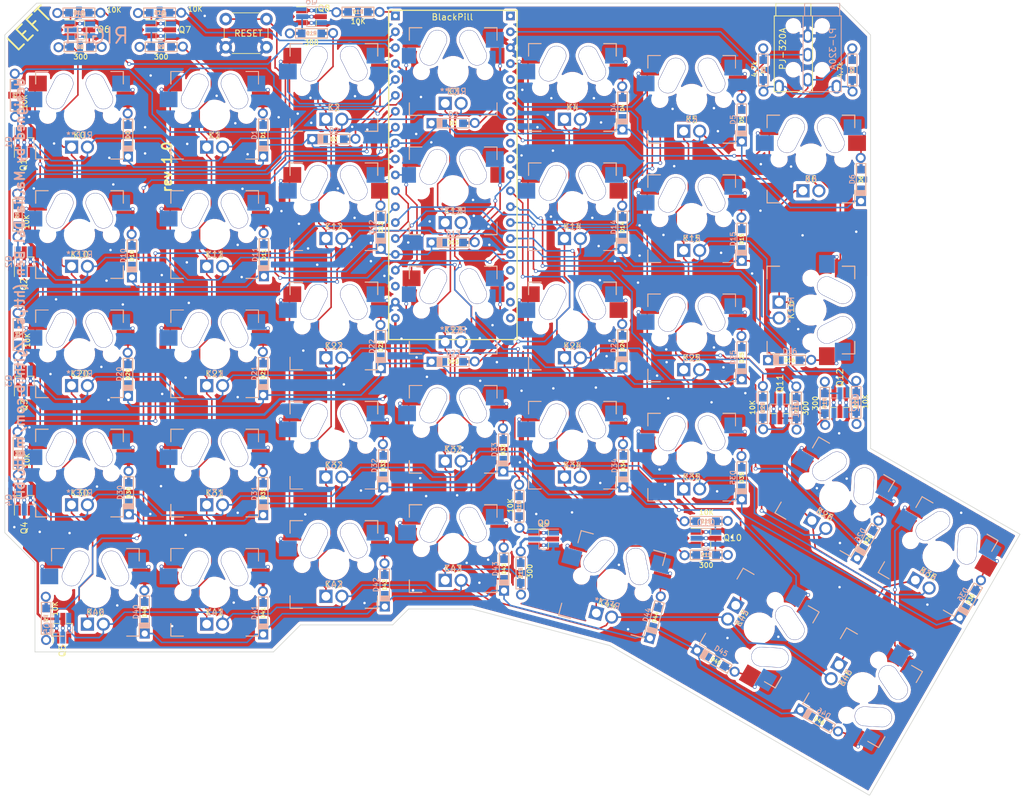
<source format=kicad_pcb>
(kicad_pcb (version 20171130) (host pcbnew "(5.1.5)-3")
  (title_block (title "Redox keyboard PCB") (date 2018-05-05) (rev 1.0) (comment 1 "designed by Mattia Dal Ben (aka u/TiaMaT102)") (comment 2 https://github.com/mattdibi/redox-keyboard))
  (layers (0 F.Cu signal hide) (31 B.Cu signal) (34 B.Paste user hide) (35 F.Paste user hide) (36 B.SilkS user) (37 F.SilkS user hide) (38 B.Mask user hide) (39 F.Mask user hide) (44 Edge.Cuts user))
  (net 0 "")
  (net 1 "Net-(D0-Pad2)")
  (net 2 row0)
  (net 3 "Net-(D1-Pad2)")
  (net 4 "Net-(D2-Pad2)")
  (net 5 "Net-(D3-Pad2)")
  (net 6 "Net-(D4-Pad2)")
  (net 7 "Net-(D5-Pad2)")
  (net 8 "Net-(D6-Pad2)")
  (net 9 "Net-(D10-Pad2)")
  (net 10 row1)
  (net 11 "Net-(D11-Pad2)")
  (net 12 "Net-(D12-Pad2)")
  (net 13 "Net-(D13-Pad2)")
  (net 14 "Net-(D14-Pad2)")
  (net 15 "Net-(D15-Pad2)")
  (net 16 "Net-(D16-Pad2)")
  (net 17 "Net-(D20-Pad2)")
  (net 18 row2)
  (net 19 "Net-(D21-Pad2)")
  (net 20 "Net-(D22-Pad2)")
  (net 21 "Net-(D23-Pad2)")
  (net 22 "Net-(D24-Pad2)")
  (net 23 "Net-(D25-Pad2)")
  (net 24 "Net-(D26-Pad2)")
  (net 25 "Net-(D30-Pad2)")
  (net 26 row3)
  (net 27 "Net-(D31-Pad2)")
  (net 28 "Net-(D32-Pad2)")
  (net 29 "Net-(D33-Pad2)")
  (net 30 "Net-(D34-Pad2)")
  (net 31 "Net-(D35-Pad2)")
  (net 32 "Net-(D36-Pad2)")
  (net 33 "Net-(D40-Pad2)")
  (net 34 row4)
  (net 35 "Net-(D41-Pad2)")
  (net 36 "Net-(D42-Pad2)")
  (net 37 "Net-(D43-Pad2)")
  (net 38 "Net-(D44-Pad2)")
  (net 39 "Net-(D45-Pad2)")
  (net 40 "Net-(D46-Pad2)")
  (net 41 col0)
  (net 42 col1)
  (net 43 col2)
  (net 44 col3)
  (net 45 col4)
  (net 46 col5)
  (net 47 col6)
  (net 48 VCC)
  (net 49 SDA)
  (net 50 SCL)
  (net 51 GND)
  (net 52 RST)
  (net 53 "Net-(BP1-Pad20)")
  (net 54 "Net-(BP1-Pad1)")
  (net 55 "Net-(BP1-Pad19)")
  (net 56 "Net-(BP1-Pad17)")
  (net 57 "Net-(BP1-Pad18)")
  (net 58 "Net-(BP1-Pad23)")
  (net 59 led_col0)
  (net 60 led_col1)
  (net 61 led_col2)
  (net 62 led_col3)
  (net 63 led_row0)
  (net 64 led_row1)
  (net 65 led_row4)
  (net 66 led_row3)
  (net 67 led_row2)
  (net 68 led_col6)
  (net 69 led_col5)
  (net 70 led_col4)
  (net 71 "Net-(Q1-Pad1)")
  (net 72 "Net-(K0-Pad4)")
  (net 73 "Net-(K10-Pad4)")
  (net 74 "Net-(Q2-Pad1)")
  (net 75 "Net-(Q3-Pad1)")
  (net 76 "Net-(K20-Pad4)")
  (net 77 "Net-(K30-Pad4)")
  (net 78 "Net-(Q4-Pad1)")
  (net 79 "Net-(K40-Pad4)")
  (net 80 "Net-(Q5-Pad1)")
  (net 81 "Net-(Q6-Pad1)")
  (net 82 "Net-(Q6-Pad3)")
  (net 83 "Net-(Q7-Pad1)")
  (net 84 "Net-(Q7-Pad3)")
  (net 85 "Net-(Q8-Pad3)")
  (net 86 "Net-(Q8-Pad1)")
  (net 87 "Net-(Q9-Pad1)")
  (net 88 "Net-(Q9-Pad3)")
  (net 89 "Net-(Q10-Pad3)")
  (net 90 "Net-(Q10-Pad1)")
  (net 91 "Net-(Q11-Pad1)")
  (net 92 "Net-(Q11-Pad3)")
  (net 93 "Net-(Q12-Pad3)")
  (net 94 "Net-(Q12-Pad1)")
  (net 95 "Net-(K0-Pad3)")
  (net 96 "Net-(K1-Pad3)")
  (net 97 "Net-(K12-Pad3)")
  (net 98 "Net-(K13-Pad3)")
  (net 99 "Net-(K14-Pad3)")
  (net 100 "Net-(K15-Pad3)")
  (net 101 "Net-(K16-Pad3)")
  (net 102 "Net-(BP1-Pad7)")
  (net 103 "Net-(BP1-Pad5)")
  (net 104 "Net-(BP1-Pad10)")
  (net 105 "Net-(BP1-Pad9)")
  (module reversable_hotswap:MXOnly-1U-Hotswap (layer F.Cu) (at 113.03 66.675)
    (fp_text reference K1 (at 0 3.198) (layer B.SilkS) (effects (justify mirror)))
    (fp_text value SW_Push_LED hide)
    (fp_text user %R (at 0 3.198) (layer F.SilkS))
    (pad 1 smd rect (at 7.9 -2.8 225) (size 2 0.4) (layers F.Cu F.Mask) (net 3 "Net-(D1-Pad2)"))
    (pad 1 smd rect (at 7.2 -4.7 135) (size 2 0.4) (layers B.Cu B.Mask) (net 3 "Net-(D1-Pad2)"))
    (pad 2 smd rect (at -7.9 -2.8 135) (size 2 0.4) (layers B.Cu B.Mask) (net 42 col1))
    (pad 2 smd rect (at -7.1 -4.7 45) (size 2 0.4) (layers F.Cu F.Mask) (net 42 col1))
    (pad "" np_thru_hole roundrect (at 3.175 -3.81 296.5) (size 5.95 3.1) (drill oval 5.85 3) (layers *.Cu *.Mask) (roundrect_rratio 0.5))
    (pad "" np_thru_hole roundrect (at -3.175 -3.81 63.5) (size 5.95 3.1) (drill oval 5.85 3) (layers *.Cu *.Mask) (roundrect_rratio 0.5))
    (pad 1 thru_hole circle (at 8.5 -4.07 270) (size 0.6 0.6) (drill 0.4) (layers *.Cu *.Mask) (net 3 "Net-(D1-Pad2)"))
    (pad 1 smd rect (at 8.5 -3.3 270) (size 2 0.4) (layers F.Cu F.Mask) (net 3 "Net-(D1-Pad2)"))
    (pad 1 smd rect (at 7.7 -4.06) (size 2 0.4) (layers B.Cu B.Mask) (net 3 "Net-(D1-Pad2)"))
    (pad 2 smd rect (at -8.5 -3.3 90) (size 2 0.4) (layers B.Cu B.Mask) (net 42 col1))
    (pad 2 smd rect (at -7.6 -4.12) (size 2 0.4) (layers F.Cu F.Mask) (net 42 col1))
    (pad 2 thru_hole circle (at -8.49 -4.12) (size 0.6 0.6) (drill 0.4) (layers *.Cu *.Mask) (net 42 col1))
    (pad 4 thru_hole circle (at 1.27 5.08) (size 2.1 2.1) (drill 1.4) (layers *.Cu *.Mask) (net 72 "Net-(K0-Pad4)"))
    (pad 3 thru_hole rect (at -1.27 5.08) (size 2.1 2.1) (drill 1.4) (layers *.Cu *.Mask) (net 96 "Net-(K1-Pad3)"))
    (pad 1 smd rect (at 7.366 -2.54) (size 2.85 2.5) (layers F.Cu F.Paste F.Mask) (net 3 "Net-(D1-Pad2)"))
    (pad 2 smd rect (at -6.65 -5.08) (size 2.85 2.5) (layers F.Cu F.Paste F.Mask) (net 42 col1))
    (pad "" np_thru_hole circle (at 0 0) (size 3.9878 3.9878) (drill 3.9878) (layers *.Cu *.Mask))
    (pad "" np_thru_hole circle (at -5.08 0 48.0996) (size 1.75 1.75) (drill 1.75) (layers *.Cu *.Mask))
    (pad "" np_thru_hole circle (at 5.08 0 48.0996) (size 1.75 1.75) (drill 1.75) (layers *.Cu *.Mask))
    (pad 2 smd rect (at -7.366 -2.54) (size 2.85 2.5) (layers B.Cu B.Paste B.Mask) (net 42 col1))
    (pad 1 smd rect (at 6.65 -5.08) (size 2.85 2.5) (layers B.Cu B.Paste B.Mask) (net 3 "Net-(D1-Pad2)"))
  )
  (module reversable_hotswap:BlackPill (layer F.Cu) (at 151.084 76.2)
    (fp_text reference BlackPill (at -0.081 -25.2095) (layer F.SilkS))
    (fp_text value BlackPill2)
    (pad 40 thru_hole rect (at -9.19 -25.4) (size 1.4 1.4) (drill 0.7) (layers *.Cu *.Mask) (net 61 led_col2))
    (pad 39 thru_hole circle (at -9.19 -22.86) (size 1.4 1.4) (drill 0.7) (layers *.Cu *.Mask) (net 60 led_col1))
    (pad 38 thru_hole circle (at -9.19 -20.32) (size 1.4 1.4) (drill 0.7) (layers *.Cu *.Mask) (net 59 led_col0))
    (pad 37 thru_hole circle (at -9.19 -17.78) (size 1.4 1.4) (drill 0.7) (layers *.Cu *.Mask) (net 63 led_row0))
    (pad 36 thru_hole circle (at -9.19 -15.24) (size 1.4 1.4) (drill 0.7) (layers *.Cu *.Mask) (net 43 col2))
    (pad 35 thru_hole circle (at -9.19 -12.7) (size 1.4 1.4) (drill 0.7) (layers *.Cu *.Mask) (net 42 col1))
    (pad 34 thru_hole circle (at -9.19 -10.16) (size 1.4 1.4) (drill 0.7) (layers *.Cu *.Mask) (net 41 col0))
    (pad 33 thru_hole circle (at -9.19 -7.62) (size 1.4 1.4) (drill 0.7) (layers *.Cu *.Mask) (net 64 led_row1))
    (pad 32 thru_hole circle (at -9.19 -5.08) (size 1.4 1.4) (drill 0.7) (layers *.Cu *.Mask) (net 2 row0))
    (pad 31 thru_hole circle (at -9.19 -2.54) (size 1.4 1.4) (drill 0.7) (layers *.Cu *.Mask) (net 65 led_row4))
    (pad 30 thru_hole circle (at -9.19 0) (size 1.4 1.4) (drill 0.7) (layers *.Cu *.Mask) (net 44 col3))
    (pad 29 thru_hole circle (at -9.19 2.54) (size 1.4 1.4) (drill 0.7) (layers *.Cu *.Mask) (net 67 led_row2))
    (pad 28 thru_hole circle (at -9.19 5.08) (size 1.4 1.4) (drill 0.7) (layers *.Cu *.Mask) (net 66 led_row3))
    (pad 27 thru_hole circle (at -9.19 7.62) (size 1.4 1.4) (drill 0.7) (layers *.Cu *.Mask) (net 50 SCL))
    (pad 26 thru_hole circle (at -9.19 10.16) (size 1.4 1.4) (drill 0.7) (layers *.Cu *.Mask) (net 49 SDA))
    (pad 25 thru_hole circle (at -9.19 12.7) (size 1.4 1.4) (drill 0.7) (layers *.Cu *.Mask) (net 10 row1))
    (pad 24 thru_hole circle (at -9.19 15.24) (size 1.4 1.4) (drill 0.7) (layers *.Cu *.Mask) (net 34 row4))
    (pad 23 thru_hole circle (at -9.19 17.78) (size 1.4 1.4) (drill 0.7) (layers *.Cu *.Mask) (net 58 "Net-(BP1-Pad23)"))
    (pad 22 thru_hole circle (at -9.19 20.32) (size 1.4 1.4) (drill 0.7) (layers *.Cu *.Mask) (net 51 GND))
    (pad 21 thru_hole circle (at -9.19 22.86) (size 1.4 1.4) (drill 0.7) (layers *.Cu *.Mask) (net 48 VCC))
    (pad 20 thru_hole circle (at 9.19 22.86) (size 1.4 1.4) (drill 0.7) (layers *.Cu *.Mask) (net 53 "Net-(BP1-Pad20)"))
    (pad 19 thru_hole circle (at 9.19 20.32) (size 1.4 1.4) (drill 0.7) (layers *.Cu *.Mask) (net 55 "Net-(BP1-Pad19)"))
    (pad 18 thru_hole circle (at 9.19 17.78) (size 1.4 1.4) (drill 0.7) (layers *.Cu *.Mask) (net 57 "Net-(BP1-Pad18)"))
    (pad 17 thru_hole circle (at 9.19 15.24) (size 1.4 1.4) (drill 0.7) (layers *.Cu *.Mask) (net 56 "Net-(BP1-Pad17)"))
    (pad 16 thru_hole circle (at 9.19 12.7) (size 1.4 1.4) (drill 0.7) (layers *.Cu *.Mask) (net 52 RST))
    (pad 15 thru_hole circle (at 9.19 10.16) (size 1.4 1.4) (drill 0.7) (layers *.Cu *.Mask) (net 70 led_col4))
    (pad 14 thru_hole circle (at 9.19 7.62) (size 1.4 1.4) (drill 0.7) (layers *.Cu *.Mask) (net 69 led_col5))
    (pad 13 thru_hole circle (at 9.19 5.08) (size 1.4 1.4) (drill 0.7) (layers *.Cu *.Mask) (net 68 led_col6))
    (pad 12 thru_hole circle (at 9.19 2.54) (size 1.4 1.4) (drill 0.7) (layers *.Cu *.Mask) (net 26 row3))
    (pad 11 thru_hole circle (at 9.19 0) (size 1.4 1.4) (drill 0.7) (layers *.Cu *.Mask) (net 62 led_col3))
    (pad 10 thru_hole circle (at 9.19 -2.54) (size 1.4 1.4) (drill 0.7) (layers *.Cu *.Mask) (net 104 "Net-(BP1-Pad10)"))
    (pad 9 thru_hole circle (at 9.19 -5.08) (size 1.4 1.4) (drill 0.7) (layers *.Cu *.Mask) (net 105 "Net-(BP1-Pad9)"))
    (pad 8 thru_hole circle (at 9.19 -7.62) (size 1.4 1.4) (drill 0.7) (layers *.Cu *.Mask) (net 47 col6))
    (pad 7 thru_hole circle (at 9.19 -10.16) (size 1.4 1.4) (drill 0.7) (layers *.Cu *.Mask) (net 102 "Net-(BP1-Pad7)"))
    (pad 6 thru_hole circle (at 9.19 -12.7) (size 1.4 1.4) (drill 0.7) (layers *.Cu *.Mask) (net 46 col5))
    (pad 5 thru_hole circle (at 9.19 -15.24) (size 1.4 1.4) (drill 0.7) (layers *.Cu *.Mask) (net 103 "Net-(BP1-Pad5)"))
    (pad 4 thru_hole circle (at 9.19 -17.78) (size 1.4 1.4) (drill 0.7) (layers *.Cu *.Mask) (net 45 col4))
    (pad 3 thru_hole circle (at 9.19 -20.32) (size 1.4 1.4) (drill 0.7) (layers *.Cu *.Mask) (net 51 GND))
    (pad 2 thru_hole circle (at 9.19 -22.86) (size 1.4 1.4) (drill 0.7) (layers *.Cu *.Mask) (net 48 VCC))
    (pad 1 thru_hole rect (at 9.19 -25.4) (size 1.4 1.4) (drill 0.7) (layers *.Cu *.Mask) (net 54 "Net-(BP1-Pad1)"))
  )
  (module reversable_hotswap:Diode-dual (layer F.Cu) (at 99.187 69.829 270)
    (fp_text reference D0 (at 0 0 90) (layer B.SilkS) (effects (font (size 0.8 0.8))))
    (fp_text value D hide)
    (fp_text user %R (at 0 0 90) (layer F.SilkS) (effects (font (size 0.6 0.6))))
    (pad 1 smd rect (at 2.7 0 270) (size 2.5 0.5) (layers F.Cu) (net 2 row0))
    (pad 2 smd rect (at -2.7 0 270) (size 2.5 0.5) (layers F.Cu) (net 1 "Net-(D0-Pad2)"))
    (pad 1 thru_hole rect (at 3.45 0 270) (size 1.6 1.6) (drill 1) (layers *.Cu *.Mask) (net 2 row0))
    (pad 2 thru_hole circle (at -3.45 0.05 270) (size 1.6 1.6) (drill 1) (layers *.Cu *.Mask) (net 1 "Net-(D0-Pad2)"))
    (pad 2 smd rect (at -1.575 0 270) (size 1.2 1.2) (layers F.Cu F.Paste F.Mask) (net 1 "Net-(D0-Pad2)"))
    (pad 1 smd rect (at 1.575 0 270) (size 1.2 1.2) (layers F.Cu F.Paste F.Mask) (net 2 row0))
    (pad 1 smd rect (at 2.7 0 270) (size 2.5 0.5) (layers B.Cu) (net 2 row0))
    (pad 1 smd rect (at 1.575 0 270) (size 1.2 1.2) (layers B.Cu B.Paste B.Mask) (net 2 row0))
    (pad 2 smd rect (at -1.575 0 270) (size 1.2 1.2) (layers B.Cu B.Paste B.Mask) (net 1 "Net-(D0-Pad2)"))
    (pad 2 smd rect (at -2.7 0 270) (size 2.5 0.5) (layers B.Cu) (net 1 "Net-(D0-Pad2)"))
  )
  (module reversable_hotswap:Diode-dual (layer F.Cu) (at 120.777 69.817 270)
    (fp_text reference D1 (at -0.0254 1.4 270) (layer B.SilkS) (effects (font (size 0.8 0.8))))
    (fp_text value D hide)
    (fp_text user %R (at 0 0 90) (layer F.SilkS) (effects (font (size 0.6 0.6))))
    (pad 1 smd rect (at 2.7 0 270) (size 2.5 0.5) (layers F.Cu) (net 2 row0))
    (pad 2 smd rect (at -2.7 0 270) (size 2.5 0.5) (layers F.Cu) (net 3 "Net-(D1-Pad2)"))
    (pad 1 thru_hole rect (at 3.45 0 270) (size 1.6 1.6) (drill 1) (layers *.Cu *.Mask) (net 2 row0))
    (pad 2 thru_hole circle (at -3.45 0.05 270) (size 1.6 1.6) (drill 1) (layers *.Cu *.Mask) (net 3 "Net-(D1-Pad2)"))
    (pad 2 smd rect (at -1.575 0 270) (size 1.2 1.2) (layers F.Cu F.Paste F.Mask) (net 3 "Net-(D1-Pad2)"))
    (pad 1 smd rect (at 1.575 0 270) (size 1.2 1.2) (layers F.Cu F.Paste F.Mask) (net 2 row0))
    (pad 1 smd rect (at 2.7 0 270) (size 2.5 0.5) (layers B.Cu) (net 2 row0))
    (pad 1 smd rect (at 1.575 0 270) (size 1.2 1.2) (layers B.Cu B.Paste B.Mask) (net 2 row0))
    (pad 2 smd rect (at -1.575 0 270) (size 1.2 1.2) (layers B.Cu B.Paste B.Mask) (net 3 "Net-(D1-Pad2)"))
    (pad 2 smd rect (at -2.7 0 270) (size 2.5 0.5) (layers B.Cu) (net 3 "Net-(D1-Pad2)"))
  )
  (module reversable_hotswap:Diode-dual (layer F.Cu) (at 132.08 70.485 180)
    (fp_text reference D2 (at -0.0254 1.4 180) (layer B.SilkS) (effects (font (size 0.8 0.8))))
    (fp_text value D hide)
    (fp_text user %R (at 0 0) (layer F.SilkS) (effects (font (size 0.6 0.6))))
    (pad 1 smd rect (at 2.7 0 180) (size 2.5 0.5) (layers F.Cu) (net 2 row0))
    (pad 2 smd rect (at -2.7 0 180) (size 2.5 0.5) (layers F.Cu) (net 4 "Net-(D2-Pad2)"))
    (pad 1 thru_hole rect (at 3.45 0 180) (size 1.6 1.6) (drill 1) (layers *.Cu *.Mask) (net 2 row0))
    (pad 2 thru_hole circle (at -3.45 0.05 180) (size 1.6 1.6) (drill 1) (layers *.Cu *.Mask) (net 4 "Net-(D2-Pad2)"))
    (pad 2 smd rect (at -1.575 0 180) (size 1.2 1.2) (layers F.Cu F.Paste F.Mask) (net 4 "Net-(D2-Pad2)"))
    (pad 1 smd rect (at 1.575 0 180) (size 1.2 1.2) (layers F.Cu F.Paste F.Mask) (net 2 row0))
    (pad 1 smd rect (at 2.7 0 180) (size 2.5 0.5) (layers B.Cu) (net 2 row0))
    (pad 1 smd rect (at 1.575 0 180) (size 1.2 1.2) (layers B.Cu B.Paste B.Mask) (net 2 row0))
    (pad 2 smd rect (at -1.575 0 180) (size 1.2 1.2) (layers B.Cu B.Paste B.Mask) (net 4 "Net-(D2-Pad2)"))
    (pad 2 smd rect (at -2.7 0 180) (size 2.5 0.5) (layers B.Cu) (net 4 "Net-(D2-Pad2)"))
  )
  (module reversable_hotswap:Diode-dual (layer F.Cu) (at 151.13 67.945 180)
    (fp_text reference D3 (at -0.0254 1.4 180) (layer B.SilkS) (effects (font (size 0.8 0.8))))
    (fp_text value D hide)
    (fp_text user %R (at 0 0) (layer F.SilkS) (effects (font (size 0.6 0.6))))
    (pad 1 smd rect (at 2.7 0 180) (size 2.5 0.5) (layers F.Cu) (net 2 row0))
    (pad 2 smd rect (at -2.7 0 180) (size 2.5 0.5) (layers F.Cu) (net 5 "Net-(D3-Pad2)"))
    (pad 1 thru_hole rect (at 3.45 0 180) (size 1.6 1.6) (drill 1) (layers *.Cu *.Mask) (net 2 row0))
    (pad 2 thru_hole circle (at -3.45 0.05 180) (size 1.6 1.6) (drill 1) (layers *.Cu *.Mask) (net 5 "Net-(D3-Pad2)"))
    (pad 2 smd rect (at -1.575 0 180) (size 1.2 1.2) (layers F.Cu F.Paste F.Mask) (net 5 "Net-(D3-Pad2)"))
    (pad 1 smd rect (at 1.575 0 180) (size 1.2 1.2) (layers F.Cu F.Paste F.Mask) (net 2 row0))
    (pad 1 smd rect (at 2.7 0 180) (size 2.5 0.5) (layers B.Cu) (net 2 row0))
    (pad 1 smd rect (at 1.575 0 180) (size 1.2 1.2) (layers B.Cu B.Paste B.Mask) (net 2 row0))
    (pad 2 smd rect (at -1.575 0 180) (size 1.2 1.2) (layers B.Cu B.Paste B.Mask) (net 5 "Net-(D3-Pad2)"))
    (pad 2 smd rect (at -2.7 0 180) (size 2.5 0.5) (layers B.Cu) (net 5 "Net-(D3-Pad2)"))
  )
  (module reversable_hotswap:Diode-dual (layer F.Cu) (at 178.181 65.499 270)
    (fp_text reference D4 (at -0.0254 1.4 270) (layer B.SilkS) (effects (font (size 0.8 0.8))))
    (fp_text value D hide)
    (fp_text user %R (at 0 0 90) (layer F.SilkS) (effects (font (size 0.6 0.6))))
    (pad 1 smd rect (at 2.7 0 270) (size 2.5 0.5) (layers F.Cu) (net 2 row0))
    (pad 2 smd rect (at -2.7 0 270) (size 2.5 0.5) (layers F.Cu) (net 6 "Net-(D4-Pad2)"))
    (pad 1 thru_hole rect (at 3.45 0 270) (size 1.6 1.6) (drill 1) (layers *.Cu *.Mask) (net 2 row0))
    (pad 2 thru_hole circle (at -3.45 0.05 270) (size 1.6 1.6) (drill 1) (layers *.Cu *.Mask) (net 6 "Net-(D4-Pad2)"))
    (pad 2 smd rect (at -1.575 0 270) (size 1.2 1.2) (layers F.Cu F.Paste F.Mask) (net 6 "Net-(D4-Pad2)"))
    (pad 1 smd rect (at 1.575 0 270) (size 1.2 1.2) (layers F.Cu F.Paste F.Mask) (net 2 row0))
    (pad 1 smd rect (at 2.7 0 270) (size 2.5 0.5) (layers B.Cu) (net 2 row0))
    (pad 1 smd rect (at 1.575 0 270) (size 1.2 1.2) (layers B.Cu B.Paste B.Mask) (net 2 row0))
    (pad 2 smd rect (at -1.575 0 270) (size 1.2 1.2) (layers B.Cu B.Paste B.Mask) (net 6 "Net-(D4-Pad2)"))
    (pad 2 smd rect (at -2.7 0 270) (size 2.5 0.5) (layers B.Cu) (net 6 "Net-(D4-Pad2)"))
  )
  (module reversable_hotswap:Diode-dual (layer F.Cu) (at 197.231 67.404 270)
    (fp_text reference D5 (at -0.0254 1.4 270) (layer B.SilkS) (effects (font (size 0.8 0.8))))
    (fp_text value D hide)
    (fp_text user %R (at 0 0 90) (layer F.SilkS) (effects (font (size 0.6 0.6))))
    (pad 1 smd rect (at 2.7 0 270) (size 2.5 0.5) (layers F.Cu) (net 2 row0))
    (pad 2 smd rect (at -2.7 0 270) (size 2.5 0.5) (layers F.Cu) (net 7 "Net-(D5-Pad2)"))
    (pad 1 thru_hole rect (at 3.45 0 270) (size 1.6 1.6) (drill 1) (layers *.Cu *.Mask) (net 2 row0))
    (pad 2 thru_hole circle (at -3.45 0.05 270) (size 1.6 1.6) (drill 1) (layers *.Cu *.Mask) (net 7 "Net-(D5-Pad2)"))
    (pad 2 smd rect (at -1.575 0 270) (size 1.2 1.2) (layers F.Cu F.Paste F.Mask) (net 7 "Net-(D5-Pad2)"))
    (pad 1 smd rect (at 1.575 0 270) (size 1.2 1.2) (layers F.Cu F.Paste F.Mask) (net 2 row0))
    (pad 1 smd rect (at 2.7 0 270) (size 2.5 0.5) (layers B.Cu) (net 2 row0))
    (pad 1 smd rect (at 1.575 0 270) (size 1.2 1.2) (layers B.Cu B.Paste B.Mask) (net 2 row0))
    (pad 2 smd rect (at -1.575 0 270) (size 1.2 1.2) (layers B.Cu B.Paste B.Mask) (net 7 "Net-(D5-Pad2)"))
    (pad 2 smd rect (at -2.7 0 270) (size 2.5 0.5) (layers B.Cu) (net 7 "Net-(D5-Pad2)"))
  )
  (module reversable_hotswap:Diode-dual (layer F.Cu) (at 216.281 76.929 270)
    (fp_text reference D6 (at -0.0254 1.4 270) (layer B.SilkS) (effects (font (size 0.8 0.8))))
    (fp_text value D hide)
    (fp_text user %R (at 0 0 90) (layer F.SilkS) (effects (font (size 0.6 0.6))))
    (pad 1 smd rect (at 2.7 0 270) (size 2.5 0.5) (layers F.Cu) (net 2 row0))
    (pad 2 smd rect (at -2.7 0 270) (size 2.5 0.5) (layers F.Cu) (net 8 "Net-(D6-Pad2)"))
    (pad 1 thru_hole rect (at 3.45 0 270) (size 1.6 1.6) (drill 1) (layers *.Cu *.Mask) (net 2 row0))
    (pad 2 thru_hole circle (at -3.45 0.05 270) (size 1.6 1.6) (drill 1) (layers *.Cu *.Mask) (net 8 "Net-(D6-Pad2)"))
    (pad 2 smd rect (at -1.575 0 270) (size 1.2 1.2) (layers F.Cu F.Paste F.Mask) (net 8 "Net-(D6-Pad2)"))
    (pad 1 smd rect (at 1.575 0 270) (size 1.2 1.2) (layers F.Cu F.Paste F.Mask) (net 2 row0))
    (pad 1 smd rect (at 2.7 0 270) (size 2.5 0.5) (layers B.Cu) (net 2 row0))
    (pad 1 smd rect (at 1.575 0 270) (size 1.2 1.2) (layers B.Cu B.Paste B.Mask) (net 2 row0))
    (pad 2 smd rect (at -1.575 0 270) (size 1.2 1.2) (layers B.Cu B.Paste B.Mask) (net 8 "Net-(D6-Pad2)"))
    (pad 2 smd rect (at -2.7 0 270) (size 2.5 0.5) (layers B.Cu) (net 8 "Net-(D6-Pad2)"))
  )
  (module reversable_hotswap:Diode-dual (layer F.Cu) (at 99.822 89.121 270)
    (fp_text reference D10 (at -0.0254 1.4 270) (layer B.SilkS) (effects (font (size 0.8 0.8))))
    (fp_text value D hide)
    (fp_text user %R (at 0 0 90) (layer F.SilkS) (effects (font (size 0.6 0.6))))
    (pad 1 smd rect (at 2.7 0 270) (size 2.5 0.5) (layers F.Cu) (net 10 row1))
    (pad 2 smd rect (at -2.7 0 270) (size 2.5 0.5) (layers F.Cu) (net 9 "Net-(D10-Pad2)"))
    (pad 1 thru_hole rect (at 3.45 0 270) (size 1.6 1.6) (drill 1) (layers *.Cu *.Mask) (net 10 row1))
    (pad 2 thru_hole circle (at -3.45 0.05 270) (size 1.6 1.6) (drill 1) (layers *.Cu *.Mask) (net 9 "Net-(D10-Pad2)"))
    (pad 2 smd rect (at -1.575 0 270) (size 1.2 1.2) (layers F.Cu F.Paste F.Mask) (net 9 "Net-(D10-Pad2)"))
    (pad 1 smd rect (at 1.575 0 270) (size 1.2 1.2) (layers F.Cu F.Paste F.Mask) (net 10 row1))
    (pad 1 smd rect (at 2.7 0 270) (size 2.5 0.5) (layers B.Cu) (net 10 row1))
    (pad 1 smd rect (at 1.575 0 270) (size 1.2 1.2) (layers B.Cu B.Paste B.Mask) (net 10 row1))
    (pad 2 smd rect (at -1.575 0 270) (size 1.2 1.2) (layers B.Cu B.Paste B.Mask) (net 9 "Net-(D10-Pad2)"))
    (pad 2 smd rect (at -2.7 0 270) (size 2.5 0.5) (layers B.Cu) (net 9 "Net-(D10-Pad2)"))
  )
  (module reversable_hotswap:Diode-dual (layer F.Cu) (at 120.904 88.933 270)
    (fp_text reference D11 (at -0.0254 1.4 270) (layer B.SilkS) (effects (font (size 0.8 0.8))))
    (fp_text value D hide)
    (fp_text user %R (at 0 0 90) (layer F.SilkS) (effects (font (size 0.6 0.6))))
    (pad 1 smd rect (at 2.7 0 270) (size 2.5 0.5) (layers F.Cu) (net 10 row1))
    (pad 2 smd rect (at -2.7 0 270) (size 2.5 0.5) (layers F.Cu) (net 11 "Net-(D11-Pad2)"))
    (pad 1 thru_hole rect (at 3.45 0 270) (size 1.6 1.6) (drill 1) (layers *.Cu *.Mask) (net 10 row1))
    (pad 2 thru_hole circle (at -3.45 0.05 270) (size 1.6 1.6) (drill 1) (layers *.Cu *.Mask) (net 11 "Net-(D11-Pad2)"))
    (pad 2 smd rect (at -1.575 0 270) (size 1.2 1.2) (layers F.Cu F.Paste F.Mask) (net 11 "Net-(D11-Pad2)"))
    (pad 1 smd rect (at 1.575 0 270) (size 1.2 1.2) (layers F.Cu F.Paste F.Mask) (net 10 row1))
    (pad 1 smd rect (at 2.7 0 270) (size 2.5 0.5) (layers B.Cu) (net 10 row1))
    (pad 1 smd rect (at 1.575 0 270) (size 1.2 1.2) (layers B.Cu B.Paste B.Mask) (net 10 row1))
    (pad 2 smd rect (at -1.575 0 270) (size 1.2 1.2) (layers B.Cu B.Paste B.Mask) (net 11 "Net-(D11-Pad2)"))
    (pad 2 smd rect (at -2.7 0 270) (size 2.5 0.5) (layers B.Cu) (net 11 "Net-(D11-Pad2)"))
  )
  (module reversable_hotswap:Diode-dual (layer F.Cu) (at 139.573 84.549 270)
    (fp_text reference D12 (at -0.0254 1.4 270) (layer B.SilkS) (effects (font (size 0.8 0.8))))
    (fp_text value D hide)
    (fp_text user %R (at 0 0 90) (layer F.SilkS) (effects (font (size 0.6 0.6))))
    (pad 1 smd rect (at 2.7 0 270) (size 2.5 0.5) (layers F.Cu) (net 10 row1))
    (pad 2 smd rect (at -2.7 0 270) (size 2.5 0.5) (layers F.Cu) (net 12 "Net-(D12-Pad2)"))
    (pad 1 thru_hole rect (at 3.45 0 270) (size 1.6 1.6) (drill 1) (layers *.Cu *.Mask) (net 10 row1))
    (pad 2 thru_hole circle (at -3.45 0.05 270) (size 1.6 1.6) (drill 1) (layers *.Cu *.Mask) (net 12 "Net-(D12-Pad2)"))
    (pad 2 smd rect (at -1.575 0 270) (size 1.2 1.2) (layers F.Cu F.Paste F.Mask) (net 12 "Net-(D12-Pad2)"))
    (pad 1 smd rect (at 1.575 0 270) (size 1.2 1.2) (layers F.Cu F.Paste F.Mask) (net 10 row1))
    (pad 1 smd rect (at 2.7 0 270) (size 2.5 0.5) (layers B.Cu) (net 10 row1))
    (pad 1 smd rect (at 1.575 0 270) (size 1.2 1.2) (layers B.Cu B.Paste B.Mask) (net 10 row1))
    (pad 2 smd rect (at -1.575 0 270) (size 1.2 1.2) (layers B.Cu B.Paste B.Mask) (net 12 "Net-(D12-Pad2)"))
    (pad 2 smd rect (at -2.7 0 270) (size 2.5 0.5) (layers B.Cu) (net 12 "Net-(D12-Pad2)"))
  )
  (module reversable_hotswap:Diode-dual (layer F.Cu) (at 151.13 86.995 180)
    (fp_text reference D13 (at -0.0254 1.4 180) (layer B.SilkS) (effects (font (size 0.8 0.8))))
    (fp_text value D hide)
    (fp_text user %R (at 0 0) (layer F.SilkS) (effects (font (size 0.6 0.6))))
    (pad 1 smd rect (at 2.7 0 180) (size 2.5 0.5) (layers F.Cu) (net 10 row1))
    (pad 2 smd rect (at -2.7 0 180) (size 2.5 0.5) (layers F.Cu) (net 13 "Net-(D13-Pad2)"))
    (pad 1 thru_hole rect (at 3.45 0 180) (size 1.6 1.6) (drill 1) (layers *.Cu *.Mask) (net 10 row1))
    (pad 2 thru_hole circle (at -3.45 0.05 180) (size 1.6 1.6) (drill 1) (layers *.Cu *.Mask) (net 13 "Net-(D13-Pad2)"))
    (pad 2 smd rect (at -1.575 0 180) (size 1.2 1.2) (layers F.Cu F.Paste F.Mask) (net 13 "Net-(D13-Pad2)"))
    (pad 1 smd rect (at 1.575 0 180) (size 1.2 1.2) (layers F.Cu F.Paste F.Mask) (net 10 row1))
    (pad 1 smd rect (at 2.7 0 180) (size 2.5 0.5) (layers B.Cu) (net 10 row1))
    (pad 1 smd rect (at 1.575 0 180) (size 1.2 1.2) (layers B.Cu B.Paste B.Mask) (net 10 row1))
    (pad 2 smd rect (at -1.575 0 180) (size 1.2 1.2) (layers B.Cu B.Paste B.Mask) (net 13 "Net-(D13-Pad2)"))
    (pad 2 smd rect (at -2.7 0 180) (size 2.5 0.5) (layers B.Cu) (net 13 "Net-(D13-Pad2)"))
  )
  (module reversable_hotswap:Diode-dual (layer F.Cu) (at 178.181 84.561 270)
    (fp_text reference D14 (at -0.0254 1.4 270) (layer B.SilkS) (effects (font (size 0.8 0.8))))
    (fp_text value D hide)
    (fp_text user %R (at 0 0 90) (layer F.SilkS) (effects (font (size 0.6 0.6))))
    (pad 1 smd rect (at 2.7 0 270) (size 2.5 0.5) (layers F.Cu) (net 10 row1))
    (pad 2 smd rect (at -2.7 0 270) (size 2.5 0.5) (layers F.Cu) (net 14 "Net-(D14-Pad2)"))
    (pad 1 thru_hole rect (at 3.45 0 270) (size 1.6 1.6) (drill 1) (layers *.Cu *.Mask) (net 10 row1))
    (pad 2 thru_hole circle (at -3.45 0.05 270) (size 1.6 1.6) (drill 1) (layers *.Cu *.Mask) (net 14 "Net-(D14-Pad2)"))
    (pad 2 smd rect (at -1.575 0 270) (size 1.2 1.2) (layers F.Cu F.Paste F.Mask) (net 14 "Net-(D14-Pad2)"))
    (pad 1 smd rect (at 1.575 0 270) (size 1.2 1.2) (layers F.Cu F.Paste F.Mask) (net 10 row1))
    (pad 1 smd rect (at 2.7 0 270) (size 2.5 0.5) (layers B.Cu) (net 10 row1))
    (pad 1 smd rect (at 1.575 0 270) (size 1.2 1.2) (layers B.Cu B.Paste B.Mask) (net 10 row1))
    (pad 2 smd rect (at -1.575 0 270) (size 1.2 1.2) (layers B.Cu B.Paste B.Mask) (net 14 "Net-(D14-Pad2)"))
    (pad 2 smd rect (at -2.7 0 270) (size 2.5 0.5) (layers B.Cu) (net 14 "Net-(D14-Pad2)"))
  )
  (module reversable_hotswap:Diode-dual (layer F.Cu) (at 197.231 86.466 270)
    (fp_text reference D15 (at -0.0254 1.4 270) (layer B.SilkS) (effects (font (size 0.8 0.8))))
    (fp_text value D hide)
    (fp_text user %R (at 0 0 90) (layer F.SilkS) (effects (font (size 0.6 0.6))))
    (pad 1 smd rect (at 2.7 0 270) (size 2.5 0.5) (layers F.Cu) (net 10 row1))
    (pad 2 smd rect (at -2.7 0 270) (size 2.5 0.5) (layers F.Cu) (net 15 "Net-(D15-Pad2)"))
    (pad 1 thru_hole rect (at 3.45 0 270) (size 1.6 1.6) (drill 1) (layers *.Cu *.Mask) (net 10 row1))
    (pad 2 thru_hole circle (at -3.45 0.05 270) (size 1.6 1.6) (drill 1) (layers *.Cu *.Mask) (net 15 "Net-(D15-Pad2)"))
    (pad 2 smd rect (at -1.575 0 270) (size 1.2 1.2) (layers F.Cu F.Paste F.Mask) (net 15 "Net-(D15-Pad2)"))
    (pad 1 smd rect (at 1.575 0 270) (size 1.2 1.2) (layers F.Cu F.Paste F.Mask) (net 10 row1))
    (pad 1 smd rect (at 2.7 0 270) (size 2.5 0.5) (layers B.Cu) (net 10 row1))
    (pad 1 smd rect (at 1.575 0 270) (size 1.2 1.2) (layers B.Cu B.Paste B.Mask) (net 10 row1))
    (pad 2 smd rect (at -1.575 0 270) (size 1.2 1.2) (layers B.Cu B.Paste B.Mask) (net 15 "Net-(D15-Pad2)"))
    (pad 2 smd rect (at -2.7 0 270) (size 2.5 0.5) (layers B.Cu) (net 15 "Net-(D15-Pad2)"))
  )
  (module reversable_hotswap:Diode-dual (layer F.Cu) (at 204.884 105.791 180)
    (fp_text reference D16 (at -0.0254 1.4 180) (layer B.SilkS) (effects (font (size 0.8 0.8))))
    (fp_text value D hide)
    (fp_text user %R (at 0 0) (layer F.SilkS) (effects (font (size 0.6 0.6))))
    (pad 1 smd rect (at 2.7 0 180) (size 2.5 0.5) (layers F.Cu) (net 10 row1))
    (pad 2 smd rect (at -2.7 0 180) (size 2.5 0.5) (layers F.Cu) (net 16 "Net-(D16-Pad2)"))
    (pad 1 thru_hole rect (at 3.45 0 180) (size 1.6 1.6) (drill 1) (layers *.Cu *.Mask) (net 10 row1))
    (pad 2 thru_hole circle (at -3.45 0.05 180) (size 1.6 1.6) (drill 1) (layers *.Cu *.Mask) (net 16 "Net-(D16-Pad2)"))
    (pad 2 smd rect (at -1.575 0 180) (size 1.2 1.2) (layers F.Cu F.Paste F.Mask) (net 16 "Net-(D16-Pad2)"))
    (pad 1 smd rect (at 1.575 0 180) (size 1.2 1.2) (layers F.Cu F.Paste F.Mask) (net 10 row1))
    (pad 1 smd rect (at 2.7 0 180) (size 2.5 0.5) (layers B.Cu) (net 10 row1))
    (pad 1 smd rect (at 1.575 0 180) (size 1.2 1.2) (layers B.Cu B.Paste B.Mask) (net 10 row1))
    (pad 2 smd rect (at -1.575 0 180) (size 1.2 1.2) (layers B.Cu B.Paste B.Mask) (net 16 "Net-(D16-Pad2)"))
    (pad 2 smd rect (at -2.7 0 180) (size 2.5 0.5) (layers B.Cu) (net 16 "Net-(D16-Pad2)"))
  )
  (module reversable_hotswap:Diode-dual (layer F.Cu) (at 99.187 108.044 270)
    (fp_text reference D20 (at -0.0254 1.4 270) (layer B.SilkS) (effects (font (size 0.8 0.8))))
    (fp_text value D hide)
    (fp_text user %R (at 0 0 90) (layer F.SilkS) (effects (font (size 0.6 0.6))))
    (pad 1 smd rect (at 2.7 0 270) (size 2.5 0.5) (layers F.Cu) (net 18 row2))
    (pad 2 smd rect (at -2.7 0 270) (size 2.5 0.5) (layers F.Cu) (net 17 "Net-(D20-Pad2)"))
    (pad 1 thru_hole rect (at 3.45 0 270) (size 1.6 1.6) (drill 1) (layers *.Cu *.Mask) (net 18 row2))
    (pad 2 thru_hole circle (at -3.45 0.05 270) (size 1.6 1.6) (drill 1) (layers *.Cu *.Mask) (net 17 "Net-(D20-Pad2)"))
    (pad 2 smd rect (at -1.575 0 270) (size 1.2 1.2) (layers F.Cu F.Paste F.Mask) (net 17 "Net-(D20-Pad2)"))
    (pad 1 smd rect (at 1.575 0 270) (size 1.2 1.2) (layers F.Cu F.Paste F.Mask) (net 18 row2))
    (pad 1 smd rect (at 2.7 0 270) (size 2.5 0.5) (layers B.Cu) (net 18 row2))
    (pad 1 smd rect (at 1.575 0 270) (size 1.2 1.2) (layers B.Cu B.Paste B.Mask) (net 18 row2))
    (pad 2 smd rect (at -1.575 0 270) (size 1.2 1.2) (layers B.Cu B.Paste B.Mask) (net 17 "Net-(D20-Pad2)"))
    (pad 2 smd rect (at -2.7 0 270) (size 2.5 0.5) (layers B.Cu) (net 17 "Net-(D20-Pad2)"))
  )
  (module reversable_hotswap:Diode-dual (layer F.Cu) (at 120.777 107.917 270)
    (fp_text reference D21 (at -0.0254 1.4 270) (layer B.SilkS) (effects (font (size 0.8 0.8))))
    (fp_text value D hide)
    (fp_text user %R (at 0 0 90) (layer F.SilkS) (effects (font (size 0.6 0.6))))
    (pad 1 smd rect (at 2.7 0 270) (size 2.5 0.5) (layers F.Cu) (net 18 row2))
    (pad 2 smd rect (at -2.7 0 270) (size 2.5 0.5) (layers F.Cu) (net 19 "Net-(D21-Pad2)"))
    (pad 1 thru_hole rect (at 3.45 0 270) (size 1.6 1.6) (drill 1) (layers *.Cu *.Mask) (net 18 row2))
    (pad 2 thru_hole circle (at -3.45 0.05 270) (size 1.6 1.6) (drill 1) (layers *.Cu *.Mask) (net 19 "Net-(D21-Pad2)"))
    (pad 2 smd rect (at -1.575 0 270) (size 1.2 1.2) (layers F.Cu F.Paste F.Mask) (net 19 "Net-(D21-Pad2)"))
    (pad 1 smd rect (at 1.575 0 270) (size 1.2 1.2) (layers F.Cu F.Paste F.Mask) (net 18 row2))
    (pad 1 smd rect (at 2.7 0 270) (size 2.5 0.5) (layers B.Cu) (net 18 row2))
    (pad 1 smd rect (at 1.575 0 270) (size 1.2 1.2) (layers B.Cu B.Paste B.Mask) (net 18 row2))
    (pad 2 smd rect (at -1.575 0 270) (size 1.2 1.2) (layers B.Cu B.Paste B.Mask) (net 19 "Net-(D21-Pad2)"))
    (pad 2 smd rect (at -2.7 0 270) (size 2.5 0.5) (layers B.Cu) (net 19 "Net-(D21-Pad2)"))
  )
  (module reversable_hotswap:Diode-dual (layer F.Cu) (at 139.573 103.611 270)
    (fp_text reference D22 (at -0.0254 1.4 270) (layer B.SilkS) (effects (font (size 0.8 0.8))))
    (fp_text value D hide)
    (fp_text user %R (at 0 0 90) (layer F.SilkS) (effects (font (size 0.6 0.6))))
    (pad 1 smd rect (at 2.7 0 270) (size 2.5 0.5) (layers F.Cu) (net 18 row2))
    (pad 2 smd rect (at -2.7 0 270) (size 2.5 0.5) (layers F.Cu) (net 20 "Net-(D22-Pad2)"))
    (pad 1 thru_hole rect (at 3.45 0 270) (size 1.6 1.6) (drill 1) (layers *.Cu *.Mask) (net 18 row2))
    (pad 2 thru_hole circle (at -3.45 0.05 270) (size 1.6 1.6) (drill 1) (layers *.Cu *.Mask) (net 20 "Net-(D22-Pad2)"))
    (pad 2 smd rect (at -1.575 0 270) (size 1.2 1.2) (layers F.Cu F.Paste F.Mask) (net 20 "Net-(D22-Pad2)"))
    (pad 1 smd rect (at 1.575 0 270) (size 1.2 1.2) (layers F.Cu F.Paste F.Mask) (net 18 row2))
    (pad 1 smd rect (at 2.7 0 270) (size 2.5 0.5) (layers B.Cu) (net 18 row2))
    (pad 1 smd rect (at 1.575 0 270) (size 1.2 1.2) (layers B.Cu B.Paste B.Mask) (net 18 row2))
    (pad 2 smd rect (at -1.575 0 270) (size 1.2 1.2) (layers B.Cu B.Paste B.Mask) (net 20 "Net-(D22-Pad2)"))
    (pad 2 smd rect (at -2.7 0 270) (size 2.5 0.5) (layers B.Cu) (net 20 "Net-(D22-Pad2)"))
  )
  (module reversable_hotswap:Diode-dual (layer F.Cu) (at 151.13 106.045 180)
    (fp_text reference D23 (at -0.0254 1.4 180) (layer B.SilkS) (effects (font (size 0.8 0.8))))
    (fp_text value D hide)
    (fp_text user %R (at 0 0) (layer F.SilkS) (effects (font (size 0.6 0.6))))
    (pad 1 smd rect (at 2.7 0 180) (size 2.5 0.5) (layers F.Cu) (net 18 row2))
    (pad 2 smd rect (at -2.7 0 180) (size 2.5 0.5) (layers F.Cu) (net 21 "Net-(D23-Pad2)"))
    (pad 1 thru_hole rect (at 3.45 0 180) (size 1.6 1.6) (drill 1) (layers *.Cu *.Mask) (net 18 row2))
    (pad 2 thru_hole circle (at -3.45 0.05 180) (size 1.6 1.6) (drill 1) (layers *.Cu *.Mask) (net 21 "Net-(D23-Pad2)"))
    (pad 2 smd rect (at -1.575 0 180) (size 1.2 1.2) (layers F.Cu F.Paste F.Mask) (net 21 "Net-(D23-Pad2)"))
    (pad 1 smd rect (at 1.575 0 180) (size 1.2 1.2) (layers F.Cu F.Paste F.Mask) (net 18 row2))
    (pad 1 smd rect (at 2.7 0 180) (size 2.5 0.5) (layers B.Cu) (net 18 row2))
    (pad 1 smd rect (at 1.575 0 180) (size 1.2 1.2) (layers B.Cu B.Paste B.Mask) (net 18 row2))
    (pad 2 smd rect (at -1.575 0 180) (size 1.2 1.2) (layers B.Cu B.Paste B.Mask) (net 21 "Net-(D23-Pad2)"))
    (pad 2 smd rect (at -2.7 0 180) (size 2.5 0.5) (layers B.Cu) (net 21 "Net-(D23-Pad2)"))
  )
  (module reversable_hotswap:Diode-dual (layer F.Cu) (at 178.181 103.484 270)
    (fp_text reference D24 (at -0.0254 1.4 270) (layer B.SilkS) (effects (font (size 0.8 0.8))))
    (fp_text value D hide)
    (fp_text user %R (at 0 0 90) (layer F.SilkS) (effects (font (size 0.6 0.6))))
    (pad 1 smd rect (at 2.7 0 270) (size 2.5 0.5) (layers F.Cu) (net 18 row2))
    (pad 2 smd rect (at -2.7 0 270) (size 2.5 0.5) (layers F.Cu) (net 22 "Net-(D24-Pad2)"))
    (pad 1 thru_hole rect (at 3.45 0 270) (size 1.6 1.6) (drill 1) (layers *.Cu *.Mask) (net 18 row2))
    (pad 2 thru_hole circle (at -3.45 0.05 270) (size 1.6 1.6) (drill 1) (layers *.Cu *.Mask) (net 22 "Net-(D24-Pad2)"))
    (pad 2 smd rect (at -1.575 0 270) (size 1.2 1.2) (layers F.Cu F.Paste F.Mask) (net 22 "Net-(D24-Pad2)"))
    (pad 1 smd rect (at 1.575 0 270) (size 1.2 1.2) (layers F.Cu F.Paste F.Mask) (net 18 row2))
    (pad 1 smd rect (at 2.7 0 270) (size 2.5 0.5) (layers B.Cu) (net 18 row2))
    (pad 1 smd rect (at 1.575 0 270) (size 1.2 1.2) (layers B.Cu B.Paste B.Mask) (net 18 row2))
    (pad 2 smd rect (at -1.575 0 270) (size 1.2 1.2) (layers B.Cu B.Paste B.Mask) (net 22 "Net-(D24-Pad2)"))
    (pad 2 smd rect (at -2.7 0 270) (size 2.5 0.5) (layers B.Cu) (net 22 "Net-(D24-Pad2)"))
  )
  (module reversable_hotswap:Diode-dual (layer F.Cu) (at 197.231 105.389 270)
    (fp_text reference D25 (at -0.0254 1.4 270) (layer B.SilkS) (effects (font (size 0.8 0.8))))
    (fp_text value D hide)
    (fp_text user %R (at 0 0 90) (layer F.SilkS) (effects (font (size 0.6 0.6))))
    (pad 1 smd rect (at 2.7 0 270) (size 2.5 0.5) (layers F.Cu) (net 18 row2))
    (pad 2 smd rect (at -2.7 0 270) (size 2.5 0.5) (layers F.Cu) (net 23 "Net-(D25-Pad2)"))
    (pad 1 thru_hole rect (at 3.45 0 270) (size 1.6 1.6) (drill 1) (layers *.Cu *.Mask) (net 18 row2))
    (pad 2 thru_hole circle (at -3.45 0.05 270) (size 1.6 1.6) (drill 1) (layers *.Cu *.Mask) (net 23 "Net-(D25-Pad2)"))
    (pad 2 smd rect (at -1.575 0 270) (size 1.2 1.2) (layers F.Cu F.Paste F.Mask) (net 23 "Net-(D25-Pad2)"))
    (pad 1 smd rect (at 1.575 0 270) (size 1.2 1.2) (layers F.Cu F.Paste F.Mask) (net 18 row2))
    (pad 1 smd rect (at 2.7 0 270) (size 2.5 0.5) (layers B.Cu) (net 18 row2))
    (pad 1 smd rect (at 1.575 0 270) (size 1.2 1.2) (layers B.Cu B.Paste B.Mask) (net 18 row2))
    (pad 2 smd rect (at -1.575 0 270) (size 1.2 1.2) (layers B.Cu B.Paste B.Mask) (net 23 "Net-(D25-Pad2)"))
    (pad 2 smd rect (at -2.7 0 270) (size 2.5 0.5) (layers B.Cu) (net 23 "Net-(D25-Pad2)"))
  )
  (module reversable_hotswap:Diode-dual (layer F.Cu) (at 217.377 134.440731 240)
    (fp_text reference D26 (at -0.0254 1.4 60) (layer B.SilkS) (effects (font (size 0.8 0.8)) (justify mirror)))
    (fp_text value D hide)
    (fp_text user %R (at 0 0 60) (layer F.SilkS) (effects (font (size 0.6 0.6))))
    (pad 1 smd rect (at 2.7 0 240) (size 2.5 0.5) (layers F.Cu) (net 18 row2))
    (pad 2 smd rect (at -2.7 0 240) (size 2.5 0.5) (layers F.Cu) (net 24 "Net-(D26-Pad2)"))
    (pad 1 thru_hole rect (at 3.45 0 240) (size 1.6 1.6) (drill 1) (layers *.Cu *.Mask) (net 18 row2))
    (pad 2 thru_hole circle (at -3.45 0.05 240) (size 1.6 1.6) (drill 1) (layers *.Cu *.Mask) (net 24 "Net-(D26-Pad2)"))
    (pad 2 smd rect (at -1.575 0 240) (size 1.2 1.2) (layers F.Cu F.Paste F.Mask) (net 24 "Net-(D26-Pad2)"))
    (pad 1 smd rect (at 1.575 0 240) (size 1.2 1.2) (layers F.Cu F.Paste F.Mask) (net 18 row2))
    (pad 1 smd rect (at 2.7 0 240) (size 2.5 0.5) (layers B.Cu) (net 18 row2))
    (pad 1 smd rect (at 1.575 0 240) (size 1.2 1.2) (layers B.Cu B.Paste B.Mask) (net 18 row2))
    (pad 2 smd rect (at -1.575 0 240) (size 1.2 1.2) (layers B.Cu B.Paste B.Mask) (net 24 "Net-(D26-Pad2)"))
    (pad 2 smd rect (at -2.7 0 240) (size 2.5 0.5) (layers B.Cu) (net 24 "Net-(D26-Pad2)"))
  )
  (module reversable_hotswap:Diode-dual (layer F.Cu) (at 99.314 126.967 270)
    (fp_text reference D30 (at -0.0254 1.4 270) (layer B.SilkS) (effects (font (size 0.8 0.8))))
    (fp_text value D hide)
    (fp_text user %R (at 0 0 90) (layer F.SilkS) (effects (font (size 0.6 0.6))))
    (pad 1 smd rect (at 2.7 0 270) (size 2.5 0.5) (layers F.Cu) (net 26 row3))
    (pad 2 smd rect (at -2.7 0 270) (size 2.5 0.5) (layers F.Cu) (net 25 "Net-(D30-Pad2)"))
    (pad 1 thru_hole rect (at 3.45 0 270) (size 1.6 1.6) (drill 1) (layers *.Cu *.Mask) (net 26 row3))
    (pad 2 thru_hole circle (at -3.45 0.05 270) (size 1.6 1.6) (drill 1) (layers *.Cu *.Mask) (net 25 "Net-(D30-Pad2)"))
    (pad 2 smd rect (at -1.575 0 270) (size 1.2 1.2) (layers F.Cu F.Paste F.Mask) (net 25 "Net-(D30-Pad2)"))
    (pad 1 smd rect (at 1.575 0 270) (size 1.2 1.2) (layers F.Cu F.Paste F.Mask) (net 26 row3))
    (pad 1 smd rect (at 2.7 0 270) (size 2.5 0.5) (layers B.Cu) (net 26 row3))
    (pad 1 smd rect (at 1.575 0 270) (size 1.2 1.2) (layers B.Cu B.Paste B.Mask) (net 26 row3))
    (pad 2 smd rect (at -1.575 0 270) (size 1.2 1.2) (layers B.Cu B.Paste B.Mask) (net 25 "Net-(D30-Pad2)"))
    (pad 2 smd rect (at -2.7 0 270) (size 2.5 0.5) (layers B.Cu) (net 25 "Net-(D30-Pad2)"))
  )
  (module reversable_hotswap:Diode-dual (layer F.Cu) (at 120.777 127.094 270)
    (fp_text reference D31 (at -0.0254 1.4 270) (layer B.SilkS) (effects (font (size 0.8 0.8))))
    (fp_text value D hide)
    (fp_text user %R (at 0 0 90) (layer F.SilkS) (effects (font (size 0.6 0.6))))
    (pad 1 smd rect (at 2.7 0 270) (size 2.5 0.5) (layers F.Cu) (net 26 row3))
    (pad 2 smd rect (at -2.7 0 270) (size 2.5 0.5) (layers F.Cu) (net 27 "Net-(D31-Pad2)"))
    (pad 1 thru_hole rect (at 3.45 0 270) (size 1.6 1.6) (drill 1) (layers *.Cu *.Mask) (net 26 row3))
    (pad 2 thru_hole circle (at -3.45 0.05 270) (size 1.6 1.6) (drill 1) (layers *.Cu *.Mask) (net 27 "Net-(D31-Pad2)"))
    (pad 2 smd rect (at -1.575 0 270) (size 1.2 1.2) (layers F.Cu F.Paste F.Mask) (net 27 "Net-(D31-Pad2)"))
    (pad 1 smd rect (at 1.575 0 270) (size 1.2 1.2) (layers F.Cu F.Paste F.Mask) (net 26 row3))
    (pad 1 smd rect (at 2.7 0 270) (size 2.5 0.5) (layers B.Cu) (net 26 row3))
    (pad 1 smd rect (at 1.575 0 270) (size 1.2 1.2) (layers B.Cu B.Paste B.Mask) (net 26 row3))
    (pad 2 smd rect (at -1.575 0 270) (size 1.2 1.2) (layers B.Cu B.Paste B.Mask) (net 27 "Net-(D31-Pad2)"))
    (pad 2 smd rect (at -2.7 0 270) (size 2.5 0.5) (layers B.Cu) (net 27 "Net-(D31-Pad2)"))
  )
  (module reversable_hotswap:Diode-dual (layer F.Cu) (at 139.954 122.661 270)
    (fp_text reference D32 (at -0.0254 1.4 270) (layer B.SilkS) (effects (font (size 0.8 0.8))))
    (fp_text value D hide)
    (fp_text user %R (at 0 0 90) (layer F.SilkS) (effects (font (size 0.6 0.6))))
    (pad 1 smd rect (at 2.7 0 270) (size 2.5 0.5) (layers F.Cu) (net 26 row3))
    (pad 2 smd rect (at -2.7 0 270) (size 2.5 0.5) (layers F.Cu) (net 28 "Net-(D32-Pad2)"))
    (pad 1 thru_hole rect (at 3.45 0 270) (size 1.6 1.6) (drill 1) (layers *.Cu *.Mask) (net 26 row3))
    (pad 2 thru_hole circle (at -3.45 0.05 270) (size 1.6 1.6) (drill 1) (layers *.Cu *.Mask) (net 28 "Net-(D32-Pad2)"))
    (pad 2 smd rect (at -1.575 0 270) (size 1.2 1.2) (layers F.Cu F.Paste F.Mask) (net 28 "Net-(D32-Pad2)"))
    (pad 1 smd rect (at 1.575 0 270) (size 1.2 1.2) (layers F.Cu F.Paste F.Mask) (net 26 row3))
    (pad 1 smd rect (at 2.7 0 270) (size 2.5 0.5) (layers B.Cu) (net 26 row3))
    (pad 1 smd rect (at 1.575 0 270) (size 1.2 1.2) (layers B.Cu B.Paste B.Mask) (net 26 row3))
    (pad 2 smd rect (at -1.575 0 270) (size 1.2 1.2) (layers B.Cu B.Paste B.Mask) (net 28 "Net-(D32-Pad2)"))
    (pad 2 smd rect (at -2.7 0 270) (size 2.5 0.5) (layers B.Cu) (net 28 "Net-(D32-Pad2)"))
  )
  (module reversable_hotswap:Diode-dual (layer F.Cu) (at 159.131 120.121 270)
    (fp_text reference D33 (at -0.0254 1.4 270) (layer B.SilkS) (effects (font (size 0.8 0.8))))
    (fp_text value D hide)
    (fp_text user %R (at 0 0 90) (layer F.SilkS) (effects (font (size 0.6 0.6))))
    (pad 1 smd rect (at 2.7 0 270) (size 2.5 0.5) (layers F.Cu) (net 26 row3))
    (pad 2 smd rect (at -2.7 0 270) (size 2.5 0.5) (layers F.Cu) (net 29 "Net-(D33-Pad2)"))
    (pad 1 thru_hole rect (at 3.45 0 270) (size 1.6 1.6) (drill 1) (layers *.Cu *.Mask) (net 26 row3))
    (pad 2 thru_hole circle (at -3.45 0.05 270) (size 1.6 1.6) (drill 1) (layers *.Cu *.Mask) (net 29 "Net-(D33-Pad2)"))
    (pad 2 smd rect (at -1.575 0 270) (size 1.2 1.2) (layers F.Cu F.Paste F.Mask) (net 29 "Net-(D33-Pad2)"))
    (pad 1 smd rect (at 1.575 0 270) (size 1.2 1.2) (layers F.Cu F.Paste F.Mask) (net 26 row3))
    (pad 1 smd rect (at 2.7 0 270) (size 2.5 0.5) (layers B.Cu) (net 26 row3))
    (pad 1 smd rect (at 1.575 0 270) (size 1.2 1.2) (layers B.Cu B.Paste B.Mask) (net 26 row3))
    (pad 2 smd rect (at -1.575 0 270) (size 1.2 1.2) (layers B.Cu B.Paste B.Mask) (net 29 "Net-(D33-Pad2)"))
    (pad 2 smd rect (at -2.7 0 270) (size 2.5 0.5) (layers B.Cu) (net 29 "Net-(D33-Pad2)"))
  )
  (module reversable_hotswap:Diode-dual (layer F.Cu) (at 178.308 122.661 270)
    (fp_text reference D34 (at -0.0254 1.4 270) (layer B.SilkS) (effects (font (size 0.8 0.8))))
    (fp_text value D hide)
    (fp_text user %R (at 0 0 90) (layer F.SilkS) (effects (font (size 0.6 0.6))))
    (pad 1 smd rect (at 2.7 0 270) (size 2.5 0.5) (layers F.Cu) (net 26 row3))
    (pad 2 smd rect (at -2.7 0 270) (size 2.5 0.5) (layers F.Cu) (net 30 "Net-(D34-Pad2)"))
    (pad 1 thru_hole rect (at 3.45 0 270) (size 1.6 1.6) (drill 1) (layers *.Cu *.Mask) (net 26 row3))
    (pad 2 thru_hole circle (at -3.45 0.05 270) (size 1.6 1.6) (drill 1) (layers *.Cu *.Mask) (net 30 "Net-(D34-Pad2)"))
    (pad 2 smd rect (at -1.575 0 270) (size 1.2 1.2) (layers F.Cu F.Paste F.Mask) (net 30 "Net-(D34-Pad2)"))
    (pad 1 smd rect (at 1.575 0 270) (size 1.2 1.2) (layers F.Cu F.Paste F.Mask) (net 26 row3))
    (pad 1 smd rect (at 2.7 0 270) (size 2.5 0.5) (layers B.Cu) (net 26 row3))
    (pad 1 smd rect (at 1.575 0 270) (size 1.2 1.2) (layers B.Cu B.Paste B.Mask) (net 26 row3))
    (pad 2 smd rect (at -1.575 0 270) (size 1.2 1.2) (layers B.Cu B.Paste B.Mask) (net 30 "Net-(D34-Pad2)"))
    (pad 2 smd rect (at -2.7 0 270) (size 2.5 0.5) (layers B.Cu) (net 30 "Net-(D34-Pad2)"))
  )
  (module reversable_hotswap:Diode-dual (layer F.Cu) (at 197.231 124.566 270)
    (fp_text reference D35 (at -0.0254 1.4 270) (layer B.SilkS) (effects (font (size 0.8 0.8)) (justify mirror)))
    (fp_text value D hide)
    (fp_text user %R (at 0 0 90) (layer F.SilkS) (effects (font (size 0.6 0.6))))
    (pad 1 smd rect (at 2.7 0 270) (size 2.5 0.5) (layers F.Cu) (net 26 row3))
    (pad 2 smd rect (at -2.7 0 270) (size 2.5 0.5) (layers F.Cu) (net 31 "Net-(D35-Pad2)"))
    (pad 1 thru_hole rect (at 3.45 0 270) (size 1.6 1.6) (drill 1) (layers *.Cu *.Mask) (net 26 row3))
    (pad 2 thru_hole circle (at -3.45 0.05 270) (size 1.6 1.6) (drill 1) (layers *.Cu *.Mask) (net 31 "Net-(D35-Pad2)"))
    (pad 2 smd rect (at -1.575 0 270) (size 1.2 1.2) (layers F.Cu F.Paste F.Mask) (net 31 "Net-(D35-Pad2)"))
    (pad 1 smd rect (at 1.575 0 270) (size 1.2 1.2) (layers F.Cu F.Paste F.Mask) (net 26 row3))
    (pad 1 smd rect (at 2.7 0 270) (size 2.5 0.5) (layers B.Cu) (net 26 row3))
    (pad 1 smd rect (at 1.575 0 270) (size 1.2 1.2) (layers B.Cu B.Paste B.Mask) (net 26 row3))
    (pad 2 smd rect (at -1.575 0 270) (size 1.2 1.2) (layers B.Cu B.Paste B.Mask) (net 31 "Net-(D35-Pad2)"))
    (pad 2 smd rect (at -2.7 0 270) (size 2.5 0.5) (layers B.Cu) (net 31 "Net-(D35-Pad2)"))
  )
  (module reversable_hotswap:Diode-dual (layer F.Cu) (at 233.76 143.965731 240)
    (fp_text reference D36 (at -0.0254 1.4 60) (layer B.SilkS) (effects (font (size 0.8 0.8)) (justify mirror)))
    (fp_text value D hide)
    (fp_text user %R (at 0 0 60) (layer F.SilkS) (effects (font (size 0.6 0.6))))
    (pad 1 smd rect (at 2.7 0 240) (size 2.5 0.5) (layers F.Cu) (net 26 row3))
    (pad 2 smd rect (at -2.7 0 240) (size 2.5 0.5) (layers F.Cu) (net 32 "Net-(D36-Pad2)"))
    (pad 1 thru_hole rect (at 3.45 0 240) (size 1.6 1.6) (drill 1) (layers *.Cu *.Mask) (net 26 row3))
    (pad 2 thru_hole circle (at -3.45 0.05 240) (size 1.6 1.6) (drill 1) (layers *.Cu *.Mask) (net 32 "Net-(D36-Pad2)"))
    (pad 2 smd rect (at -1.575 0 240) (size 1.2 1.2) (layers F.Cu F.Paste F.Mask) (net 32 "Net-(D36-Pad2)"))
    (pad 1 smd rect (at 1.575 0 240) (size 1.2 1.2) (layers F.Cu F.Paste F.Mask) (net 26 row3))
    (pad 1 smd rect (at 2.7 0 240) (size 2.5 0.5) (layers B.Cu) (net 26 row3))
    (pad 1 smd rect (at 1.575 0 240) (size 1.2 1.2) (layers B.Cu B.Paste B.Mask) (net 26 row3))
    (pad 2 smd rect (at -1.575 0 240) (size 1.2 1.2) (layers B.Cu B.Paste B.Mask) (net 32 "Net-(D36-Pad2)"))
    (pad 2 smd rect (at -2.7 0 240) (size 2.5 0.5) (layers B.Cu) (net 32 "Net-(D36-Pad2)"))
  )
  (module reversable_hotswap:Diode-dual (layer F.Cu) (at 101.854 146.017 270)
    (fp_text reference D40 (at -0.0254 1.4 270) (layer B.SilkS) (effects (font (size 0.8 0.8))))
    (fp_text value D hide)
    (fp_text user %R (at 0 0 90) (layer F.SilkS) (effects (font (size 0.6 0.6))))
    (pad 1 smd rect (at 2.7 0 270) (size 2.5 0.5) (layers F.Cu) (net 34 row4))
    (pad 2 smd rect (at -2.7 0 270) (size 2.5 0.5) (layers F.Cu) (net 33 "Net-(D40-Pad2)"))
    (pad 1 thru_hole rect (at 3.45 0 270) (size 1.6 1.6) (drill 1) (layers *.Cu *.Mask) (net 34 row4))
    (pad 2 thru_hole circle (at -3.45 0.05 270) (size 1.6 1.6) (drill 1) (layers *.Cu *.Mask) (net 33 "Net-(D40-Pad2)"))
    (pad 2 smd rect (at -1.575 0 270) (size 1.2 1.2) (layers F.Cu F.Paste F.Mask) (net 33 "Net-(D40-Pad2)"))
    (pad 1 smd rect (at 1.575 0 270) (size 1.2 1.2) (layers F.Cu F.Paste F.Mask) (net 34 row4))
    (pad 1 smd rect (at 2.7 0 270) (size 2.5 0.5) (layers B.Cu) (net 34 row4))
    (pad 1 smd rect (at 1.575 0 270) (size 1.2 1.2) (layers B.Cu B.Paste B.Mask) (net 34 row4))
    (pad 2 smd rect (at -1.575 0 270) (size 1.2 1.2) (layers B.Cu B.Paste B.Mask) (net 33 "Net-(D40-Pad2)"))
    (pad 2 smd rect (at -2.7 0 270) (size 2.5 0.5) (layers B.Cu) (net 33 "Net-(D40-Pad2)"))
  )
  (module reversable_hotswap:Diode-dual (layer F.Cu) (at 120.777 146.156 270)
    (fp_text reference D41 (at -0.0254 1.4 270) (layer B.SilkS) (effects (font (size 0.8 0.8))))
    (fp_text value D hide)
    (fp_text user %R (at 0 0 90) (layer F.SilkS) (effects (font (size 0.6 0.6))))
    (pad 1 smd rect (at 2.7 0 270) (size 2.5 0.5) (layers F.Cu) (net 34 row4))
    (pad 2 smd rect (at -2.7 0 270) (size 2.5 0.5) (layers F.Cu) (net 35 "Net-(D41-Pad2)"))
    (pad 1 thru_hole rect (at 3.45 0 270) (size 1.6 1.6) (drill 1) (layers *.Cu *.Mask) (net 34 row4))
    (pad 2 thru_hole circle (at -3.45 0.05 270) (size 1.6 1.6) (drill 1) (layers *.Cu *.Mask) (net 35 "Net-(D41-Pad2)"))
    (pad 2 smd rect (at -1.575 0 270) (size 1.2 1.2) (layers F.Cu F.Paste F.Mask) (net 35 "Net-(D41-Pad2)"))
    (pad 1 smd rect (at 1.575 0 270) (size 1.2 1.2) (layers F.Cu F.Paste F.Mask) (net 34 row4))
    (pad 1 smd rect (at 2.7 0 270) (size 2.5 0.5) (layers B.Cu) (net 34 row4))
    (pad 1 smd rect (at 1.575 0 270) (size 1.2 1.2) (layers B.Cu B.Paste B.Mask) (net 34 row4))
    (pad 2 smd rect (at -1.575 0 270) (size 1.2 1.2) (layers B.Cu B.Paste B.Mask) (net 35 "Net-(D41-Pad2)"))
    (pad 2 smd rect (at -2.7 0 270) (size 2.5 0.5) (layers B.Cu) (net 35 "Net-(D41-Pad2)"))
  )
  (module reversable_hotswap:Diode-dual (layer F.Cu) (at 140.208 141.699 270)
    (fp_text reference D42 (at -0.0254 1.4 270) (layer B.SilkS) (effects (font (size 0.8 0.8))))
    (fp_text value D hide)
    (fp_text user %R (at 0 0 90) (layer F.SilkS) (effects (font (size 0.6 0.6))))
    (pad 1 smd rect (at 2.7 0 270) (size 2.5 0.5) (layers F.Cu) (net 34 row4))
    (pad 2 smd rect (at -2.7 0 270) (size 2.5 0.5) (layers F.Cu) (net 36 "Net-(D42-Pad2)"))
    (pad 1 thru_hole rect (at 3.45 0 270) (size 1.6 1.6) (drill 1) (layers *.Cu *.Mask) (net 34 row4))
    (pad 2 thru_hole circle (at -3.45 0.05 270) (size 1.6 1.6) (drill 1) (layers *.Cu *.Mask) (net 36 "Net-(D42-Pad2)"))
    (pad 2 smd rect (at -1.575 0 270) (size 1.2 1.2) (layers F.Cu F.Paste F.Mask) (net 36 "Net-(D42-Pad2)"))
    (pad 1 smd rect (at 1.575 0 270) (size 1.2 1.2) (layers F.Cu F.Paste F.Mask) (net 34 row4))
    (pad 1 smd rect (at 2.7 0 270) (size 2.5 0.5) (layers B.Cu) (net 34 row4))
    (pad 1 smd rect (at 1.575 0 270) (size 1.2 1.2) (layers B.Cu B.Paste B.Mask) (net 34 row4))
    (pad 2 smd rect (at -1.575 0 270) (size 1.2 1.2) (layers B.Cu B.Paste B.Mask) (net 36 "Net-(D42-Pad2)"))
    (pad 2 smd rect (at -2.7 0 270) (size 2.5 0.5) (layers B.Cu) (net 36 "Net-(D42-Pad2)"))
  )
  (module reversable_hotswap:Diode-dual (layer F.Cu) (at 159.258 139.159 270)
    (fp_text reference D43 (at -0.0254 1.4 270) (layer B.SilkS) (effects (font (size 0.8 0.8))))
    (fp_text value D hide)
    (fp_text user %R (at 0 0 90) (layer F.SilkS) (effects (font (size 0.6 0.6))))
    (pad 1 smd rect (at 2.7 0 270) (size 2.5 0.5) (layers F.Cu) (net 34 row4))
    (pad 2 smd rect (at -2.7 0 270) (size 2.5 0.5) (layers F.Cu) (net 37 "Net-(D43-Pad2)"))
    (pad 1 thru_hole rect (at 3.45 0 270) (size 1.6 1.6) (drill 1) (layers *.Cu *.Mask) (net 34 row4))
    (pad 2 thru_hole circle (at -3.45 0.05 270) (size 1.6 1.6) (drill 1) (layers *.Cu *.Mask) (net 37 "Net-(D43-Pad2)"))
    (pad 2 smd rect (at -1.575 0 270) (size 1.2 1.2) (layers F.Cu F.Paste F.Mask) (net 37 "Net-(D43-Pad2)"))
    (pad 1 smd rect (at 1.575 0 270) (size 1.2 1.2) (layers F.Cu F.Paste F.Mask) (net 34 row4))
    (pad 1 smd rect (at 2.7 0 270) (size 2.5 0.5) (layers B.Cu) (net 34 row4))
    (pad 1 smd rect (at 1.575 0 270) (size 1.2 1.2) (layers B.Cu B.Paste B.Mask) (net 34 row4))
    (pad 2 smd rect (at -1.575 0 270) (size 1.2 1.2) (layers B.Cu B.Paste B.Mask) (net 37 "Net-(D43-Pad2)"))
    (pad 2 smd rect (at -2.7 0 270) (size 2.5 0.5) (layers B.Cu) (net 37 "Net-(D43-Pad2)"))
  )
  (module reversable_hotswap:Diode-dual (layer F.Cu) (at 183.451811 146.871 255)
    (fp_text reference D44 (at -0.0254 1.4 255) (layer B.SilkS) (effects (font (size 0.8 0.8))))
    (fp_text value D hide)
    (fp_text user %R (at 0 0 75) (layer F.SilkS) (effects (font (size 0.6 0.6))))
    (pad 1 smd rect (at 2.7 0 255) (size 2.5 0.5) (layers F.Cu) (net 34 row4))
    (pad 2 smd rect (at -2.7 0 255) (size 2.5 0.5) (layers F.Cu) (net 38 "Net-(D44-Pad2)"))
    (pad 1 thru_hole rect (at 3.45 0 255) (size 1.6 1.6) (drill 1) (layers *.Cu *.Mask) (net 34 row4))
    (pad 2 thru_hole circle (at -3.45 0.05 255) (size 1.6 1.6) (drill 1) (layers *.Cu *.Mask) (net 38 "Net-(D44-Pad2)"))
    (pad 2 smd rect (at -1.575 0 255) (size 1.2 1.2) (layers F.Cu F.Paste F.Mask) (net 38 "Net-(D44-Pad2)"))
    (pad 1 smd rect (at 1.575 0 255) (size 1.2 1.2) (layers F.Cu F.Paste F.Mask) (net 34 row4))
    (pad 1 smd rect (at 2.7 0 255) (size 2.5 0.5) (layers B.Cu) (net 34 row4))
    (pad 1 smd rect (at 1.575 0 255) (size 1.2 1.2) (layers B.Cu B.Paste B.Mask) (net 34 row4))
    (pad 2 smd rect (at -1.575 0 255) (size 1.2 1.2) (layers B.Cu B.Paste B.Mask) (net 38 "Net-(D44-Pad2)"))
    (pad 2 smd rect (at -2.7 0 255) (size 2.5 0.5) (layers B.Cu) (net 38 "Net-(D44-Pad2)"))
  )
  (module reversable_hotswap:Diode-dual (layer F.Cu) (at 193.092269 153.877 150)
    (fp_text reference D45 (at 0.07737 1.80747 330) (layer B.SilkS) (effects (font (size 0.8 0.8))))
    (fp_text value D hide)
    (fp_text user %R (at 0 0 150) (layer F.SilkS) (effects (font (size 0.6 0.6))))
    (pad 1 smd rect (at 2.7 0 150) (size 2.5 0.5) (layers F.Cu) (net 34 row4))
    (pad 2 smd rect (at -2.7 0 150) (size 2.5 0.5) (layers F.Cu) (net 39 "Net-(D45-Pad2)"))
    (pad 1 thru_hole rect (at 3.45 0 150) (size 1.6 1.6) (drill 1) (layers *.Cu *.Mask) (net 34 row4))
    (pad 2 thru_hole circle (at -3.45 0.05 150) (size 1.6 1.6) (drill 1) (layers *.Cu *.Mask) (net 39 "Net-(D45-Pad2)"))
    (pad 2 smd rect (at -1.575 0 150) (size 1.2 1.2) (layers F.Cu F.Paste F.Mask) (net 39 "Net-(D45-Pad2)"))
    (pad 1 smd rect (at 1.575 0 150) (size 1.2 1.2) (layers F.Cu F.Paste F.Mask) (net 34 row4))
    (pad 1 smd rect (at 2.7 0 150) (size 2.5 0.5) (layers B.Cu) (net 34 row4))
    (pad 1 smd rect (at 1.575 0 150) (size 1.2 1.2) (layers B.Cu B.Paste B.Mask) (net 34 row4))
    (pad 2 smd rect (at -1.575 0 150) (size 1.2 1.2) (layers B.Cu B.Paste B.Mask) (net 39 "Net-(D45-Pad2)"))
    (pad 2 smd rect (at -2.7 0 150) (size 2.5 0.5) (layers B.Cu) (net 39 "Net-(D45-Pad2)"))
  )
  (module reversable_hotswap:Diode-dual (layer F.Cu) (at 209.602269 163.402 150)
    (fp_text reference D46 (at -0.0254 1.4 150) (layer B.SilkS) (effects (font (size 0.8 0.8)) (justify mirror)))
    (fp_text value D hide)
    (fp_text user %R (at 0 0 150) (layer F.SilkS) (effects (font (size 0.6 0.6))))
    (pad 1 smd rect (at 2.7 0 150) (size 2.5 0.5) (layers F.Cu) (net 34 row4))
    (pad 2 smd rect (at -2.7 0 150) (size 2.5 0.5) (layers F.Cu) (net 40 "Net-(D46-Pad2)"))
    (pad 1 thru_hole rect (at 3.45 0 150) (size 1.6 1.6) (drill 1) (layers *.Cu *.Mask) (net 34 row4))
    (pad 2 thru_hole circle (at -3.45 0.05 150) (size 1.6 1.6) (drill 1) (layers *.Cu *.Mask) (net 40 "Net-(D46-Pad2)"))
    (pad 2 smd rect (at -1.575 0 150) (size 1.2 1.2) (layers F.Cu F.Paste F.Mask) (net 40 "Net-(D46-Pad2)"))
    (pad 1 smd rect (at 1.575 0 150) (size 1.2 1.2) (layers F.Cu F.Paste F.Mask) (net 34 row4))
    (pad 1 smd rect (at 2.7 0 150) (size 2.5 0.5) (layers B.Cu) (net 34 row4))
    (pad 1 smd rect (at 1.575 0 150) (size 1.2 1.2) (layers B.Cu B.Paste B.Mask) (net 34 row4))
    (pad 2 smd rect (at -1.575 0 150) (size 1.2 1.2) (layers B.Cu B.Paste B.Mask) (net 40 "Net-(D46-Pad2)"))
    (pad 2 smd rect (at -2.7 0 150) (size 2.5 0.5) (layers B.Cu) (net 40 "Net-(D46-Pad2)"))
  )
  (module reversable_hotswap:Resistor-dual (layer F.Cu) (at 200.66 59.436 90)
    (fp_text reference R1 (at 0 0 90) (layer B.SilkS) (effects (font (size 0.6 0.6)) (justify mirror)))
    (fp_text value 4.7k (at 0.127 -1.397 270) (layer F.SilkS) (effects (font (size 0.8 0.8))))
    (fp_text user %R (at 0 0 90) (layer F.SilkS) (effects (font (size 0.6 0.6))))
    (pad 1 smd rect (at 2.7 0 90) (size 2.5 0.5) (layers F.Cu) (net 49 SDA))
    (pad 2 smd rect (at -2.7 0 90) (size 2.5 0.5) (layers F.Cu) (net 48 VCC))
    (pad 1 thru_hole circle (at 3.45 0 90) (size 1.6 1.6) (drill 1) (layers *.Cu *.Mask) (net 49 SDA))
    (pad 2 thru_hole circle (at -3.45 0.05 90) (size 1.6 1.6) (drill 1) (layers *.Cu *.Mask) (net 48 VCC))
    (pad 2 smd rect (at -1.575 0 90) (size 1.2 1.2) (layers F.Cu F.Paste F.Mask) (net 48 VCC))
    (pad 1 smd rect (at 1.575 0 90) (size 1.2 1.2) (layers F.Cu F.Paste F.Mask) (net 49 SDA))
    (pad 1 smd rect (at 2.7 0 90) (size 2.5 0.5) (layers B.Cu) (net 49 SDA))
    (pad 1 smd rect (at 1.575 0 90) (size 1.2 1.2) (layers B.Cu B.Paste B.Mask) (net 49 SDA))
    (pad 2 smd rect (at -1.575 0 90) (size 1.2 1.2) (layers B.Cu B.Paste B.Mask) (net 48 VCC))
    (pad 2 smd rect (at -2.7 0 90) (size 2.5 0.5) (layers B.Cu) (net 48 VCC))
  )
  (module reversable_hotswap:Resistor-dual (layer F.Cu) (at 214.884 59.436 90)
    (fp_text reference R2 (at 0 0 90) (layer B.SilkS) (effects (font (size 0.6 0.6)) (justify mirror)))
    (fp_text value 4.7k (at 0 -1.925 270) (layer F.SilkS) (effects (font (size 0.8 0.8))))
    (fp_text user %R (at 0 0 90) (layer F.SilkS) (effects (font (size 0.6 0.6))))
    (pad 1 smd rect (at 2.7 0 90) (size 2.5 0.5) (layers F.Cu) (net 50 SCL))
    (pad 2 smd rect (at -2.7 0 90) (size 2.5 0.5) (layers F.Cu) (net 48 VCC))
    (pad 1 thru_hole circle (at 3.45 0 90) (size 1.6 1.6) (drill 1) (layers *.Cu *.Mask) (net 50 SCL))
    (pad 2 thru_hole circle (at -3.45 0.05 90) (size 1.6 1.6) (drill 1) (layers *.Cu *.Mask) (net 48 VCC))
    (pad 2 smd rect (at -1.575 0 90) (size 1.2 1.2) (layers F.Cu F.Paste F.Mask) (net 48 VCC))
    (pad 1 smd rect (at 1.575 0 90) (size 1.2 1.2) (layers F.Cu F.Paste F.Mask) (net 50 SCL))
    (pad 1 smd rect (at 2.7 0 90) (size 2.5 0.5) (layers B.Cu) (net 50 SCL))
    (pad 1 smd rect (at 1.575 0 90) (size 1.2 1.2) (layers B.Cu B.Paste B.Mask) (net 50 SCL))
    (pad 2 smd rect (at -1.575 0 90) (size 1.2 1.2) (layers B.Cu B.Paste B.Mask) (net 48 VCC))
    (pad 2 smd rect (at -2.7 0 90) (size 2.5 0.5) (layers B.Cu) (net 48 VCC))
  )
  (module reversable_hotswap:MXOnly-1.25U-Hotswap (layer F.Cu) (at 91.44 66.675)
    (fp_text reference K0)
    (fp_text value SW_Push_LED)
    (fp_text user %R (at 0 3.198) (layer F.SilkS))
    (fp_text user REF** (at 0 3.198) (layer B.SilkS) (effects (justify mirror)))
    (pad 1 thru_hole circle (at 8.5 -4.07 270) (size 0.6 0.6) (drill 0.4) (layers *.Cu *.Mask) (net 1 "Net-(D0-Pad2)"))
    (pad 1 smd rect (at 6.65 -5.08) (size 2.85 2.5) (layers B.Cu B.Paste B.Mask) (net 1 "Net-(D0-Pad2)"))
    (pad 1 smd rect (at 7.366 -2.54) (size 2.85 2.5) (layers F.Cu F.Paste F.Mask) (net 1 "Net-(D0-Pad2)"))
    (pad 1 smd rect (at 7.7 -4.06) (size 2 0.4) (layers B.Cu B.Mask) (net 1 "Net-(D0-Pad2)"))
    (pad 1 smd rect (at 8.5 -3.3 270) (size 2 0.4) (layers F.Cu F.Mask) (net 1 "Net-(D0-Pad2)"))
    (pad 1 smd rect (at 7.9 -2.8 225) (size 2 0.4) (layers F.Cu F.Mask) (net 1 "Net-(D0-Pad2)"))
    (pad 1 smd rect (at 7.2 -4.7 135) (size 2 0.4) (layers B.Cu B.Mask) (net 1 "Net-(D0-Pad2)"))
    (pad 2 smd rect (at -7.6 -4.12) (size 2 0.4) (layers F.Cu F.Mask) (net 41 col0))
    (pad 2 smd rect (at -8.5 -3.3 90) (size 2 0.4) (layers B.Cu B.Mask) (net 41 col0))
    (pad 2 smd rect (at -7.366 -2.54) (size 2.85 2.5) (layers B.Cu B.Paste B.Mask) (net 41 col0))
    (pad 2 smd rect (at -6.65 -5.08) (size 2.85 2.5) (layers F.Cu F.Paste F.Mask) (net 41 col0))
    (pad 2 thru_hole circle (at -8.49 -4.12) (size 0.6 0.6) (drill 0.4) (layers *.Cu *.Mask) (net 41 col0))
    (pad 2 smd rect (at -7.1 -4.7 45) (size 2 0.4) (layers F.Cu F.Mask) (net 41 col0))
    (pad 2 smd rect (at -7.9 -2.8 135) (size 2 0.4) (layers B.Cu B.Mask) (net 41 col0))
    (pad "" np_thru_hole roundrect (at 3.175 -3.81 296.5) (size 5.95 3.1) (drill oval 5.85 3) (layers *.Cu *.Mask) (roundrect_rratio 0.5))
    (pad "" np_thru_hole circle (at 5.08 0 48.0996) (size 1.75 1.75) (drill 1.75) (layers *.Cu *.Mask))
    (pad "" np_thru_hole circle (at 0 0) (size 3.9878 3.9878) (drill 3.9878) (layers *.Cu *.Mask))
    (pad "" np_thru_hole circle (at -5.08 0 48.0996) (size 1.75 1.75) (drill 1.75) (layers *.Cu *.Mask))
    (pad 3 thru_hole rect (at -1.27 5.08) (size 2.1 2.1) (drill 1.4) (layers *.Cu *.Mask) (net 95 "Net-(K0-Pad3)"))
    (pad "" np_thru_hole roundrect (at -3.175 -3.81 63.5) (size 5.95 3.1) (drill oval 5.85 3) (layers *.Cu *.Mask) (roundrect_rratio 0.5))
    (pad 4 thru_hole circle (at 1.27 5.08) (size 2.1 2.1) (drill 1.4) (layers *.Cu *.Mask) (net 72 "Net-(K0-Pad4)"))
  )
  (module reversable_hotswap:MXOnly-1U-Hotswap (layer F.Cu) (at 132.08 62.23)
    (fp_text reference K2 (at 0 3.198) (layer B.SilkS) (effects (justify mirror)))
    (fp_text value SW_Push_LED hide)
    (fp_text user %R (at 0 3.198) (layer F.SilkS))
    (pad 1 smd rect (at 7.9 -2.8 225) (size 2 0.4) (layers F.Cu F.Mask) (net 4 "Net-(D2-Pad2)"))
    (pad 1 smd rect (at 7.2 -4.7 135) (size 2 0.4) (layers B.Cu B.Mask) (net 4 "Net-(D2-Pad2)"))
    (pad 2 smd rect (at -7.9 -2.8 135) (size 2 0.4) (layers B.Cu B.Mask) (net 43 col2))
    (pad 2 smd rect (at -7.1 -4.7 45) (size 2 0.4) (layers F.Cu F.Mask) (net 43 col2))
    (pad "" np_thru_hole roundrect (at 3.175 -3.81 296.5) (size 5.95 3.1) (drill oval 5.85 3) (layers *.Cu *.Mask) (roundrect_rratio 0.5))
    (pad "" np_thru_hole roundrect (at -3.175 -3.81 63.5) (size 5.95 3.1) (drill oval 5.85 3) (layers *.Cu *.Mask) (roundrect_rratio 0.5))
    (pad 1 thru_hole circle (at 8.5 -4.07 270) (size 0.6 0.6) (drill 0.4) (layers *.Cu *.Mask) (net 4 "Net-(D2-Pad2)"))
    (pad 1 smd rect (at 8.5 -3.3 270) (size 2 0.4) (layers F.Cu F.Mask) (net 4 "Net-(D2-Pad2)"))
    (pad 1 smd rect (at 7.7 -4.06) (size 2 0.4) (layers B.Cu B.Mask) (net 4 "Net-(D2-Pad2)"))
    (pad 2 smd rect (at -8.5 -3.3 90) (size 2 0.4) (layers B.Cu B.Mask) (net 43 col2))
    (pad 2 smd rect (at -7.6 -4.12) (size 2 0.4) (layers F.Cu F.Mask) (net 43 col2))
    (pad 2 thru_hole circle (at -8.49 -4.12) (size 0.6 0.6) (drill 0.4) (layers *.Cu *.Mask) (net 43 col2))
    (pad 4 thru_hole circle (at 1.27 5.08) (size 2.1 2.1) (drill 1.4) (layers *.Cu *.Mask) (net 72 "Net-(K0-Pad4)"))
    (pad 3 thru_hole rect (at -1.27 5.08) (size 2.1 2.1) (drill 1.4) (layers *.Cu *.Mask) (net 97 "Net-(K12-Pad3)"))
    (pad 1 smd rect (at 7.366 -2.54) (size 2.85 2.5) (layers F.Cu F.Paste F.Mask) (net 4 "Net-(D2-Pad2)"))
    (pad 2 smd rect (at -6.65 -5.08) (size 2.85 2.5) (layers F.Cu F.Paste F.Mask) (net 43 col2))
    (pad "" np_thru_hole circle (at 0 0) (size 3.9878 3.9878) (drill 3.9878) (layers *.Cu *.Mask))
    (pad "" np_thru_hole circle (at -5.08 0 48.0996) (size 1.75 1.75) (drill 1.75) (layers *.Cu *.Mask))
    (pad "" np_thru_hole circle (at 5.08 0 48.0996) (size 1.75 1.75) (drill 1.75) (layers *.Cu *.Mask))
    (pad 2 smd rect (at -7.366 -2.54) (size 2.85 2.5) (layers B.Cu B.Paste B.Mask) (net 43 col2))
    (pad 1 smd rect (at 6.65 -5.08) (size 2.85 2.5) (layers B.Cu B.Paste B.Mask) (net 4 "Net-(D2-Pad2)"))
  )
  (module reversable_hotswap:MXOnly-1U-Hotswap-Small (layer F.Cu) (at 151.13 59.69)
    (fp_text reference K3 (at 0 3.2) (layer F.SilkS))
    (fp_text value SW_Push_LED)
    (fp_text user %R (at 0 3.198) (layer B.SilkS) (effects (justify mirror)))
    (fp_text user REF** (at 0 3.198) (layer B.SilkS) (effects (justify mirror)))
    (pad 2 smd rect (at -7.5 -1.3 270) (size 1 0.4) (layers B.Cu B.Mask) (net 44 col3))
    (pad 2 thru_hole circle (at -7.5 -1 270) (size 0.6 0.6) (drill 0.4) (layers *.Cu *.Mask) (net 44 col3))
    (pad 2 smd rect (at -7.5 -2.7 90) (size 3.5 0.4) (layers F.Cu F.Mask) (net 44 col3))
    (pad "" np_thru_hole roundrect (at 3.175 -3.81 296.5) (size 5.95 3.1) (drill oval 5.85 3) (layers *.Cu *.Mask) (roundrect_rratio 0.5))
    (pad 1 smd rect (at 7.5 -2.6 90) (size 3.5 0.4) (layers B.Cu B.Mask) (net 5 "Net-(D3-Pad2)"))
    (pad 1 thru_hole circle (at 7.5 -0.9 270) (size 0.6 0.6) (drill 0.4) (layers *.Cu *.Mask) (net 5 "Net-(D3-Pad2)"))
    (pad "" np_thru_hole circle (at 5.08 0 48.0996) (size 1.75 1.75) (drill 1.75) (layers *.Cu *.Mask))
    (pad 2 smd rect (at -6.65 -5.08) (size 2.85 2.5) (layers F.Cu F.Paste F.Mask) (net 44 col3))
    (pad "" np_thru_hole circle (at 0 0) (size 3.9878 3.9878) (drill 3.9878) (layers *.Cu *.Mask))
    (pad 1 smd rect (at 6.65 -5.08) (size 2.85 2.5) (layers B.Cu B.Paste B.Mask) (net 5 "Net-(D3-Pad2)"))
    (pad 1 smd rect (at 7.5 -1.2 270) (size 1 0.4) (layers F.Cu F.Mask) (net 5 "Net-(D3-Pad2)"))
    (pad "" np_thru_hole circle (at -5.08 0 48.0996) (size 1.75 1.75) (drill 1.75) (layers *.Cu *.Mask))
    (pad 3 thru_hole rect (at -1.27 5.08) (size 2.1 2.1) (drill 1.4) (layers *.Cu *.Mask) (net 98 "Net-(K13-Pad3)"))
    (pad "" np_thru_hole roundrect (at -3.175 -3.81 63.5) (size 5.95 3.1) (drill oval 5.85 3) (layers *.Cu *.Mask) (roundrect_rratio 0.5))
    (pad 4 thru_hole circle (at 1.27 5.08) (size 2.1 2.1) (drill 1.4) (layers *.Cu *.Mask) (net 72 "Net-(K0-Pad4)"))
    (pad 2 smd rect (at -7.066 -2.54) (size 2.25 2.5) (layers B.Cu B.Paste B.Mask) (net 44 col3))
    (pad 1 smd rect (at 7.066 -2.54) (size 2.25 2.5) (layers F.Cu F.Paste F.Mask) (net 5 "Net-(D3-Pad2)"))
  )
  (module reversable_hotswap:MXOnly-1U-Hotswap (layer F.Cu) (at 170.18 62.23)
    (fp_text reference K4 (at 0 3.198) (layer B.SilkS) (effects (justify mirror)))
    (fp_text value SW_Push_LED hide)
    (fp_text user %R (at 0 3.198) (layer F.SilkS))
    (pad 1 smd rect (at 7.9 -2.8 225) (size 2 0.4) (layers F.Cu F.Mask) (net 6 "Net-(D4-Pad2)"))
    (pad 1 smd rect (at 7.2 -4.7 135) (size 2 0.4) (layers B.Cu B.Mask) (net 6 "Net-(D4-Pad2)"))
    (pad 2 smd rect (at -7.9 -2.8 135) (size 2 0.4) (layers B.Cu B.Mask) (net 45 col4))
    (pad 2 smd rect (at -7.1 -4.7 45) (size 2 0.4) (layers F.Cu F.Mask) (net 45 col4))
    (pad "" np_thru_hole roundrect (at 3.175 -3.81 296.5) (size 5.95 3.1) (drill oval 5.85 3) (layers *.Cu *.Mask) (roundrect_rratio 0.5))
    (pad "" np_thru_hole roundrect (at -3.175 -3.81 63.5) (size 5.95 3.1) (drill oval 5.85 3) (layers *.Cu *.Mask) (roundrect_rratio 0.5))
    (pad 1 thru_hole circle (at 8.5 -4.07 270) (size 0.6 0.6) (drill 0.4) (layers *.Cu *.Mask) (net 6 "Net-(D4-Pad2)"))
    (pad 1 smd rect (at 8.5 -3.3 270) (size 2 0.4) (layers F.Cu F.Mask) (net 6 "Net-(D4-Pad2)"))
    (pad 1 smd rect (at 7.7 -4.06) (size 2 0.4) (layers B.Cu B.Mask) (net 6 "Net-(D4-Pad2)"))
    (pad 2 smd rect (at -8.5 -3.3 90) (size 2 0.4) (layers B.Cu B.Mask) (net 45 col4))
    (pad 2 smd rect (at -7.6 -4.12) (size 2 0.4) (layers F.Cu F.Mask) (net 45 col4))
    (pad 2 thru_hole circle (at -8.49 -4.12) (size 0.6 0.6) (drill 0.4) (layers *.Cu *.Mask) (net 45 col4))
    (pad 4 thru_hole circle (at 1.27 5.08) (size 2.1 2.1) (drill 1.4) (layers *.Cu *.Mask) (net 72 "Net-(K0-Pad4)"))
    (pad 3 thru_hole rect (at -1.27 5.08) (size 2.1 2.1) (drill 1.4) (layers *.Cu *.Mask) (net 99 "Net-(K14-Pad3)"))
    (pad 1 smd rect (at 7.366 -2.54) (size 2.85 2.5) (layers F.Cu F.Paste F.Mask) (net 6 "Net-(D4-Pad2)"))
    (pad 2 smd rect (at -6.65 -5.08) (size 2.85 2.5) (layers F.Cu F.Paste F.Mask) (net 45 col4))
    (pad "" np_thru_hole circle (at 0 0) (size 3.9878 3.9878) (drill 3.9878) (layers *.Cu *.Mask))
    (pad "" np_thru_hole circle (at -5.08 0 48.0996) (size 1.75 1.75) (drill 1.75) (layers *.Cu *.Mask))
    (pad "" np_thru_hole circle (at 5.08 0 48.0996) (size 1.75 1.75) (drill 1.75) (layers *.Cu *.Mask))
    (pad 2 smd rect (at -7.366 -2.54) (size 2.85 2.5) (layers B.Cu B.Paste B.Mask) (net 45 col4))
    (pad 1 smd rect (at 6.65 -5.08) (size 2.85 2.5) (layers B.Cu B.Paste B.Mask) (net 6 "Net-(D4-Pad2)"))
  )
  (module reversable_hotswap:MXOnly-1U-Hotswap (layer F.Cu) (at 189.23 64.135)
    (fp_text reference K5 (at 0 3.198) (layer B.SilkS) (effects (justify mirror)))
    (fp_text value SW_Push_LED hide)
    (fp_text user %R (at 0 3.198) (layer F.SilkS))
    (pad 1 smd rect (at 7.9 -2.8 225) (size 2 0.4) (layers F.Cu F.Mask) (net 7 "Net-(D5-Pad2)"))
    (pad 1 smd rect (at 7.2 -4.7 135) (size 2 0.4) (layers B.Cu B.Mask) (net 7 "Net-(D5-Pad2)"))
    (pad 2 smd rect (at -7.9 -2.8 135) (size 2 0.4) (layers B.Cu B.Mask) (net 46 col5))
    (pad 2 smd rect (at -7.1 -4.7 45) (size 2 0.4) (layers F.Cu F.Mask) (net 46 col5))
    (pad "" np_thru_hole roundrect (at 3.175 -3.81 296.5) (size 5.95 3.1) (drill oval 5.85 3) (layers *.Cu *.Mask) (roundrect_rratio 0.5))
    (pad "" np_thru_hole roundrect (at -3.175 -3.81 63.5) (size 5.95 3.1) (drill oval 5.85 3) (layers *.Cu *.Mask) (roundrect_rratio 0.5))
    (pad 1 thru_hole circle (at 8.5 -4.07 270) (size 0.6 0.6) (drill 0.4) (layers *.Cu *.Mask) (net 7 "Net-(D5-Pad2)"))
    (pad 1 smd rect (at 8.5 -3.3 270) (size 2 0.4) (layers F.Cu F.Mask) (net 7 "Net-(D5-Pad2)"))
    (pad 1 smd rect (at 7.7 -4.06) (size 2 0.4) (layers B.Cu B.Mask) (net 7 "Net-(D5-Pad2)"))
    (pad 2 smd rect (at -8.5 -3.3 90) (size 2 0.4) (layers B.Cu B.Mask) (net 46 col5))
    (pad 2 smd rect (at -7.6 -4.12) (size 2 0.4) (layers F.Cu F.Mask) (net 46 col5))
    (pad 2 thru_hole circle (at -8.49 -4.12) (size 0.6 0.6) (drill 0.4) (layers *.Cu *.Mask) (net 46 col5))
    (pad 4 thru_hole circle (at 1.27 5.08) (size 2.1 2.1) (drill 1.4) (layers *.Cu *.Mask) (net 72 "Net-(K0-Pad4)"))
    (pad 3 thru_hole rect (at -1.27 5.08) (size 2.1 2.1) (drill 1.4) (layers *.Cu *.Mask) (net 100 "Net-(K15-Pad3)"))
    (pad 1 smd rect (at 7.366 -2.54) (size 2.85 2.5) (layers F.Cu F.Paste F.Mask) (net 7 "Net-(D5-Pad2)"))
    (pad 2 smd rect (at -6.65 -5.08) (size 2.85 2.5) (layers F.Cu F.Paste F.Mask) (net 46 col5))
    (pad "" np_thru_hole circle (at 0 0) (size 3.9878 3.9878) (drill 3.9878) (layers *.Cu *.Mask))
    (pad "" np_thru_hole circle (at -5.08 0 48.0996) (size 1.75 1.75) (drill 1.75) (layers *.Cu *.Mask))
    (pad "" np_thru_hole circle (at 5.08 0 48.0996) (size 1.75 1.75) (drill 1.75) (layers *.Cu *.Mask))
    (pad 2 smd rect (at -7.366 -2.54) (size 2.85 2.5) (layers B.Cu B.Paste B.Mask) (net 46 col5))
    (pad 1 smd rect (at 6.65 -5.08) (size 2.85 2.5) (layers B.Cu B.Paste B.Mask) (net 7 "Net-(D5-Pad2)"))
  )
  (module reversable_hotswap:MXOnly-1U-Hotswap (layer F.Cu) (at 208.28 73.66)
    (fp_text reference K6 (at 0 3.198) (layer B.SilkS) (effects (justify mirror)))
    (fp_text value SW_Push_LED hide)
    (fp_text user %R (at 0 3.198) (layer F.SilkS))
    (pad 1 smd rect (at 7.9 -2.8 225) (size 2 0.4) (layers F.Cu F.Mask) (net 8 "Net-(D6-Pad2)"))
    (pad 1 smd rect (at 7.2 -4.7 135) (size 2 0.4) (layers B.Cu B.Mask) (net 8 "Net-(D6-Pad2)"))
    (pad 2 smd rect (at -7.9 -2.8 135) (size 2 0.4) (layers B.Cu B.Mask) (net 47 col6))
    (pad 2 smd rect (at -7.1 -4.7 45) (size 2 0.4) (layers F.Cu F.Mask) (net 47 col6))
    (pad "" np_thru_hole roundrect (at 3.175 -3.81 296.5) (size 5.95 3.1) (drill oval 5.85 3) (layers *.Cu *.Mask) (roundrect_rratio 0.5))
    (pad "" np_thru_hole roundrect (at -3.175 -3.81 63.5) (size 5.95 3.1) (drill oval 5.85 3) (layers *.Cu *.Mask) (roundrect_rratio 0.5))
    (pad 1 thru_hole circle (at 8.5 -4.07 270) (size 0.6 0.6) (drill 0.4) (layers *.Cu *.Mask) (net 8 "Net-(D6-Pad2)"))
    (pad 1 smd rect (at 8.5 -3.3 270) (size 2 0.4) (layers F.Cu F.Mask) (net 8 "Net-(D6-Pad2)"))
    (pad 1 smd rect (at 7.7 -4.06) (size 2 0.4) (layers B.Cu B.Mask) (net 8 "Net-(D6-Pad2)"))
    (pad 2 smd rect (at -8.5 -3.3 90) (size 2 0.4) (layers B.Cu B.Mask) (net 47 col6))
    (pad 2 smd rect (at -7.6 -4.12) (size 2 0.4) (layers F.Cu F.Mask) (net 47 col6))
    (pad 2 thru_hole circle (at -8.49 -4.12) (size 0.6 0.6) (drill 0.4) (layers *.Cu *.Mask) (net 47 col6))
    (pad 4 thru_hole circle (at 1.27 5.08) (size 2.1 2.1) (drill 1.4) (layers *.Cu *.Mask) (net 72 "Net-(K0-Pad4)"))
    (pad 3 thru_hole rect (at -1.27 5.08) (size 2.1 2.1) (drill 1.4) (layers *.Cu *.Mask) (net 101 "Net-(K16-Pad3)"))
    (pad 1 smd rect (at 7.366 -2.54) (size 2.85 2.5) (layers F.Cu F.Paste F.Mask) (net 8 "Net-(D6-Pad2)"))
    (pad 2 smd rect (at -6.65 -5.08) (size 2.85 2.5) (layers F.Cu F.Paste F.Mask) (net 47 col6))
    (pad "" np_thru_hole circle (at 0 0) (size 3.9878 3.9878) (drill 3.9878) (layers *.Cu *.Mask))
    (pad "" np_thru_hole circle (at -5.08 0 48.0996) (size 1.75 1.75) (drill 1.75) (layers *.Cu *.Mask))
    (pad "" np_thru_hole circle (at 5.08 0 48.0996) (size 1.75 1.75) (drill 1.75) (layers *.Cu *.Mask))
    (pad 2 smd rect (at -7.366 -2.54) (size 2.85 2.5) (layers B.Cu B.Paste B.Mask) (net 47 col6))
    (pad 1 smd rect (at 6.65 -5.08) (size 2.85 2.5) (layers B.Cu B.Paste B.Mask) (net 8 "Net-(D6-Pad2)"))
  )
  (module reversable_hotswap:MXOnly-1.25U-Hotswap (layer F.Cu) (at 91.44 85.725)
    (fp_text reference K10)
    (fp_text value SW_Push_LED)
    (fp_text user %R (at 0 3.198) (layer F.SilkS))
    (fp_text user REF** (at 0 3.198) (layer B.SilkS) (effects (justify mirror)))
    (pad 1 thru_hole circle (at 8.5 -4.07 270) (size 0.6 0.6) (drill 0.4) (layers *.Cu *.Mask) (net 9 "Net-(D10-Pad2)"))
    (pad 1 smd rect (at 6.65 -5.08) (size 2.85 2.5) (layers B.Cu B.Paste B.Mask) (net 9 "Net-(D10-Pad2)"))
    (pad 1 smd rect (at 7.366 -2.54) (size 2.85 2.5) (layers F.Cu F.Paste F.Mask) (net 9 "Net-(D10-Pad2)"))
    (pad 1 smd rect (at 7.7 -4.06) (size 2 0.4) (layers B.Cu B.Mask) (net 9 "Net-(D10-Pad2)"))
    (pad 1 smd rect (at 8.5 -3.3 270) (size 2 0.4) (layers F.Cu F.Mask) (net 9 "Net-(D10-Pad2)"))
    (pad 1 smd rect (at 7.9 -2.8 225) (size 2 0.4) (layers F.Cu F.Mask) (net 9 "Net-(D10-Pad2)"))
    (pad 1 smd rect (at 7.2 -4.7 135) (size 2 0.4) (layers B.Cu B.Mask) (net 9 "Net-(D10-Pad2)"))
    (pad 2 smd rect (at -7.6 -4.12) (size 2 0.4) (layers F.Cu F.Mask) (net 41 col0))
    (pad 2 smd rect (at -8.5 -3.3 90) (size 2 0.4) (layers B.Cu B.Mask) (net 41 col0))
    (pad 2 smd rect (at -7.366 -2.54) (size 2.85 2.5) (layers B.Cu B.Paste B.Mask) (net 41 col0))
    (pad 2 smd rect (at -6.65 -5.08) (size 2.85 2.5) (layers F.Cu F.Paste F.Mask) (net 41 col0))
    (pad 2 thru_hole circle (at -8.49 -4.12) (size 0.6 0.6) (drill 0.4) (layers *.Cu *.Mask) (net 41 col0))
    (pad 2 smd rect (at -7.1 -4.7 45) (size 2 0.4) (layers F.Cu F.Mask) (net 41 col0))
    (pad 2 smd rect (at -7.9 -2.8 135) (size 2 0.4) (layers B.Cu B.Mask) (net 41 col0))
    (pad "" np_thru_hole roundrect (at 3.175 -3.81 296.5) (size 5.95 3.1) (drill oval 5.85 3) (layers *.Cu *.Mask) (roundrect_rratio 0.5))
    (pad "" np_thru_hole circle (at 5.08 0 48.0996) (size 1.75 1.75) (drill 1.75) (layers *.Cu *.Mask))
    (pad "" np_thru_hole circle (at 0 0) (size 3.9878 3.9878) (drill 3.9878) (layers *.Cu *.Mask))
    (pad "" np_thru_hole circle (at -5.08 0 48.0996) (size 1.75 1.75) (drill 1.75) (layers *.Cu *.Mask))
    (pad 3 thru_hole rect (at -1.27 5.08) (size 2.1 2.1) (drill 1.4) (layers *.Cu *.Mask) (net 95 "Net-(K0-Pad3)"))
    (pad "" np_thru_hole roundrect (at -3.175 -3.81 63.5) (size 5.95 3.1) (drill oval 5.85 3) (layers *.Cu *.Mask) (roundrect_rratio 0.5))
    (pad 4 thru_hole circle (at 1.27 5.08) (size 2.1 2.1) (drill 1.4) (layers *.Cu *.Mask) (net 73 "Net-(K10-Pad4)"))
  )
  (module reversable_hotswap:MXOnly-1U-Hotswap (layer F.Cu) (at 113.03 85.725)
    (fp_text reference K11 (at 0 3.198) (layer B.SilkS) (effects (justify mirror)))
    (fp_text value SW_Push_LED hide)
    (fp_text user %R (at 0 3.198) (layer F.SilkS))
    (pad 1 smd rect (at 7.9 -2.8 225) (size 2 0.4) (layers F.Cu F.Mask) (net 11 "Net-(D11-Pad2)"))
    (pad 1 smd rect (at 7.2 -4.7 135) (size 2 0.4) (layers B.Cu B.Mask) (net 11 "Net-(D11-Pad2)"))
    (pad 2 smd rect (at -7.9 -2.8 135) (size 2 0.4) (layers B.Cu B.Mask) (net 42 col1))
    (pad 2 smd rect (at -7.1 -4.7 45) (size 2 0.4) (layers F.Cu F.Mask) (net 42 col1))
    (pad "" np_thru_hole roundrect (at 3.175 -3.81 296.5) (size 5.95 3.1) (drill oval 5.85 3) (layers *.Cu *.Mask) (roundrect_rratio 0.5))
    (pad "" np_thru_hole roundrect (at -3.175 -3.81 63.5) (size 5.95 3.1) (drill oval 5.85 3) (layers *.Cu *.Mask) (roundrect_rratio 0.5))
    (pad 1 thru_hole circle (at 8.5 -4.07 270) (size 0.6 0.6) (drill 0.4) (layers *.Cu *.Mask) (net 11 "Net-(D11-Pad2)"))
    (pad 1 smd rect (at 8.5 -3.3 270) (size 2 0.4) (layers F.Cu F.Mask) (net 11 "Net-(D11-Pad2)"))
    (pad 1 smd rect (at 7.7 -4.06) (size 2 0.4) (layers B.Cu B.Mask) (net 11 "Net-(D11-Pad2)"))
    (pad 2 smd rect (at -8.5 -3.3 90) (size 2 0.4) (layers B.Cu B.Mask) (net 42 col1))
    (pad 2 smd rect (at -7.6 -4.12) (size 2 0.4) (layers F.Cu F.Mask) (net 42 col1))
    (pad 2 thru_hole circle (at -8.49 -4.12) (size 0.6 0.6) (drill 0.4) (layers *.Cu *.Mask) (net 42 col1))
    (pad 4 thru_hole circle (at 1.27 5.08) (size 2.1 2.1) (drill 1.4) (layers *.Cu *.Mask) (net 73 "Net-(K10-Pad4)"))
    (pad 3 thru_hole rect (at -1.27 5.08) (size 2.1 2.1) (drill 1.4) (layers *.Cu *.Mask) (net 96 "Net-(K1-Pad3)"))
    (pad 1 smd rect (at 7.366 -2.54) (size 2.85 2.5) (layers F.Cu F.Paste F.Mask) (net 11 "Net-(D11-Pad2)"))
    (pad 2 smd rect (at -6.65 -5.08) (size 2.85 2.5) (layers F.Cu F.Paste F.Mask) (net 42 col1))
    (pad "" np_thru_hole circle (at 0 0) (size 3.9878 3.9878) (drill 3.9878) (layers *.Cu *.Mask))
    (pad "" np_thru_hole circle (at -5.08 0 48.0996) (size 1.75 1.75) (drill 1.75) (layers *.Cu *.Mask))
    (pad "" np_thru_hole circle (at 5.08 0 48.0996) (size 1.75 1.75) (drill 1.75) (layers *.Cu *.Mask))
    (pad 2 smd rect (at -7.366 -2.54) (size 2.85 2.5) (layers B.Cu B.Paste B.Mask) (net 42 col1))
    (pad 1 smd rect (at 6.65 -5.08) (size 2.85 2.5) (layers B.Cu B.Paste B.Mask) (net 11 "Net-(D11-Pad2)"))
  )
  (module reversable_hotswap:MXOnly-1U-Hotswap (layer F.Cu) (at 132.08 81.28)
    (fp_text reference K12 (at 0 3.198) (layer B.SilkS) (effects (justify mirror)))
    (fp_text value SW_Push_LED hide)
    (fp_text user %R (at 0 3.198) (layer F.SilkS))
    (pad 1 smd rect (at 7.9 -2.8 225) (size 2 0.4) (layers F.Cu F.Mask) (net 12 "Net-(D12-Pad2)"))
    (pad 1 smd rect (at 7.2 -4.7 135) (size 2 0.4) (layers B.Cu B.Mask) (net 12 "Net-(D12-Pad2)"))
    (pad 2 smd rect (at -7.9 -2.8 135) (size 2 0.4) (layers B.Cu B.Mask) (net 43 col2))
    (pad 2 smd rect (at -7.1 -4.7 45) (size 2 0.4) (layers F.Cu F.Mask) (net 43 col2))
    (pad "" np_thru_hole roundrect (at 3.175 -3.81 296.5) (size 5.95 3.1) (drill oval 5.85 3) (layers *.Cu *.Mask) (roundrect_rratio 0.5))
    (pad "" np_thru_hole roundrect (at -3.175 -3.81 63.5) (size 5.95 3.1) (drill oval 5.85 3) (layers *.Cu *.Mask) (roundrect_rratio 0.5))
    (pad 1 thru_hole circle (at 8.5 -4.07 270) (size 0.6 0.6) (drill 0.4) (layers *.Cu *.Mask) (net 12 "Net-(D12-Pad2)"))
    (pad 1 smd rect (at 8.5 -3.3 270) (size 2 0.4) (layers F.Cu F.Mask) (net 12 "Net-(D12-Pad2)"))
    (pad 1 smd rect (at 7.7 -4.06) (size 2 0.4) (layers B.Cu B.Mask) (net 12 "Net-(D12-Pad2)"))
    (pad 2 smd rect (at -8.5 -3.3 90) (size 2 0.4) (layers B.Cu B.Mask) (net 43 col2))
    (pad 2 smd rect (at -7.6 -4.12) (size 2 0.4) (layers F.Cu F.Mask) (net 43 col2))
    (pad 2 thru_hole circle (at -8.49 -4.12) (size 0.6 0.6) (drill 0.4) (layers *.Cu *.Mask) (net 43 col2))
    (pad 4 thru_hole circle (at 1.27 5.08) (size 2.1 2.1) (drill 1.4) (layers *.Cu *.Mask) (net 73 "Net-(K10-Pad4)"))
    (pad 3 thru_hole rect (at -1.27 5.08) (size 2.1 2.1) (drill 1.4) (layers *.Cu *.Mask) (net 97 "Net-(K12-Pad3)"))
    (pad 1 smd rect (at 7.366 -2.54) (size 2.85 2.5) (layers F.Cu F.Paste F.Mask) (net 12 "Net-(D12-Pad2)"))
    (pad 2 smd rect (at -6.65 -5.08) (size 2.85 2.5) (layers F.Cu F.Paste F.Mask) (net 43 col2))
    (pad "" np_thru_hole circle (at 0 0) (size 3.9878 3.9878) (drill 3.9878) (layers *.Cu *.Mask))
    (pad "" np_thru_hole circle (at -5.08 0 48.0996) (size 1.75 1.75) (drill 1.75) (layers *.Cu *.Mask))
    (pad "" np_thru_hole circle (at 5.08 0 48.0996) (size 1.75 1.75) (drill 1.75) (layers *.Cu *.Mask))
    (pad 2 smd rect (at -7.366 -2.54) (size 2.85 2.5) (layers B.Cu B.Paste B.Mask) (net 43 col2))
    (pad 1 smd rect (at 6.65 -5.08) (size 2.85 2.5) (layers B.Cu B.Paste B.Mask) (net 12 "Net-(D12-Pad2)"))
  )
  (module reversable_hotswap:MXOnly-1U-Hotswap-Small (layer F.Cu) (at 151.13 78.74)
    (fp_text reference K13 (at 0 3.2) (layer F.SilkS))
    (fp_text value SW_Push_LED)
    (fp_text user %R (at 0 3.198) (layer B.SilkS) (effects (justify mirror)))
    (fp_text user REF** (at 0 3.198) (layer B.SilkS) (effects (justify mirror)))
    (pad 2 smd rect (at -7.5 -1.3 270) (size 1 0.4) (layers B.Cu B.Mask) (net 44 col3))
    (pad 2 thru_hole circle (at -7.5 -1 270) (size 0.6 0.6) (drill 0.4) (layers *.Cu *.Mask) (net 44 col3))
    (pad 2 smd rect (at -7.5 -2.7 90) (size 3.5 0.4) (layers F.Cu F.Mask) (net 44 col3))
    (pad "" np_thru_hole roundrect (at 3.175 -3.81 296.5) (size 5.95 3.1) (drill oval 5.85 3) (layers *.Cu *.Mask) (roundrect_rratio 0.5))
    (pad 1 smd rect (at 7.5 -2.6 90) (size 3.5 0.4) (layers B.Cu B.Mask) (net 13 "Net-(D13-Pad2)"))
    (pad 1 thru_hole circle (at 7.5 -0.9 270) (size 0.6 0.6) (drill 0.4) (layers *.Cu *.Mask) (net 13 "Net-(D13-Pad2)"))
    (pad "" np_thru_hole circle (at 5.08 0 48.0996) (size 1.75 1.75) (drill 1.75) (layers *.Cu *.Mask))
    (pad 2 smd rect (at -6.65 -5.08) (size 2.85 2.5) (layers F.Cu F.Paste F.Mask) (net 44 col3))
    (pad "" np_thru_hole circle (at 0 0) (size 3.9878 3.9878) (drill 3.9878) (layers *.Cu *.Mask))
    (pad 1 smd rect (at 6.65 -5.08) (size 2.85 2.5) (layers B.Cu B.Paste B.Mask) (net 13 "Net-(D13-Pad2)"))
    (pad 1 smd rect (at 7.5 -1.2 270) (size 1 0.4) (layers F.Cu F.Mask) (net 13 "Net-(D13-Pad2)"))
    (pad "" np_thru_hole circle (at -5.08 0 48.0996) (size 1.75 1.75) (drill 1.75) (layers *.Cu *.Mask))
    (pad 3 thru_hole rect (at -1.27 5.08) (size 2.1 2.1) (drill 1.4) (layers *.Cu *.Mask) (net 98 "Net-(K13-Pad3)"))
    (pad "" np_thru_hole roundrect (at -3.175 -3.81 63.5) (size 5.95 3.1) (drill oval 5.85 3) (layers *.Cu *.Mask) (roundrect_rratio 0.5))
    (pad 4 thru_hole circle (at 1.27 5.08) (size 2.1 2.1) (drill 1.4) (layers *.Cu *.Mask) (net 73 "Net-(K10-Pad4)"))
    (pad 2 smd rect (at -7.066 -2.54) (size 2.25 2.5) (layers B.Cu B.Paste B.Mask) (net 44 col3))
    (pad 1 smd rect (at 7.066 -2.54) (size 2.25 2.5) (layers F.Cu F.Paste F.Mask) (net 13 "Net-(D13-Pad2)"))
  )
  (module reversable_hotswap:MXOnly-1U-Hotswap (layer F.Cu) (at 170.18 81.28)
    (fp_text reference K14 (at 0 3.198) (layer B.SilkS) (effects (justify mirror)))
    (fp_text value SW_Push_LED hide)
    (fp_text user %R (at 0 3.198) (layer F.SilkS))
    (pad 1 smd rect (at 7.9 -2.8 225) (size 2 0.4) (layers F.Cu F.Mask) (net 14 "Net-(D14-Pad2)"))
    (pad 1 smd rect (at 7.2 -4.7 135) (size 2 0.4) (layers B.Cu B.Mask) (net 14 "Net-(D14-Pad2)"))
    (pad 2 smd rect (at -7.9 -2.8 135) (size 2 0.4) (layers B.Cu B.Mask) (net 45 col4))
    (pad 2 smd rect (at -7.1 -4.7 45) (size 2 0.4) (layers F.Cu F.Mask) (net 45 col4))
    (pad "" np_thru_hole roundrect (at 3.175 -3.81 296.5) (size 5.95 3.1) (drill oval 5.85 3) (layers *.Cu *.Mask) (roundrect_rratio 0.5))
    (pad "" np_thru_hole roundrect (at -3.175 -3.81 63.5) (size 5.95 3.1) (drill oval 5.85 3) (layers *.Cu *.Mask) (roundrect_rratio 0.5))
    (pad 1 thru_hole circle (at 8.5 -4.07 270) (size 0.6 0.6) (drill 0.4) (layers *.Cu *.Mask) (net 14 "Net-(D14-Pad2)"))
    (pad 1 smd rect (at 8.5 -3.3 270) (size 2 0.4) (layers F.Cu F.Mask) (net 14 "Net-(D14-Pad2)"))
    (pad 1 smd rect (at 7.7 -4.06) (size 2 0.4) (layers B.Cu B.Mask) (net 14 "Net-(D14-Pad2)"))
    (pad 2 smd rect (at -8.5 -3.3 90) (size 2 0.4) (layers B.Cu B.Mask) (net 45 col4))
    (pad 2 smd rect (at -7.6 -4.12) (size 2 0.4) (layers F.Cu F.Mask) (net 45 col4))
    (pad 2 thru_hole circle (at -8.49 -4.12) (size 0.6 0.6) (drill 0.4) (layers *.Cu *.Mask) (net 45 col4))
    (pad 4 thru_hole circle (at 1.27 5.08) (size 2.1 2.1) (drill 1.4) (layers *.Cu *.Mask) (net 73 "Net-(K10-Pad4)"))
    (pad 3 thru_hole rect (at -1.27 5.08) (size 2.1 2.1) (drill 1.4) (layers *.Cu *.Mask) (net 99 "Net-(K14-Pad3)"))
    (pad 1 smd rect (at 7.366 -2.54) (size 2.85 2.5) (layers F.Cu F.Paste F.Mask) (net 14 "Net-(D14-Pad2)"))
    (pad 2 smd rect (at -6.65 -5.08) (size 2.85 2.5) (layers F.Cu F.Paste F.Mask) (net 45 col4))
    (pad "" np_thru_hole circle (at 0 0) (size 3.9878 3.9878) (drill 3.9878) (layers *.Cu *.Mask))
    (pad "" np_thru_hole circle (at -5.08 0 48.0996) (size 1.75 1.75) (drill 1.75) (layers *.Cu *.Mask))
    (pad "" np_thru_hole circle (at 5.08 0 48.0996) (size 1.75 1.75) (drill 1.75) (layers *.Cu *.Mask))
    (pad 2 smd rect (at -7.366 -2.54) (size 2.85 2.5) (layers B.Cu B.Paste B.Mask) (net 45 col4))
    (pad 1 smd rect (at 6.65 -5.08) (size 2.85 2.5) (layers B.Cu B.Paste B.Mask) (net 14 "Net-(D14-Pad2)"))
  )
  (module reversable_hotswap:MXOnly-1U-Hotswap (layer F.Cu) (at 189.23 83.185)
    (fp_text reference K15 (at 0 3.198) (layer B.SilkS) (effects (justify mirror)))
    (fp_text value SW_Push_LED hide)
    (fp_text user %R (at 0 3.198) (layer F.SilkS))
    (pad 1 smd rect (at 7.9 -2.8 225) (size 2 0.4) (layers F.Cu F.Mask) (net 15 "Net-(D15-Pad2)"))
    (pad 1 smd rect (at 7.2 -4.7 135) (size 2 0.4) (layers B.Cu B.Mask) (net 15 "Net-(D15-Pad2)"))
    (pad 2 smd rect (at -7.9 -2.8 135) (size 2 0.4) (layers B.Cu B.Mask) (net 46 col5))
    (pad 2 smd rect (at -7.1 -4.7 45) (size 2 0.4) (layers F.Cu F.Mask) (net 46 col5))
    (pad "" np_thru_hole roundrect (at 3.175 -3.81 296.5) (size 5.95 3.1) (drill oval 5.85 3) (layers *.Cu *.Mask) (roundrect_rratio 0.5))
    (pad "" np_thru_hole roundrect (at -3.175 -3.81 63.5) (size 5.95 3.1) (drill oval 5.85 3) (layers *.Cu *.Mask) (roundrect_rratio 0.5))
    (pad 1 thru_hole circle (at 8.5 -4.07 270) (size 0.6 0.6) (drill 0.4) (layers *.Cu *.Mask) (net 15 "Net-(D15-Pad2)"))
    (pad 1 smd rect (at 8.5 -3.3 270) (size 2 0.4) (layers F.Cu F.Mask) (net 15 "Net-(D15-Pad2)"))
    (pad 1 smd rect (at 7.7 -4.06) (size 2 0.4) (layers B.Cu B.Mask) (net 15 "Net-(D15-Pad2)"))
    (pad 2 smd rect (at -8.5 -3.3 90) (size 2 0.4) (layers B.Cu B.Mask) (net 46 col5))
    (pad 2 smd rect (at -7.6 -4.12) (size 2 0.4) (layers F.Cu F.Mask) (net 46 col5))
    (pad 2 thru_hole circle (at -8.49 -4.12) (size 0.6 0.6) (drill 0.4) (layers *.Cu *.Mask) (net 46 col5))
    (pad 4 thru_hole circle (at 1.27 5.08) (size 2.1 2.1) (drill 1.4) (layers *.Cu *.Mask) (net 73 "Net-(K10-Pad4)"))
    (pad 3 thru_hole rect (at -1.27 5.08) (size 2.1 2.1) (drill 1.4) (layers *.Cu *.Mask) (net 100 "Net-(K15-Pad3)"))
    (pad 1 smd rect (at 7.366 -2.54) (size 2.85 2.5) (layers F.Cu F.Paste F.Mask) (net 15 "Net-(D15-Pad2)"))
    (pad 2 smd rect (at -6.65 -5.08) (size 2.85 2.5) (layers F.Cu F.Paste F.Mask) (net 46 col5))
    (pad "" np_thru_hole circle (at 0 0) (size 3.9878 3.9878) (drill 3.9878) (layers *.Cu *.Mask))
    (pad "" np_thru_hole circle (at -5.08 0 48.0996) (size 1.75 1.75) (drill 1.75) (layers *.Cu *.Mask))
    (pad "" np_thru_hole circle (at 5.08 0 48.0996) (size 1.75 1.75) (drill 1.75) (layers *.Cu *.Mask))
    (pad 2 smd rect (at -7.366 -2.54) (size 2.85 2.5) (layers B.Cu B.Paste B.Mask) (net 46 col5))
    (pad 1 smd rect (at 6.65 -5.08) (size 2.85 2.5) (layers B.Cu B.Paste B.Mask) (net 15 "Net-(D15-Pad2)"))
  )
  (module reversable_hotswap:MXOnly-1.5U-Hotswap (layer F.Cu) (at 208.28 97.79 270)
    (fp_text reference K16)
    (fp_text value SW_Push_LED)
    (fp_text user %R (at 0 3.198 90) (layer F.SilkS))
    (fp_text user REF** (at 0 3.198 90) (layer B.SilkS) (effects (justify mirror)))
    (pad 1 thru_hole circle (at 8.5 -4.07 180) (size 0.6 0.6) (drill 0.4) (layers *.Cu *.Mask) (net 16 "Net-(D16-Pad2)"))
    (pad 1 smd rect (at 6.65 -5.08 270) (size 2.85 2.5) (layers B.Cu B.Paste B.Mask) (net 16 "Net-(D16-Pad2)"))
    (pad 1 smd rect (at 7.366 -2.54 270) (size 2.85 2.5) (layers F.Cu F.Paste F.Mask) (net 16 "Net-(D16-Pad2)"))
    (pad 1 smd rect (at 7.7 -4.06 270) (size 2 0.4) (layers B.Cu B.Mask) (net 16 "Net-(D16-Pad2)"))
    (pad 1 smd rect (at 8.5 -3.3 180) (size 2 0.4) (layers F.Cu F.Mask) (net 16 "Net-(D16-Pad2)"))
    (pad 1 smd rect (at 7.9 -2.8 135) (size 2 0.4) (layers F.Cu F.Mask) (net 16 "Net-(D16-Pad2)"))
    (pad 1 smd rect (at 7.2 -4.7 45) (size 2 0.4) (layers B.Cu B.Mask) (net 16 "Net-(D16-Pad2)"))
    (pad 2 smd rect (at -7.6 -4.12 270) (size 2 0.4) (layers F.Cu F.Mask) (net 47 col6))
    (pad 2 smd rect (at -8.5 -3.3) (size 2 0.4) (layers B.Cu B.Mask) (net 47 col6))
    (pad 2 smd rect (at -7.366 -2.54 270) (size 2.85 2.5) (layers B.Cu B.Paste B.Mask) (net 47 col6))
    (pad 2 smd rect (at -6.65 -5.08 270) (size 2.85 2.5) (layers F.Cu F.Paste F.Mask) (net 47 col6))
    (pad 2 thru_hole circle (at -8.49 -4.12 270) (size 0.6 0.6) (drill 0.4) (layers *.Cu *.Mask) (net 47 col6))
    (pad 2 smd rect (at -7.1 -4.7 315) (size 2 0.4) (layers F.Cu F.Mask) (net 47 col6))
    (pad 2 smd rect (at -7.9 -2.8 45) (size 2 0.4) (layers B.Cu B.Mask) (net 47 col6))
    (pad "" np_thru_hole roundrect (at 3.175 -3.81 206.5) (size 5.95 3.1) (drill oval 5.85 3) (layers *.Cu *.Mask) (roundrect_rratio 0.5))
    (pad "" np_thru_hole circle (at 5.08 0 318.0996) (size 1.75 1.75) (drill 1.75) (layers *.Cu *.Mask))
    (pad "" np_thru_hole circle (at 0 0 270) (size 3.9878 3.9878) (drill 3.9878) (layers *.Cu *.Mask))
    (pad "" np_thru_hole circle (at -5.08 0 318.0996) (size 1.75 1.75) (drill 1.75) (layers *.Cu *.Mask))
    (pad 3 thru_hole rect (at -1.27 5.08 270) (size 2.1 2.1) (drill 1.4) (layers *.Cu *.Mask) (net 101 "Net-(K16-Pad3)"))
    (pad "" np_thru_hole roundrect (at -3.175 -3.81 333.5) (size 5.95 3.1) (drill oval 5.85 3) (layers *.Cu *.Mask) (roundrect_rratio 0.5))
    (pad 4 thru_hole circle (at 1.27 5.08 270) (size 2.1 2.1) (drill 1.4) (layers *.Cu *.Mask) (net 73 "Net-(K10-Pad4)"))
  )
  (module reversable_hotswap:MXOnly-1.25U-Hotswap (layer F.Cu) (at 91.44 104.775)
    (fp_text reference K20)
    (fp_text value SW_Push_LED)
    (fp_text user %R (at 0 3.198) (layer F.SilkS))
    (fp_text user REF** (at 0 3.198) (layer B.SilkS) (effects (justify mirror)))
    (pad 1 thru_hole circle (at 8.5 -4.07 270) (size 0.6 0.6) (drill 0.4) (layers *.Cu *.Mask) (net 17 "Net-(D20-Pad2)"))
    (pad 1 smd rect (at 6.65 -5.08) (size 2.85 2.5) (layers B.Cu B.Paste B.Mask) (net 17 "Net-(D20-Pad2)"))
    (pad 1 smd rect (at 7.366 -2.54) (size 2.85 2.5) (layers F.Cu F.Paste F.Mask) (net 17 "Net-(D20-Pad2)"))
    (pad 1 smd rect (at 7.7 -4.06) (size 2 0.4) (layers B.Cu B.Mask) (net 17 "Net-(D20-Pad2)"))
    (pad 1 smd rect (at 8.5 -3.3 270) (size 2 0.4) (layers F.Cu F.Mask) (net 17 "Net-(D20-Pad2)"))
    (pad 1 smd rect (at 7.9 -2.8 225) (size 2 0.4) (layers F.Cu F.Mask) (net 17 "Net-(D20-Pad2)"))
    (pad 1 smd rect (at 7.2 -4.7 135) (size 2 0.4) (layers B.Cu B.Mask) (net 17 "Net-(D20-Pad2)"))
    (pad 2 smd rect (at -7.6 -4.12) (size 2 0.4) (layers F.Cu F.Mask) (net 41 col0))
    (pad 2 smd rect (at -8.5 -3.3 90) (size 2 0.4) (layers B.Cu B.Mask) (net 41 col0))
    (pad 2 smd rect (at -7.366 -2.54) (size 2.85 2.5) (layers B.Cu B.Paste B.Mask) (net 41 col0))
    (pad 2 smd rect (at -6.65 -5.08) (size 2.85 2.5) (layers F.Cu F.Paste F.Mask) (net 41 col0))
    (pad 2 thru_hole circle (at -8.49 -4.12) (size 0.6 0.6) (drill 0.4) (layers *.Cu *.Mask) (net 41 col0))
    (pad 2 smd rect (at -7.1 -4.7 45) (size 2 0.4) (layers F.Cu F.Mask) (net 41 col0))
    (pad 2 smd rect (at -7.9 -2.8 135) (size 2 0.4) (layers B.Cu B.Mask) (net 41 col0))
    (pad "" np_thru_hole roundrect (at 3.175 -3.81 296.5) (size 5.95 3.1) (drill oval 5.85 3) (layers *.Cu *.Mask) (roundrect_rratio 0.5))
    (pad "" np_thru_hole circle (at 5.08 0 48.0996) (size 1.75 1.75) (drill 1.75) (layers *.Cu *.Mask))
    (pad "" np_thru_hole circle (at 0 0) (size 3.9878 3.9878) (drill 3.9878) (layers *.Cu *.Mask))
    (pad "" np_thru_hole circle (at -5.08 0 48.0996) (size 1.75 1.75) (drill 1.75) (layers *.Cu *.Mask))
    (pad 3 thru_hole rect (at -1.27 5.08) (size 2.1 2.1) (drill 1.4) (layers *.Cu *.Mask) (net 95 "Net-(K0-Pad3)"))
    (pad "" np_thru_hole roundrect (at -3.175 -3.81 63.5) (size 5.95 3.1) (drill oval 5.85 3) (layers *.Cu *.Mask) (roundrect_rratio 0.5))
    (pad 4 thru_hole circle (at 1.27 5.08) (size 2.1 2.1) (drill 1.4) (layers *.Cu *.Mask) (net 76 "Net-(K20-Pad4)"))
  )
  (module reversable_hotswap:MXOnly-1U-Hotswap (layer F.Cu) (at 113.03 104.775)
    (fp_text reference K21 (at 0 3.198) (layer B.SilkS) (effects (justify mirror)))
    (fp_text value SW_Push_LED hide)
    (fp_text user %R (at 0 3.198) (layer F.SilkS))
    (pad 1 smd rect (at 7.9 -2.8 225) (size 2 0.4) (layers F.Cu F.Mask) (net 19 "Net-(D21-Pad2)"))
    (pad 1 smd rect (at 7.2 -4.7 135) (size 2 0.4) (layers B.Cu B.Mask) (net 19 "Net-(D21-Pad2)"))
    (pad 2 smd rect (at -7.9 -2.8 135) (size 2 0.4) (layers B.Cu B.Mask) (net 42 col1))
    (pad 2 smd rect (at -7.1 -4.7 45) (size 2 0.4) (layers F.Cu F.Mask) (net 42 col1))
    (pad "" np_thru_hole roundrect (at 3.175 -3.81 296.5) (size 5.95 3.1) (drill oval 5.85 3) (layers *.Cu *.Mask) (roundrect_rratio 0.5))
    (pad "" np_thru_hole roundrect (at -3.175 -3.81 63.5) (size 5.95 3.1) (drill oval 5.85 3) (layers *.Cu *.Mask) (roundrect_rratio 0.5))
    (pad 1 thru_hole circle (at 8.5 -4.07 270) (size 0.6 0.6) (drill 0.4) (layers *.Cu *.Mask) (net 19 "Net-(D21-Pad2)"))
    (pad 1 smd rect (at 8.5 -3.3 270) (size 2 0.4) (layers F.Cu F.Mask) (net 19 "Net-(D21-Pad2)"))
    (pad 1 smd rect (at 7.7 -4.06) (size 2 0.4) (layers B.Cu B.Mask) (net 19 "Net-(D21-Pad2)"))
    (pad 2 smd rect (at -8.5 -3.3 90) (size 2 0.4) (layers B.Cu B.Mask) (net 42 col1))
    (pad 2 smd rect (at -7.6 -4.12) (size 2 0.4) (layers F.Cu F.Mask) (net 42 col1))
    (pad 2 thru_hole circle (at -8.49 -4.12) (size 0.6 0.6) (drill 0.4) (layers *.Cu *.Mask) (net 42 col1))
    (pad 4 thru_hole circle (at 1.27 5.08) (size 2.1 2.1) (drill 1.4) (layers *.Cu *.Mask) (net 76 "Net-(K20-Pad4)"))
    (pad 3 thru_hole rect (at -1.27 5.08) (size 2.1 2.1) (drill 1.4) (layers *.Cu *.Mask) (net 96 "Net-(K1-Pad3)"))
    (pad 1 smd rect (at 7.366 -2.54) (size 2.85 2.5) (layers F.Cu F.Paste F.Mask) (net 19 "Net-(D21-Pad2)"))
    (pad 2 smd rect (at -6.65 -5.08) (size 2.85 2.5) (layers F.Cu F.Paste F.Mask) (net 42 col1))
    (pad "" np_thru_hole circle (at 0 0) (size 3.9878 3.9878) (drill 3.9878) (layers *.Cu *.Mask))
    (pad "" np_thru_hole circle (at -5.08 0 48.0996) (size 1.75 1.75) (drill 1.75) (layers *.Cu *.Mask))
    (pad "" np_thru_hole circle (at 5.08 0 48.0996) (size 1.75 1.75) (drill 1.75) (layers *.Cu *.Mask))
    (pad 2 smd rect (at -7.366 -2.54) (size 2.85 2.5) (layers B.Cu B.Paste B.Mask) (net 42 col1))
    (pad 1 smd rect (at 6.65 -5.08) (size 2.85 2.5) (layers B.Cu B.Paste B.Mask) (net 19 "Net-(D21-Pad2)"))
  )
  (module reversable_hotswap:MXOnly-1U-Hotswap (layer F.Cu) (at 132.08 100.33)
    (fp_text reference K22 (at 0 3.198) (layer B.SilkS) (effects (justify mirror)))
    (fp_text value SW_Push_LED hide)
    (fp_text user %R (at 0 3.198) (layer F.SilkS))
    (pad 1 smd rect (at 7.9 -2.8 225) (size 2 0.4) (layers F.Cu F.Mask) (net 20 "Net-(D22-Pad2)"))
    (pad 1 smd rect (at 7.2 -4.7 135) (size 2 0.4) (layers B.Cu B.Mask) (net 20 "Net-(D22-Pad2)"))
    (pad 2 smd rect (at -7.9 -2.8 135) (size 2 0.4) (layers B.Cu B.Mask) (net 43 col2))
    (pad 2 smd rect (at -7.1 -4.7 45) (size 2 0.4) (layers F.Cu F.Mask) (net 43 col2))
    (pad "" np_thru_hole roundrect (at 3.175 -3.81 296.5) (size 5.95 3.1) (drill oval 5.85 3) (layers *.Cu *.Mask) (roundrect_rratio 0.5))
    (pad "" np_thru_hole roundrect (at -3.175 -3.81 63.5) (size 5.95 3.1) (drill oval 5.85 3) (layers *.Cu *.Mask) (roundrect_rratio 0.5))
    (pad 1 thru_hole circle (at 8.5 -4.07 270) (size 0.6 0.6) (drill 0.4) (layers *.Cu *.Mask) (net 20 "Net-(D22-Pad2)"))
    (pad 1 smd rect (at 8.5 -3.3 270) (size 2 0.4) (layers F.Cu F.Mask) (net 20 "Net-(D22-Pad2)"))
    (pad 1 smd rect (at 7.7 -4.06) (size 2 0.4) (layers B.Cu B.Mask) (net 20 "Net-(D22-Pad2)"))
    (pad 2 smd rect (at -8.5 -3.3 90) (size 2 0.4) (layers B.Cu B.Mask) (net 43 col2))
    (pad 2 smd rect (at -7.6 -4.12) (size 2 0.4) (layers F.Cu F.Mask) (net 43 col2))
    (pad 2 thru_hole circle (at -8.49 -4.12) (size 0.6 0.6) (drill 0.4) (layers *.Cu *.Mask) (net 43 col2))
    (pad 4 thru_hole circle (at 1.27 5.08) (size 2.1 2.1) (drill 1.4) (layers *.Cu *.Mask) (net 76 "Net-(K20-Pad4)"))
    (pad 3 thru_hole rect (at -1.27 5.08) (size 2.1 2.1) (drill 1.4) (layers *.Cu *.Mask) (net 97 "Net-(K12-Pad3)"))
    (pad 1 smd rect (at 7.366 -2.54) (size 2.85 2.5) (layers F.Cu F.Paste F.Mask) (net 20 "Net-(D22-Pad2)"))
    (pad 2 smd rect (at -6.65 -5.08) (size 2.85 2.5) (layers F.Cu F.Paste F.Mask) (net 43 col2))
    (pad "" np_thru_hole circle (at 0 0) (size 3.9878 3.9878) (drill 3.9878) (layers *.Cu *.Mask))
    (pad "" np_thru_hole circle (at -5.08 0 48.0996) (size 1.75 1.75) (drill 1.75) (layers *.Cu *.Mask))
    (pad "" np_thru_hole circle (at 5.08 0 48.0996) (size 1.75 1.75) (drill 1.75) (layers *.Cu *.Mask))
    (pad 2 smd rect (at -7.366 -2.54) (size 2.85 2.5) (layers B.Cu B.Paste B.Mask) (net 43 col2))
    (pad 1 smd rect (at 6.65 -5.08) (size 2.85 2.5) (layers B.Cu B.Paste B.Mask) (net 20 "Net-(D22-Pad2)"))
  )
  (module reversable_hotswap:MXOnly-1U-Hotswap-Small (layer F.Cu) (at 151.13 97.79)
    (fp_text reference K23 (at 0 3.2) (layer F.SilkS))
    (fp_text value SW_Push_LED)
    (fp_text user %R (at 0 3.198) (layer B.SilkS) (effects (justify mirror)))
    (fp_text user REF** (at 0 3.198) (layer B.SilkS) (effects (justify mirror)))
    (pad 2 smd rect (at -7.5 -1.3 270) (size 1 0.4) (layers B.Cu B.Mask) (net 44 col3))
    (pad 2 thru_hole circle (at -7.5 -1 270) (size 0.6 0.6) (drill 0.4) (layers *.Cu *.Mask) (net 44 col3))
    (pad 2 smd rect (at -7.5 -2.7 90) (size 3.5 0.4) (layers F.Cu F.Mask) (net 44 col3))
    (pad "" np_thru_hole roundrect (at 3.175 -3.81 296.5) (size 5.95 3.1) (drill oval 5.85 3) (layers *.Cu *.Mask) (roundrect_rratio 0.5))
    (pad 1 smd rect (at 7.5 -2.6 90) (size 3.5 0.4) (layers B.Cu B.Mask) (net 21 "Net-(D23-Pad2)"))
    (pad 1 thru_hole circle (at 7.5 -0.9 270) (size 0.6 0.6) (drill 0.4) (layers *.Cu *.Mask) (net 21 "Net-(D23-Pad2)"))
    (pad "" np_thru_hole circle (at 5.08 0 48.0996) (size 1.75 1.75) (drill 1.75) (layers *.Cu *.Mask))
    (pad 2 smd rect (at -6.65 -5.08) (size 2.85 2.5) (layers F.Cu F.Paste F.Mask) (net 44 col3))
    (pad "" np_thru_hole circle (at 0 0) (size 3.9878 3.9878) (drill 3.9878) (layers *.Cu *.Mask))
    (pad 1 smd rect (at 6.65 -5.08) (size 2.85 2.5) (layers B.Cu B.Paste B.Mask) (net 21 "Net-(D23-Pad2)"))
    (pad 1 smd rect (at 7.5 -1.2 270) (size 1 0.4) (layers F.Cu F.Mask) (net 21 "Net-(D23-Pad2)"))
    (pad "" np_thru_hole circle (at -5.08 0 48.0996) (size 1.75 1.75) (drill 1.75) (layers *.Cu *.Mask))
    (pad 3 thru_hole rect (at -1.27 5.08) (size 2.1 2.1) (drill 1.4) (layers *.Cu *.Mask) (net 98 "Net-(K13-Pad3)"))
    (pad "" np_thru_hole roundrect (at -3.175 -3.81 63.5) (size 5.95 3.1) (drill oval 5.85 3) (layers *.Cu *.Mask) (roundrect_rratio 0.5))
    (pad 4 thru_hole circle (at 1.27 5.08) (size 2.1 2.1) (drill 1.4) (layers *.Cu *.Mask) (net 76 "Net-(K20-Pad4)"))
    (pad 2 smd rect (at -7.066 -2.54) (size 2.25 2.5) (layers B.Cu B.Paste B.Mask) (net 44 col3))
    (pad 1 smd rect (at 7.066 -2.54) (size 2.25 2.5) (layers F.Cu F.Paste F.Mask) (net 21 "Net-(D23-Pad2)"))
  )
  (module reversable_hotswap:MXOnly-1U-Hotswap (layer F.Cu) (at 170.18 100.33)
    (fp_text reference K24 (at 0 3.198) (layer B.SilkS) (effects (justify mirror)))
    (fp_text value SW_Push_LED hide)
    (fp_text user %R (at 0 3.198) (layer F.SilkS))
    (pad 1 smd rect (at 7.9 -2.8 225) (size 2 0.4) (layers F.Cu F.Mask) (net 22 "Net-(D24-Pad2)"))
    (pad 1 smd rect (at 7.2 -4.7 135) (size 2 0.4) (layers B.Cu B.Mask) (net 22 "Net-(D24-Pad2)"))
    (pad 2 smd rect (at -7.9 -2.8 135) (size 2 0.4) (layers B.Cu B.Mask) (net 45 col4))
    (pad 2 smd rect (at -7.1 -4.7 45) (size 2 0.4) (layers F.Cu F.Mask) (net 45 col4))
    (pad "" np_thru_hole roundrect (at 3.175 -3.81 296.5) (size 5.95 3.1) (drill oval 5.85 3) (layers *.Cu *.Mask) (roundrect_rratio 0.5))
    (pad "" np_thru_hole roundrect (at -3.175 -3.81 63.5) (size 5.95 3.1) (drill oval 5.85 3) (layers *.Cu *.Mask) (roundrect_rratio 0.5))
    (pad 1 thru_hole circle (at 8.5 -4.07 270) (size 0.6 0.6) (drill 0.4) (layers *.Cu *.Mask) (net 22 "Net-(D24-Pad2)"))
    (pad 1 smd rect (at 8.5 -3.3 270) (size 2 0.4) (layers F.Cu F.Mask) (net 22 "Net-(D24-Pad2)"))
    (pad 1 smd rect (at 7.7 -4.06) (size 2 0.4) (layers B.Cu B.Mask) (net 22 "Net-(D24-Pad2)"))
    (pad 2 smd rect (at -8.5 -3.3 90) (size 2 0.4) (layers B.Cu B.Mask) (net 45 col4))
    (pad 2 smd rect (at -7.6 -4.12) (size 2 0.4) (layers F.Cu F.Mask) (net 45 col4))
    (pad 2 thru_hole circle (at -8.49 -4.12) (size 0.6 0.6) (drill 0.4) (layers *.Cu *.Mask) (net 45 col4))
    (pad 4 thru_hole circle (at 1.27 5.08) (size 2.1 2.1) (drill 1.4) (layers *.Cu *.Mask) (net 76 "Net-(K20-Pad4)"))
    (pad 3 thru_hole rect (at -1.27 5.08) (size 2.1 2.1) (drill 1.4) (layers *.Cu *.Mask) (net 99 "Net-(K14-Pad3)"))
    (pad 1 smd rect (at 7.366 -2.54) (size 2.85 2.5) (layers F.Cu F.Paste F.Mask) (net 22 "Net-(D24-Pad2)"))
    (pad 2 smd rect (at -6.65 -5.08) (size 2.85 2.5) (layers F.Cu F.Paste F.Mask) (net 45 col4))
    (pad "" np_thru_hole circle (at 0 0) (size 3.9878 3.9878) (drill 3.9878) (layers *.Cu *.Mask))
    (pad "" np_thru_hole circle (at -5.08 0 48.0996) (size 1.75 1.75) (drill 1.75) (layers *.Cu *.Mask))
    (pad "" np_thru_hole circle (at 5.08 0 48.0996) (size 1.75 1.75) (drill 1.75) (layers *.Cu *.Mask))
    (pad 2 smd rect (at -7.366 -2.54) (size 2.85 2.5) (layers B.Cu B.Paste B.Mask) (net 45 col4))
    (pad 1 smd rect (at 6.65 -5.08) (size 2.85 2.5) (layers B.Cu B.Paste B.Mask) (net 22 "Net-(D24-Pad2)"))
  )
  (module reversable_hotswap:MXOnly-1U-Hotswap (layer F.Cu) (at 189.23 102.235)
    (fp_text reference K25 (at 0 3.198) (layer B.SilkS) (effects (justify mirror)))
    (fp_text value SW_Push_LED hide)
    (fp_text user %R (at 0 3.198) (layer F.SilkS))
    (pad 1 smd rect (at 7.9 -2.8 225) (size 2 0.4) (layers F.Cu F.Mask) (net 23 "Net-(D25-Pad2)"))
    (pad 1 smd rect (at 7.2 -4.7 135) (size 2 0.4) (layers B.Cu B.Mask) (net 23 "Net-(D25-Pad2)"))
    (pad 2 smd rect (at -7.9 -2.8 135) (size 2 0.4) (layers B.Cu B.Mask) (net 46 col5))
    (pad 2 smd rect (at -7.1 -4.7 45) (size 2 0.4) (layers F.Cu F.Mask) (net 46 col5))
    (pad "" np_thru_hole roundrect (at 3.175 -3.81 296.5) (size 5.95 3.1) (drill oval 5.85 3) (layers *.Cu *.Mask) (roundrect_rratio 0.5))
    (pad "" np_thru_hole roundrect (at -3.175 -3.81 63.5) (size 5.95 3.1) (drill oval 5.85 3) (layers *.Cu *.Mask) (roundrect_rratio 0.5))
    (pad 1 thru_hole circle (at 8.5 -4.07 270) (size 0.6 0.6) (drill 0.4) (layers *.Cu *.Mask) (net 23 "Net-(D25-Pad2)"))
    (pad 1 smd rect (at 8.5 -3.3 270) (size 2 0.4) (layers F.Cu F.Mask) (net 23 "Net-(D25-Pad2)"))
    (pad 1 smd rect (at 7.7 -4.06) (size 2 0.4) (layers B.Cu B.Mask) (net 23 "Net-(D25-Pad2)"))
    (pad 2 smd rect (at -8.5 -3.3 90) (size 2 0.4) (layers B.Cu B.Mask) (net 46 col5))
    (pad 2 smd rect (at -7.6 -4.12) (size 2 0.4) (layers F.Cu F.Mask) (net 46 col5))
    (pad 2 thru_hole circle (at -8.49 -4.12) (size 0.6 0.6) (drill 0.4) (layers *.Cu *.Mask) (net 46 col5))
    (pad 4 thru_hole circle (at 1.27 5.08) (size 2.1 2.1) (drill 1.4) (layers *.Cu *.Mask) (net 76 "Net-(K20-Pad4)"))
    (pad 3 thru_hole rect (at -1.27 5.08) (size 2.1 2.1) (drill 1.4) (layers *.Cu *.Mask) (net 100 "Net-(K15-Pad3)"))
    (pad 1 smd rect (at 7.366 -2.54) (size 2.85 2.5) (layers F.Cu F.Paste F.Mask) (net 23 "Net-(D25-Pad2)"))
    (pad 2 smd rect (at -6.65 -5.08) (size 2.85 2.5) (layers F.Cu F.Paste F.Mask) (net 46 col5))
    (pad "" np_thru_hole circle (at 0 0) (size 3.9878 3.9878) (drill 3.9878) (layers *.Cu *.Mask))
    (pad "" np_thru_hole circle (at -5.08 0 48.0996) (size 1.75 1.75) (drill 1.75) (layers *.Cu *.Mask))
    (pad "" np_thru_hole circle (at 5.08 0 48.0996) (size 1.75 1.75) (drill 1.75) (layers *.Cu *.Mask))
    (pad 2 smd rect (at -7.366 -2.54) (size 2.85 2.5) (layers B.Cu B.Paste B.Mask) (net 46 col5))
    (pad 1 smd rect (at 6.65 -5.08) (size 2.85 2.5) (layers B.Cu B.Paste B.Mask) (net 23 "Net-(D25-Pad2)"))
  )
  (module reversable_hotswap:MXOnly-1U-Hotswap (layer F.Cu) (at 212.09 127.635 330)
    (fp_text reference K26 (at 0 3.198 150) (layer B.SilkS) (effects (justify mirror)))
    (fp_text value SW_Push_LED hide)
    (fp_text user %R (at 0 3.198 150) (layer F.SilkS))
    (pad 1 smd rect (at 7.9 -2.8 195) (size 2 0.4) (layers F.Cu F.Mask) (net 24 "Net-(D26-Pad2)"))
    (pad 1 smd rect (at 7.2 -4.7 105) (size 2 0.4) (layers B.Cu B.Mask) (net 24 "Net-(D26-Pad2)"))
    (pad 2 smd rect (at -7.9 -2.8 105) (size 2 0.4) (layers B.Cu B.Mask) (net 47 col6))
    (pad 2 smd rect (at -7.1 -4.7 15) (size 2 0.4) (layers F.Cu F.Mask) (net 47 col6))
    (pad "" np_thru_hole roundrect (at 3.175 -3.81 266.5) (size 5.95 3.1) (drill oval 5.85 3) (layers *.Cu *.Mask) (roundrect_rratio 0.5))
    (pad "" np_thru_hole roundrect (at -3.175 -3.81 33.5) (size 5.95 3.1) (drill oval 5.85 3) (layers *.Cu *.Mask) (roundrect_rratio 0.5))
    (pad 1 thru_hole circle (at 8.5 -4.07 240) (size 0.6 0.6) (drill 0.4) (layers *.Cu *.Mask) (net 24 "Net-(D26-Pad2)"))
    (pad 1 smd rect (at 8.5 -3.3 240) (size 2 0.4) (layers F.Cu F.Mask) (net 24 "Net-(D26-Pad2)"))
    (pad 1 smd rect (at 7.7 -4.06 330) (size 2 0.4) (layers B.Cu B.Mask) (net 24 "Net-(D26-Pad2)"))
    (pad 2 smd rect (at -8.5 -3.3 60) (size 2 0.4) (layers B.Cu B.Mask) (net 47 col6))
    (pad 2 smd rect (at -7.6 -4.12 330) (size 2 0.4) (layers F.Cu F.Mask) (net 47 col6))
    (pad 2 thru_hole circle (at -8.49 -4.12 330) (size 0.6 0.6) (drill 0.4) (layers *.Cu *.Mask) (net 47 col6))
    (pad 4 thru_hole circle (at 1.27 5.08 330) (size 2.1 2.1) (drill 1.4) (layers *.Cu *.Mask) (net 76 "Net-(K20-Pad4)"))
    (pad 3 thru_hole rect (at -1.27 5.08 330) (size 2.1 2.1) (drill 1.4) (layers *.Cu *.Mask) (net 101 "Net-(K16-Pad3)"))
    (pad 1 smd rect (at 7.366 -2.54 330) (size 2.85 2.5) (layers F.Cu F.Paste F.Mask) (net 24 "Net-(D26-Pad2)"))
    (pad 2 smd rect (at -6.65 -5.08 330) (size 2.85 2.5) (layers F.Cu F.Paste F.Mask) (net 47 col6))
    (pad "" np_thru_hole circle (at 0 0 330) (size 3.9878 3.9878) (drill 3.9878) (layers *.Cu *.Mask))
    (pad "" np_thru_hole circle (at -5.08 0 18.0996) (size 1.75 1.75) (drill 1.75) (layers *.Cu *.Mask))
    (pad "" np_thru_hole circle (at 5.08 0 18.0996) (size 1.75 1.75) (drill 1.75) (layers *.Cu *.Mask))
    (pad 2 smd rect (at -7.366 -2.54 330) (size 2.85 2.5) (layers B.Cu B.Paste B.Mask) (net 47 col6))
    (pad 1 smd rect (at 6.65 -5.08 330) (size 2.85 2.5) (layers B.Cu B.Paste B.Mask) (net 24 "Net-(D26-Pad2)"))
  )
  (module reversable_hotswap:MXOnly-1.25U-Hotswap (layer F.Cu) (at 91.44 123.825)
    (fp_text reference K30)
    (fp_text value SW_Push_LED)
    (fp_text user %R (at 0 3.198) (layer F.SilkS))
    (fp_text user REF** (at 0 3.198) (layer B.SilkS) (effects (justify mirror)))
    (pad 1 thru_hole circle (at 8.5 -4.07 270) (size 0.6 0.6) (drill 0.4) (layers *.Cu *.Mask) (net 25 "Net-(D30-Pad2)"))
    (pad 1 smd rect (at 6.65 -5.08) (size 2.85 2.5) (layers B.Cu B.Paste B.Mask) (net 25 "Net-(D30-Pad2)"))
    (pad 1 smd rect (at 7.366 -2.54) (size 2.85 2.5) (layers F.Cu F.Paste F.Mask) (net 25 "Net-(D30-Pad2)"))
    (pad 1 smd rect (at 7.7 -4.06) (size 2 0.4) (layers B.Cu B.Mask) (net 25 "Net-(D30-Pad2)"))
    (pad 1 smd rect (at 8.5 -3.3 270) (size 2 0.4) (layers F.Cu F.Mask) (net 25 "Net-(D30-Pad2)"))
    (pad 1 smd rect (at 7.9 -2.8 225) (size 2 0.4) (layers F.Cu F.Mask) (net 25 "Net-(D30-Pad2)"))
    (pad 1 smd rect (at 7.2 -4.7 135) (size 2 0.4) (layers B.Cu B.Mask) (net 25 "Net-(D30-Pad2)"))
    (pad 2 smd rect (at -7.6 -4.12) (size 2 0.4) (layers F.Cu F.Mask) (net 41 col0))
    (pad 2 smd rect (at -8.5 -3.3 90) (size 2 0.4) (layers B.Cu B.Mask) (net 41 col0))
    (pad 2 smd rect (at -7.366 -2.54) (size 2.85 2.5) (layers B.Cu B.Paste B.Mask) (net 41 col0))
    (pad 2 smd rect (at -6.65 -5.08) (size 2.85 2.5) (layers F.Cu F.Paste F.Mask) (net 41 col0))
    (pad 2 thru_hole circle (at -8.49 -4.12) (size 0.6 0.6) (drill 0.4) (layers *.Cu *.Mask) (net 41 col0))
    (pad 2 smd rect (at -7.1 -4.7 45) (size 2 0.4) (layers F.Cu F.Mask) (net 41 col0))
    (pad 2 smd rect (at -7.9 -2.8 135) (size 2 0.4) (layers B.Cu B.Mask) (net 41 col0))
    (pad "" np_thru_hole roundrect (at 3.175 -3.81 296.5) (size 5.95 3.1) (drill oval 5.85 3) (layers *.Cu *.Mask) (roundrect_rratio 0.5))
    (pad "" np_thru_hole circle (at 5.08 0 48.0996) (size 1.75 1.75) (drill 1.75) (layers *.Cu *.Mask))
    (pad "" np_thru_hole circle (at 0 0) (size 3.9878 3.9878) (drill 3.9878) (layers *.Cu *.Mask))
    (pad "" np_thru_hole circle (at -5.08 0 48.0996) (size 1.75 1.75) (drill 1.75) (layers *.Cu *.Mask))
    (pad 3 thru_hole rect (at -1.27 5.08) (size 2.1 2.1) (drill 1.4) (layers *.Cu *.Mask) (net 95 "Net-(K0-Pad3)"))
    (pad "" np_thru_hole roundrect (at -3.175 -3.81 63.5) (size 5.95 3.1) (drill oval 5.85 3) (layers *.Cu *.Mask) (roundrect_rratio 0.5))
    (pad 4 thru_hole circle (at 1.27 5.08) (size 2.1 2.1) (drill 1.4) (layers *.Cu *.Mask) (net 77 "Net-(K30-Pad4)"))
  )
  (module reversable_hotswap:MXOnly-1U-Hotswap (layer F.Cu) (at 113.03 123.825)
    (fp_text reference K31 (at 0 3.198) (layer B.SilkS) (effects (justify mirror)))
    (fp_text value SW_Push_LED hide)
    (fp_text user %R (at 0 3.198) (layer F.SilkS))
    (pad 1 smd rect (at 7.9 -2.8 225) (size 2 0.4) (layers F.Cu F.Mask) (net 27 "Net-(D31-Pad2)"))
    (pad 1 smd rect (at 7.2 -4.7 135) (size 2 0.4) (layers B.Cu B.Mask) (net 27 "Net-(D31-Pad2)"))
    (pad 2 smd rect (at -7.9 -2.8 135) (size 2 0.4) (layers B.Cu B.Mask) (net 42 col1))
    (pad 2 smd rect (at -7.1 -4.7 45) (size 2 0.4) (layers F.Cu F.Mask) (net 42 col1))
    (pad "" np_thru_hole roundrect (at 3.175 -3.81 296.5) (size 5.95 3.1) (drill oval 5.85 3) (layers *.Cu *.Mask) (roundrect_rratio 0.5))
    (pad "" np_thru_hole roundrect (at -3.175 -3.81 63.5) (size 5.95 3.1) (drill oval 5.85 3) (layers *.Cu *.Mask) (roundrect_rratio 0.5))
    (pad 1 thru_hole circle (at 8.5 -4.07 270) (size 0.6 0.6) (drill 0.4) (layers *.Cu *.Mask) (net 27 "Net-(D31-Pad2)"))
    (pad 1 smd rect (at 8.5 -3.3 270) (size 2 0.4) (layers F.Cu F.Mask) (net 27 "Net-(D31-Pad2)"))
    (pad 1 smd rect (at 7.7 -4.06) (size 2 0.4) (layers B.Cu B.Mask) (net 27 "Net-(D31-Pad2)"))
    (pad 2 smd rect (at -8.5 -3.3 90) (size 2 0.4) (layers B.Cu B.Mask) (net 42 col1))
    (pad 2 smd rect (at -7.6 -4.12) (size 2 0.4) (layers F.Cu F.Mask) (net 42 col1))
    (pad 2 thru_hole circle (at -8.49 -4.12) (size 0.6 0.6) (drill 0.4) (layers *.Cu *.Mask) (net 42 col1))
    (pad 4 thru_hole circle (at 1.27 5.08) (size 2.1 2.1) (drill 1.4) (layers *.Cu *.Mask) (net 77 "Net-(K30-Pad4)"))
    (pad 3 thru_hole rect (at -1.27 5.08) (size 2.1 2.1) (drill 1.4) (layers *.Cu *.Mask) (net 96 "Net-(K1-Pad3)"))
    (pad 1 smd rect (at 7.366 -2.54) (size 2.85 2.5) (layers F.Cu F.Paste F.Mask) (net 27 "Net-(D31-Pad2)"))
    (pad 2 smd rect (at -6.65 -5.08) (size 2.85 2.5) (layers F.Cu F.Paste F.Mask) (net 42 col1))
    (pad "" np_thru_hole circle (at 0 0) (size 3.9878 3.9878) (drill 3.9878) (layers *.Cu *.Mask))
    (pad "" np_thru_hole circle (at -5.08 0 48.0996) (size 1.75 1.75) (drill 1.75) (layers *.Cu *.Mask))
    (pad "" np_thru_hole circle (at 5.08 0 48.0996) (size 1.75 1.75) (drill 1.75) (layers *.Cu *.Mask))
    (pad 2 smd rect (at -7.366 -2.54) (size 2.85 2.5) (layers B.Cu B.Paste B.Mask) (net 42 col1))
    (pad 1 smd rect (at 6.65 -5.08) (size 2.85 2.5) (layers B.Cu B.Paste B.Mask) (net 27 "Net-(D31-Pad2)"))
  )
  (module reversable_hotswap:MXOnly-1U-Hotswap (layer F.Cu) (at 132.08 119.38)
    (fp_text reference K32 (at 0 3.198) (layer B.SilkS) (effects (justify mirror)))
    (fp_text value SW_Push_LED hide)
    (fp_text user %R (at 0 3.198) (layer F.SilkS))
    (pad 1 smd rect (at 7.9 -2.8 225) (size 2 0.4) (layers F.Cu F.Mask) (net 28 "Net-(D32-Pad2)"))
    (pad 1 smd rect (at 7.2 -4.7 135) (size 2 0.4) (layers B.Cu B.Mask) (net 28 "Net-(D32-Pad2)"))
    (pad 2 smd rect (at -7.9 -2.8 135) (size 2 0.4) (layers B.Cu B.Mask) (net 43 col2))
    (pad 2 smd rect (at -7.1 -4.7 45) (size 2 0.4) (layers F.Cu F.Mask) (net 43 col2))
    (pad "" np_thru_hole roundrect (at 3.175 -3.81 296.5) (size 5.95 3.1) (drill oval 5.85 3) (layers *.Cu *.Mask) (roundrect_rratio 0.5))
    (pad "" np_thru_hole roundrect (at -3.175 -3.81 63.5) (size 5.95 3.1) (drill oval 5.85 3) (layers *.Cu *.Mask) (roundrect_rratio 0.5))
    (pad 1 thru_hole circle (at 8.5 -4.07 270) (size 0.6 0.6) (drill 0.4) (layers *.Cu *.Mask) (net 28 "Net-(D32-Pad2)"))
    (pad 1 smd rect (at 8.5 -3.3 270) (size 2 0.4) (layers F.Cu F.Mask) (net 28 "Net-(D32-Pad2)"))
    (pad 1 smd rect (at 7.7 -4.06) (size 2 0.4) (layers B.Cu B.Mask) (net 28 "Net-(D32-Pad2)"))
    (pad 2 smd rect (at -8.5 -3.3 90) (size 2 0.4) (layers B.Cu B.Mask) (net 43 col2))
    (pad 2 smd rect (at -7.6 -4.12) (size 2 0.4) (layers F.Cu F.Mask) (net 43 col2))
    (pad 2 thru_hole circle (at -8.49 -4.12) (size 0.6 0.6) (drill 0.4) (layers *.Cu *.Mask) (net 43 col2))
    (pad 4 thru_hole circle (at 1.27 5.08) (size 2.1 2.1) (drill 1.4) (layers *.Cu *.Mask) (net 77 "Net-(K30-Pad4)"))
    (pad 3 thru_hole rect (at -1.27 5.08) (size 2.1 2.1) (drill 1.4) (layers *.Cu *.Mask) (net 97 "Net-(K12-Pad3)"))
    (pad 1 smd rect (at 7.366 -2.54) (size 2.85 2.5) (layers F.Cu F.Paste F.Mask) (net 28 "Net-(D32-Pad2)"))
    (pad 2 smd rect (at -6.65 -5.08) (size 2.85 2.5) (layers F.Cu F.Paste F.Mask) (net 43 col2))
    (pad "" np_thru_hole circle (at 0 0) (size 3.9878 3.9878) (drill 3.9878) (layers *.Cu *.Mask))
    (pad "" np_thru_hole circle (at -5.08 0 48.0996) (size 1.75 1.75) (drill 1.75) (layers *.Cu *.Mask))
    (pad "" np_thru_hole circle (at 5.08 0 48.0996) (size 1.75 1.75) (drill 1.75) (layers *.Cu *.Mask))
    (pad 2 smd rect (at -7.366 -2.54) (size 2.85 2.5) (layers B.Cu B.Paste B.Mask) (net 43 col2))
    (pad 1 smd rect (at 6.65 -5.08) (size 2.85 2.5) (layers B.Cu B.Paste B.Mask) (net 28 "Net-(D32-Pad2)"))
  )
  (module reversable_hotswap:MXOnly-1U-Hotswap (layer F.Cu) (at 151.13 116.84)
    (fp_text reference K33 (at 0 3.198) (layer B.SilkS) (effects (justify mirror)))
    (fp_text value SW_Push_LED hide)
    (fp_text user %R (at 0 3.198) (layer F.SilkS))
    (pad 1 smd rect (at 7.9 -2.8 225) (size 2 0.4) (layers F.Cu F.Mask) (net 29 "Net-(D33-Pad2)"))
    (pad 1 smd rect (at 7.2 -4.7 135) (size 2 0.4) (layers B.Cu B.Mask) (net 29 "Net-(D33-Pad2)"))
    (pad 2 smd rect (at -7.9 -2.8 135) (size 2 0.4) (layers B.Cu B.Mask) (net 44 col3))
    (pad 2 smd rect (at -7.1 -4.7 45) (size 2 0.4) (layers F.Cu F.Mask) (net 44 col3))
    (pad "" np_thru_hole roundrect (at 3.175 -3.81 296.5) (size 5.95 3.1) (drill oval 5.85 3) (layers *.Cu *.Mask) (roundrect_rratio 0.5))
    (pad "" np_thru_hole roundrect (at -3.175 -3.81 63.5) (size 5.95 3.1) (drill oval 5.85 3) (layers *.Cu *.Mask) (roundrect_rratio 0.5))
    (pad 1 thru_hole circle (at 8.5 -4.07 270) (size 0.6 0.6) (drill 0.4) (layers *.Cu *.Mask) (net 29 "Net-(D33-Pad2)"))
    (pad 1 smd rect (at 8.5 -3.3 270) (size 2 0.4) (layers F.Cu F.Mask) (net 29 "Net-(D33-Pad2)"))
    (pad 1 smd rect (at 7.7 -4.06) (size 2 0.4) (layers B.Cu B.Mask) (net 29 "Net-(D33-Pad2)"))
    (pad 2 smd rect (at -8.5 -3.3 90) (size 2 0.4) (layers B.Cu B.Mask) (net 44 col3))
    (pad 2 smd rect (at -7.6 -4.12) (size 2 0.4) (layers F.Cu F.Mask) (net 44 col3))
    (pad 2 thru_hole circle (at -8.49 -4.12) (size 0.6 0.6) (drill 0.4) (layers *.Cu *.Mask) (net 44 col3))
    (pad 4 thru_hole circle (at 1.27 5.08) (size 2.1 2.1) (drill 1.4) (layers *.Cu *.Mask) (net 77 "Net-(K30-Pad4)"))
    (pad 3 thru_hole rect (at -1.27 5.08) (size 2.1 2.1) (drill 1.4) (layers *.Cu *.Mask) (net 98 "Net-(K13-Pad3)"))
    (pad 1 smd rect (at 7.366 -2.54) (size 2.85 2.5) (layers F.Cu F.Paste F.Mask) (net 29 "Net-(D33-Pad2)"))
    (pad 2 smd rect (at -6.65 -5.08) (size 2.85 2.5) (layers F.Cu F.Paste F.Mask) (net 44 col3))
    (pad "" np_thru_hole circle (at 0 0) (size 3.9878 3.9878) (drill 3.9878) (layers *.Cu *.Mask))
    (pad "" np_thru_hole circle (at -5.08 0 48.0996) (size 1.75 1.75) (drill 1.75) (layers *.Cu *.Mask))
    (pad "" np_thru_hole circle (at 5.08 0 48.0996) (size 1.75 1.75) (drill 1.75) (layers *.Cu *.Mask))
    (pad 2 smd rect (at -7.366 -2.54) (size 2.85 2.5) (layers B.Cu B.Paste B.Mask) (net 44 col3))
    (pad 1 smd rect (at 6.65 -5.08) (size 2.85 2.5) (layers B.Cu B.Paste B.Mask) (net 29 "Net-(D33-Pad2)"))
  )
  (module reversable_hotswap:MXOnly-1U-Hotswap (layer F.Cu) (at 170.18 119.38)
    (fp_text reference K34 (at 0 3.198) (layer B.SilkS) (effects (justify mirror)))
    (fp_text value SW_Push_LED hide)
    (fp_text user %R (at 0 3.198) (layer F.SilkS))
    (pad 1 smd rect (at 7.9 -2.8 225) (size 2 0.4) (layers F.Cu F.Mask) (net 30 "Net-(D34-Pad2)"))
    (pad 1 smd rect (at 7.2 -4.7 135) (size 2 0.4) (layers B.Cu B.Mask) (net 30 "Net-(D34-Pad2)"))
    (pad 2 smd rect (at -7.9 -2.8 135) (size 2 0.4) (layers B.Cu B.Mask) (net 45 col4))
    (pad 2 smd rect (at -7.1 -4.7 45) (size 2 0.4) (layers F.Cu F.Mask) (net 45 col4))
    (pad "" np_thru_hole roundrect (at 3.175 -3.81 296.5) (size 5.95 3.1) (drill oval 5.85 3) (layers *.Cu *.Mask) (roundrect_rratio 0.5))
    (pad "" np_thru_hole roundrect (at -3.175 -3.81 63.5) (size 5.95 3.1) (drill oval 5.85 3) (layers *.Cu *.Mask) (roundrect_rratio 0.5))
    (pad 1 thru_hole circle (at 8.5 -4.07 270) (size 0.6 0.6) (drill 0.4) (layers *.Cu *.Mask) (net 30 "Net-(D34-Pad2)"))
    (pad 1 smd rect (at 8.5 -3.3 270) (size 2 0.4) (layers F.Cu F.Mask) (net 30 "Net-(D34-Pad2)"))
    (pad 1 smd rect (at 7.7 -4.06) (size 2 0.4) (layers B.Cu B.Mask) (net 30 "Net-(D34-Pad2)"))
    (pad 2 smd rect (at -8.5 -3.3 90) (size 2 0.4) (layers B.Cu B.Mask) (net 45 col4))
    (pad 2 smd rect (at -7.6 -4.12) (size 2 0.4) (layers F.Cu F.Mask) (net 45 col4))
    (pad 2 thru_hole circle (at -8.49 -4.12) (size 0.6 0.6) (drill 0.4) (layers *.Cu *.Mask) (net 45 col4))
    (pad 4 thru_hole circle (at 1.27 5.08) (size 2.1 2.1) (drill 1.4) (layers *.Cu *.Mask) (net 77 "Net-(K30-Pad4)"))
    (pad 3 thru_hole rect (at -1.27 5.08) (size 2.1 2.1) (drill 1.4) (layers *.Cu *.Mask) (net 99 "Net-(K14-Pad3)"))
    (pad 1 smd rect (at 7.366 -2.54) (size 2.85 2.5) (layers F.Cu F.Paste F.Mask) (net 30 "Net-(D34-Pad2)"))
    (pad 2 smd rect (at -6.65 -5.08) (size 2.85 2.5) (layers F.Cu F.Paste F.Mask) (net 45 col4))
    (pad "" np_thru_hole circle (at 0 0) (size 3.9878 3.9878) (drill 3.9878) (layers *.Cu *.Mask))
    (pad "" np_thru_hole circle (at -5.08 0 48.0996) (size 1.75 1.75) (drill 1.75) (layers *.Cu *.Mask))
    (pad "" np_thru_hole circle (at 5.08 0 48.0996) (size 1.75 1.75) (drill 1.75) (layers *.Cu *.Mask))
    (pad 2 smd rect (at -7.366 -2.54) (size 2.85 2.5) (layers B.Cu B.Paste B.Mask) (net 45 col4))
    (pad 1 smd rect (at 6.65 -5.08) (size 2.85 2.5) (layers B.Cu B.Paste B.Mask) (net 30 "Net-(D34-Pad2)"))
  )
  (module reversable_hotswap:MXOnly-1U-Hotswap (layer F.Cu) (at 189.23 121.285)
    (fp_text reference K35 (at 0 3.198) (layer B.SilkS) (effects (justify mirror)))
    (fp_text value SW_Push_LED hide)
    (fp_text user %R (at 0 3.198) (layer F.SilkS))
    (pad 1 smd rect (at 7.9 -2.8 225) (size 2 0.4) (layers F.Cu F.Mask) (net 31 "Net-(D35-Pad2)"))
    (pad 1 smd rect (at 7.2 -4.7 135) (size 2 0.4) (layers B.Cu B.Mask) (net 31 "Net-(D35-Pad2)"))
    (pad 2 smd rect (at -7.9 -2.8 135) (size 2 0.4) (layers B.Cu B.Mask) (net 46 col5))
    (pad 2 smd rect (at -7.1 -4.7 45) (size 2 0.4) (layers F.Cu F.Mask) (net 46 col5))
    (pad "" np_thru_hole roundrect (at 3.175 -3.81 296.5) (size 5.95 3.1) (drill oval 5.85 3) (layers *.Cu *.Mask) (roundrect_rratio 0.5))
    (pad "" np_thru_hole roundrect (at -3.175 -3.81 63.5) (size 5.95 3.1) (drill oval 5.85 3) (layers *.Cu *.Mask) (roundrect_rratio 0.5))
    (pad 1 thru_hole circle (at 8.5 -4.07 270) (size 0.6 0.6) (drill 0.4) (layers *.Cu *.Mask) (net 31 "Net-(D35-Pad2)"))
    (pad 1 smd rect (at 8.5 -3.3 270) (size 2 0.4) (layers F.Cu F.Mask) (net 31 "Net-(D35-Pad2)"))
    (pad 1 smd rect (at 7.7 -4.06) (size 2 0.4) (layers B.Cu B.Mask) (net 31 "Net-(D35-Pad2)"))
    (pad 2 smd rect (at -8.5 -3.3 90) (size 2 0.4) (layers B.Cu B.Mask) (net 46 col5))
    (pad 2 smd rect (at -7.6 -4.12) (size 2 0.4) (layers F.Cu F.Mask) (net 46 col5))
    (pad 2 thru_hole circle (at -8.49 -4.12) (size 0.6 0.6) (drill 0.4) (layers *.Cu *.Mask) (net 46 col5))
    (pad 4 thru_hole circle (at 1.27 5.08) (size 2.1 2.1) (drill 1.4) (layers *.Cu *.Mask) (net 77 "Net-(K30-Pad4)"))
    (pad 3 thru_hole rect (at -1.27 5.08) (size 2.1 2.1) (drill 1.4) (layers *.Cu *.Mask) (net 100 "Net-(K15-Pad3)"))
    (pad 1 smd rect (at 7.366 -2.54) (size 2.85 2.5) (layers F.Cu F.Paste F.Mask) (net 31 "Net-(D35-Pad2)"))
    (pad 2 smd rect (at -6.65 -5.08) (size 2.85 2.5) (layers F.Cu F.Paste F.Mask) (net 46 col5))
    (pad "" np_thru_hole circle (at 0 0) (size 3.9878 3.9878) (drill 3.9878) (layers *.Cu *.Mask))
    (pad "" np_thru_hole circle (at -5.08 0 48.0996) (size 1.75 1.75) (drill 1.75) (layers *.Cu *.Mask))
    (pad "" np_thru_hole circle (at 5.08 0 48.0996) (size 1.75 1.75) (drill 1.75) (layers *.Cu *.Mask))
    (pad 2 smd rect (at -7.366 -2.54) (size 2.85 2.5) (layers B.Cu B.Paste B.Mask) (net 46 col5))
    (pad 1 smd rect (at 6.65 -5.08) (size 2.85 2.5) (layers B.Cu B.Paste B.Mask) (net 31 "Net-(D35-Pad2)"))
  )
  (module reversable_hotswap:MXOnly-1U-Hotswap (layer F.Cu) (at 228.6 137.16 330)
    (fp_text reference K36 (at 0 3.198 150) (layer B.SilkS) (effects (justify mirror)))
    (fp_text value SW_Push_LED hide)
    (fp_text user %R (at 0 3.198 150) (layer F.SilkS))
    (pad 1 smd rect (at 7.9 -2.8 195) (size 2 0.4) (layers F.Cu F.Mask) (net 32 "Net-(D36-Pad2)"))
    (pad 1 smd rect (at 7.2 -4.7 105) (size 2 0.4) (layers B.Cu B.Mask) (net 32 "Net-(D36-Pad2)"))
    (pad 2 smd rect (at -7.9 -2.8 105) (size 2 0.4) (layers B.Cu B.Mask) (net 47 col6))
    (pad 2 smd rect (at -7.1 -4.7 15) (size 2 0.4) (layers F.Cu F.Mask) (net 47 col6))
    (pad "" np_thru_hole roundrect (at 3.175 -3.81 266.5) (size 5.95 3.1) (drill oval 5.85 3) (layers *.Cu *.Mask) (roundrect_rratio 0.5))
    (pad "" np_thru_hole roundrect (at -3.175 -3.81 33.5) (size 5.95 3.1) (drill oval 5.85 3) (layers *.Cu *.Mask) (roundrect_rratio 0.5))
    (pad 1 thru_hole circle (at 8.5 -4.07 240) (size 0.6 0.6) (drill 0.4) (layers *.Cu *.Mask) (net 32 "Net-(D36-Pad2)"))
    (pad 1 smd rect (at 8.5 -3.3 240) (size 2 0.4) (layers F.Cu F.Mask) (net 32 "Net-(D36-Pad2)"))
    (pad 1 smd rect (at 7.7 -4.06 330) (size 2 0.4) (layers B.Cu B.Mask) (net 32 "Net-(D36-Pad2)"))
    (pad 2 smd rect (at -8.5 -3.3 60) (size 2 0.4) (layers B.Cu B.Mask) (net 47 col6))
    (pad 2 smd rect (at -7.6 -4.12 330) (size 2 0.4) (layers F.Cu F.Mask) (net 47 col6))
    (pad 2 thru_hole circle (at -8.49 -4.12 330) (size 0.6 0.6) (drill 0.4) (layers *.Cu *.Mask) (net 47 col6))
    (pad 4 thru_hole circle (at 1.27 5.08 330) (size 2.1 2.1) (drill 1.4) (layers *.Cu *.Mask) (net 77 "Net-(K30-Pad4)"))
    (pad 3 thru_hole rect (at -1.27 5.08 330) (size 2.1 2.1) (drill 1.4) (layers *.Cu *.Mask) (net 101 "Net-(K16-Pad3)"))
    (pad 1 smd rect (at 7.366 -2.54 330) (size 2.85 2.5) (layers F.Cu F.Paste F.Mask) (net 32 "Net-(D36-Pad2)"))
    (pad 2 smd rect (at -6.65 -5.08 330) (size 2.85 2.5) (layers F.Cu F.Paste F.Mask) (net 47 col6))
    (pad "" np_thru_hole circle (at 0 0 330) (size 3.9878 3.9878) (drill 3.9878) (layers *.Cu *.Mask))
    (pad "" np_thru_hole circle (at -5.08 0 18.0996) (size 1.75 1.75) (drill 1.75) (layers *.Cu *.Mask))
    (pad "" np_thru_hole circle (at 5.08 0 18.0996) (size 1.75 1.75) (drill 1.75) (layers *.Cu *.Mask))
    (pad 2 smd rect (at -7.366 -2.54 330) (size 2.85 2.5) (layers B.Cu B.Paste B.Mask) (net 47 col6))
    (pad 1 smd rect (at 6.65 -5.08 330) (size 2.85 2.5) (layers B.Cu B.Paste B.Mask) (net 32 "Net-(D36-Pad2)"))
  )
  (module reversable_hotswap:MXOnly-1U-Hotswap (layer F.Cu) (at 93.98 142.875)
    (fp_text reference K40 (at 0 3.198) (layer B.SilkS) (effects (justify mirror)))
    (fp_text value SW_Push_LED hide)
    (fp_text user %R (at 0 3.198) (layer F.SilkS))
    (pad 1 smd rect (at 7.9 -2.8 225) (size 2 0.4) (layers F.Cu F.Mask) (net 33 "Net-(D40-Pad2)"))
    (pad 1 smd rect (at 7.2 -4.7 135) (size 2 0.4) (layers B.Cu B.Mask) (net 33 "Net-(D40-Pad2)"))
    (pad 2 smd rect (at -7.9 -2.8 135) (size 2 0.4) (layers B.Cu B.Mask) (net 41 col0))
    (pad 2 smd rect (at -7.1 -4.7 45) (size 2 0.4) (layers F.Cu F.Mask) (net 41 col0))
    (pad "" np_thru_hole roundrect (at 3.175 -3.81 296.5) (size 5.95 3.1) (drill oval 5.85 3) (layers *.Cu *.Mask) (roundrect_rratio 0.5))
    (pad "" np_thru_hole roundrect (at -3.175 -3.81 63.5) (size 5.95 3.1) (drill oval 5.85 3) (layers *.Cu *.Mask) (roundrect_rratio 0.5))
    (pad 1 thru_hole circle (at 8.5 -4.07 270) (size 0.6 0.6) (drill 0.4) (layers *.Cu *.Mask) (net 33 "Net-(D40-Pad2)"))
    (pad 1 smd rect (at 8.5 -3.3 270) (size 2 0.4) (layers F.Cu F.Mask) (net 33 "Net-(D40-Pad2)"))
    (pad 1 smd rect (at 7.7 -4.06) (size 2 0.4) (layers B.Cu B.Mask) (net 33 "Net-(D40-Pad2)"))
    (pad 2 smd rect (at -8.5 -3.3 90) (size 2 0.4) (layers B.Cu B.Mask) (net 41 col0))
    (pad 2 smd rect (at -7.6 -4.12) (size 2 0.4) (layers F.Cu F.Mask) (net 41 col0))
    (pad 2 thru_hole circle (at -8.49 -4.12) (size 0.6 0.6) (drill 0.4) (layers *.Cu *.Mask) (net 41 col0))
    (pad 4 thru_hole circle (at 1.27 5.08) (size 2.1 2.1) (drill 1.4) (layers *.Cu *.Mask) (net 79 "Net-(K40-Pad4)"))
    (pad 3 thru_hole rect (at -1.27 5.08) (size 2.1 2.1) (drill 1.4) (layers *.Cu *.Mask) (net 95 "Net-(K0-Pad3)"))
    (pad 1 smd rect (at 7.366 -2.54) (size 2.85 2.5) (layers F.Cu F.Paste F.Mask) (net 33 "Net-(D40-Pad2)"))
    (pad 2 smd rect (at -6.65 -5.08) (size 2.85 2.5) (layers F.Cu F.Paste F.Mask) (net 41 col0))
    (pad "" np_thru_hole circle (at 0 0) (size 3.9878 3.9878) (drill 3.9878) (layers *.Cu *.Mask))
    (pad "" np_thru_hole circle (at -5.08 0 48.0996) (size 1.75 1.75) (drill 1.75) (layers *.Cu *.Mask))
    (pad "" np_thru_hole circle (at 5.08 0 48.0996) (size 1.75 1.75) (drill 1.75) (layers *.Cu *.Mask))
    (pad 2 smd rect (at -7.366 -2.54) (size 2.85 2.5) (layers B.Cu B.Paste B.Mask) (net 41 col0))
    (pad 1 smd rect (at 6.65 -5.08) (size 2.85 2.5) (layers B.Cu B.Paste B.Mask) (net 33 "Net-(D40-Pad2)"))
  )
  (module reversable_hotswap:MXOnly-1U-Hotswap (layer F.Cu) (at 113.03 142.875)
    (fp_text reference K41 (at 0 3.198) (layer B.SilkS) (effects (justify mirror)))
    (fp_text value SW_Push_LED hide)
    (fp_text user %R (at 0 3.198) (layer F.SilkS))
    (pad 1 smd rect (at 7.9 -2.8 225) (size 2 0.4) (layers F.Cu F.Mask) (net 35 "Net-(D41-Pad2)"))
    (pad 1 smd rect (at 7.2 -4.7 135) (size 2 0.4) (layers B.Cu B.Mask) (net 35 "Net-(D41-Pad2)"))
    (pad 2 smd rect (at -7.9 -2.8 135) (size 2 0.4) (layers B.Cu B.Mask) (net 42 col1))
    (pad 2 smd rect (at -7.1 -4.7 45) (size 2 0.4) (layers F.Cu F.Mask) (net 42 col1))
    (pad "" np_thru_hole roundrect (at 3.175 -3.81 296.5) (size 5.95 3.1) (drill oval 5.85 3) (layers *.Cu *.Mask) (roundrect_rratio 0.5))
    (pad "" np_thru_hole roundrect (at -3.175 -3.81 63.5) (size 5.95 3.1) (drill oval 5.85 3) (layers *.Cu *.Mask) (roundrect_rratio 0.5))
    (pad 1 thru_hole circle (at 8.5 -4.07 270) (size 0.6 0.6) (drill 0.4) (layers *.Cu *.Mask) (net 35 "Net-(D41-Pad2)"))
    (pad 1 smd rect (at 8.5 -3.3 270) (size 2 0.4) (layers F.Cu F.Mask) (net 35 "Net-(D41-Pad2)"))
    (pad 1 smd rect (at 7.7 -4.06) (size 2 0.4) (layers B.Cu B.Mask) (net 35 "Net-(D41-Pad2)"))
    (pad 2 smd rect (at -8.5 -3.3 90) (size 2 0.4) (layers B.Cu B.Mask) (net 42 col1))
    (pad 2 smd rect (at -7.6 -4.12) (size 2 0.4) (layers F.Cu F.Mask) (net 42 col1))
    (pad 2 thru_hole circle (at -8.49 -4.12) (size 0.6 0.6) (drill 0.4) (layers *.Cu *.Mask) (net 42 col1))
    (pad 4 thru_hole circle (at 1.27 5.08) (size 2.1 2.1) (drill 1.4) (layers *.Cu *.Mask) (net 79 "Net-(K40-Pad4)"))
    (pad 3 thru_hole rect (at -1.27 5.08) (size 2.1 2.1) (drill 1.4) (layers *.Cu *.Mask) (net 96 "Net-(K1-Pad3)"))
    (pad 1 smd rect (at 7.366 -2.54) (size 2.85 2.5) (layers F.Cu F.Paste F.Mask) (net 35 "Net-(D41-Pad2)"))
    (pad 2 smd rect (at -6.65 -5.08) (size 2.85 2.5) (layers F.Cu F.Paste F.Mask) (net 42 col1))
    (pad "" np_thru_hole circle (at 0 0) (size 3.9878 3.9878) (drill 3.9878) (layers *.Cu *.Mask))
    (pad "" np_thru_hole circle (at -5.08 0 48.0996) (size 1.75 1.75) (drill 1.75) (layers *.Cu *.Mask))
    (pad "" np_thru_hole circle (at 5.08 0 48.0996) (size 1.75 1.75) (drill 1.75) (layers *.Cu *.Mask))
    (pad 2 smd rect (at -7.366 -2.54) (size 2.85 2.5) (layers B.Cu B.Paste B.Mask) (net 42 col1))
    (pad 1 smd rect (at 6.65 -5.08) (size 2.85 2.5) (layers B.Cu B.Paste B.Mask) (net 35 "Net-(D41-Pad2)"))
  )
  (module reversable_hotswap:MXOnly-1U-Hotswap (layer F.Cu) (at 132.08 138.43)
    (fp_text reference K42 (at 0 3.198) (layer B.SilkS) (effects (justify mirror)))
    (fp_text value SW_Push_LED hide)
    (fp_text user %R (at 0 3.198) (layer F.SilkS))
    (pad 1 smd rect (at 7.9 -2.8 225) (size 2 0.4) (layers F.Cu F.Mask) (net 36 "Net-(D42-Pad2)"))
    (pad 1 smd rect (at 7.2 -4.7 135) (size 2 0.4) (layers B.Cu B.Mask) (net 36 "Net-(D42-Pad2)"))
    (pad 2 smd rect (at -7.9 -2.8 135) (size 2 0.4) (layers B.Cu B.Mask) (net 43 col2))
    (pad 2 smd rect (at -7.1 -4.7 45) (size 2 0.4) (layers F.Cu F.Mask) (net 43 col2))
    (pad "" np_thru_hole roundrect (at 3.175 -3.81 296.5) (size 5.95 3.1) (drill oval 5.85 3) (layers *.Cu *.Mask) (roundrect_rratio 0.5))
    (pad "" np_thru_hole roundrect (at -3.175 -3.81 63.5) (size 5.95 3.1) (drill oval 5.85 3) (layers *.Cu *.Mask) (roundrect_rratio 0.5))
    (pad 1 thru_hole circle (at 8.5 -4.07 270) (size 0.6 0.6) (drill 0.4) (layers *.Cu *.Mask) (net 36 "Net-(D42-Pad2)"))
    (pad 1 smd rect (at 8.5 -3.3 270) (size 2 0.4) (layers F.Cu F.Mask) (net 36 "Net-(D42-Pad2)"))
    (pad 1 smd rect (at 7.7 -4.06) (size 2 0.4) (layers B.Cu B.Mask) (net 36 "Net-(D42-Pad2)"))
    (pad 2 smd rect (at -8.5 -3.3 90) (size 2 0.4) (layers B.Cu B.Mask) (net 43 col2))
    (pad 2 smd rect (at -7.6 -4.12) (size 2 0.4) (layers F.Cu F.Mask) (net 43 col2))
    (pad 2 thru_hole circle (at -8.49 -4.12) (size 0.6 0.6) (drill 0.4) (layers *.Cu *.Mask) (net 43 col2))
    (pad 4 thru_hole circle (at 1.27 5.08) (size 2.1 2.1) (drill 1.4) (layers *.Cu *.Mask) (net 79 "Net-(K40-Pad4)"))
    (pad 3 thru_hole rect (at -1.27 5.08) (size 2.1 2.1) (drill 1.4) (layers *.Cu *.Mask) (net 97 "Net-(K12-Pad3)"))
    (pad 1 smd rect (at 7.366 -2.54) (size 2.85 2.5) (layers F.Cu F.Paste F.Mask) (net 36 "Net-(D42-Pad2)"))
    (pad 2 smd rect (at -6.65 -5.08) (size 2.85 2.5) (layers F.Cu F.Paste F.Mask) (net 43 col2))
    (pad "" np_thru_hole circle (at 0 0) (size 3.9878 3.9878) (drill 3.9878) (layers *.Cu *.Mask))
    (pad "" np_thru_hole circle (at -5.08 0 48.0996) (size 1.75 1.75) (drill 1.75) (layers *.Cu *.Mask))
    (pad "" np_thru_hole circle (at 5.08 0 48.0996) (size 1.75 1.75) (drill 1.75) (layers *.Cu *.Mask))
    (pad 2 smd rect (at -7.366 -2.54) (size 2.85 2.5) (layers B.Cu B.Paste B.Mask) (net 43 col2))
    (pad 1 smd rect (at 6.65 -5.08) (size 2.85 2.5) (layers B.Cu B.Paste B.Mask) (net 36 "Net-(D42-Pad2)"))
  )
  (module reversable_hotswap:MXOnly-1U-Hotswap (layer F.Cu) (at 151.13 135.89)
    (fp_text reference K43 (at 0 3.198) (layer B.SilkS) (effects (justify mirror)))
    (fp_text value SW_Push_LED hide)
    (fp_text user %R (at 0 3.198) (layer F.SilkS))
    (pad 1 smd rect (at 7.9 -2.8 225) (size 2 0.4) (layers F.Cu F.Mask) (net 37 "Net-(D43-Pad2)"))
    (pad 1 smd rect (at 7.2 -4.7 135) (size 2 0.4) (layers B.Cu B.Mask) (net 37 "Net-(D43-Pad2)"))
    (pad 2 smd rect (at -7.9 -2.8 135) (size 2 0.4) (layers B.Cu B.Mask) (net 44 col3))
    (pad 2 smd rect (at -7.1 -4.7 45) (size 2 0.4) (layers F.Cu F.Mask) (net 44 col3))
    (pad "" np_thru_hole roundrect (at 3.175 -3.81 296.5) (size 5.95 3.1) (drill oval 5.85 3) (layers *.Cu *.Mask) (roundrect_rratio 0.5))
    (pad "" np_thru_hole roundrect (at -3.175 -3.81 63.5) (size 5.95 3.1) (drill oval 5.85 3) (layers *.Cu *.Mask) (roundrect_rratio 0.5))
    (pad 1 thru_hole circle (at 8.5 -4.07 270) (size 0.6 0.6) (drill 0.4) (layers *.Cu *.Mask) (net 37 "Net-(D43-Pad2)"))
    (pad 1 smd rect (at 8.5 -3.3 270) (size 2 0.4) (layers F.Cu F.Mask) (net 37 "Net-(D43-Pad2)"))
    (pad 1 smd rect (at 7.7 -4.06) (size 2 0.4) (layers B.Cu B.Mask) (net 37 "Net-(D43-Pad2)"))
    (pad 2 smd rect (at -8.5 -3.3 90) (size 2 0.4) (layers B.Cu B.Mask) (net 44 col3))
    (pad 2 smd rect (at -7.6 -4.12) (size 2 0.4) (layers F.Cu F.Mask) (net 44 col3))
    (pad 2 thru_hole circle (at -8.49 -4.12) (size 0.6 0.6) (drill 0.4) (layers *.Cu *.Mask) (net 44 col3))
    (pad 4 thru_hole circle (at 1.27 5.08) (size 2.1 2.1) (drill 1.4) (layers *.Cu *.Mask) (net 79 "Net-(K40-Pad4)"))
    (pad 3 thru_hole rect (at -1.27 5.08) (size 2.1 2.1) (drill 1.4) (layers *.Cu *.Mask) (net 98 "Net-(K13-Pad3)"))
    (pad 1 smd rect (at 7.366 -2.54) (size 2.85 2.5) (layers F.Cu F.Paste F.Mask) (net 37 "Net-(D43-Pad2)"))
    (pad 2 smd rect (at -6.65 -5.08) (size 2.85 2.5) (layers F.Cu F.Paste F.Mask) (net 44 col3))
    (pad "" np_thru_hole circle (at 0 0) (size 3.9878 3.9878) (drill 3.9878) (layers *.Cu *.Mask))
    (pad "" np_thru_hole circle (at -5.08 0 48.0996) (size 1.75 1.75) (drill 1.75) (layers *.Cu *.Mask))
    (pad "" np_thru_hole circle (at 5.08 0 48.0996) (size 1.75 1.75) (drill 1.75) (layers *.Cu *.Mask))
    (pad 2 smd rect (at -7.366 -2.54) (size 2.85 2.5) (layers B.Cu B.Paste B.Mask) (net 44 col3))
    (pad 1 smd rect (at 6.65 -5.08) (size 2.85 2.5) (layers B.Cu B.Paste B.Mask) (net 37 "Net-(D43-Pad2)"))
  )
  (module reversable_hotswap:MXOnly-1.25U-Hotswap (layer F.Cu) (at 176.53 141.605 345)
    (fp_text reference K44)
    (fp_text value SW_Push_LED)
    (fp_text user %R (at 0 3.198 165) (layer F.SilkS))
    (fp_text user REF** (at 0 3.198 165) (layer B.SilkS) (effects (justify mirror)))
    (pad 1 thru_hole circle (at 8.5 -4.07 255) (size 0.6 0.6) (drill 0.4) (layers *.Cu *.Mask) (net 38 "Net-(D44-Pad2)"))
    (pad 1 smd rect (at 6.65 -5.08 345) (size 2.85 2.5) (layers B.Cu B.Paste B.Mask) (net 38 "Net-(D44-Pad2)"))
    (pad 1 smd rect (at 7.366 -2.54 345) (size 2.85 2.5) (layers F.Cu F.Paste F.Mask) (net 38 "Net-(D44-Pad2)"))
    (pad 1 smd rect (at 7.7 -4.06 345) (size 2 0.4) (layers B.Cu B.Mask) (net 38 "Net-(D44-Pad2)"))
    (pad 1 smd rect (at 8.5 -3.3 255) (size 2 0.4) (layers F.Cu F.Mask) (net 38 "Net-(D44-Pad2)"))
    (pad 1 smd rect (at 7.9 -2.8 210) (size 2 0.4) (layers F.Cu F.Mask) (net 38 "Net-(D44-Pad2)"))
    (pad 1 smd rect (at 7.2 -4.7 120) (size 2 0.4) (layers B.Cu B.Mask) (net 38 "Net-(D44-Pad2)"))
    (pad 2 smd rect (at -7.6 -4.12 345) (size 2 0.4) (layers F.Cu F.Mask) (net 45 col4))
    (pad 2 smd rect (at -8.5 -3.3 75) (size 2 0.4) (layers B.Cu B.Mask) (net 45 col4))
    (pad 2 smd rect (at -7.366 -2.54 345) (size 2.85 2.5) (layers B.Cu B.Paste B.Mask) (net 45 col4))
    (pad 2 smd rect (at -6.65 -5.08 345) (size 2.85 2.5) (layers F.Cu F.Paste F.Mask) (net 45 col4))
    (pad 2 thru_hole circle (at -8.49 -4.12 345) (size 0.6 0.6) (drill 0.4) (layers *.Cu *.Mask) (net 45 col4))
    (pad 2 smd rect (at -7.1 -4.7 30) (size 2 0.4) (layers F.Cu F.Mask) (net 45 col4))
    (pad 2 smd rect (at -7.9 -2.8 120) (size 2 0.4) (layers B.Cu B.Mask) (net 45 col4))
    (pad "" np_thru_hole roundrect (at 3.175 -3.81 281.5) (size 5.95 3.1) (drill oval 5.85 3) (layers *.Cu *.Mask) (roundrect_rratio 0.5))
    (pad "" np_thru_hole circle (at 5.08 0 33.0996) (size 1.75 1.75) (drill 1.75) (layers *.Cu *.Mask))
    (pad "" np_thru_hole circle (at 0 0 345) (size 3.9878 3.9878) (drill 3.9878) (layers *.Cu *.Mask))
    (pad "" np_thru_hole circle (at -5.08 0 33.0996) (size 1.75 1.75) (drill 1.75) (layers *.Cu *.Mask))
    (pad 3 thru_hole rect (at -1.27 5.08 345) (size 2.1 2.1) (drill 1.4) (layers *.Cu *.Mask) (net 99 "Net-(K14-Pad3)"))
    (pad "" np_thru_hole roundrect (at -3.175 -3.81 48.5) (size 5.95 3.1) (drill oval 5.85 3) (layers *.Cu *.Mask) (roundrect_rratio 0.5))
    (pad 4 thru_hole circle (at 1.27 5.08 345) (size 2.1 2.1) (drill 1.4) (layers *.Cu *.Mask) (net 79 "Net-(K40-Pad4)"))
  )
  (module reversable_hotswap:MXOnly-1.5U-Hotswap (layer F.Cu) (at 200.025 148.59 240)
    (fp_text reference K45)
    (fp_text value SW_Push_LED)
    (fp_text user %R (at 0 3.198 60) (layer F.SilkS))
    (fp_text user %R (at 0 3.198 60) (layer B.SilkS) (effects (justify mirror)))
    (pad 1 thru_hole circle (at 8.5 -4.07 150) (size 0.6 0.6) (drill 0.4) (layers *.Cu *.Mask) (net 39 "Net-(D45-Pad2)"))
    (pad 1 smd rect (at 6.65 -5.08 240) (size 2.85 2.5) (layers B.Cu B.Paste B.Mask) (net 39 "Net-(D45-Pad2)"))
    (pad 1 smd rect (at 7.366 -2.54 240) (size 2.85 2.5) (layers F.Cu F.Paste F.Mask) (net 39 "Net-(D45-Pad2)"))
    (pad 1 smd rect (at 7.7 -4.06 240) (size 2 0.4) (layers B.Cu B.Mask) (net 39 "Net-(D45-Pad2)"))
    (pad 1 smd rect (at 8.5 -3.3 150) (size 2 0.4) (layers F.Cu F.Mask) (net 39 "Net-(D45-Pad2)"))
    (pad 1 smd rect (at 7.9 -2.8 105) (size 2 0.4) (layers F.Cu F.Mask) (net 39 "Net-(D45-Pad2)"))
    (pad 1 smd rect (at 7.2 -4.7 15) (size 2 0.4) (layers B.Cu B.Mask) (net 39 "Net-(D45-Pad2)"))
    (pad 2 smd rect (at -7.6 -4.12 240) (size 2 0.4) (layers F.Cu F.Mask) (net 46 col5))
    (pad 2 smd rect (at -8.5 -3.3 330) (size 2 0.4) (layers B.Cu B.Mask) (net 46 col5))
    (pad 2 smd rect (at -7.366 -2.54 240) (size 2.85 2.5) (layers B.Cu B.Paste B.Mask) (net 46 col5))
    (pad 2 smd rect (at -6.65 -5.08 240) (size 2.85 2.5) (layers F.Cu F.Paste F.Mask) (net 46 col5))
    (pad 2 thru_hole circle (at -8.49 -4.12 240) (size 0.6 0.6) (drill 0.4) (layers *.Cu *.Mask) (net 46 col5))
    (pad 2 smd rect (at -7.1 -4.7 285) (size 2 0.4) (layers F.Cu F.Mask) (net 46 col5))
    (pad 2 smd rect (at -7.9 -2.8 15) (size 2 0.4) (layers B.Cu B.Mask) (net 46 col5))
    (pad "" np_thru_hole roundrect (at 3.175 -3.81 176.5) (size 5.95 3.1) (drill oval 5.85 3) (layers *.Cu *.Mask) (roundrect_rratio 0.5))
    (pad "" np_thru_hole circle (at 5.08 0 288.0996) (size 1.75 1.75) (drill 1.75) (layers *.Cu *.Mask))
    (pad "" np_thru_hole circle (at 0 0 240) (size 3.9878 3.9878) (drill 3.9878) (layers *.Cu *.Mask))
    (pad "" np_thru_hole circle (at -5.08 0 288.0996) (size 1.75 1.75) (drill 1.75) (layers *.Cu *.Mask))
    (pad 3 thru_hole rect (at -1.27 5.08 240) (size 2.1 2.1) (drill 1.4) (layers *.Cu *.Mask) (net 100 "Net-(K15-Pad3)"))
    (pad "" np_thru_hole roundrect (at -3.175 -3.81 303.5) (size 5.95 3.1) (drill oval 5.85 3) (layers *.Cu *.Mask) (roundrect_rratio 0.5))
    (pad 4 thru_hole circle (at 1.27 5.08 240) (size 2.1 2.1) (drill 1.4) (layers *.Cu *.Mask) (net 79 "Net-(K40-Pad4)"))
  )
  (module reversable_hotswap:MXOnly-1.5U-Hotswap (layer F.Cu) (at 216.535 158.115 240)
    (fp_text reference K46)
    (fp_text value SW_Push_LED)
    (fp_text user %R (at 0 3.198 60) (layer F.SilkS))
    (fp_text user %R (at 0 3.198 60) (layer B.SilkS) (effects (justify mirror)))
    (pad 1 thru_hole circle (at 8.5 -4.07 150) (size 0.6 0.6) (drill 0.4) (layers *.Cu *.Mask) (net 40 "Net-(D46-Pad2)"))
    (pad 1 smd rect (at 6.65 -5.08 240) (size 2.85 2.5) (layers B.Cu B.Paste B.Mask) (net 40 "Net-(D46-Pad2)"))
    (pad 1 smd rect (at 7.366 -2.54 240) (size 2.85 2.5) (layers F.Cu F.Paste F.Mask) (net 40 "Net-(D46-Pad2)"))
    (pad 1 smd rect (at 7.7 -4.06 240) (size 2 0.4) (layers B.Cu B.Mask) (net 40 "Net-(D46-Pad2)"))
    (pad 1 smd rect (at 8.5 -3.3 150) (size 2 0.4) (layers F.Cu F.Mask) (net 40 "Net-(D46-Pad2)"))
    (pad 1 smd rect (at 7.9 -2.8 105) (size 2 0.4) (layers F.Cu F.Mask) (net 40 "Net-(D46-Pad2)"))
    (pad 1 smd rect (at 7.2 -4.7 15) (size 2 0.4) (layers B.Cu B.Mask) (net 40 "Net-(D46-Pad2)"))
    (pad 2 smd rect (at -7.6 -4.12 240) (size 2 0.4) (layers F.Cu F.Mask) (net 47 col6))
    (pad 2 smd rect (at -8.5 -3.3 330) (size 2 0.4) (layers B.Cu B.Mask) (net 47 col6))
    (pad 2 smd rect (at -7.366 -2.54 240) (size 2.85 2.5) (layers B.Cu B.Paste B.Mask) (net 47 col6))
    (pad 2 smd rect (at -6.65 -5.08 240) (size 2.85 2.5) (layers F.Cu F.Paste F.Mask) (net 47 col6))
    (pad 2 thru_hole circle (at -8.49 -4.12 240) (size 0.6 0.6) (drill 0.4) (layers *.Cu *.Mask) (net 47 col6))
    (pad 2 smd rect (at -7.1 -4.7 285) (size 2 0.4) (layers F.Cu F.Mask) (net 47 col6))
    (pad 2 smd rect (at -7.9 -2.8 15) (size 2 0.4) (layers B.Cu B.Mask) (net 47 col6))
    (pad "" np_thru_hole roundrect (at 3.175 -3.81 176.5) (size 5.95 3.1) (drill oval 5.85 3) (layers *.Cu *.Mask) (roundrect_rratio 0.5))
    (pad "" np_thru_hole circle (at 5.08 0 288.0996) (size 1.75 1.75) (drill 1.75) (layers *.Cu *.Mask))
    (pad "" np_thru_hole circle (at 0 0 240) (size 3.9878 3.9878) (drill 3.9878) (layers *.Cu *.Mask))
    (pad "" np_thru_hole circle (at -5.08 0 288.0996) (size 1.75 1.75) (drill 1.75) (layers *.Cu *.Mask))
    (pad 3 thru_hole rect (at -1.27 5.08 240) (size 2.1 2.1) (drill 1.4) (layers *.Cu *.Mask) (net 101 "Net-(K16-Pad3)"))
    (pad "" np_thru_hole roundrect (at -3.175 -3.81 303.5) (size 5.95 3.1) (drill oval 5.85 3) (layers *.Cu *.Mask) (roundrect_rratio 0.5))
    (pad 4 thru_hole circle (at 1.27 5.08 240) (size 2.1 2.1) (drill 1.4) (layers *.Cu *.Mask) (net 79 "Net-(K40-Pad4)"))
  )
  (module reversable_hotswap:Resistor-dual (layer F.Cu) (at 81.153 63.479 270)
    (fp_text reference R3 (at 0 0 90) (layer B.SilkS) (effects (font (size 0.6 0.6)) (justify mirror)))
    (fp_text value 10K (at 1.037 -1.524 270) (layer F.SilkS) (effects (font (size 0.8 0.8))))
    (fp_text user %R (at 0 0 90) (layer F.SilkS) (effects (font (size 0.6 0.6))))
    (pad 1 smd rect (at 2.7 0 270) (size 2.5 0.5) (layers F.Cu) (net 71 "Net-(Q1-Pad1)"))
    (pad 2 smd rect (at -2.7 0 270) (size 2.5 0.5) (layers F.Cu) (net 63 led_row0))
    (pad 1 thru_hole circle (at 3.45 0 270) (size 1.6 1.6) (drill 1) (layers *.Cu *.Mask) (net 71 "Net-(Q1-Pad1)"))
    (pad 2 thru_hole circle (at -3.45 0.05 270) (size 1.6 1.6) (drill 1) (layers *.Cu *.Mask) (net 63 led_row0))
    (pad 2 smd rect (at -1.575 0 270) (size 1.2 1.2) (layers F.Cu F.Paste F.Mask) (net 63 led_row0))
    (pad 1 smd rect (at 1.575 0 270) (size 1.2 1.2) (layers F.Cu F.Paste F.Mask) (net 71 "Net-(Q1-Pad1)"))
    (pad 1 smd rect (at 2.7 0 270) (size 2.5 0.5) (layers B.Cu) (net 71 "Net-(Q1-Pad1)"))
    (pad 1 smd rect (at 1.575 0 270) (size 1.2 1.2) (layers B.Cu B.Paste B.Mask) (net 71 "Net-(Q1-Pad1)"))
    (pad 2 smd rect (at -1.575 0 270) (size 1.2 1.2) (layers B.Cu B.Paste B.Mask) (net 63 led_row0))
    (pad 2 smd rect (at -2.7 0 270) (size 2.5 0.5) (layers B.Cu) (net 63 led_row0))
  )
  (module reversable_hotswap:Resistor-dual (layer F.Cu) (at 81.534 82.644 270)
    (fp_text reference R4 (at 0 0 90) (layer B.SilkS) (effects (font (size 0.6 0.6)) (justify mirror)))
    (fp_text value 10K (at 1.049 -1.4605 270) (layer F.SilkS) (effects (font (size 0.8 0.8))))
    (fp_text user %R (at 0 0 90) (layer F.SilkS) (effects (font (size 0.6 0.6))))
    (pad 1 smd rect (at 2.7 0 270) (size 2.5 0.5) (layers F.Cu) (net 74 "Net-(Q2-Pad1)"))
    (pad 2 smd rect (at -2.7 0 270) (size 2.5 0.5) (layers F.Cu) (net 64 led_row1))
    (pad 1 thru_hole circle (at 3.45 0 270) (size 1.6 1.6) (drill 1) (layers *.Cu *.Mask) (net 74 "Net-(Q2-Pad1)"))
    (pad 2 thru_hole circle (at -3.45 0.05 270) (size 1.6 1.6) (drill 1) (layers *.Cu *.Mask) (net 64 led_row1))
    (pad 2 smd rect (at -1.575 0 270) (size 1.2 1.2) (layers F.Cu F.Paste F.Mask) (net 64 led_row1))
    (pad 1 smd rect (at 1.575 0 270) (size 1.2 1.2) (layers F.Cu F.Paste F.Mask) (net 74 "Net-(Q2-Pad1)"))
    (pad 1 smd rect (at 2.7 0 270) (size 2.5 0.5) (layers B.Cu) (net 74 "Net-(Q2-Pad1)"))
    (pad 1 smd rect (at 1.575 0 270) (size 1.2 1.2) (layers B.Cu B.Paste B.Mask) (net 74 "Net-(Q2-Pad1)"))
    (pad 2 smd rect (at -1.575 0 270) (size 1.2 1.2) (layers B.Cu B.Paste B.Mask) (net 64 led_row1))
    (pad 2 smd rect (at -2.7 0 270) (size 2.5 0.5) (layers B.Cu) (net 64 led_row1))
  )
  (module reversable_hotswap:Resistor-dual (layer F.Cu) (at 81.5975 101.706 270)
    (fp_text reference R5 (at 0 0 90) (layer B.SilkS) (effects (font (size 0.6 0.6)) (justify mirror)))
    (fp_text value 10K (at 0.91 -1.524 270) (layer F.SilkS) (effects (font (size 0.8 0.8))))
    (fp_text user %R (at 0 0 90) (layer F.SilkS) (effects (font (size 0.6 0.6))))
    (pad 1 smd rect (at 2.7 0 270) (size 2.5 0.5) (layers F.Cu) (net 75 "Net-(Q3-Pad1)"))
    (pad 2 smd rect (at -2.7 0 270) (size 2.5 0.5) (layers F.Cu) (net 67 led_row2))
    (pad 1 thru_hole circle (at 3.45 0 270) (size 1.6 1.6) (drill 1) (layers *.Cu *.Mask) (net 75 "Net-(Q3-Pad1)"))
    (pad 2 thru_hole circle (at -3.45 0.05 270) (size 1.6 1.6) (drill 1) (layers *.Cu *.Mask) (net 67 led_row2))
    (pad 2 smd rect (at -1.575 0 270) (size 1.2 1.2) (layers F.Cu F.Paste F.Mask) (net 67 led_row2))
    (pad 1 smd rect (at 1.575 0 270) (size 1.2 1.2) (layers F.Cu F.Paste F.Mask) (net 75 "Net-(Q3-Pad1)"))
    (pad 1 smd rect (at 2.7 0 270) (size 2.5 0.5) (layers B.Cu) (net 75 "Net-(Q3-Pad1)"))
    (pad 1 smd rect (at 1.575 0 270) (size 1.2 1.2) (layers B.Cu B.Paste B.Mask) (net 75 "Net-(Q3-Pad1)"))
    (pad 2 smd rect (at -1.575 0 270) (size 1.2 1.2) (layers B.Cu B.Paste B.Mask) (net 67 led_row2))
    (pad 2 smd rect (at -2.7 0 270) (size 2.5 0.5) (layers B.Cu) (net 67 led_row2))
  )
  (module reversable_hotswap:Resistor-dual (layer F.Cu) (at 81.5975 120.671 270)
    (fp_text reference R6 (at 0 0 90) (layer B.SilkS) (effects (font (size 0.6 0.6)) (justify mirror)))
    (fp_text value 10K (at 1.122 -1.4605 270) (layer F.SilkS) (effects (font (size 0.8 0.8))))
    (fp_text user %R (at 0 0 90) (layer F.SilkS) (effects (font (size 0.6 0.6))))
    (pad 1 smd rect (at 2.7 0 270) (size 2.5 0.5) (layers F.Cu) (net 78 "Net-(Q4-Pad1)"))
    (pad 2 smd rect (at -2.7 0 270) (size 2.5 0.5) (layers F.Cu) (net 66 led_row3))
    (pad 1 thru_hole circle (at 3.45 0 270) (size 1.6 1.6) (drill 1) (layers *.Cu *.Mask) (net 78 "Net-(Q4-Pad1)"))
    (pad 2 thru_hole circle (at -3.45 0.05 270) (size 1.6 1.6) (drill 1) (layers *.Cu *.Mask) (net 66 led_row3))
    (pad 2 smd rect (at -1.575 0 270) (size 1.2 1.2) (layers F.Cu F.Paste F.Mask) (net 66 led_row3))
    (pad 1 smd rect (at 1.575 0 270) (size 1.2 1.2) (layers F.Cu F.Paste F.Mask) (net 78 "Net-(Q4-Pad1)"))
    (pad 1 smd rect (at 2.7 0 270) (size 2.5 0.5) (layers B.Cu) (net 78 "Net-(Q4-Pad1)"))
    (pad 1 smd rect (at 1.575 0 270) (size 1.2 1.2) (layers B.Cu B.Paste B.Mask) (net 78 "Net-(Q4-Pad1)"))
    (pad 2 smd rect (at -1.575 0 270) (size 1.2 1.2) (layers B.Cu B.Paste B.Mask) (net 66 led_row3))
    (pad 2 smd rect (at -2.7 0 270) (size 2.5 0.5) (layers B.Cu) (net 66 led_row3))
  )
  (module reversable_hotswap:Resistor-dual (layer F.Cu) (at 86.106 147.033 270)
    (fp_text reference R7 (at 0 0 90) (layer B.SilkS) (effects (font (size 0.6 0.6)) (justify mirror)))
    (fp_text value 10K (at -1.5545 -1.4605 270) (layer F.SilkS) (effects (font (size 0.8 0.8))))
    (fp_text user %R (at 0 0 90) (layer F.SilkS) (effects (font (size 0.6 0.6))))
    (pad 1 smd rect (at 2.7 0 270) (size 2.5 0.5) (layers F.Cu) (net 80 "Net-(Q5-Pad1)"))
    (pad 2 smd rect (at -2.7 0 270) (size 2.5 0.5) (layers F.Cu) (net 65 led_row4))
    (pad 1 thru_hole circle (at 3.45 0 270) (size 1.6 1.6) (drill 1) (layers *.Cu *.Mask) (net 80 "Net-(Q5-Pad1)"))
    (pad 2 thru_hole circle (at -3.45 0.05 270) (size 1.6 1.6) (drill 1) (layers *.Cu *.Mask) (net 65 led_row4))
    (pad 2 smd rect (at -1.575 0 270) (size 1.2 1.2) (layers F.Cu F.Paste F.Mask) (net 65 led_row4))
    (pad 1 smd rect (at 1.575 0 270) (size 1.2 1.2) (layers F.Cu F.Paste F.Mask) (net 80 "Net-(Q5-Pad1)"))
    (pad 1 smd rect (at 2.7 0 270) (size 2.5 0.5) (layers B.Cu) (net 80 "Net-(Q5-Pad1)"))
    (pad 1 smd rect (at 1.575 0 270) (size 1.2 1.2) (layers B.Cu B.Paste B.Mask) (net 80 "Net-(Q5-Pad1)"))
    (pad 2 smd rect (at -1.575 0 270) (size 1.2 1.2) (layers B.Cu B.Paste B.Mask) (net 65 led_row4))
    (pad 2 smd rect (at -2.7 0 270) (size 2.5 0.5) (layers B.Cu) (net 65 led_row4))
  )
  (module reversable_hotswap:Resistor-dual (layer F.Cu) (at 91.534 55.753)
    (fp_text reference R8 (at 0 0) (layer B.SilkS) (effects (font (size 0.6 0.6)) (justify mirror)))
    (fp_text value 300 (at 0.0965 1.5875 180) (layer F.SilkS) (effects (font (size 0.8 0.8))))
    (fp_text user %R (at 0 0) (layer F.SilkS) (effects (font (size 0.6 0.6))))
    (pad 1 smd rect (at 2.7 0) (size 2.5 0.5) (layers F.Cu) (net 82 "Net-(Q6-Pad3)"))
    (pad 2 smd rect (at -2.7 0) (size 2.5 0.5) (layers F.Cu) (net 95 "Net-(K0-Pad3)"))
    (pad 1 thru_hole circle (at 3.45 0) (size 1.6 1.6) (drill 1) (layers *.Cu *.Mask) (net 82 "Net-(Q6-Pad3)"))
    (pad 2 thru_hole circle (at -3.45 0.05) (size 1.6 1.6) (drill 1) (layers *.Cu *.Mask) (net 95 "Net-(K0-Pad3)"))
    (pad 2 smd rect (at -1.575 0) (size 1.2 1.2) (layers F.Cu F.Paste F.Mask) (net 95 "Net-(K0-Pad3)"))
    (pad 1 smd rect (at 1.575 0) (size 1.2 1.2) (layers F.Cu F.Paste F.Mask) (net 82 "Net-(Q6-Pad3)"))
    (pad 1 smd rect (at 2.7 0) (size 2.5 0.5) (layers B.Cu) (net 82 "Net-(Q6-Pad3)"))
    (pad 1 smd rect (at 1.575 0) (size 1.2 1.2) (layers B.Cu B.Paste B.Mask) (net 82 "Net-(Q6-Pad3)"))
    (pad 2 smd rect (at -1.575 0) (size 1.2 1.2) (layers B.Cu B.Paste B.Mask) (net 95 "Net-(K0-Pad3)"))
    (pad 2 smd rect (at -2.7 0) (size 2.5 0.5) (layers B.Cu) (net 95 "Net-(K0-Pad3)"))
  )
  (module reversable_hotswap:Resistor-dual (layer F.Cu) (at 104.488 55.753 180)
    (fp_text reference R9 (at 0 0) (layer B.SilkS) (effects (font (size 0.6 0.6)) (justify mirror)))
    (fp_text value 300 (at 0 -1.5875 180) (layer F.SilkS) (effects (font (size 0.8 0.8))))
    (fp_text user %R (at 0 0) (layer F.SilkS) (effects (font (size 0.6 0.6))))
    (pad 1 smd rect (at 2.7 0 180) (size 2.5 0.5) (layers F.Cu) (net 84 "Net-(Q7-Pad3)"))
    (pad 2 smd rect (at -2.7 0 180) (size 2.5 0.5) (layers F.Cu) (net 96 "Net-(K1-Pad3)"))
    (pad 1 thru_hole circle (at 3.45 0 180) (size 1.6 1.6) (drill 1) (layers *.Cu *.Mask) (net 84 "Net-(Q7-Pad3)"))
    (pad 2 thru_hole circle (at -3.45 0.05 180) (size 1.6 1.6) (drill 1) (layers *.Cu *.Mask) (net 96 "Net-(K1-Pad3)"))
    (pad 2 smd rect (at -1.575 0 180) (size 1.2 1.2) (layers F.Cu F.Paste F.Mask) (net 96 "Net-(K1-Pad3)"))
    (pad 1 smd rect (at 1.575 0 180) (size 1.2 1.2) (layers F.Cu F.Paste F.Mask) (net 84 "Net-(Q7-Pad3)"))
    (pad 1 smd rect (at 2.7 0 180) (size 2.5 0.5) (layers B.Cu) (net 84 "Net-(Q7-Pad3)"))
    (pad 1 smd rect (at 1.575 0 180) (size 1.2 1.2) (layers B.Cu B.Paste B.Mask) (net 84 "Net-(Q7-Pad3)"))
    (pad 2 smd rect (at -1.575 0 180) (size 1.2 1.2) (layers B.Cu B.Paste B.Mask) (net 96 "Net-(K1-Pad3)"))
    (pad 2 smd rect (at -2.7 0 180) (size 2.5 0.5) (layers B.Cu) (net 96 "Net-(K1-Pad3)"))
  )
  (module reversable_hotswap:Resistor-dual (layer F.Cu) (at 128.491 53.594 180)
    (fp_text reference R10 (at 0 0) (layer B.SilkS) (effects (font (size 0.6 0.6)) (justify mirror)))
    (fp_text value 300 (at 0 -1.4605 180) (layer F.SilkS) (effects (font (size 0.8 0.8))))
    (fp_text user %R (at 0 0) (layer F.SilkS) (effects (font (size 0.6 0.6))))
    (pad 1 smd rect (at 2.7 0 180) (size 2.5 0.5) (layers F.Cu) (net 85 "Net-(Q8-Pad3)"))
    (pad 2 smd rect (at -2.7 0 180) (size 2.5 0.5) (layers F.Cu) (net 97 "Net-(K12-Pad3)"))
    (pad 1 thru_hole circle (at 3.45 0 180) (size 1.6 1.6) (drill 1) (layers *.Cu *.Mask) (net 85 "Net-(Q8-Pad3)"))
    (pad 2 thru_hole circle (at -3.45 0.05 180) (size 1.6 1.6) (drill 1) (layers *.Cu *.Mask) (net 97 "Net-(K12-Pad3)"))
    (pad 2 smd rect (at -1.575 0 180) (size 1.2 1.2) (layers F.Cu F.Paste F.Mask) (net 97 "Net-(K12-Pad3)"))
    (pad 1 smd rect (at 1.575 0 180) (size 1.2 1.2) (layers F.Cu F.Paste F.Mask) (net 85 "Net-(Q8-Pad3)"))
    (pad 1 smd rect (at 2.7 0 180) (size 2.5 0.5) (layers B.Cu) (net 85 "Net-(Q8-Pad3)"))
    (pad 1 smd rect (at 1.575 0 180) (size 1.2 1.2) (layers B.Cu B.Paste B.Mask) (net 85 "Net-(Q8-Pad3)"))
    (pad 2 smd rect (at -1.575 0 180) (size 1.2 1.2) (layers B.Cu B.Paste B.Mask) (net 97 "Net-(K12-Pad3)"))
    (pad 2 smd rect (at -2.7 0 180) (size 2.5 0.5) (layers B.Cu) (net 97 "Net-(K12-Pad3)"))
  )
  (module reversable_hotswap:Resistor-dual (layer F.Cu) (at 161.925 139.794 90)
    (fp_text reference R11 (at 0 0 90) (layer B.SilkS) (effects (font (size 0.6 0.6)) (justify mirror)))
    (fp_text value 300 (at 0.2845 1.4605 90) (layer F.SilkS) (effects (font (size 0.8 0.8))))
    (fp_text user %R (at 0 0 90) (layer F.SilkS) (effects (font (size 0.6 0.6))))
    (pad 1 smd rect (at 2.7 0 90) (size 2.5 0.5) (layers F.Cu) (net 88 "Net-(Q9-Pad3)"))
    (pad 2 smd rect (at -2.7 0 90) (size 2.5 0.5) (layers F.Cu) (net 98 "Net-(K13-Pad3)"))
    (pad 1 thru_hole circle (at 3.45 0 90) (size 1.6 1.6) (drill 1) (layers *.Cu *.Mask) (net 88 "Net-(Q9-Pad3)"))
    (pad 2 thru_hole circle (at -3.45 0.05 90) (size 1.6 1.6) (drill 1) (layers *.Cu *.Mask) (net 98 "Net-(K13-Pad3)"))
    (pad 2 smd rect (at -1.575 0 90) (size 1.2 1.2) (layers F.Cu F.Paste F.Mask) (net 98 "Net-(K13-Pad3)"))
    (pad 1 smd rect (at 1.575 0 90) (size 1.2 1.2) (layers F.Cu F.Paste F.Mask) (net 88 "Net-(Q9-Pad3)"))
    (pad 1 smd rect (at 2.7 0 90) (size 2.5 0.5) (layers B.Cu) (net 88 "Net-(Q9-Pad3)"))
    (pad 1 smd rect (at 1.575 0 90) (size 1.2 1.2) (layers B.Cu B.Paste B.Mask) (net 88 "Net-(Q9-Pad3)"))
    (pad 2 smd rect (at -1.575 0 90) (size 1.2 1.2) (layers B.Cu B.Paste B.Mask) (net 98 "Net-(K13-Pad3)"))
    (pad 2 smd rect (at -2.7 0 90) (size 2.5 0.5) (layers B.Cu) (net 98 "Net-(K13-Pad3)"))
  )
  (module reversable_hotswap:Resistor-dual (layer F.Cu) (at 191.549 136.906)
    (fp_text reference R12 (at 0 0) (layer B.SilkS) (effects (font (size 0.6 0.6)) (justify mirror)))
    (fp_text value 300 (at 0 1.651 180) (layer F.SilkS) (effects (font (size 0.8 0.8))))
    (fp_text user %R (at 0 0) (layer F.SilkS) (effects (font (size 0.6 0.6))))
    (pad 1 smd rect (at 2.7 0) (size 2.5 0.5) (layers F.Cu) (net 89 "Net-(Q10-Pad3)"))
    (pad 2 smd rect (at -2.7 0) (size 2.5 0.5) (layers F.Cu) (net 99 "Net-(K14-Pad3)"))
    (pad 1 thru_hole circle (at 3.45 0) (size 1.6 1.6) (drill 1) (layers *.Cu *.Mask) (net 89 "Net-(Q10-Pad3)"))
    (pad 2 thru_hole circle (at -3.45 0.05) (size 1.6 1.6) (drill 1) (layers *.Cu *.Mask) (net 99 "Net-(K14-Pad3)"))
    (pad 2 smd rect (at -1.575 0) (size 1.2 1.2) (layers F.Cu F.Paste F.Mask) (net 99 "Net-(K14-Pad3)"))
    (pad 1 smd rect (at 1.575 0) (size 1.2 1.2) (layers F.Cu F.Paste F.Mask) (net 89 "Net-(Q10-Pad3)"))
    (pad 1 smd rect (at 2.7 0) (size 2.5 0.5) (layers B.Cu) (net 89 "Net-(Q10-Pad3)"))
    (pad 1 smd rect (at 1.575 0) (size 1.2 1.2) (layers B.Cu B.Paste B.Mask) (net 89 "Net-(Q10-Pad3)"))
    (pad 2 smd rect (at -1.575 0) (size 1.2 1.2) (layers B.Cu B.Paste B.Mask) (net 99 "Net-(K14-Pad3)"))
    (pad 2 smd rect (at -2.7 0) (size 2.5 0.5) (layers B.Cu) (net 99 "Net-(K14-Pad3)"))
  )
  (module reversable_hotswap:Resistor-dual (layer F.Cu) (at 205.994 113.444 270)
    (fp_text reference R13 (at 0 0 90) (layer B.SilkS) (effects (font (size 0.6 0.6)) (justify mirror)))
    (fp_text value 300 (at 0.0305 -1.4605 270) (layer F.SilkS) (effects (font (size 0.8 0.8))))
    (fp_text user %R (at 0 0 90) (layer F.SilkS) (effects (font (size 0.6 0.6))))
    (pad 1 smd rect (at 2.7 0 270) (size 2.5 0.5) (layers F.Cu) (net 92 "Net-(Q11-Pad3)"))
    (pad 2 smd rect (at -2.7 0 270) (size 2.5 0.5) (layers F.Cu) (net 100 "Net-(K15-Pad3)"))
    (pad 1 thru_hole circle (at 3.45 0 270) (size 1.6 1.6) (drill 1) (layers *.Cu *.Mask) (net 92 "Net-(Q11-Pad3)"))
    (pad 2 thru_hole circle (at -3.45 0.05 270) (size 1.6 1.6) (drill 1) (layers *.Cu *.Mask) (net 100 "Net-(K15-Pad3)"))
    (pad 2 smd rect (at -1.575 0 270) (size 1.2 1.2) (layers F.Cu F.Paste F.Mask) (net 100 "Net-(K15-Pad3)"))
    (pad 1 smd rect (at 1.575 0 270) (size 1.2 1.2) (layers F.Cu F.Paste F.Mask) (net 92 "Net-(Q11-Pad3)"))
    (pad 1 smd rect (at 2.7 0 270) (size 2.5 0.5) (layers B.Cu) (net 92 "Net-(Q11-Pad3)"))
    (pad 1 smd rect (at 1.575 0 270) (size 1.2 1.2) (layers B.Cu B.Paste B.Mask) (net 92 "Net-(Q11-Pad3)"))
    (pad 2 smd rect (at -1.575 0 270) (size 1.2 1.2) (layers B.Cu B.Paste B.Mask) (net 100 "Net-(K15-Pad3)"))
    (pad 2 smd rect (at -2.7 0 270) (size 2.5 0.5) (layers B.Cu) (net 100 "Net-(K15-Pad3)"))
  )
  (module reversable_hotswap:Resistor-dual (layer F.Cu) (at 210.5025 112.6795 90)
    (fp_text reference R14 (at 0 0 90) (layer B.SilkS) (effects (font (size 0.6 0.6)) (justify mirror)))
    (fp_text value 300 (at 0 -1.524 270) (layer F.SilkS) (effects (font (size 0.8 0.8))))
    (fp_text user %R (at 0 0 90) (layer F.SilkS) (effects (font (size 0.6 0.6))))
    (pad 1 smd rect (at 2.7 0 90) (size 2.5 0.5) (layers F.Cu) (net 93 "Net-(Q12-Pad3)"))
    (pad 2 smd rect (at -2.7 0 90) (size 2.5 0.5) (layers F.Cu) (net 101 "Net-(K16-Pad3)"))
    (pad 1 thru_hole circle (at 3.45 0 90) (size 1.6 1.6) (drill 1) (layers *.Cu *.Mask) (net 93 "Net-(Q12-Pad3)"))
    (pad 2 thru_hole circle (at -3.45 0.05 90) (size 1.6 1.6) (drill 1) (layers *.Cu *.Mask) (net 101 "Net-(K16-Pad3)"))
    (pad 2 smd rect (at -1.575 0 90) (size 1.2 1.2) (layers F.Cu F.Paste F.Mask) (net 101 "Net-(K16-Pad3)"))
    (pad 1 smd rect (at 1.575 0 90) (size 1.2 1.2) (layers F.Cu F.Paste F.Mask) (net 93 "Net-(Q12-Pad3)"))
    (pad 1 smd rect (at 2.7 0 90) (size 2.5 0.5) (layers B.Cu) (net 93 "Net-(Q12-Pad3)"))
    (pad 1 smd rect (at 1.575 0 90) (size 1.2 1.2) (layers B.Cu B.Paste B.Mask) (net 93 "Net-(Q12-Pad3)"))
    (pad 2 smd rect (at -1.575 0 90) (size 1.2 1.2) (layers B.Cu B.Paste B.Mask) (net 101 "Net-(K16-Pad3)"))
    (pad 2 smd rect (at -2.7 0 90) (size 2.5 0.5) (layers B.Cu) (net 101 "Net-(K16-Pad3)"))
  )
  (module reversable_hotswap:Resistor-dual (layer F.Cu) (at 91.346 50.292)
    (fp_text reference R15 (at 0 0) (layer B.SilkS) (effects (font (size 0.6 0.6)) (justify mirror)))
    (fp_text value 10K (at 5.6185 -0.4445 180) (layer F.SilkS) (effects (font (size 0.8 0.8))))
    (fp_text user %R (at 0 0) (layer F.SilkS) (effects (font (size 0.6 0.6))))
    (pad 1 smd rect (at 2.7 0) (size 2.5 0.5) (layers F.Cu) (net 59 led_col0))
    (pad 2 smd rect (at -2.7 0) (size 2.5 0.5) (layers F.Cu) (net 81 "Net-(Q6-Pad1)"))
    (pad 1 thru_hole circle (at 3.45 0) (size 1.6 1.6) (drill 1) (layers *.Cu *.Mask) (net 59 led_col0))
    (pad 2 thru_hole circle (at -3.45 0.05) (size 1.6 1.6) (drill 1) (layers *.Cu *.Mask) (net 81 "Net-(Q6-Pad1)"))
    (pad 2 smd rect (at -1.575 0) (size 1.2 1.2) (layers F.Cu F.Paste F.Mask) (net 81 "Net-(Q6-Pad1)"))
    (pad 1 smd rect (at 1.575 0) (size 1.2 1.2) (layers F.Cu F.Paste F.Mask) (net 59 led_col0))
    (pad 1 smd rect (at 2.7 0) (size 2.5 0.5) (layers B.Cu) (net 59 led_col0))
    (pad 1 smd rect (at 1.575 0) (size 1.2 1.2) (layers B.Cu B.Paste B.Mask) (net 59 led_col0))
    (pad 2 smd rect (at -1.575 0) (size 1.2 1.2) (layers B.Cu B.Paste B.Mask) (net 81 "Net-(Q6-Pad1)"))
    (pad 2 smd rect (at -2.7 0) (size 2.5 0.5) (layers B.Cu) (net 81 "Net-(Q6-Pad1)"))
  )
  (module reversable_hotswap:Resistor-dual (layer F.Cu) (at 104.234 50.292)
    (fp_text reference R16 (at 0 0) (layer B.SilkS) (effects (font (size 0.6 0.6)) (justify mirror)))
    (fp_text value 10K (at 5.6845 -0.5715 180) (layer F.SilkS) (effects (font (size 0.8 0.8))))
    (fp_text user %R (at 0 0) (layer F.SilkS) (effects (font (size 0.6 0.6))))
    (pad 1 smd rect (at 2.7 0) (size 2.5 0.5) (layers F.Cu) (net 60 led_col1))
    (pad 2 smd rect (at -2.7 0) (size 2.5 0.5) (layers F.Cu) (net 83 "Net-(Q7-Pad1)"))
    (pad 1 thru_hole circle (at 3.45 0) (size 1.6 1.6) (drill 1) (layers *.Cu *.Mask) (net 60 led_col1))
    (pad 2 thru_hole circle (at -3.45 0.05) (size 1.6 1.6) (drill 1) (layers *.Cu *.Mask) (net 83 "Net-(Q7-Pad1)"))
    (pad 2 smd rect (at -1.575 0) (size 1.2 1.2) (layers F.Cu F.Paste F.Mask) (net 83 "Net-(Q7-Pad1)"))
    (pad 1 smd rect (at 1.575 0) (size 1.2 1.2) (layers F.Cu F.Paste F.Mask) (net 60 led_col1))
    (pad 1 smd rect (at 2.7 0) (size 2.5 0.5) (layers B.Cu) (net 60 led_col1))
    (pad 1 smd rect (at 1.575 0) (size 1.2 1.2) (layers B.Cu B.Paste B.Mask) (net 60 led_col1))
    (pad 2 smd rect (at -1.575 0) (size 1.2 1.2) (layers B.Cu B.Paste B.Mask) (net 83 "Net-(Q7-Pad1)"))
    (pad 2 smd rect (at -2.7 0) (size 2.5 0.5) (layers B.Cu) (net 83 "Net-(Q7-Pad1)"))
  )
  (module reversable_hotswap:Resistor-dual (layer F.Cu) (at 135.923 50.165)
    (fp_text reference R17 (at 0 0) (layer B.SilkS) (effects (font (size 0.6 0.6)) (justify mirror)))
    (fp_text value 10K (at 0.0305 1.524 180) (layer F.SilkS) (effects (font (size 0.8 0.8))))
    (fp_text user %R (at 0 0) (layer F.SilkS) (effects (font (size 0.6 0.6))))
    (pad 1 smd rect (at 2.7 0) (size 2.5 0.5) (layers F.Cu) (net 61 led_col2))
    (pad 2 smd rect (at -2.7 0) (size 2.5 0.5) (layers F.Cu) (net 86 "Net-(Q8-Pad1)"))
    (pad 1 thru_hole circle (at 3.45 0) (size 1.6 1.6) (drill 1) (layers *.Cu *.Mask) (net 61 led_col2))
    (pad 2 thru_hole circle (at -3.45 0.05) (size 1.6 1.6) (drill 1) (layers *.Cu *.Mask) (net 86 "Net-(Q8-Pad1)"))
    (pad 2 smd rect (at -1.575 0) (size 1.2 1.2) (layers F.Cu F.Paste F.Mask) (net 86 "Net-(Q8-Pad1)"))
    (pad 1 smd rect (at 1.575 0) (size 1.2 1.2) (layers F.Cu F.Paste F.Mask) (net 61 led_col2))
    (pad 1 smd rect (at 2.7 0) (size 2.5 0.5) (layers B.Cu) (net 61 led_col2))
    (pad 1 smd rect (at 1.575 0) (size 1.2 1.2) (layers B.Cu B.Paste B.Mask) (net 61 led_col2))
    (pad 2 smd rect (at -1.575 0) (size 1.2 1.2) (layers B.Cu B.Paste B.Mask) (net 86 "Net-(Q8-Pad1)"))
    (pad 2 smd rect (at -2.7 0) (size 2.5 0.5) (layers B.Cu) (net 86 "Net-(Q8-Pad1)"))
  )
  (module reversable_hotswap:Resistor-dual (layer F.Cu) (at 161.671 129.126 90)
    (fp_text reference R18 (at 0 0 90) (layer B.SilkS) (effects (font (size 0.6 0.6)) (justify mirror)))
    (fp_text value 10K (at 0.094 -1.397 270) (layer F.SilkS) (effects (font (size 0.8 0.8))))
    (fp_text user %R (at 0 0 90) (layer F.SilkS) (effects (font (size 0.6 0.6))))
    (pad 1 smd rect (at 2.7 0 90) (size 2.5 0.5) (layers F.Cu) (net 62 led_col3))
    (pad 2 smd rect (at -2.7 0 90) (size 2.5 0.5) (layers F.Cu) (net 87 "Net-(Q9-Pad1)"))
    (pad 1 thru_hole circle (at 3.45 0 90) (size 1.6 1.6) (drill 1) (layers *.Cu *.Mask) (net 62 led_col3))
    (pad 2 thru_hole circle (at -3.45 0.05 90) (size 1.6 1.6) (drill 1) (layers *.Cu *.Mask) (net 87 "Net-(Q9-Pad1)"))
    (pad 2 smd rect (at -1.575 0 90) (size 1.2 1.2) (layers F.Cu F.Paste F.Mask) (net 87 "Net-(Q9-Pad1)"))
    (pad 1 smd rect (at 1.575 0 90) (size 1.2 1.2) (layers F.Cu F.Paste F.Mask) (net 62 led_col3))
    (pad 1 smd rect (at 2.7 0 90) (size 2.5 0.5) (layers B.Cu) (net 62 led_col3))
    (pad 1 smd rect (at 1.575 0 90) (size 1.2 1.2) (layers B.Cu B.Paste B.Mask) (net 62 led_col3))
    (pad 2 smd rect (at -1.575 0 90) (size 1.2 1.2) (layers B.Cu B.Paste B.Mask) (net 87 "Net-(Q9-Pad1)"))
    (pad 2 smd rect (at -2.7 0 90) (size 2.5 0.5) (layers B.Cu) (net 87 "Net-(Q9-Pad1)"))
  )
  (module reversable_hotswap:Resistor-dual (layer F.Cu) (at 191.537 131.522 180)
    (fp_text reference R19 (at 0 0) (layer B.SilkS) (effects (font (size 0.6 0.6)) (justify mirror)))
    (fp_text value 10K (at -0.0425 1.4105 180) (layer F.SilkS) (effects (font (size 0.8 0.8))))
    (fp_text user %R (at 0 0) (layer F.SilkS) (effects (font (size 0.6 0.6))))
    (pad 1 smd rect (at 2.7 0 180) (size 2.5 0.5) (layers F.Cu) (net 70 led_col4))
    (pad 2 smd rect (at -2.7 0 180) (size 2.5 0.5) (layers F.Cu) (net 90 "Net-(Q10-Pad1)"))
    (pad 1 thru_hole circle (at 3.45 0 180) (size 1.6 1.6) (drill 1) (layers *.Cu *.Mask) (net 70 led_col4))
    (pad 2 thru_hole circle (at -3.45 0.05 180) (size 1.6 1.6) (drill 1) (layers *.Cu *.Mask) (net 90 "Net-(Q10-Pad1)"))
    (pad 2 smd rect (at -1.575 0 180) (size 1.2 1.2) (layers F.Cu F.Paste F.Mask) (net 90 "Net-(Q10-Pad1)"))
    (pad 1 smd rect (at 1.575 0 180) (size 1.2 1.2) (layers F.Cu F.Paste F.Mask) (net 70 led_col4))
    (pad 1 smd rect (at 2.7 0 180) (size 2.5 0.5) (layers B.Cu) (net 70 led_col4))
    (pad 1 smd rect (at 1.575 0 180) (size 1.2 1.2) (layers B.Cu B.Paste B.Mask) (net 70 led_col4))
    (pad 2 smd rect (at -1.575 0 180) (size 1.2 1.2) (layers B.Cu B.Paste B.Mask) (net 90 "Net-(Q10-Pad1)"))
    (pad 2 smd rect (at -2.7 0 180) (size 2.5 0.5) (layers B.Cu) (net 90 "Net-(Q10-Pad1)"))
  )
  (module reversable_hotswap:Resistor-dual (layer F.Cu) (at 200.5965 113.3805 90)
    (fp_text reference R20 (at 0 0 90) (layer B.SilkS) (effects (font (size 0.6 0.6)) (justify mirror)))
    (fp_text value 10K (at 0.033 -1.651 270) (layer F.SilkS) (effects (font (size 0.8 0.8))))
    (fp_text user %R (at 0 0 90) (layer F.SilkS) (effects (font (size 0.6 0.6))))
    (pad 1 smd rect (at 2.7 0 90) (size 2.5 0.5) (layers F.Cu) (net 69 led_col5))
    (pad 2 smd rect (at -2.7 0 90) (size 2.5 0.5) (layers F.Cu) (net 91 "Net-(Q11-Pad1)"))
    (pad 1 thru_hole circle (at 3.45 0 90) (size 1.6 1.6) (drill 1) (layers *.Cu *.Mask) (net 69 led_col5))
    (pad 2 thru_hole circle (at -3.45 0.05 90) (size 1.6 1.6) (drill 1) (layers *.Cu *.Mask) (net 91 "Net-(Q11-Pad1)"))
    (pad 2 smd rect (at -1.575 0 90) (size 1.2 1.2) (layers F.Cu F.Paste F.Mask) (net 91 "Net-(Q11-Pad1)"))
    (pad 1 smd rect (at 1.575 0 90) (size 1.2 1.2) (layers F.Cu F.Paste F.Mask) (net 69 led_col5))
    (pad 1 smd rect (at 2.7 0 90) (size 2.5 0.5) (layers B.Cu) (net 69 led_col5))
    (pad 1 smd rect (at 1.575 0 90) (size 1.2 1.2) (layers B.Cu B.Paste B.Mask) (net 69 led_col5))
    (pad 2 smd rect (at -1.575 0 90) (size 1.2 1.2) (layers B.Cu B.Paste B.Mask) (net 91 "Net-(Q11-Pad1)"))
    (pad 2 smd rect (at -2.7 0 90) (size 2.5 0.5) (layers B.Cu) (net 91 "Net-(Q11-Pad1)"))
  )
  (module reversable_hotswap:Resistor-dual (layer F.Cu) (at 215.519 112.543 90)
    (fp_text reference R21 (at 0 0 90) (layer B.SilkS) (effects (font (size 0.6 0.6)) (justify mirror)))
    (fp_text value 10K (at 0.148 1.4605 270) (layer F.SilkS) (effects (font (size 0.8 0.8))))
    (fp_text user %R (at 0 0 90) (layer F.SilkS) (effects (font (size 0.6 0.6))))
    (pad 1 smd rect (at 2.7 0 90) (size 2.5 0.5) (layers F.Cu) (net 68 led_col6))
    (pad 2 smd rect (at -2.7 0 90) (size 2.5 0.5) (layers F.Cu) (net 94 "Net-(Q12-Pad1)"))
    (pad 1 thru_hole circle (at 3.45 0 90) (size 1.6 1.6) (drill 1) (layers *.Cu *.Mask) (net 68 led_col6))
    (pad 2 thru_hole circle (at -3.45 0.05 90) (size 1.6 1.6) (drill 1) (layers *.Cu *.Mask) (net 94 "Net-(Q12-Pad1)"))
    (pad 2 smd rect (at -1.575 0 90) (size 1.2 1.2) (layers F.Cu F.Paste F.Mask) (net 94 "Net-(Q12-Pad1)"))
    (pad 1 smd rect (at 1.575 0 90) (size 1.2 1.2) (layers F.Cu F.Paste F.Mask) (net 68 led_col6))
    (pad 1 smd rect (at 2.7 0 90) (size 2.5 0.5) (layers B.Cu) (net 68 led_col6))
    (pad 1 smd rect (at 1.575 0 90) (size 1.2 1.2) (layers B.Cu B.Paste B.Mask) (net 68 led_col6))
    (pad 2 smd rect (at -1.575 0 90) (size 1.2 1.2) (layers B.Cu B.Paste B.Mask) (net 94 "Net-(Q12-Pad1)"))
    (pad 2 smd rect (at -2.7 0 90) (size 2.5 0.5) (layers B.Cu) (net 94 "Net-(Q12-Pad1)"))
  )
  (module reversable_hotswap:SOT-23_Handsoldering_reversable (layer F.Cu) (at 82.611 71.017 90)
    (fp_text reference Q1 (at -3.5955 -0.1245 90) (layer F.SilkS))
    (fp_text value BC848)
    (fp_text user %R (at 0 -2.5 270) (layer B.SilkS) (effects (justify mirror)))
    (pad 2 smd rect (at -0.4 1 270) (size 1 0.5) (layers F.Cu F.Paste F.Mask) (net 72 "Net-(K0-Pad4)"))
    (pad 3 smd rect (at 0.4 0 270) (size 1 0.5) (layers F.Cu F.Paste F.Mask) (net 48 VCC))
    (pad 2 smd rect (at 0.4 1 270) (size 1 0.5) (layers B.Cu B.Paste B.Mask) (net 72 "Net-(K0-Pad4)"))
    (pad 3 smd rect (at -0.4 0 270) (size 1 0.5) (layers B.Cu B.Paste B.Mask) (net 48 VCC))
    (pad 1 smd rect (at -0.4 -1 270) (size 1 0.5) (layers F.Cu F.Paste F.Mask) (net 71 "Net-(Q1-Pad1)"))
    (pad 1 smd rect (at 0.4 -1 270) (size 1 0.5) (layers B.Cu B.Paste B.Mask) (net 71 "Net-(Q1-Pad1)"))
    (pad 2 thru_hole circle (at 0 1 90) (size 0.6 0.6) (drill 0.4) (layers *.Cu *.Mask) (net 72 "Net-(K0-Pad4)"))
    (pad 3 thru_hole circle (at 0 0 90) (size 0.6 0.6) (drill 0.4) (layers *.Cu *.Mask) (net 48 VCC))
    (pad 1 thru_hole circle (at 0 -1 90) (size 0.6 0.6) (drill 0.4) (layers *.Cu *.Mask) (net 71 "Net-(Q1-Pad1)"))
    (pad 3 smd rect (at -1.5 0 270) (size 1.9 0.8) (layers B.Cu B.Paste B.Mask) (net 48 VCC))
    (pad 1 smd rect (at 1.5 -0.95 270) (size 1.9 0.8) (layers B.Cu B.Paste B.Mask) (net 71 "Net-(Q1-Pad1)"))
    (pad 2 smd rect (at 1.5 0.95 270) (size 1.9 0.8) (layers B.Cu B.Paste B.Mask) (net 72 "Net-(K0-Pad4)"))
    (pad 3 smd rect (at 1.5 0 90) (size 1.9 0.8) (layers F.Cu F.Paste F.Mask) (net 48 VCC))
    (pad 2 smd rect (at -1.5 0.95 90) (size 1.9 0.8) (layers F.Cu F.Paste F.Mask) (net 72 "Net-(K0-Pad4)"))
    (pad 1 smd rect (at -1.5 -0.95 90) (size 1.9 0.8) (layers F.Cu F.Paste F.Mask) (net 71 "Net-(Q1-Pad1)"))
  )
  (module reversable_hotswap:SOT-23_Handsoldering_reversable (layer F.Cu) (at 82.611 90.067 90)
    (fp_text reference Q2 (at -3.5955 -0.061 90) (layer F.SilkS))
    (fp_text value BC848)
    (fp_text user %R (at 0 -2.5 270) (layer B.SilkS) (effects (justify mirror)))
    (pad 2 smd rect (at -0.4 1 270) (size 1 0.5) (layers F.Cu F.Paste F.Mask) (net 73 "Net-(K10-Pad4)"))
    (pad 3 smd rect (at 0.4 0 270) (size 1 0.5) (layers F.Cu F.Paste F.Mask) (net 48 VCC))
    (pad 2 smd rect (at 0.4 1 270) (size 1 0.5) (layers B.Cu B.Paste B.Mask) (net 73 "Net-(K10-Pad4)"))
    (pad 3 smd rect (at -0.4 0 270) (size 1 0.5) (layers B.Cu B.Paste B.Mask) (net 48 VCC))
    (pad 1 smd rect (at -0.4 -1 270) (size 1 0.5) (layers F.Cu F.Paste F.Mask) (net 74 "Net-(Q2-Pad1)"))
    (pad 1 smd rect (at 0.4 -1 270) (size 1 0.5) (layers B.Cu B.Paste B.Mask) (net 74 "Net-(Q2-Pad1)"))
    (pad 2 thru_hole circle (at 0 1 90) (size 0.6 0.6) (drill 0.4) (layers *.Cu *.Mask) (net 73 "Net-(K10-Pad4)"))
    (pad 3 thru_hole circle (at 0 0 90) (size 0.6 0.6) (drill 0.4) (layers *.Cu *.Mask) (net 48 VCC))
    (pad 1 thru_hole circle (at 0 -1 90) (size 0.6 0.6) (drill 0.4) (layers *.Cu *.Mask) (net 74 "Net-(Q2-Pad1)"))
    (pad 3 smd rect (at -1.5 0 270) (size 1.9 0.8) (layers B.Cu B.Paste B.Mask) (net 48 VCC))
    (pad 1 smd rect (at 1.5 -0.95 270) (size 1.9 0.8) (layers B.Cu B.Paste B.Mask) (net 74 "Net-(Q2-Pad1)"))
    (pad 2 smd rect (at 1.5 0.95 270) (size 1.9 0.8) (layers B.Cu B.Paste B.Mask) (net 73 "Net-(K10-Pad4)"))
    (pad 3 smd rect (at 1.5 0 90) (size 1.9 0.8) (layers F.Cu F.Paste F.Mask) (net 48 VCC))
    (pad 2 smd rect (at -1.5 0.95 90) (size 1.9 0.8) (layers F.Cu F.Paste F.Mask) (net 73 "Net-(K10-Pad4)"))
    (pad 1 smd rect (at -1.5 -0.95 90) (size 1.9 0.8) (layers F.Cu F.Paste F.Mask) (net 74 "Net-(Q2-Pad1)"))
  )
  (module reversable_hotswap:SOT-23_Handsoldering_reversable (layer F.Cu) (at 82.616 109.117 90)
    (fp_text reference Q3 (at -3.8495 -0.0025 90) (layer F.SilkS))
    (fp_text value BC848)
    (fp_text user %R (at 0 -2.5 270) (layer B.SilkS) (effects (justify mirror)))
    (pad 2 smd rect (at -0.4 1 270) (size 1 0.5) (layers F.Cu F.Paste F.Mask) (net 76 "Net-(K20-Pad4)"))
    (pad 3 smd rect (at 0.4 0 270) (size 1 0.5) (layers F.Cu F.Paste F.Mask) (net 48 VCC))
    (pad 2 smd rect (at 0.4 1 270) (size 1 0.5) (layers B.Cu B.Paste B.Mask) (net 76 "Net-(K20-Pad4)"))
    (pad 3 smd rect (at -0.4 0 270) (size 1 0.5) (layers B.Cu B.Paste B.Mask) (net 48 VCC))
    (pad 1 smd rect (at -0.4 -1 270) (size 1 0.5) (layers F.Cu F.Paste F.Mask) (net 75 "Net-(Q3-Pad1)"))
    (pad 1 smd rect (at 0.4 -1 270) (size 1 0.5) (layers B.Cu B.Paste B.Mask) (net 75 "Net-(Q3-Pad1)"))
    (pad 2 thru_hole circle (at 0 1 90) (size 0.6 0.6) (drill 0.4) (layers *.Cu *.Mask) (net 76 "Net-(K20-Pad4)"))
    (pad 3 thru_hole circle (at 0 0 90) (size 0.6 0.6) (drill 0.4) (layers *.Cu *.Mask) (net 48 VCC))
    (pad 1 thru_hole circle (at 0 -1 90) (size 0.6 0.6) (drill 0.4) (layers *.Cu *.Mask) (net 75 "Net-(Q3-Pad1)"))
    (pad 3 smd rect (at -1.5 0 270) (size 1.9 0.8) (layers B.Cu B.Paste B.Mask) (net 48 VCC))
    (pad 1 smd rect (at 1.5 -0.95 270) (size 1.9 0.8) (layers B.Cu B.Paste B.Mask) (net 75 "Net-(Q3-Pad1)"))
    (pad 2 smd rect (at 1.5 0.95 270) (size 1.9 0.8) (layers B.Cu B.Paste B.Mask) (net 76 "Net-(K20-Pad4)"))
    (pad 3 smd rect (at 1.5 0 90) (size 1.9 0.8) (layers F.Cu F.Paste F.Mask) (net 48 VCC))
    (pad 2 smd rect (at -1.5 0.95 90) (size 1.9 0.8) (layers F.Cu F.Paste F.Mask) (net 76 "Net-(K20-Pad4)"))
    (pad 1 smd rect (at -1.5 -0.95 90) (size 1.9 0.8) (layers F.Cu F.Paste F.Mask) (net 75 "Net-(Q3-Pad1)"))
  )
  (module reversable_hotswap:SOT-23_Handsoldering_reversable (layer F.Cu) (at 82.616 128.167 90)
    (fp_text reference Q4 (at -4.421 -0.0025 90) (layer F.SilkS))
    (fp_text value BC848)
    (fp_text user %R (at 0 -2.5 270) (layer B.SilkS) (effects (justify mirror)))
    (pad 2 smd rect (at -0.4 1 270) (size 1 0.5) (layers F.Cu F.Paste F.Mask) (net 77 "Net-(K30-Pad4)"))
    (pad 3 smd rect (at 0.4 0 270) (size 1 0.5) (layers F.Cu F.Paste F.Mask) (net 48 VCC))
    (pad 2 smd rect (at 0.4 1 270) (size 1 0.5) (layers B.Cu B.Paste B.Mask) (net 77 "Net-(K30-Pad4)"))
    (pad 3 smd rect (at -0.4 0 270) (size 1 0.5) (layers B.Cu B.Paste B.Mask) (net 48 VCC))
    (pad 1 smd rect (at -0.4 -1 270) (size 1 0.5) (layers F.Cu F.Paste F.Mask) (net 78 "Net-(Q4-Pad1)"))
    (pad 1 smd rect (at 0.4 -1 270) (size 1 0.5) (layers B.Cu B.Paste B.Mask) (net 78 "Net-(Q4-Pad1)"))
    (pad 2 thru_hole circle (at 0 1 90) (size 0.6 0.6) (drill 0.4) (layers *.Cu *.Mask) (net 77 "Net-(K30-Pad4)"))
    (pad 3 thru_hole circle (at 0 0 90) (size 0.6 0.6) (drill 0.4) (layers *.Cu *.Mask) (net 48 VCC))
    (pad 1 thru_hole circle (at 0 -1 90) (size 0.6 0.6) (drill 0.4) (layers *.Cu *.Mask) (net 78 "Net-(Q4-Pad1)"))
    (pad 3 smd rect (at -1.5 0 270) (size 1.9 0.8) (layers B.Cu B.Paste B.Mask) (net 48 VCC))
    (pad 1 smd rect (at 1.5 -0.95 270) (size 1.9 0.8) (layers B.Cu B.Paste B.Mask) (net 78 "Net-(Q4-Pad1)"))
    (pad 2 smd rect (at 1.5 0.95 270) (size 1.9 0.8) (layers B.Cu B.Paste B.Mask) (net 77 "Net-(K30-Pad4)"))
    (pad 3 smd rect (at 1.5 0 90) (size 1.9 0.8) (layers F.Cu F.Paste F.Mask) (net 48 VCC))
    (pad 2 smd rect (at -1.5 0.95 90) (size 1.9 0.8) (layers F.Cu F.Paste F.Mask) (net 77 "Net-(K30-Pad4)"))
    (pad 1 smd rect (at -1.5 -0.95 90) (size 1.9 0.8) (layers F.Cu F.Paste F.Mask) (net 78 "Net-(Q4-Pad1)"))
  )
  (module reversable_hotswap:SOT-23_Handsoldering_reversable (layer F.Cu) (at 88.773 148.614 90)
    (fp_text reference Q5 (at -3.5955 -0.0635 90) (layer F.SilkS))
    (fp_text value BC848)
    (fp_text user %R (at 0 -2.5 270) (layer B.SilkS) (effects (justify mirror)))
    (pad 2 smd rect (at -0.4 1 270) (size 1 0.5) (layers F.Cu F.Paste F.Mask) (net 79 "Net-(K40-Pad4)"))
    (pad 3 smd rect (at 0.4 0 270) (size 1 0.5) (layers F.Cu F.Paste F.Mask) (net 48 VCC))
    (pad 2 smd rect (at 0.4 1 270) (size 1 0.5) (layers B.Cu B.Paste B.Mask) (net 79 "Net-(K40-Pad4)"))
    (pad 3 smd rect (at -0.4 0 270) (size 1 0.5) (layers B.Cu B.Paste B.Mask) (net 48 VCC))
    (pad 1 smd rect (at -0.4 -1 270) (size 1 0.5) (layers F.Cu F.Paste F.Mask) (net 80 "Net-(Q5-Pad1)"))
    (pad 1 smd rect (at 0.4 -1 270) (size 1 0.5) (layers B.Cu B.Paste B.Mask) (net 80 "Net-(Q5-Pad1)"))
    (pad 2 thru_hole circle (at 0 1 90) (size 0.6 0.6) (drill 0.4) (layers *.Cu *.Mask) (net 79 "Net-(K40-Pad4)"))
    (pad 3 thru_hole circle (at 0 0 90) (size 0.6 0.6) (drill 0.4) (layers *.Cu *.Mask) (net 48 VCC))
    (pad 1 thru_hole circle (at 0 -1 90) (size 0.6 0.6) (drill 0.4) (layers *.Cu *.Mask) (net 80 "Net-(Q5-Pad1)"))
    (pad 3 smd rect (at -1.5 0 270) (size 1.9 0.8) (layers B.Cu B.Paste B.Mask) (net 48 VCC))
    (pad 1 smd rect (at 1.5 -0.95 270) (size 1.9 0.8) (layers B.Cu B.Paste B.Mask) (net 80 "Net-(Q5-Pad1)"))
    (pad 2 smd rect (at 1.5 0.95 270) (size 1.9 0.8) (layers B.Cu B.Paste B.Mask) (net 79 "Net-(K40-Pad4)"))
    (pad 3 smd rect (at 1.5 0 90) (size 1.9 0.8) (layers F.Cu F.Paste F.Mask) (net 48 VCC))
    (pad 2 smd rect (at -1.5 0.95 90) (size 1.9 0.8) (layers F.Cu F.Paste F.Mask) (net 79 "Net-(K40-Pad4)"))
    (pad 1 smd rect (at -1.5 -0.95 90) (size 1.9 0.8) (layers F.Cu F.Paste F.Mask) (net 80 "Net-(Q5-Pad1)"))
  )
  (module reversable_hotswap:SOT-23_Handsoldering_reversable (layer F.Cu) (at 91.501 53.028999)
    (fp_text reference Q6 (at 3.8125 -0.069999) (layer F.SilkS))
    (fp_text value BC848)
    (fp_text user %R (at 0 -2.5 180) (layer B.SilkS) (effects (justify mirror)))
    (pad 2 smd rect (at -0.4 1 180) (size 1 0.5) (layers F.Cu F.Paste F.Mask) (net 51 GND))
    (pad 3 smd rect (at 0.4 0 180) (size 1 0.5) (layers F.Cu F.Paste F.Mask) (net 82 "Net-(Q6-Pad3)"))
    (pad 2 smd rect (at 0.4 1 180) (size 1 0.5) (layers B.Cu B.Paste B.Mask) (net 51 GND))
    (pad 3 smd rect (at -0.4 0 180) (size 1 0.5) (layers B.Cu B.Paste B.Mask) (net 82 "Net-(Q6-Pad3)"))
    (pad 1 smd rect (at -0.4 -1 180) (size 1 0.5) (layers F.Cu F.Paste F.Mask) (net 81 "Net-(Q6-Pad1)"))
    (pad 1 smd rect (at 0.4 -1 180) (size 1 0.5) (layers B.Cu B.Paste B.Mask) (net 81 "Net-(Q6-Pad1)"))
    (pad 2 thru_hole circle (at 0 1) (size 0.6 0.6) (drill 0.4) (layers *.Cu *.Mask) (net 51 GND))
    (pad 3 thru_hole circle (at 0 0) (size 0.6 0.6) (drill 0.4) (layers *.Cu *.Mask) (net 82 "Net-(Q6-Pad3)"))
    (pad 1 thru_hole circle (at 0 -1) (size 0.6 0.6) (drill 0.4) (layers *.Cu *.Mask) (net 81 "Net-(Q6-Pad1)"))
    (pad 3 smd rect (at -1.5 0 180) (size 1.9 0.8) (layers B.Cu B.Paste B.Mask) (net 82 "Net-(Q6-Pad3)"))
    (pad 1 smd rect (at 1.5 -0.95 180) (size 1.9 0.8) (layers B.Cu B.Paste B.Mask) (net 81 "Net-(Q6-Pad1)"))
    (pad 2 smd rect (at 1.5 0.95 180) (size 1.9 0.8) (layers B.Cu B.Paste B.Mask) (net 51 GND))
    (pad 3 smd rect (at 1.5 0) (size 1.9 0.8) (layers F.Cu F.Paste F.Mask) (net 82 "Net-(Q6-Pad3)"))
    (pad 2 smd rect (at -1.5 0.95) (size 1.9 0.8) (layers F.Cu F.Paste F.Mask) (net 51 GND))
    (pad 1 smd rect (at -1.5 -0.95) (size 1.9 0.8) (layers F.Cu F.Paste F.Mask) (net 81 "Net-(Q6-Pad1)"))
  )
  (module reversable_hotswap:SOT-23_Handsoldering_reversable (layer F.Cu) (at 104.418 53.025)
    (fp_text reference Q7 (at 3.8495 -0.0025) (layer F.SilkS))
    (fp_text value BC848)
    (fp_text user %R (at 0 -2.5 180) (layer B.SilkS) (effects (justify mirror)))
    (pad 2 smd rect (at -0.4 1 180) (size 1 0.5) (layers F.Cu F.Paste F.Mask) (net 51 GND))
    (pad 3 smd rect (at 0.4 0 180) (size 1 0.5) (layers F.Cu F.Paste F.Mask) (net 84 "Net-(Q7-Pad3)"))
    (pad 2 smd rect (at 0.4 1 180) (size 1 0.5) (layers B.Cu B.Paste B.Mask) (net 51 GND))
    (pad 3 smd rect (at -0.4 0 180) (size 1 0.5) (layers B.Cu B.Paste B.Mask) (net 84 "Net-(Q7-Pad3)"))
    (pad 1 smd rect (at -0.4 -1 180) (size 1 0.5) (layers F.Cu F.Paste F.Mask) (net 83 "Net-(Q7-Pad1)"))
    (pad 1 smd rect (at 0.4 -1 180) (size 1 0.5) (layers B.Cu B.Paste B.Mask) (net 83 "Net-(Q7-Pad1)"))
    (pad 2 thru_hole circle (at 0 1) (size 0.6 0.6) (drill 0.4) (layers *.Cu *.Mask) (net 51 GND))
    (pad 3 thru_hole circle (at 0 0) (size 0.6 0.6) (drill 0.4) (layers *.Cu *.Mask) (net 84 "Net-(Q7-Pad3)"))
    (pad 1 thru_hole circle (at 0 -1) (size 0.6 0.6) (drill 0.4) (layers *.Cu *.Mask) (net 83 "Net-(Q7-Pad1)"))
    (pad 3 smd rect (at -1.5 0 180) (size 1.9 0.8) (layers B.Cu B.Paste B.Mask) (net 84 "Net-(Q7-Pad3)"))
    (pad 1 smd rect (at 1.5 -0.95 180) (size 1.9 0.8) (layers B.Cu B.Paste B.Mask) (net 83 "Net-(Q7-Pad1)"))
    (pad 2 smd rect (at 1.5 0.95 180) (size 1.9 0.8) (layers B.Cu B.Paste B.Mask) (net 51 GND))
    (pad 3 smd rect (at 1.5 0) (size 1.9 0.8) (layers F.Cu F.Paste F.Mask) (net 84 "Net-(Q7-Pad3)"))
    (pad 2 smd rect (at -1.5 0.95) (size 1.9 0.8) (layers F.Cu F.Paste F.Mask) (net 51 GND))
    (pad 1 smd rect (at -1.5 -0.95) (size 1.9 0.8) (layers F.Cu F.Paste F.Mask) (net 83 "Net-(Q7-Pad1)"))
  )
  (module reversable_hotswap:SOT-23_Handsoldering_reversable (layer F.Cu) (at 128.5 50.927)
    (fp_text reference Q8 (at 1.9925 -1.3335) (layer F.SilkS))
    (fp_text value BC848)
    (fp_text user %R (at 0 -2.5 180) (layer B.SilkS) (effects (justify mirror)))
    (pad 2 smd rect (at -0.4 1 180) (size 1 0.5) (layers F.Cu F.Paste F.Mask) (net 51 GND))
    (pad 3 smd rect (at 0.4 0 180) (size 1 0.5) (layers F.Cu F.Paste F.Mask) (net 85 "Net-(Q8-Pad3)"))
    (pad 2 smd rect (at 0.4 1 180) (size 1 0.5) (layers B.Cu B.Paste B.Mask) (net 51 GND))
    (pad 3 smd rect (at -0.4 0 180) (size 1 0.5) (layers B.Cu B.Paste B.Mask) (net 85 "Net-(Q8-Pad3)"))
    (pad 1 smd rect (at -0.4 -1 180) (size 1 0.5) (layers F.Cu F.Paste F.Mask) (net 86 "Net-(Q8-Pad1)"))
    (pad 1 smd rect (at 0.4 -1 180) (size 1 0.5) (layers B.Cu B.Paste B.Mask) (net 86 "Net-(Q8-Pad1)"))
    (pad 2 thru_hole circle (at 0 1) (size 0.6 0.6) (drill 0.4) (layers *.Cu *.Mask) (net 51 GND))
    (pad 3 thru_hole circle (at 0 0) (size 0.6 0.6) (drill 0.4) (layers *.Cu *.Mask) (net 85 "Net-(Q8-Pad3)"))
    (pad 1 thru_hole circle (at 0 -1) (size 0.6 0.6) (drill 0.4) (layers *.Cu *.Mask) (net 86 "Net-(Q8-Pad1)"))
    (pad 3 smd rect (at -1.5 0 180) (size 1.9 0.8) (layers B.Cu B.Paste B.Mask) (net 85 "Net-(Q8-Pad3)"))
    (pad 1 smd rect (at 1.5 -0.95 180) (size 1.9 0.8) (layers B.Cu B.Paste B.Mask) (net 86 "Net-(Q8-Pad1)"))
    (pad 2 smd rect (at 1.5 0.95 180) (size 1.9 0.8) (layers B.Cu B.Paste B.Mask) (net 51 GND))
    (pad 3 smd rect (at 1.5 0) (size 1.9 0.8) (layers F.Cu F.Paste F.Mask) (net 85 "Net-(Q8-Pad3)"))
    (pad 2 smd rect (at -1.5 0.95) (size 1.9 0.8) (layers F.Cu F.Paste F.Mask) (net 51 GND))
    (pad 1 smd rect (at -1.5 -0.95) (size 1.9 0.8) (layers F.Cu F.Paste F.Mask) (net 86 "Net-(Q8-Pad1)"))
  )
  (module reversable_hotswap:SOT-23_Handsoldering_reversable (layer F.Cu) (at 165.584 134.366)
    (fp_text reference Q9 (at 0 -2.5) (layer F.SilkS))
    (fp_text value BC848)
    (fp_text user %R (at 0 -2.5 180) (layer B.SilkS) (effects (justify mirror)))
    (pad 2 smd rect (at -0.4 1 180) (size 1 0.5) (layers F.Cu F.Paste F.Mask) (net 51 GND))
    (pad 3 smd rect (at 0.4 0 180) (size 1 0.5) (layers F.Cu F.Paste F.Mask) (net 88 "Net-(Q9-Pad3)"))
    (pad 2 smd rect (at 0.4 1 180) (size 1 0.5) (layers B.Cu B.Paste B.Mask) (net 51 GND))
    (pad 3 smd rect (at -0.4 0 180) (size 1 0.5) (layers B.Cu B.Paste B.Mask) (net 88 "Net-(Q9-Pad3)"))
    (pad 1 smd rect (at -0.4 -1 180) (size 1 0.5) (layers F.Cu F.Paste F.Mask) (net 87 "Net-(Q9-Pad1)"))
    (pad 1 smd rect (at 0.4 -1 180) (size 1 0.5) (layers B.Cu B.Paste B.Mask) (net 87 "Net-(Q9-Pad1)"))
    (pad 2 thru_hole circle (at 0 1) (size 0.6 0.6) (drill 0.4) (layers *.Cu *.Mask) (net 51 GND))
    (pad 3 thru_hole circle (at 0 0) (size 0.6 0.6) (drill 0.4) (layers *.Cu *.Mask) (net 88 "Net-(Q9-Pad3)"))
    (pad 1 thru_hole circle (at 0 -1) (size 0.6 0.6) (drill 0.4) (layers *.Cu *.Mask) (net 87 "Net-(Q9-Pad1)"))
    (pad 3 smd rect (at -1.5 0 180) (size 1.9 0.8) (layers B.Cu B.Paste B.Mask) (net 88 "Net-(Q9-Pad3)"))
    (pad 1 smd rect (at 1.5 -0.95 180) (size 1.9 0.8) (layers B.Cu B.Paste B.Mask) (net 87 "Net-(Q9-Pad1)"))
    (pad 2 smd rect (at 1.5 0.95 180) (size 1.9 0.8) (layers B.Cu B.Paste B.Mask) (net 51 GND))
    (pad 3 smd rect (at 1.5 0) (size 1.9 0.8) (layers F.Cu F.Paste F.Mask) (net 88 "Net-(Q9-Pad3)"))
    (pad 2 smd rect (at -1.5 0.95) (size 1.9 0.8) (layers F.Cu F.Paste F.Mask) (net 51 GND))
    (pad 1 smd rect (at -1.5 -0.95) (size 1.9 0.8) (layers F.Cu F.Paste F.Mask) (net 87 "Net-(Q9-Pad1)"))
  )
  (module reversable_hotswap:SOT-23_Handsoldering_reversable (layer F.Cu) (at 191.516 134.239)
    (fp_text reference Q10 (at 4.2545 -0.0635) (layer F.SilkS))
    (fp_text value BC848)
    (fp_text user %R (at 0 -2.5 180) (layer B.SilkS) (effects (justify mirror)))
    (pad 2 smd rect (at -0.4 1 180) (size 1 0.5) (layers F.Cu F.Paste F.Mask) (net 51 GND))
    (pad 3 smd rect (at 0.4 0 180) (size 1 0.5) (layers F.Cu F.Paste F.Mask) (net 89 "Net-(Q10-Pad3)"))
    (pad 2 smd rect (at 0.4 1 180) (size 1 0.5) (layers B.Cu B.Paste B.Mask) (net 51 GND))
    (pad 3 smd rect (at -0.4 0 180) (size 1 0.5) (layers B.Cu B.Paste B.Mask) (net 89 "Net-(Q10-Pad3)"))
    (pad 1 smd rect (at -0.4 -1 180) (size 1 0.5) (layers F.Cu F.Paste F.Mask) (net 90 "Net-(Q10-Pad1)"))
    (pad 1 smd rect (at 0.4 -1 180) (size 1 0.5) (layers B.Cu B.Paste B.Mask) (net 90 "Net-(Q10-Pad1)"))
    (pad 2 thru_hole circle (at 0 1) (size 0.6 0.6) (drill 0.4) (layers *.Cu *.Mask) (net 51 GND))
    (pad 3 thru_hole circle (at 0 0) (size 0.6 0.6) (drill 0.4) (layers *.Cu *.Mask) (net 89 "Net-(Q10-Pad3)"))
    (pad 1 thru_hole circle (at 0 -1) (size 0.6 0.6) (drill 0.4) (layers *.Cu *.Mask) (net 90 "Net-(Q10-Pad1)"))
    (pad 3 smd rect (at -1.5 0 180) (size 1.9 0.8) (layers B.Cu B.Paste B.Mask) (net 89 "Net-(Q10-Pad3)"))
    (pad 1 smd rect (at 1.5 -0.95 180) (size 1.9 0.8) (layers B.Cu B.Paste B.Mask) (net 90 "Net-(Q10-Pad1)"))
    (pad 2 smd rect (at 1.5 0.95 180) (size 1.9 0.8) (layers B.Cu B.Paste B.Mask) (net 51 GND))
    (pad 3 smd rect (at 1.5 0) (size 1.9 0.8) (layers F.Cu F.Paste F.Mask) (net 89 "Net-(Q10-Pad3)"))
    (pad 2 smd rect (at -1.5 0.95) (size 1.9 0.8) (layers F.Cu F.Paste F.Mask) (net 51 GND))
    (pad 1 smd rect (at -1.5 -0.95) (size 1.9 0.8) (layers F.Cu F.Paste F.Mask) (net 90 "Net-(Q10-Pad1)"))
  )
  (module reversable_hotswap:SOT-23_Handsoldering_reversable (layer F.Cu) (at 203.327 113.5775 270)
    (fp_text reference Q11 (at -4.04 0 90) (layer F.SilkS))
    (fp_text value BC848)
    (fp_text user %R (at 0 -2.5 270) (layer B.SilkS) (effects (justify mirror)))
    (pad 2 smd rect (at -0.4 1 90) (size 1 0.5) (layers F.Cu F.Paste F.Mask) (net 51 GND))
    (pad 3 smd rect (at 0.4 0 90) (size 1 0.5) (layers F.Cu F.Paste F.Mask) (net 92 "Net-(Q11-Pad3)"))
    (pad 2 smd rect (at 0.4 1 90) (size 1 0.5) (layers B.Cu B.Paste B.Mask) (net 51 GND))
    (pad 3 smd rect (at -0.4 0 90) (size 1 0.5) (layers B.Cu B.Paste B.Mask) (net 92 "Net-(Q11-Pad3)"))
    (pad 1 smd rect (at -0.4 -1 90) (size 1 0.5) (layers F.Cu F.Paste F.Mask) (net 91 "Net-(Q11-Pad1)"))
    (pad 1 smd rect (at 0.4 -1 90) (size 1 0.5) (layers B.Cu B.Paste B.Mask) (net 91 "Net-(Q11-Pad1)"))
    (pad 2 thru_hole circle (at 0 1 270) (size 0.6 0.6) (drill 0.4) (layers *.Cu *.Mask) (net 51 GND))
    (pad 3 thru_hole circle (at 0 0 270) (size 0.6 0.6) (drill 0.4) (layers *.Cu *.Mask) (net 92 "Net-(Q11-Pad3)"))
    (pad 1 thru_hole circle (at 0 -1 270) (size 0.6 0.6) (drill 0.4) (layers *.Cu *.Mask) (net 91 "Net-(Q11-Pad1)"))
    (pad 3 smd rect (at -1.5 0 90) (size 1.9 0.8) (layers B.Cu B.Paste B.Mask) (net 92 "Net-(Q11-Pad3)"))
    (pad 1 smd rect (at 1.5 -0.95 90) (size 1.9 0.8) (layers B.Cu B.Paste B.Mask) (net 91 "Net-(Q11-Pad1)"))
    (pad 2 smd rect (at 1.5 0.95 90) (size 1.9 0.8) (layers B.Cu B.Paste B.Mask) (net 51 GND))
    (pad 3 smd rect (at 1.5 0 270) (size 1.9 0.8) (layers F.Cu F.Paste F.Mask) (net 92 "Net-(Q11-Pad3)"))
    (pad 2 smd rect (at -1.5 0.95 270) (size 1.9 0.8) (layers F.Cu F.Paste F.Mask) (net 51 GND))
    (pad 1 smd rect (at -1.5 -0.95 270) (size 1.9 0.8) (layers F.Cu F.Paste F.Mask) (net 91 "Net-(Q11-Pad1)"))
  )
  (module reversable_hotswap:SOT-23_Handsoldering_reversable (layer F.Cu) (at 212.9155 112.5855 270)
    (fp_text reference Q12 (at -4.0005 0 90) (layer F.SilkS))
    (fp_text value BC848)
    (fp_text user %R (at 0 -2.5 270) (layer B.SilkS) (effects (justify mirror)))
    (pad 2 smd rect (at -0.4 1 90) (size 1 0.5) (layers F.Cu F.Paste F.Mask) (net 51 GND))
    (pad 3 smd rect (at 0.4 0 90) (size 1 0.5) (layers F.Cu F.Paste F.Mask) (net 93 "Net-(Q12-Pad3)"))
    (pad 2 smd rect (at 0.4 1 90) (size 1 0.5) (layers B.Cu B.Paste B.Mask) (net 51 GND))
    (pad 3 smd rect (at -0.4 0 90) (size 1 0.5) (layers B.Cu B.Paste B.Mask) (net 93 "Net-(Q12-Pad3)"))
    (pad 1 smd rect (at -0.4 -1 90) (size 1 0.5) (layers F.Cu F.Paste F.Mask) (net 94 "Net-(Q12-Pad1)"))
    (pad 1 smd rect (at 0.4 -1 90) (size 1 0.5) (layers B.Cu B.Paste B.Mask) (net 94 "Net-(Q12-Pad1)"))
    (pad 2 thru_hole circle (at 0 1 270) (size 0.6 0.6) (drill 0.4) (layers *.Cu *.Mask) (net 51 GND))
    (pad 3 thru_hole circle (at 0 0 270) (size 0.6 0.6) (drill 0.4) (layers *.Cu *.Mask) (net 93 "Net-(Q12-Pad3)"))
    (pad 1 thru_hole circle (at 0 -1 270) (size 0.6 0.6) (drill 0.4) (layers *.Cu *.Mask) (net 94 "Net-(Q12-Pad1)"))
    (pad 3 smd rect (at -1.5 0 90) (size 1.9 0.8) (layers B.Cu B.Paste B.Mask) (net 93 "Net-(Q12-Pad3)"))
    (pad 1 smd rect (at 1.5 -0.95 90) (size 1.9 0.8) (layers B.Cu B.Paste B.Mask) (net 94 "Net-(Q12-Pad1)"))
    (pad 2 smd rect (at 1.5 0.95 90) (size 1.9 0.8) (layers B.Cu B.Paste B.Mask) (net 51 GND))
    (pad 3 smd rect (at 1.5 0 270) (size 1.9 0.8) (layers F.Cu F.Paste F.Mask) (net 93 "Net-(Q12-Pad3)"))
    (pad 2 smd rect (at -1.5 0.95 270) (size 1.9 0.8) (layers F.Cu F.Paste F.Mask) (net 51 GND))
    (pad 1 smd rect (at -1.5 -0.95 270) (size 1.9 0.8) (layers F.Cu F.Paste F.Mask) (net 94 "Net-(Q12-Pad1)"))
  )
  (module Buttons_Switches_ThroughHole:SW_PUSH_6mm_h4.3mm (layer F.Cu) (at 114.808 51.308)
    (fp_text reference RESET (at 3.6195 2.286) (layer F.SilkS))
    (fp_text value SW_PUSH)
    (pad 2 thru_hole circle (at 0 4.5 90) (size 2 2) (drill 1.1) (layers *.Cu *.Mask) (net 51 GND))
    (pad 1 thru_hole circle (at 0 0 90) (size 2 2) (drill 1.1) (layers *.Cu *.Mask) (net 52 RST))
    (pad 2 thru_hole circle (at 6.5 4.5 90) (size 2 2) (drill 1.1) (layers *.Cu *.Mask) (net 51 GND))
    (pad 1 thru_hole circle (at 6.5 0 90) (size 2 2) (drill 1.1) (layers *.Cu *.Mask) (net 52 RST))
  )
  (module Keebio-Parts:TRRS-PJ-320A-dual (layer F.Cu) (at 207.772 50.8)
    (fp_text reference TRRS1)
    (fp_text value Audio-Jack-4)
    (fp_text user PJ-320A (at 4 5.25 270) (layer B.SilkS) (effects (justify mirror)))
    (fp_text user PJ-320A (at -4 5.25 90) (layer F.SilkS))
    (pad "" np_thru_hole circle (at 2.3 8.6) (size 1.5 1.5) (drill 1.5) (layers *.Cu *.Mask))
    (pad "" np_thru_hole circle (at 2.3 1.6) (size 1.5 1.5) (drill 1.5) (layers *.Cu *.Mask))
    (pad 1 thru_hole oval (at 4.6 11.3) (size 1.6 2.2) (drill oval 0.9 1.5) (layers *.Cu *.Mask) (net 48 VCC))
    (pad 1 thru_hole oval (at -4.6 11.3) (size 1.6 2.2) (drill oval 0.9 1.5) (layers *.Cu *.Mask) (net 48 VCC))
    (pad 2 thru_hole oval (at 0 10.2) (size 1.6 2.2) (drill oval 0.9 1.5) (layers *.Cu *.Mask) (net 50 SCL))
    (pad 4 thru_hole oval (at 0 3.2) (size 1.6 2.2) (drill oval 0.9 1.5) (layers *.Cu *.Mask) (net 51 GND))
    (pad "" np_thru_hole circle (at -2.3 8.6) (size 1.5 1.5) (drill 1.5) (layers *.Cu *.Mask))
    (pad "" np_thru_hole circle (at -2.3 1.6) (size 1.5 1.5) (drill 1.5) (layers *.Cu *.Mask))
    (pad 3 thru_hole oval (at 0 6.2) (size 1.6 2.2) (drill oval 0.9 1.5) (layers *.Cu *.Mask) (net 49 SDA))
  )
  (gr_text "rev 1.0" (at 105.41 74.93 90) (layer F.SilkS) (effects (font (size 1.5 1.5) (thickness 0.3))))
  (gr_text "designed by Mattia Dal Ben (https://github.com/mattdibi)" (at 81.915 94.488 90) (layer B.SilkS) (effects (font (size 1.5 1.5) (thickness 0.3)) (justify mirror)))
  (gr_text RIGHT (at 93.98 53.975) (layer B.SilkS) (effects (font (size 2.5 2.5) (thickness 0.3)) (justify mirror)))
  (gr_text LEFT (at 83.439 52.832 45) (layer F.SilkS) (effects (font (size 2.5 2.5) (thickness 0.3))))
  (gr_line (start 212.725 48.768) (end 84.582 48.768) (angle 90) (layer Edge.Cuts) (width 0.1))
  (gr_line (start 217.805 53.848) (end 217.805 64.008) (angle 90) (layer Edge.Cuts) (width 0.1))
  (gr_line (start 79.502 53.848) (end 79.502 57.15) (angle 90) (layer Edge.Cuts) (width 0.1))
  (gr_line (start 79.502 53.848) (end 84.582 48.768) (angle 90) (layer Edge.Cuts) (width 0.1))
  (gr_line (start 217.805 53.848) (end 212.725 48.768) (angle 90) (layer Edge.Cuts) (width 0.1))
  (gr_line (start 154.178 145.542) (end 144.018 145.542) (angle 90) (layer Edge.Cuts) (width 0.1))
  (gr_line (start 217.805 119.888) (end 241.681 133.604) (angle 90) (layer Edge.Cuts) (width 0.1))
  (gr_line (start 217.805 64.008) (end 217.805 119.888) (angle 90) (layer Edge.Cuts) (width 0.1))
  (gr_line (start 217.678 175.26) (end 241.681 133.604) (angle 90) (layer Edge.Cuts) (width 0.1))
  (gr_line (start 217.551 175.26) (end 217.678 175.26) (angle 90) (layer Edge.Cuts) (width 0.1))
  (gr_line (start 176.149 151.384) (end 154.178 145.542) (angle 90) (layer Edge.Cuts) (width 0.1))
  (gr_line (start 217.551 175.26) (end 176.149 151.384) (angle 90) (layer Edge.Cuts) (width 0.1))
  (gr_line (start 141.478 148.082) (end 144.018 145.542) (angle 90) (layer Edge.Cuts) (width 0.1))
  (gr_line (start 126.746 148.082) (end 141.478 148.082) (angle 90) (layer Edge.Cuts) (width 0.1))
  (gr_line (start 122.428 152.4) (end 126.746 148.082) (angle 90) (layer Edge.Cuts) (width 0.1))
  (gr_line (start 84.328 152.4) (end 122.428 152.4) (angle 90) (layer Edge.Cuts) (width 0.1))
  (gr_line (start 84.328 138.176) (end 84.328 152.4) (angle 90) (layer Edge.Cuts) (width 0.1))
  (gr_line (start 79.502 133.35) (end 84.328 138.176) (angle 90) (layer Edge.Cuts) (width 0.1))
  (gr_line (start 79.502 57.15) (end 79.502 133.35) (angle 90) (layer Edge.Cuts) (width 0.1))
  (segment (start 168.7195 79.0575) (end 167.005 81.407) (width 0.25) (layer B.Cu) (net 51))
  (segment (start 152.654 76.581) (end 153.797 78.232) (width 0.25) (layer F.Cu) (net 51))
  (segment (start 140.97 90.1065) (end 143.51 90.1065) (width 0.25) (layer F.Cu) (net 51))
  (segment (start 142.6845 69.7865) (end 139.3825 69.7865) (width 0.25) (layer B.Cu) (net 51))
  (segment (start 161.544 62.2935) (end 157.734 62.2935) (width 0.25) (layer B.Cu) (net 51))
  (segment (start 99.187 64.516) (end 98.806 64.135) (width 0.5) (layer F.Cu) (net 1))
  (segment (start 99.187 67.129) (end 99.187 64.516) (width 0.5) (layer F.Cu) (net 1))
  (segment (start 99.187 74.029) (end 100.088 74.93) (width 0.25) (layer B.Cu) (net 2))
  (segment (start 99.187 72.529) (end 99.187 74.029) (width 0.25) (layer B.Cu) (net 2))
  (segment (start 100.088 74.93) (end 120.269 74.93) (width 0.25) (layer B.Cu) (net 2))
  (segment (start 120.777 74.422) (end 120.777 73.267) (width 0.25) (layer B.Cu) (net 2))
  (segment (start 120.269 74.93) (end 120.777 74.422) (width 0.25) (layer B.Cu) (net 2))
  (segment (start 120.777 72.517) (end 120.777 71.392) (width 0.25) (layer B.Cu) (net 2))
  (segment (start 142.883949 71.12) (end 141.894 71.12) (width 0.25) (layer B.Cu) (net 2))
  (segment (start 145.755 71.12) (end 142.883949 71.12) (width 0.25) (layer B.Cu) (net 2))
  (segment (start 148.43 68.445) (end 145.755 71.12) (width 0.25) (layer B.Cu) (net 2))
  (segment (start 148.43 67.945) (end 148.43 68.445) (width 0.25) (layer B.Cu) (net 2))
  (segment (start 177.131 68.949) (end 178.181 68.949) (width 0.25) (layer B.Cu) (net 2))
  (segment (start 151.590001 69.605001) (end 176.474999 69.605001) (width 0.25) (layer B.Cu) (net 2))
  (segment (start 176.474999 69.605001) (end 177.131 68.949) (width 0.25) (layer B.Cu) (net 2))
  (segment (start 149.93 67.945) (end 151.590001 69.605001) (width 0.25) (layer B.Cu) (net 2))
  (segment (start 148.43 67.945) (end 149.93 67.945) (width 0.25) (layer B.Cu) (net 2))
  (segment (start 179.231 68.949) (end 182.164 71.882) (width 0.25) (layer B.Cu) (net 2))
  (segment (start 178.181 68.949) (end 179.231 68.949) (width 0.25) (layer B.Cu) (net 2))
  (segment (start 182.164 71.882) (end 194.31 71.882) (width 0.25) (layer B.Cu) (net 2))
  (segment (start 195.338 70.854) (end 197.231 70.854) (width 0.25) (layer B.Cu) (net 2))
  (segment (start 194.31 71.882) (end 195.338 70.854) (width 0.25) (layer B.Cu) (net 2))
  (segment (start 197.231 70.104) (end 197.231 73.66) (width 0.25) (layer B.Cu) (net 2))
  (segment (start 197.231 73.66) (end 204.978 81.407) (width 0.25) (layer B.Cu) (net 2))
  (segment (start 204.978 81.407) (end 214.122 81.407) (width 0.25) (layer B.Cu) (net 2))
  (segment (start 215.15 80.379) (end 216.281 80.379) (width 0.25) (layer B.Cu) (net 2))
  (segment (start 214.122 81.407) (end 215.15 80.379) (width 0.25) (layer B.Cu) (net 2))
  (segment (start 121.627 71.392) (end 120.777 71.392) (width 0.25) (layer B.Cu) (net 2))
  (segment (start 127.88 70.485) (end 126.973 71.392) (width 0.25) (layer B.Cu) (net 2))
  (segment (start 126.973 71.392) (end 121.627 71.392) (width 0.25) (layer B.Cu) (net 2))
  (segment (start 129.38 70.485) (end 127.88 70.485) (width 0.25) (layer B.Cu) (net 2))
  (segment (start 141.894 71.12) (end 141.194001 71.819999) (width 0.25) (layer B.Cu) (net 2))
  (segment (start 128.914903 71.819903) (end 128.63 71.535) (width 0.25) (layer B.Cu) (net 2))
  (segment (start 128.63 71.535) (end 128.63 70.485) (width 0.25) (layer B.Cu) (net 2))
  (segment (start 140.526903 71.819903) (end 128.914903 71.819903) (width 0.25) (layer B.Cu) (net 2))
  (segment (start 141.194001 71.819999) (end 140.526903 71.819903) (width 0.25) (layer B.Cu) (net 2))
  (segment (start 137.024986 71.816025) (end 137.022511 71.8185) (width 0.25) (layer B.Cu) (net 2))
  (segment (start 137.628452 71.819489) (end 137.624988 71.816025) (width 0.25) (layer B.Cu) (net 2))
  (segment (start 137.624988 71.816025) (end 137.024986 71.816025) (width 0.25) (layer B.Cu) (net 2))
  (segment (start 120.727 64.466) (end 120.396 64.135) (width 0.5) (layer F.Cu) (net 3))
  (segment (start 120.727 66.367) (end 120.727 64.466) (width 0.5) (layer F.Cu) (net 3))
  (segment (start 139.446 65.114998) (end 135.53 69.030998) (width 0.25) (layer F.Cu) (net 4))
  (segment (start 135.53 69.030998) (end 135.53 69.30363) (width 0.25) (layer F.Cu) (net 4))
  (segment (start 135.53 69.30363) (end 135.53 70.435) (width 0.25) (layer F.Cu) (net 4))
  (segment (start 139.446 59.69) (end 139.446 65.114998) (width 0.25) (layer F.Cu) (net 4))
  (segment (start 158.63 57.584) (end 158.196 57.15) (width 0.25) (layer F.Cu) (net 5))
  (segment (start 158.63 58.49) (end 158.63 57.584) (width 0.25) (layer F.Cu) (net 5))
  (segment (start 157.78 54.61) (end 157.988 54.61) (width 0.25) (layer B.Cu) (net 5))
  (segment (start 158.242 54.61) (end 157.78 54.61) (width 0.25) (layer B.Cu) (net 5))
  (segment (start 158.63 55.252) (end 158.63 58.79) (width 0.25) (layer B.Cu) (net 5))
  (segment (start 157.988 54.61) (end 158.63 55.252) (width 0.25) (layer B.Cu) (net 5))
  (segment (start 158.63 59.214264) (end 158.63 58.79) (width 0.25) (layer F.Cu) (net 5))
  (segment (start 158.63 64.645) (end 158.63 59.214264) (width 0.25) (layer F.Cu) (net 5))
  (segment (start 155.33 67.945) (end 158.63 64.645) (width 0.25) (layer F.Cu) (net 5))
  (segment (start 153.83 67.945) (end 155.33 67.945) (width 0.25) (layer F.Cu) (net 5))
  (segment (start 178.181 59.531) (end 178.08 59.43) (width 0.25) (layer F.Cu) (net 6))
  (segment (start 178.181 62.799) (end 178.181 59.531) (width 0.25) (layer F.Cu) (net 6))
  (segment (start 197.231 62.23) (end 196.596 61.595) (width 0.25) (layer F.Cu) (net 7))
  (segment (start 197.231 64.704) (end 197.231 62.23) (width 0.25) (layer F.Cu) (net 7))
  (segment (start 216.281 71.755) (end 215.646 71.12) (width 0.25) (layer F.Cu) (net 8))
  (segment (start 216.281 74.229) (end 216.281 71.755) (width 0.25) (layer F.Cu) (net 8))
  (segment (start 99.822 84.201) (end 98.806 83.185) (width 0.5) (layer F.Cu) (net 9))
  (segment (start 99.822 86.548) (end 99.822 84.201) (width 0.5) (layer F.Cu) (net 9))
  (segment (start 99.772 84.151) (end 98.806 83.185) (width 0.5) (layer F.Cu) (net 9))
  (segment (start 99.772 85.671) (end 99.772 84.151) (width 0.5) (layer F.Cu) (net 9))
  (segment (start 99.822 93.321) (end 100.608 94.107) (width 0.25) (layer B.Cu) (net 10))
  (segment (start 99.822 91.821) (end 99.822 93.321) (width 0.25) (layer B.Cu) (net 10))
  (segment (start 100.608 94.107) (end 118.11 94.107) (width 0.25) (layer B.Cu) (net 10))
  (segment (start 119.834 92.383) (end 120.904 92.383) (width 0.25) (layer B.Cu) (net 10))
  (segment (start 118.11 94.107) (end 119.834 92.383) (width 0.25) (layer B.Cu) (net 10))
  (segment (start 120.904 91.633) (end 134.046 91.633) (width 0.25) (layer B.Cu) (net 10))
  (segment (start 137.68 87.999) (end 139.573 87.999) (width 0.25) (layer B.Cu) (net 10))
  (segment (start 134.046 91.633) (end 137.68 87.999) (width 0.25) (layer B.Cu) (net 10))
  (segment (start 140.474 88.9) (end 139.573 87.999) (width 0.25) (layer B.Cu) (net 10))
  (segment (start 141.894 88.9) (end 140.474 88.9) (width 0.25) (layer B.Cu) (net 10))
  (segment (start 147.68 88.286) (end 147.68 86.995) (width 0.25) (layer B.Cu) (net 10))
  (segment (start 141.894 88.9) (end 147.066 88.9) (width 0.25) (layer B.Cu) (net 10))
  (segment (start 147.066 88.9) (end 147.68 88.286) (width 0.25) (layer B.Cu) (net 10))
  (segment (start 202.184 105.141) (end 200.152 103.109) (width 0.25) (layer F.Cu) (net 10))
  (segment (start 202.184 105.791) (end 202.184 105.141) (width 0.25) (layer F.Cu) (net 10))
  (segment (start 198.431 89.916) (end 197.231 89.916) (width 0.25) (layer F.Cu) (net 10))
  (segment (start 200.152 91.637) (end 198.431 89.916) (width 0.25) (layer F.Cu) (net 10))
  (segment (start 200.152 103.109) (end 200.152 91.637) (width 0.25) (layer F.Cu) (net 10))
  (segment (start 148.43 86.995) (end 147.68 86.995) (width 0.25) (layer B.Cu) (net 10))
  (segment (start 147.68 88.286) (end 157.374 88.286) (width 0.25) (layer B.Cu) (net 10))
  (segment (start 157.374 88.286) (end 159.013001 89.925001) (width 0.25) (layer B.Cu) (net 10))
  (segment (start 176.784 88.011) (end 178.181 88.011) (width 0.25) (layer B.Cu) (net 10))
  (segment (start 174.869999 89.925001) (end 176.784 88.011) (width 0.25) (layer B.Cu) (net 10))
  (segment (start 159.013001 89.925001) (end 174.869999 89.925001) (width 0.25) (layer B.Cu) (net 10))
  (segment (start 178.181 89.061) (end 179.925 90.805) (width 0.25) (layer B.Cu) (net 10))
  (segment (start 178.181 88.011) (end 178.181 89.061) (width 0.25) (layer B.Cu) (net 10))
  (segment (start 195.292 90.805) (end 179.925 90.805) (width 0.25) (layer B.Cu) (net 10))
  (segment (start 196.181 89.916) (end 195.292 90.805) (width 0.25) (layer B.Cu) (net 10))
  (segment (start 197.231 89.916) (end 196.181 89.916) (width 0.25) (layer B.Cu) (net 10))
  (segment (start 120.854 83.643) (end 120.396 83.185) (width 0.5) (layer F.Cu) (net 11))
  (segment (start 120.854 85.483) (end 120.854 83.643) (width 0.5) (layer F.Cu) (net 11))
  (segment (start 139.573 78.867) (end 139.446 78.74) (width 0.25) (layer F.Cu) (net 12))
  (segment (start 139.573 81.849) (end 139.573 78.867) (width 0.25) (layer F.Cu) (net 12))
  (segment (start 158.63 76.634) (end 158.196 76.2) (width 0.25) (layer F.Cu) (net 13))
  (segment (start 158.63 77.54) (end 158.63 76.634) (width 0.25) (layer F.Cu) (net 13))
  (segment (start 157.78 73.66) (end 158.369 73.66) (width 0.25) (layer B.Cu) (net 13))
  (segment (start 158.63 73.921) (end 158.63 76.14) (width 0.25) (layer B.Cu) (net 13))
  (segment (start 158.369 73.66) (end 158.63 73.921) (width 0.25) (layer B.Cu) (net 13))
  (segment (start 158.63 78.29) (end 158.63 77.54) (width 0.25) (layer F.Cu) (net 13))
  (segment (start 158.63 81.695) (end 158.63 78.29) (width 0.25) (layer F.Cu) (net 13))
  (segment (start 153.83 86.495) (end 158.63 81.695) (width 0.25) (layer F.Cu) (net 13))
  (segment (start 153.83 86.995) (end 153.83 86.495) (width 0.25) (layer F.Cu) (net 13))
  (segment (start 178.181 79.375) (end 177.546 78.74) (width 0.25) (layer F.Cu) (net 14))
  (segment (start 178.181 81.861) (end 178.181 79.375) (width 0.25) (layer F.Cu) (net 14))
  (segment (start 197.181 81.23) (end 196.596 80.645) (width 0.25) (layer F.Cu) (net 15))
  (segment (start 197.181 83.016) (end 197.181 81.23) (width 0.25) (layer F.Cu) (net 15))
  (segment (start 210.185 105.791) (end 210.82 105.156) (width 0.25) (layer F.Cu) (net 16))
  (segment (start 207.584 105.791) (end 210.185 105.791) (width 0.25) (layer F.Cu) (net 16))
  (segment (start 99.187 102.616) (end 98.806 102.235) (width 0.25) (layer F.Cu) (net 17))
  (segment (start 99.187 105.344) (end 99.187 102.616) (width 0.25) (layer F.Cu) (net 17))
  (segment (start 120.142 113.157) (end 120.777 112.522) (width 0.25) (layer B.Cu) (net 18))
  (segment (start 120.777 112.522) (end 120.777 111.367) (width 0.25) (layer B.Cu) (net 18))
  (segment (start 99.8 113.157) (end 120.142 113.157) (width 0.25) (layer B.Cu) (net 18))
  (segment (start 99.187 111.494) (end 99.187 112.544) (width 0.25) (layer B.Cu) (net 18))
  (segment (start 99.187 112.544) (end 99.8 113.157) (width 0.25) (layer B.Cu) (net 18))
  (segment (start 139.573 106.311) (end 139.573 108.204) (width 0.25) (layer B.Cu) (net 18))
  (segment (start 136.41 111.367) (end 120.777 111.367) (width 0.25) (layer B.Cu) (net 18))
  (segment (start 139.573 108.204) (end 136.41 111.367) (width 0.25) (layer B.Cu) (net 18))
  (segment (start 147.414 106.311) (end 147.68 106.045) (width 0.25) (layer B.Cu) (net 18))
  (segment (start 139.573 106.311) (end 147.414 106.311) (width 0.25) (layer B.Cu) (net 18))
  (segment (start 148.73 106.045) (end 150.508 107.823) (width 0.25) (layer B.Cu) (net 18))
  (segment (start 147.68 106.045) (end 148.73 106.045) (width 0.25) (layer B.Cu) (net 18))
  (segment (start 178.181 107.684) (end 178.181 106.934) (width 0.25) (layer B.Cu) (net 18))
  (segment (start 178.042 107.823) (end 178.181 107.684) (width 0.25) (layer B.Cu) (net 18))
  (segment (start 150.508 107.823) (end 178.042 107.823) (width 0.25) (layer B.Cu) (net 18))
  (segment (start 178.181 107.684) (end 180.098 109.601) (width 0.25) (layer B.Cu) (net 18))
  (segment (start 178.181 106.184) (end 178.181 107.684) (width 0.25) (layer B.Cu) (net 18))
  (segment (start 180.098 109.601) (end 194.945 109.601) (width 0.25) (layer B.Cu) (net 18))
  (segment (start 195.707 108.839) (end 197.231 108.839) (width 0.25) (layer B.Cu) (net 18))
  (segment (start 194.945 109.601) (end 195.707 108.839) (width 0.25) (layer B.Cu) (net 18))
  (via (at 199.44351 123.123848) (size 0.6) (drill 0.4) (layers F.Cu B.Cu) (net 18))
  (segment (start 197.731 108.089) (end 199.44351 109.80151) (width 0.25) (layer F.Cu) (net 18))
  (segment (start 203.908627 123.123848) (end 199.44351 123.123848) (width 0.25) (layer B.Cu) (net 18))
  (segment (start 199.44351 122.699584) (end 199.44351 123.123848) (width 0.25) (layer F.Cu) (net 18))
  (segment (start 216.5895 135.804721) (end 203.908627 123.123848) (width 0.25) (layer B.Cu) (net 18))
  (segment (start 199.44351 109.80151) (end 199.44351 122.699584) (width 0.25) (layer F.Cu) (net 18))
  (segment (start 197.231 108.089) (end 197.731 108.089) (width 0.25) (layer F.Cu) (net 18))
  (segment (start 120.777 102.616) (end 120.396 102.235) (width 0.25) (layer F.Cu) (net 19))
  (segment (start 120.777 105.217) (end 120.777 102.616) (width 0.25) (layer F.Cu) (net 19))
  (segment (start 139.573 97.917) (end 139.446 97.79) (width 0.25) (layer F.Cu) (net 20))
  (segment (start 139.573 100.911) (end 139.573 97.917) (width 0.25) (layer F.Cu) (net 20))
  (segment (start 157.78 92.71) (end 158.242 92.71) (width 0.25) (layer B.Cu) (net 21))
  (segment (start 158.63 93.098) (end 158.63 95.19) (width 0.25) (layer B.Cu) (net 21))
  (segment (start 158.242 92.71) (end 158.63 93.098) (width 0.25) (layer B.Cu) (net 21))
  (segment (start 158.63 97.314264) (end 158.63 96.89) (width 0.25) (layer F.Cu) (net 21))
  (segment (start 158.63 102.745) (end 158.63 97.314264) (width 0.25) (layer F.Cu) (net 21))
  (segment (start 155.33 106.045) (end 158.63 102.745) (width 0.25) (layer F.Cu) (net 21))
  (segment (start 153.83 106.045) (end 155.33 106.045) (width 0.25) (layer F.Cu) (net 21))
  (segment (start 158.63 95.684) (end 158.196 95.25) (width 0.25) (layer F.Cu) (net 21))
  (segment (start 158.63 96.59) (end 158.63 95.684) (width 0.25) (layer F.Cu) (net 21))
  (segment (start 178.181 98.425) (end 177.546 97.79) (width 0.25) (layer F.Cu) (net 22))
  (segment (start 178.181 100.784) (end 178.181 98.425) (width 0.25) (layer F.Cu) (net 22))
  (segment (start 197.231 100.33) (end 196.596 99.695) (width 0.25) (layer F.Cu) (net 23))
  (segment (start 197.231 102.689) (end 197.231 100.33) (width 0.25) (layer F.Cu) (net 23))
  (segment (start 218.727 132.102462) (end 220.331601 129.160129) (width 0.25) (layer F.Cu) (net 24))
  (segment (start 99.264 121.743) (end 98.806 121.285) (width 0.5) (layer F.Cu) (net 25))
  (segment (start 99.264 123.517) (end 99.264 121.743) (width 0.5) (layer F.Cu) (net 25))
  (segment (start 99.314 121.793) (end 98.806 121.285) (width 0.25) (layer F.Cu) (net 25))
  (segment (start 99.314 124.267) (end 99.314 121.793) (width 0.25) (layer F.Cu) (net 25))
  (segment (start 100.364 130.417) (end 101.392 131.445) (width 0.25) (layer B.Cu) (net 26))
  (segment (start 99.314 130.417) (end 100.364 130.417) (width 0.25) (layer B.Cu) (net 26))
  (segment (start 101.392 131.445) (end 117.729 131.445) (width 0.25) (layer B.Cu) (net 26))
  (segment (start 118.63 130.544) (end 120.777 130.544) (width 0.25) (layer B.Cu) (net 26))
  (segment (start 117.729 131.445) (end 118.63 130.544) (width 0.25) (layer B.Cu) (net 26))
  (segment (start 139.954 125.361) (end 139.954 126.111) (width 0.25) (layer B.Cu) (net 26))
  (segment (start 138.146 128.669) (end 121.627 128.669) (width 0.25) (layer B.Cu) (net 26))
  (segment (start 139.954 126.861) (end 138.146 128.669) (width 0.25) (layer B.Cu) (net 26))
  (segment (start 121.627 128.669) (end 120.777 128.669) (width 0.25) (layer B.Cu) (net 26))
  (segment (start 139.954 125.361) (end 139.954 126.861) (width 0.25) (layer B.Cu) (net 26))
  (segment (start 141.004 126.111) (end 139.954 126.111) (width 0.25) (layer B.Cu) (net 26))
  (segment (start 155.341 126.111) (end 141.004 126.111) (width 0.25) (layer B.Cu) (net 26))
  (segment (start 159.131 122.821) (end 158.631 122.821) (width 0.25) (layer B.Cu) (net 26))
  (segment (start 157.881 123.571) (end 159.131 123.571) (width 0.25) (layer B.Cu) (net 26))
  (segment (start 157.4265 124.0255) (end 157.881 123.571) (width 0.25) (layer B.Cu) (net 26))
  (segment (start 157.4265 124.0255) (end 155.341 126.111) (width 0.25) (layer B.Cu) (net 26))
  (segment (start 159.131 122.821) (end 159.131 123.571) (width 0.25) (layer B.Cu) (net 26))
  (segment (start 177.258 126.111) (end 176.115 127.254) (width 0.25) (layer B.Cu) (net 26))
  (segment (start 178.308 126.111) (end 177.258 126.111) (width 0.25) (layer B.Cu) (net 26))
  (segment (start 176.115 127.254) (end 166.37 127.254) (width 0.25) (layer B.Cu) (net 26))
  (segment (start 162.687 123.571) (end 159.131 123.571) (width 0.25) (layer B.Cu) (net 26))
  (segment (start 166.37 127.254) (end 162.687 123.571) (width 0.25) (layer B.Cu) (net 26))
  (segment (start 179.358 126.111) (end 182.025 128.778) (width 0.25) (layer B.Cu) (net 26))
  (segment (start 178.308 126.111) (end 179.358 126.111) (width 0.25) (layer B.Cu) (net 26))
  (segment (start 182.025 128.778) (end 195.072 128.778) (width 0.25) (layer B.Cu) (net 26))
  (segment (start 195.834 128.016) (end 197.231 128.016) (width 0.25) (layer B.Cu) (net 26))
  (segment (start 195.072 128.778) (end 195.834 128.016) (width 0.25) (layer B.Cu) (net 26))
  (segment (start 232.035 146.953519) (end 228.346 148.082) (width 0.25) (layer B.Cu) (net 26))
  (segment (start 228.346 148.082) (end 197.739 130.6195) (width 0.25) (layer B.Cu) (net 26))
  (segment (start 197.739 130.6195) (end 197.231 130.302) (width 0.25) (layer B.Cu) (net 26))
  (segment (start 197.231 130.302) (end 197.231 128.016) (width 0.25) (layer B.Cu) (net 26))
  (via (at 161.544 102.8065) (size 0.6) (drill 0.4) (layers F.Cu B.Cu) (net 26))
  (segment (start 161.544 102.8065) (end 161.968264 102.8065) (width 0.25) (layer B.Cu) (net 26))
  (segment (start 161.968264 102.8065) (end 165.735 102.8065) (width 0.25) (layer B.Cu) (net 26))
  (segment (start 165.735 102.8065) (end 167.7035 100.838) (width 0.25) (layer B.Cu) (net 26))
  (segment (start 167.7035 99.374526) (end 169.7355 97.342526) (width 0.25) (layer B.Cu) (net 26))
  (segment (start 167.7035 100.838) (end 167.7035 99.374526) (width 0.25) (layer B.Cu) (net 26))
  (via (at 162.2425 92.456) (size 0.6) (drill 0.4) (layers F.Cu B.Cu) (net 26))
  (segment (start 162.2425 80.7085) (end 160.274 78.74) (width 0.25) (layer F.Cu) (net 26))
  (segment (start 162.2425 91.059) (end 162.2425 80.7085) (width 0.25) (layer F.Cu) (net 26))
  (segment (start 160.522489 103.828011) (end 161.244001 103.106499) (width 0.25) (layer F.Cu) (net 26))
  (segment (start 160.522489 121.929511) (end 160.522489 103.828011) (width 0.25) (layer F.Cu) (net 26))
  (segment (start 159.631 122.821) (end 160.522489 121.929511) (width 0.25) (layer F.Cu) (net 26))
  (segment (start 159.131 122.821) (end 159.631 122.821) (width 0.25) (layer F.Cu) (net 26))
  (segment (start 161.244001 103.106499) (end 161.544 102.8065) (width 0.25) (layer F.Cu) (net 26))
  (segment (start 162.2425 91.059) (end 162.2425 92.456) (width 0.25) (layer F.Cu) (net 26))
  (segment (start 169.7355 97.342526) (end 169.7355 93.599) (width 0.25) (layer B.Cu) (net 26))
  (segment (start 168.5925 92.456) (end 162.2425 92.456) (width 0.25) (layer B.Cu) (net 26))
  (segment (start 169.7355 93.599) (end 168.5925 92.456) (width 0.25) (layer B.Cu) (net 26))
  (segment (start 120.777 121.666) (end 120.396 121.285) (width 0.5) (layer F.Cu) (net 27))
  (segment (start 120.777 124.394) (end 120.777 121.666) (width 0.5) (layer F.Cu) (net 27))
  (segment (start 139.954 117.348) (end 139.446 116.84) (width 0.25) (layer F.Cu) (net 28))
  (segment (start 139.954 119.961) (end 139.954 117.348) (width 0.25) (layer F.Cu) (net 28))
  (segment (start 159.131 114.935) (end 158.496 114.3) (width 0.25) (layer F.Cu) (net 29))
  (segment (start 159.131 117.421) (end 159.131 114.935) (width 0.25) (layer F.Cu) (net 29))
  (segment (start 178.308 117.602) (end 177.546 116.84) (width 0.25) (layer F.Cu) (net 30))
  (segment (start 178.308 119.961) (end 178.308 117.602) (width 0.25) (layer F.Cu) (net 30))
  (segment (start 197.231 119.38) (end 196.596 118.745) (width 0.25) (layer F.Cu) (net 31))
  (segment (start 197.231 121.866) (end 197.231 119.38) (width 0.25) (layer F.Cu) (net 31))
  (segment (start 236.249143 138.643295) (end 235.11 141.627462) (width 0.25) (layer F.Cu) (net 32))
  (segment (start 101.854 140.843) (end 101.346 140.335) (width 0.5) (layer F.Cu) (net 33))
  (segment (start 101.854 143.317) (end 101.854 140.843) (width 0.5) (layer F.Cu) (net 33))
  (segment (start 119.477 149.606) (end 118.207 150.876) (width 0.25) (layer B.Cu) (net 34))
  (segment (start 120.777 149.606) (end 119.477 149.606) (width 0.25) (layer B.Cu) (net 34))
  (segment (start 101.854 148.717) (end 101.854 149.467) (width 0.5) (layer B.Cu) (net 34))
  (segment (start 104.563 150.876) (end 118.207 150.876) (width 0.25) (layer B.Cu) (net 34))
  (segment (start 103.154 149.467) (end 104.563 150.876) (width 0.25) (layer B.Cu) (net 34))
  (segment (start 101.854 149.467) (end 103.154 149.467) (width 0.25) (layer B.Cu) (net 34))
  (segment (start 121.277 148.856) (end 123.829 146.304) (width 0.25) (layer B.Cu) (net 34))
  (segment (start 120.777 148.856) (end 121.277 148.856) (width 0.25) (layer B.Cu) (net 34))
  (segment (start 123.829 146.304) (end 137.414 146.304) (width 0.25) (layer B.Cu) (net 34))
  (segment (start 138.569 145.149) (end 140.208 145.149) (width 0.25) (layer B.Cu) (net 34))
  (segment (start 137.414 146.304) (end 138.569 145.149) (width 0.25) (layer B.Cu) (net 34))
  (segment (start 140.708 144.399) (end 141.597 143.51) (width 0.25) (layer B.Cu) (net 34))
  (segment (start 140.208 144.399) (end 140.708 144.399) (width 0.25) (layer B.Cu) (net 34))
  (segment (start 141.597 143.51) (end 156.464 143.51) (width 0.25) (layer B.Cu) (net 34))
  (segment (start 157.365 142.609) (end 159.258 142.609) (width 0.25) (layer B.Cu) (net 34))
  (segment (start 156.464 143.51) (end 157.365 142.609) (width 0.25) (layer B.Cu) (net 34))
  (segment (start 159.258 141.859) (end 159.258 143.9545) (width 0.25) (layer B.Cu) (net 34))
  (segment (start 159.258 143.9545) (end 160.274 144.9705) (width 0.25) (layer B.Cu) (net 34))
  (segment (start 160.274 144.9705) (end 180.213 150.1775) (width 0.25) (layer B.Cu) (net 34))
  (segment (start 180.213 150.1775) (end 181.2925 149.9235) (width 0.25) (layer B.Cu) (net 34))
  (segment (start 181.2925 149.9235) (end 182.558885 150.203444) (width 0.25) (layer B.Cu) (net 34))
  (segment (start 182.753 149.479) (end 183.044171 148.392333) (width 0.25) (layer B.Cu) (net 34))
  (segment (start 190.754 152.527) (end 183.044171 148.392333) (width 0.25) (layer B.Cu) (net 34))
  (segment (start 190.754 152.527) (end 190.104481 152.152) (width 0.25) (layer B.Cu) (net 34))
  (segment (start 207.264 162.052) (end 203.581 162.2425) (width 0.25) (layer B.Cu) (net 34))
  (segment (start 203.581 162.2425) (end 190.6905 154.4955) (width 0.25) (layer B.Cu) (net 34))
  (segment (start 190.6905 154.4955) (end 190.104481 152.152) (width 0.25) (layer B.Cu) (net 34))
  (segment (start 141.894 91.44) (end 141.894 90.77) (width 0.25) (layer B.Cu) (net 34))
  (segment (start 154.051 116.205) (end 151.384 113.538) (width 0.25) (layer F.Cu) (net 34))
  (segment (start 153.924 137.7315) (end 153.924 135.252026) (width 0.25) (layer F.Cu) (net 34))
  (segment (start 142.783989 90.550011) (end 150.959736 90.550011) (width 0.25) (layer B.Cu) (net 34))
  (segment (start 159.258 140.734) (end 156.9265 140.734) (width 0.25) (layer F.Cu) (net 34))
  (segment (start 154.051 97.2185) (end 151.384 94.5515) (width 0.25) (layer F.Cu) (net 34))
  (segment (start 156.9265 140.734) (end 153.924 137.7315) (width 0.25) (layer F.Cu) (net 34))
  (segment (start 151.384 94.5515) (end 151.384 90.974275) (width 0.25) (layer F.Cu) (net 34))
  (segment (start 151.384 90.974275) (end 151.384 90.550011) (width 0.25) (layer F.Cu) (net 34))
  (segment (start 152.126498 104.8385) (end 152.908 104.8385) (width 0.25) (layer F.Cu) (net 34))
  (segment (start 153.924 135.252026) (end 151.384 132.712026) (width 0.25) (layer F.Cu) (net 34))
  (segment (start 151.384 105.580998) (end 152.126498 104.8385) (width 0.25) (layer F.Cu) (net 34))
  (via (at 151.384 90.550011) (size 0.6) (drill 0.4) (layers F.Cu B.Cu) (net 34))
  (segment (start 141.894 91.44) (end 142.783989 90.550011) (width 0.25) (layer B.Cu) (net 34))
  (segment (start 151.384 129.286) (end 154.051 126.619) (width 0.25) (layer F.Cu) (net 34))
  (segment (start 152.908 104.8385) (end 154.051 103.6955) (width 0.25) (layer F.Cu) (net 34))
  (segment (start 150.959736 90.550011) (end 151.384 90.550011) (width 0.25) (layer B.Cu) (net 34))
  (segment (start 151.384 132.712026) (end 151.384 129.286) (width 0.25) (layer F.Cu) (net 34))
  (segment (start 154.051 103.6955) (end 154.051 97.2185) (width 0.25) (layer F.Cu) (net 34))
  (segment (start 151.384 113.538) (end 151.384 105.580998) (width 0.25) (layer F.Cu) (net 34))
  (segment (start 154.051 126.619) (end 154.051 116.205) (width 0.25) (layer F.Cu) (net 34))
  (segment (start 120.777 140.716) (end 120.396 140.335) (width 0.5) (layer F.Cu) (net 35))
  (segment (start 120.777 143.456) (end 120.777 140.716) (width 0.5) (layer F.Cu) (net 35))
  (segment (start 140.208 136.652) (end 139.446 135.89) (width 0.25) (layer F.Cu) (net 36))
  (segment (start 140.208 138.999) (end 140.208 136.652) (width 0.25) (layer F.Cu) (net 36))
  (segment (start 159.258 134.112) (end 158.496 133.35) (width 0.25) (layer F.Cu) (net 37))
  (segment (start 159.258 136.459) (end 159.258 134.112) (width 0.25) (layer F.Cu) (net 37))
  (segment (start 184.30241 141.058009) (end 184.150622 144.263) (width 0.25) (layer F.Cu) (net 38))
  (segment (start 198.541705 156.239143) (end 196.105057 155.558699) (width 0.25) (layer F.Cu) (net 39))
  (segment (start 215.051705 165.764143) (end 212.615057 165.083699) (width 0.25) (layer F.Cu) (net 40))
  (segment (start 86.88 138.175) (end 86.88 127.266) (width 0.25) (layer F.Cu) (net 41))
  (segment (start 83.84 124.226) (end 83.84 119.705) (width 0.25) (layer F.Cu) (net 41))
  (segment (start 86.88 127.266) (end 83.84 124.226) (width 0.25) (layer F.Cu) (net 41))
  (segment (start 84.622843 119.125) (end 85.344 118.403843) (width 0.25) (layer F.Cu) (net 41))
  (segment (start 84.34 119.125) (end 84.622843 119.125) (width 0.25) (layer F.Cu) (net 41))
  (segment (start 85.159999 118.219842) (end 85.159999 106.495999) (width 0.25) (layer F.Cu) (net 41))
  (segment (start 85.344 118.403843) (end 85.159999 118.219842) (width 0.25) (layer F.Cu) (net 41))
  (segment (start 84.34 105.676) (end 84.34 100.075) (width 0.25) (layer F.Cu) (net 41))
  (segment (start 85.159999 106.495999) (end 84.34 105.676) (width 0.25) (layer F.Cu) (net 41))
  (segment (start 84.79 98.195) (end 85.598 97.387) (width 0.25) (layer F.Cu) (net 41))
  (segment (start 84.79 99.695) (end 84.79 98.195) (width 0.25) (layer F.Cu) (net 41))
  (segment (start 85.598 97.387) (end 85.598 87.884) (width 0.25) (layer F.Cu) (net 41))
  (segment (start 84.328 86.614) (end 85.598 87.884) (width 0.25) (layer F.Cu) (net 41))
  (segment (start 84.328 86.614) (end 84.328 86.36) (width 0.25) (layer F.Cu) (net 41))
  (segment (start 84.328 86.36) (end 84.34 81.025) (width 0.25) (layer F.Cu) (net 41))
  (segment (start 84.622843 81.025) (end 85.598 80.049843) (width 0.25) (layer F.Cu) (net 41))
  (segment (start 84.34 81.025) (end 84.622843 81.025) (width 0.25) (layer F.Cu) (net 41))
  (segment (start 85.598 80.049843) (end 85.159999 79.611842) (width 0.25) (layer F.Cu) (net 41))
  (segment (start 85.159999 68.649999) (end 84.328 67.818) (width 0.25) (layer F.Cu) (net 41))
  (segment (start 84.328 67.818) (end 84.328 66.548) (width 0.25) (layer F.Cu) (net 41))
  (segment (start 84.328 66.548) (end 84.34 61.975) (width 0.25) (layer F.Cu) (net 41))
  (segment (start 85.1535 74.4855) (end 85.159999 68.649999) (width 0.25) (layer F.Cu) (net 41))
  (segment (start 85.159999 79.611842) (end 85.1535 74.4855) (width 0.25) (layer F.Cu) (net 41))
  (via (at 85.1535 74.4855) (size 0.6) (drill 0.4) (layers F.Cu B.Cu) (net 41))
  (segment (start 141.894 66.04) (end 137.324987 70.609013) (width 0.25) (layer F.Cu) (net 41))
  (via (at 137.324987 72.444913) (size 0.6) (drill 0.4) (layers F.Cu B.Cu) (net 41))
  (segment (start 137.324987 70.609013) (end 137.324987 72.444913) (width 0.25) (layer F.Cu) (net 41))
  (segment (start 121.0945 75.5015) (end 124.151087 72.444913) (width 0.25) (layer B.Cu) (net 41))
  (segment (start 124.151087 72.444913) (end 136.900723 72.444913) (width 0.25) (layer B.Cu) (net 41))
  (segment (start 136.900723 72.444913) (end 137.324987 72.444913) (width 0.25) (layer B.Cu) (net 41))
  (segment (start 85.1535 74.4855) (end 86.1695 75.5015) (width 0.25) (layer B.Cu) (net 41))
  (segment (start 86.1695 75.5015) (end 121.0945 75.5015) (width 0.25) (layer B.Cu) (net 41))
  (segment (start 105.93 80.195) (end 106.38 80.645) (width 0.25) (layer F.Cu) (net 42))
  (segment (start 105.93 61.975) (end 105.93 80.195) (width 0.25) (layer F.Cu) (net 42))
  (segment (start 105.93 81.025) (end 105.93 100.075) (width 0.25) (layer F.Cu) (net 42))
  (segment (start 105.93 118.295) (end 106.38 118.745) (width 0.25) (layer F.Cu) (net 42))
  (segment (start 105.93 100.075) (end 105.93 118.295) (width 0.25) (layer F.Cu) (net 42))
  (segment (start 105.93 137.345) (end 106.38 137.795) (width 0.25) (layer F.Cu) (net 42))
  (segment (start 105.93 119.125) (end 105.93 137.345) (width 0.25) (layer F.Cu) (net 42))
  (segment (start 140.121511 65.272489) (end 125.787989 65.272489) (width 0.25) (layer B.Cu) (net 42))
  (segment (start 141.894 63.5) (end 140.121511 65.272489) (width 0.25) (layer B.Cu) (net 42))
  (segment (start 105.664 62.635) (end 105.664 64.135) (width 0.25) (layer B.Cu) (net 42))
  (segment (start 109.117 59.182) (end 105.664 62.635) (width 0.25) (layer B.Cu) (net 42))
  (segment (start 121.285 59.182) (end 109.117 59.182) (width 0.25) (layer B.Cu) (net 42))
  (segment (start 122.4915 61.976) (end 122.4915 60.3885) (width 0.25) (layer B.Cu) (net 42))
  (segment (start 122.4915 60.3885) (end 121.285 59.182) (width 0.25) (layer B.Cu) (net 42))
  (segment (start 125.787989 65.272489) (end 122.4915 61.976) (width 0.25) (layer B.Cu) (net 42))
  (segment (start 124.98 114.75) (end 125.43 114.3) (width 0.25) (layer F.Cu) (net 43))
  (segment (start 124.98 133.73) (end 124.98 114.75) (width 0.25) (layer F.Cu) (net 43))
  (segment (start 124.98 95.7) (end 125.43 95.25) (width 0.25) (layer F.Cu) (net 43))
  (segment (start 124.98 114.68) (end 124.98 95.7) (width 0.25) (layer F.Cu) (net 43))
  (segment (start 124.98 76.65) (end 125.43 76.2) (width 0.25) (layer F.Cu) (net 43))
  (segment (start 124.98 95.63) (end 124.98 76.65) (width 0.25) (layer F.Cu) (net 43))
  (segment (start 124.98 57.6) (end 125.43 57.15) (width 0.25) (layer F.Cu) (net 43))
  (segment (start 124.98 76.58) (end 124.98 57.6) (width 0.25) (layer F.Cu) (net 43))
  (segment (start 138.031522 64.822478) (end 126.607978 64.822478) (width 0.25) (layer B.Cu) (net 43))
  (segment (start 141.894 60.96) (end 138.031522 64.822478) (width 0.25) (layer B.Cu) (net 43))
  (segment (start 124.714 62.9285) (end 124.714 61.19) (width 0.25) (layer B.Cu) (net 43))
  (segment (start 124.714 61.19) (end 124.714 59.69) (width 0.25) (layer B.Cu) (net 43))
  (segment (start 126.607978 64.822478) (end 124.714 62.9285) (width 0.25) (layer B.Cu) (net 43))
  (segment (start 143.63 57.584) (end 144.064 57.15) (width 0.25) (layer B.Cu) (net 44))
  (segment (start 143.63 58.39) (end 143.63 57.584) (width 0.25) (layer B.Cu) (net 44))
  (segment (start 144.01 54.61) (end 144.48 54.61) (width 0.25) (layer F.Cu) (net 44))
  (segment (start 143.63 54.99) (end 144.01 54.61) (width 0.25) (layer F.Cu) (net 44))
  (segment (start 143.63 56.99) (end 143.63 54.99) (width 0.25) (layer F.Cu) (net 44))
  (segment (start 144.01 73.66) (end 144.48 73.66) (width 0.25) (layer F.Cu) (net 44))
  (segment (start 143.63 74.04) (end 144.01 73.66) (width 0.25) (layer F.Cu) (net 44))
  (segment (start 143.63 76.04) (end 143.63 74.04) (width 0.25) (layer F.Cu) (net 44))
  (segment (start 143.63 93.09) (end 144.01 92.71) (width 0.25) (layer F.Cu) (net 44))
  (segment (start 144.01 92.71) (end 144.48 92.71) (width 0.25) (layer F.Cu) (net 44))
  (segment (start 143.63 95.09) (end 143.63 93.09) (width 0.25) (layer F.Cu) (net 44))
  (segment (start 141.894 76.2) (end 144.064 76.2) (width 0.25) (layer B.Cu) (net 44))
  (segment (start 143.63 72.81) (end 144.48 73.66) (width 0.25) (layer F.Cu) (net 44))
  (segment (start 143.63 56.99) (end 143.63 72.81) (width 0.25) (layer F.Cu) (net 44))
  (segment (start 143.63 110.91) (end 144.48 111.76) (width 0.25) (layer F.Cu) (net 44))
  (segment (start 143.63 95.09) (end 143.63 110.91) (width 0.25) (layer F.Cu) (net 44))
  (segment (start 144.03 112.21) (end 144.48 111.76) (width 0.25) (layer F.Cu) (net 44))
  (segment (start 144.03 131.19) (end 144.03 112.21) (width 0.25) (layer F.Cu) (net 44))
  (segment (start 143.63 76.04) (end 143.63 79.3045) (width 0.25) (layer F.Cu) (net 44))
  (segment (start 143.63 79.3045) (end 145.3515 81.026) (width 0.25) (layer F.Cu) (net 44))
  (segment (start 145.3515 81.026) (end 145.3515 89.7255) (width 0.25) (layer F.Cu) (net 44))
  (segment (start 144.48 90.597) (end 144.48 92.71) (width 0.25) (layer F.Cu) (net 44))
  (segment (start 145.3515 89.7255) (end 144.48 90.597) (width 0.25) (layer F.Cu) (net 44))
  (segment (start 161.38 58.42) (end 161.69 58.11) (width 0.25) (layer F.Cu) (net 45))
  (segment (start 160.274 58.42) (end 161.38 58.42) (width 0.25) (layer F.Cu) (net 45))
  (segment (start 163.08 57.6) (end 163.53 57.15) (width 0.25) (layer F.Cu) (net 45))
  (segment (start 163.08 76.58) (end 163.08 57.6) (width 0.25) (layer F.Cu) (net 45))
  (segment (start 163.08 94.8) (end 163.53 95.25) (width 0.25) (layer F.Cu) (net 45))
  (segment (start 163.08 76.58) (end 163.08 94.8) (width 0.25) (layer F.Cu) (net 45))
  (segment (start 163.08 95.7) (end 163.53 95.25) (width 0.25) (layer F.Cu) (net 45))
  (segment (start 163.08 114.68) (end 163.08 95.7) (width 0.25) (layer F.Cu) (net 45))
  (segment (start 170.888376 135.227533) (end 170.888376 134.058376) (width 0.25) (layer F.Cu) (net 45))
  (segment (start 163.08 126.25) (end 163.08 114.68) (width 0.25) (layer F.Cu) (net 45))
  (segment (start 170.888376 134.058376) (end 163.08 126.25) (width 0.25) (layer F.Cu) (net 45))
  (segment (start 182.13 97.605) (end 182.58 97.155) (width 0.4) (layer F.Cu) (net 46))
  (segment (start 182.13 116.585) (end 182.13 97.605) (width 0.25) (layer F.Cu) (net 46))
  (segment (start 182.13 78.555) (end 182.58 78.105) (width 0.4) (layer F.Cu) (net 46))
  (segment (start 182.13 97.535) (end 182.13 78.555) (width 0.25) (layer F.Cu) (net 46))
  (segment (start 182.13 59.505) (end 182.58 59.055) (width 0.4) (layer F.Cu) (net 46))
  (segment (start 182.13 78.485) (end 182.13 59.505) (width 0.25) (layer F.Cu) (net 46))
  (segment (start 160.274 63.5) (end 162.1155 65.3415) (width 0.25) (layer B.Cu) (net 46))
  (segment (start 181.864 63.095) (end 181.864 61.595) (width 0.25) (layer B.Cu) (net 46))
  (segment (start 179.6175 65.3415) (end 181.864 63.095) (width 0.25) (layer B.Cu) (net 46))
  (segment (start 162.1155 65.3415) (end 179.6175 65.3415) (width 0.25) (layer B.Cu) (net 46))
  (segment (start 180.74 117.165) (end 180.74 123.2725) (width 0.25) (layer F.Cu) (net 46))
  (via (at 187.198 129.7305) (size 0.6) (drill 0.4) (layers F.Cu B.Cu) (net 46))
  (segment (start 180.74 123.2725) (end 187.198 129.7305) (width 0.25) (layer F.Cu) (net 46))
  (segment (start 187.198 129.7305) (end 195.3895 129.7305) (width 0.25) (layer B.Cu) (net 46))
  (segment (start 205.907705 140.248705) (end 205.907705 143.480857) (width 0.25) (layer B.Cu) (net 46))
  (segment (start 195.3895 129.7305) (end 205.907705 140.248705) (width 0.25) (layer B.Cu) (net 46))
  (segment (start 208.29122 120.014681) (end 212.5345 118.6815) (width 0.25) (layer F.Cu) (net 47))
  (segment (start 225.1075 126.0475) (end 225.380931 129.435591) (width 0.25) (layer F.Cu) (net 47))
  (segment (start 214.86 91.14) (end 216.9795 93.2595) (width 0.25) (layer F.Cu) (net 47))
  (segment (start 213.36 91.14) (end 214.86 91.14) (width 0.25) (layer F.Cu) (net 47))
  (segment (start 216.9795 93.2595) (end 216.9795 121.158) (width 0.25) (layer F.Cu) (net 47))
  (segment (start 212.5345 118.6815) (end 216.9795 121.158) (width 0.25) (layer F.Cu) (net 47))
  (segment (start 216.9795 121.158) (end 225.1075 126.0475) (width 0.25) (layer F.Cu) (net 47))
  (segment (start 212.98 80.134998) (end 209.172002 76.327) (width 0.25) (layer F.Cu) (net 47))
  (segment (start 212.98 90.69) (end 212.98 80.134998) (width 0.25) (layer F.Cu) (net 47))
  (segment (start 209.172002 76.327) (end 202.5015 76.327) (width 0.25) (layer F.Cu) (net 47))
  (segment (start 201.63 70.08) (end 201.63 68.58) (width 0.25) (layer F.Cu) (net 47))
  (segment (start 201.63 75.4555) (end 201.63 70.08) (width 0.25) (layer F.Cu) (net 47))
  (segment (start 202.5015 76.327) (end 201.63 75.4555) (width 0.25) (layer F.Cu) (net 47))
  (segment (start 221.694279 151.384461) (end 221.694279 142.864953) (width 0.25) (layer F.Cu) (net 47))
  (via (at 221.694279 142.440689) (size 0.6) (drill 0.4) (layers F.Cu B.Cu) (net 47))
  (segment (start 221.694279 142.864953) (end 221.694279 142.440689) (width 0.25) (layer F.Cu) (net 47))
  (segment (start 221.694279 142.016425) (end 221.694279 142.440689) (width 0.25) (layer B.Cu) (net 47))
  (segment (start 221.694279 133.073873) (end 221.694279 142.016425) (width 0.25) (layer B.Cu) (net 47))
  (segment (start 223.490857 131.277295) (end 221.694279 133.073873) (width 0.25) (layer B.Cu) (net 47))
  (segment (start 223.903025 153.593207) (end 221.694279 151.384461) (width 0.25) (layer F.Cu) (net 47))
  (segment (start 201.63 70.08) (end 201.63 70.8485) (width 0.25) (layer F.Cu) (net 47))
  (via (at 196.0245 73.152) (size 0.6) (drill 0.4) (layers F.Cu B.Cu) (net 47))
  (segment (start 201.63 70.8485) (end 199.3265 73.152) (width 0.25) (layer F.Cu) (net 47))
  (segment (start 199.3265 73.152) (end 196.0245 73.152) (width 0.25) (layer F.Cu) (net 47))
  (segment (start 196.0245 73.152) (end 181.1655 73.152) (width 0.25) (layer B.Cu) (net 47))
  (via (at 162.2425 70.6755) (size 0.6) (drill 0.4) (layers F.Cu B.Cu) (net 47))
  (segment (start 181.1655 73.152) (end 178.689 70.6755) (width 0.25) (layer B.Cu) (net 47))
  (segment (start 178.689 70.6755) (end 162.2425 70.6755) (width 0.25) (layer B.Cu) (net 47))
  (segment (start 160.274 68.707) (end 160.274 68.58) (width 0.25) (layer F.Cu) (net 47))
  (segment (start 162.2425 70.6755) (end 160.274 68.707) (width 0.25) (layer F.Cu) (net 47))
  (segment (start 212.408 62.136) (end 212.372 62.1) (width 0.25) (layer B.Cu) (net 48))
  (segment (start 211.322 62.1) (end 210.176 63.246) (width 0.25) (layer B.Cu) (net 48))
  (segment (start 212.372 62.1) (end 211.322 62.1) (width 0.25) (layer B.Cu) (net 48))
  (segment (start 204.222 62.1) (end 203.172 62.1) (width 0.25) (layer B.Cu) (net 48))
  (segment (start 205.368 63.246) (end 204.222 62.1) (width 0.25) (layer B.Cu) (net 48))
  (segment (start 210.176 63.246) (end 205.368 63.246) (width 0.25) (layer B.Cu) (net 48))
  (segment (start 201.496 62.1) (end 200.71 62.886) (width 0.25) (layer B.Cu) (net 48))
  (segment (start 203.172 62.1) (end 201.496 62.1) (width 0.25) (layer B.Cu) (net 48))
  (segment (start 214.148 62.1) (end 214.934 62.886) (width 0.25) (layer B.Cu) (net 48))
  (segment (start 212.372 62.1) (end 214.148 62.1) (width 0.25) (layer B.Cu) (net 48))
  (segment (start 82.616 128.167) (end 82.616 129.667) (width 0.25) (layer B.Cu) (net 48))
  (segment (start 88.773 148.214) (end 88.773 147.114) (width 0.25) (layer F.Cu) (net 48))
  (segment (start 88.773 150.114) (end 88.773 148.614) (width 0.25) (layer B.Cu) (net 48))
  (segment (start 82.616 110.617) (end 82.616 109.117) (width 0.25) (layer B.Cu) (net 48))
  (segment (start 82.616 107.617) (end 82.616 108.717) (width 0.25) (layer F.Cu) (net 48))
  (segment (start 82.611 88.567) (end 82.611 90.067) (width 0.25) (layer F.Cu) (net 48))
  (segment (start 82.611 91.567) (end 82.611 90.067) (width 0.25) (layer B.Cu) (net 48))
  (segment (start 82.611 69.517) (end 82.611 71.017) (width 0.25) (layer F.Cu) (net 48))
  (segment (start 82.611 72.517) (end 82.611 71.417) (width 0.25) (layer B.Cu) (net 48))
  (segment (start 82.616 126.667) (end 81.966 126.667) (width 0.4) (layer F.Cu) (net 48))
  (segment (start 82.616 126.667) (end 82.616 128.167) (width 0.25) (layer F.Cu) (net 48))
  (segment (start 80.264 71.064) (end 81.811 69.517) (width 0.4) (layer F.Cu) (net 48))
  (segment (start 81.811 69.517) (end 82.611 69.517) (width 0.4) (layer F.Cu) (net 48))
  (segment (start 81.816 126.667) (end 80.264 125.115) (width 0.4) (layer F.Cu) (net 48))
  (segment (start 80.264 109.169) (end 80.264 109.982) (width 0.4) (layer F.Cu) (net 48))
  (segment (start 80.264 125.115) (end 80.264 109.982) (width 0.4) (layer F.Cu) (net 48))
  (segment (start 81.816 107.617) (end 80.264 109.169) (width 0.4) (layer F.Cu) (net 48))
  (segment (start 82.616 107.617) (end 81.816 107.617) (width 0.4) (layer F.Cu) (net 48))
  (segment (start 80.264 90.114) (end 80.264 91.44) (width 0.4) (layer F.Cu) (net 48))
  (segment (start 82.611 88.567) (end 81.811 88.567) (width 0.4) (layer F.Cu) (net 48))
  (segment (start 80.264 109.982) (end 80.264 91.44) (width 0.4) (layer F.Cu) (net 48))
  (segment (start 81.811 88.567) (end 80.264 90.114) (width 0.4) (layer F.Cu) (net 48))
  (segment (start 80.264 91.44) (end 80.264 71.064) (width 0.4) (layer F.Cu) (net 48))
  (segment (start 200.66 60.161) (end 200.66 61.011) (width 0.25) (layer B.Cu) (net 48))
  (segment (start 193.839 53.34) (end 200.66 60.161) (width 0.25) (layer B.Cu) (net 48))
  (segment (start 160.274 53.34) (end 193.839 53.34) (width 0.25) (layer B.Cu) (net 48))
  (segment (start 85.5825 147.114) (end 88.773 147.114) (width 0.4) (layer F.Cu) (net 48))
  (segment (start 82.616 135.82759) (end 84.77801 137.9896) (width 0.4) (layer F.Cu) (net 48))
  (segment (start 84.77801 146.30951) (end 85.5825 147.114) (width 0.4) (layer F.Cu) (net 48))
  (segment (start 84.77801 137.9896) (end 84.77801 146.30951) (width 0.4) (layer F.Cu) (net 48))
  (segment (start 82.616 128.167) (end 82.616 135.82759) (width 0.4) (layer F.Cu) (net 48))
  (segment (start 141.894 99.06) (end 141.894 110.0105) (width 0.4) (layer F.Cu) (net 48))
  (via (at 139.8905 112.014) (size 0.6) (drill 0.4) (layers F.Cu B.Cu) (net 48))
  (segment (start 141.894 110.0105) (end 139.8905 112.014) (width 0.4) (layer F.Cu) (net 48))
  (segment (start 139.8905 112.014) (end 123.444 112.014) (width 0.4) (layer B.Cu) (net 48))
  (segment (start 123.444 112.014) (end 120.9675 114.4905) (width 0.4) (layer B.Cu) (net 48))
  (segment (start 82.616 111.967) (end 82.616 110.617) (width 0.4) (layer B.Cu) (net 48))
  (segment (start 85.1395 114.4905) (end 82.616 111.967) (width 0.4) (layer B.Cu) (net 48))
  (segment (start 120.9675 114.4905) (end 85.1395 114.4905) (width 0.4) (layer B.Cu) (net 48))
  (segment (start 200.66 56.989) (end 200.66 56.736) (width 0.25) (layer B.Cu) (net 49))
  (segment (start 200.671 57) (end 200.66 56.989) (width 0.25) (layer B.Cu) (net 49))
  (segment (start 207.772 57) (end 200.671 57) (width 0.25) (layer B.Cu) (net 49))
  (via (at 182.9435 75.184) (size 0.6) (drill 0.4) (layers F.Cu B.Cu) (net 49))
  (via (at 144.526 84.2645) (size 0.6) (drill 0.4) (layers F.Cu B.Cu) (net 49))
  (segment (start 142.4305 86.36) (end 141.894 86.36) (width 0.25) (layer F.Cu) (net 49))
  (segment (start 144.526 84.2645) (end 142.4305 86.36) (width 0.25) (layer F.Cu) (net 49))
  (segment (start 144.526 84.2645) (end 146.812 81.9785) (width 0.25) (layer B.Cu) (net 49))
  (segment (start 167.577911 85.09) (end 168.0804 84.587511) (width 0.25) (layer B.Cu) (net 49))
  (segment (start 146.812 81.9785) (end 155.7655 81.9785) (width 0.25) (layer B.Cu) (net 49))
  (segment (start 179.837511 83.750902) (end 179.837511 77.444253) (width 0.25) (layer B.Cu) (net 49))
  (segment (start 155.7655 81.9785) (end 158.877 85.09) (width 0.25) (layer B.Cu) (net 49))
  (segment (start 179.000902 84.587511) (end 179.837511 83.750902) (width 0.25) (layer B.Cu) (net 49))
  (segment (start 158.877 85.09) (end 167.577911 85.09) (width 0.25) (layer B.Cu) (net 49))
  (segment (start 168.0804 84.587511) (end 179.000902 84.587511) (width 0.25) (layer B.Cu) (net 49))
  (segment (start 182.9435 73.914) (end 182.9435 75.184) (width 0.25) (layer F.Cu) (net 49))
  (segment (start 182.9435 68.453) (end 182.9435 73.914) (width 0.25) (layer F.Cu) (net 49))
  (segment (start 184.404 66.9925) (end 182.9435 68.453) (width 0.25) (layer F.Cu) (net 49))
  (segment (start 200.66 58.4835) (end 198.882 60.2615) (width 0.25) (layer F.Cu) (net 49))
  (segment (start 200.66 56.736) (end 200.66 58.4835) (width 0.25) (layer F.Cu) (net 49))
  (segment (start 198.882 60.2615) (end 198.882 66.6115) (width 0.25) (layer F.Cu) (net 49))
  (segment (start 198.501 66.9925) (end 184.404 66.9925) (width 0.25) (layer F.Cu) (net 49))
  (segment (start 198.882 66.6115) (end 198.501 66.9925) (width 0.25) (layer F.Cu) (net 49))
  (segment (start 179.837511 77.444253) (end 179.857747 77.444253) (width 0.25) (layer B.Cu) (net 49))
  (segment (start 182.118 75.184) (end 182.9435 75.184) (width 0.25) (layer B.Cu) (net 49))
  (segment (start 179.857747 77.444253) (end 182.118 75.184) (width 0.25) (layer B.Cu) (net 49))
  (segment (start 210.12 61) (end 208.822 61) (width 0.25) (layer B.Cu) (net 50))
  (segment (start 214.384 56.736) (end 210.12 61) (width 0.25) (layer B.Cu) (net 50))
  (segment (start 208.822 61) (end 207.772 61) (width 0.25) (layer B.Cu) (net 50))
  (segment (start 214.884 56.736) (end 214.384 56.736) (width 0.25) (layer B.Cu) (net 50))
  (segment (start 207.772 62.35) (end 203.3835 66.7385) (width 0.25) (layer F.Cu) (net 50))
  (segment (start 207.772 61) (end 207.772 62.35) (width 0.25) (layer F.Cu) (net 50))
  (segment (start 200.5965 66.7385) (end 199.5805 66.7385) (width 0.25) (layer F.Cu) (net 50))
  (segment (start 203.3835 66.7385) (end 200.5965 66.7385) (width 0.25) (layer F.Cu) (net 50))
  (segment (start 200.5965 66.7385) (end 200.025 66.7385) (width 0.25) (layer F.Cu) (net 50))
  (segment (start 199.5805 66.7385) (end 198.755 67.564) (width 0.25) (layer F.Cu) (net 50))
  (segment (start 198.755 67.564) (end 189.357 67.564) (width 0.25) (layer F.Cu) (net 50))
  (segment (start 189.357 67.564) (end 185.4835 67.564) (width 0.25) (layer F.Cu) (net 50))
  (segment (start 185.4835 67.564) (end 185.039 68.0085) (width 0.25) (layer F.Cu) (net 50))
  (via (at 184.2135 74.295) (size 0.6) (drill 0.4) (layers F.Cu B.Cu) (net 50))
  (segment (start 184.2135 68.834) (end 185.039 68.0085) (width 0.25) (layer F.Cu) (net 50))
  (segment (start 184.2135 74.295) (end 184.2135 68.834) (width 0.25) (layer F.Cu) (net 50))
  (segment (start 164.691504 84.1375) (end 178.814502 84.1375) (width 0.25) (layer B.Cu) (net 50))
  (segment (start 179.3875 77.1525) (end 182.245 74.295) (width 0.25) (layer B.Cu) (net 50))
  (segment (start 183.789236 74.295) (end 184.2135 74.295) (width 0.25) (layer B.Cu) (net 50))
  (segment (start 178.814502 84.1375) (end 179.3875 83.564502) (width 0.25) (layer B.Cu) (net 50))
  (segment (start 179.3875 83.564502) (end 179.3875 77.1525) (width 0.25) (layer B.Cu) (net 50))
  (segment (start 144.3705 81.3435) (end 157.861 81.3435) (width 0.25) (layer B.Cu) (net 50))
  (segment (start 163.104004 82.55) (end 164.691504 84.1375) (width 0.25) (layer B.Cu) (net 50))
  (segment (start 159.0675 82.55) (end 163.104004 82.55) (width 0.25) (layer B.Cu) (net 50))
  (segment (start 141.894 83.82) (end 144.3705 81.3435) (width 0.25) (layer B.Cu) (net 50))
  (segment (start 182.245 74.295) (end 183.789236 74.295) (width 0.25) (layer B.Cu) (net 50))
  (segment (start 157.861 81.3435) (end 159.0675 82.55) (width 0.25) (layer B.Cu) (net 50))
  (segment (start 165.634 135.316) (end 165.584 135.366) (width 0.25) (layer B.Cu) (net 51))
  (segment (start 167.084 135.316) (end 165.634 135.316) (width 0.25) (layer B.Cu) (net 51))
  (segment (start 211.9655 112.1355) (end 211.9155 112.1855) (width 0.4) (layer F.Cu) (net 51))
  (segment (start 211.9655 111.0855) (end 211.9655 112.1355) (width 0.4) (layer F.Cu) (net 51))
  (segment (start 91.051 53.978999) (end 91.101 54.028999) (width 0.25) (layer F.Cu) (net 51))
  (segment (start 90.001 53.978999) (end 91.051 53.978999) (width 0.25) (layer F.Cu) (net 51))
  (segment (start 92.951 54.028999) (end 93.001 53.978999) (width 0.25) (layer B.Cu) (net 51))
  (segment (start 91.901 54.028999) (end 92.951 54.028999) (width 0.25) (layer B.Cu) (net 51))
  (segment (start 104.868 53.975) (end 104.818 54.025) (width 0.25) (layer B.Cu) (net 51))
  (segment (start 105.918 53.975) (end 104.868 53.975) (width 0.25) (layer B.Cu) (net 51))
  (segment (start 128.45 51.877) (end 128.5 51.927) (width 0.25) (layer F.Cu) (net 51))
  (segment (start 127 51.877) (end 128.45 51.877) (width 0.25) (layer F.Cu) (net 51))
  (segment (start 128.55 51.877) (end 128.5 51.927) (width 0.25) (layer B.Cu) (net 51))
  (segment (start 130 51.877) (end 128.55 51.877) (width 0.25) (layer B.Cu) (net 51))
  (segment (start 191.966 135.189) (end 191.916 135.239) (width 0.25) (layer B.Cu) (net 51))
  (segment (start 193.016 135.189) (end 191.966 135.189) (width 0.25) (layer B.Cu) (net 51))
  (segment (start 191.466 135.189) (end 191.516 135.239) (width 0.25) (layer F.Cu) (net 51))
  (segment (start 190.016 135.189) (end 191.466 135.189) (width 0.25) (layer F.Cu) (net 51))
  (segment (start 211.9155 112.5855) (end 211.9655 114.0855) (width 0.25) (layer B.Cu) (net 51))
  (segment (start 202.377 112.0775) (end 202.327 113.1775) (width 0.25) (layer F.Cu) (net 51))
  (segment (start 202.377 115.0775) (end 202.327 113.5775) (width 0.25) (layer B.Cu) (net 51))
  (segment (start 165.534 135.316) (end 165.584 135.366) (width 0.25) (layer F.Cu) (net 51))
  (segment (start 164.084 135.316) (end 165.534 135.316) (width 0.25) (layer F.Cu) (net 51))
  (via (at 111.4425 50.8) (size 0.6) (drill 0.4) (layers F.Cu B.Cu) (net 51))
  (via (at 166.8145 63.9445) (size 0.6) (drill 0.4) (layers F.Cu B.Cu) (net 51))
  (via (at 167.0685 72.3265) (size 0.6) (drill 0.4) (layers F.Cu B.Cu) (net 51))
  (via (at 180.9115 84.2645) (size 0.6) (drill 0.4) (layers F.Cu B.Cu) (net 51))
  (via (at 180.9115 89.0905) (size 0.6) (drill 0.4) (layers F.Cu B.Cu) (net 51))
  (via (at 174.371 87.5665) (size 0.6) (drill 0.4) (layers F.Cu B.Cu) (net 51))
  (via (at 176.0855 102.6795) (size 0.6) (drill 0.4) (layers F.Cu B.Cu) (net 51))
  (via (at 174.5615 93.0275) (size 0.6) (drill 0.4) (layers F.Cu B.Cu) (net 51))
  (via (at 180.6575 93.4085) (size 0.6) (drill 0.4) (layers F.Cu B.Cu) (net 51))
  (via (at 212.852 142.0495) (size 0.6) (drill 0.4) (layers F.Cu B.Cu) (net 51))
  (via (at 194.945 150.1775) (size 0.6) (drill 0.4) (layers F.Cu B.Cu) (net 51))
  (via (at 226.8855 144.8435) (size 0.6) (drill 0.4) (layers F.Cu B.Cu) (net 51))
  (via (at 212.9155 135.001) (size 0.6) (drill 0.4) (layers F.Cu B.Cu) (net 51))
  (via (at 193.294 126.746) (size 0.6) (drill 0.4) (layers F.Cu B.Cu) (net 51))
  (via (at 174.625 125.4125) (size 0.6) (drill 0.4) (layers F.Cu B.Cu) (net 51))
  (via (at 156.718 137.668) (size 0.6) (drill 0.4) (layers F.Cu B.Cu) (net 51))
  (via (at 144.7165 142.5575) (size 0.6) (drill 0.4) (layers F.Cu B.Cu) (net 51))
  (via (at 179.07 148.7805) (size 0.6) (drill 0.4) (layers F.Cu B.Cu) (net 51))
  (via (at 136.9695 144.5895) (size 0.6) (drill 0.4) (layers F.Cu B.Cu) (net 51))
  (via (at 106.2355 148.2725) (size 0.6) (drill 0.4) (layers F.Cu B.Cu) (net 51))
  (via (at 97.4725 144.9705) (size 0.6) (drill 0.4) (layers F.Cu B.Cu) (net 51))
  (via (at 104.4575 125.9205) (size 0.6) (drill 0.4) (layers F.Cu B.Cu) (net 51))
  (via (at 136.398 126.619) (size 0.6) (drill 0.4) (layers F.Cu B.Cu) (net 51))
  (via (at 94.234 125.984) (size 0.6) (drill 0.4) (layers F.Cu B.Cu) (net 51))
  (via (at 116.713 130.175) (size 0.6) (drill 0.4) (layers F.Cu B.Cu) (net 51))
  (via (at 102.743 130.3655) (size 0.6) (drill 0.4) (layers F.Cu B.Cu) (net 51))
  (via (at 133.6675 109.6645) (size 0.6) (drill 0.4) (layers F.Cu B.Cu) (net 51))
  (via (at 116.713 111.6965) (size 0.6) (drill 0.4) (layers F.Cu B.Cu) (net 51))
  (via (at 96.0755 112.141) (size 0.6) (drill 0.4) (layers F.Cu B.Cu) (net 51))
  (via (at 104.648 111.1885) (size 0.6) (drill 0.4) (layers F.Cu B.Cu) (net 51))
  (via (at 98.3615 96.901) (size 0.6) (drill 0.4) (layers F.Cu B.Cu) (net 51))
  (via (at 96.393 88.2015) (size 0.6) (drill 0.4) (layers F.Cu B.Cu) (net 51))
  (via (at 96.8375 77.724) (size 0.6) (drill 0.4) (layers F.Cu B.Cu) (net 51))
  (via (at 102.8065 60.325) (size 0.6) (drill 0.4) (layers F.Cu B.Cu) (net 51))
  (via (at 173.609 63.9445) (size 0.6) (drill 0.4) (layers F.Cu B.Cu) (net 51))
  (via (at 174.752 67.818) (size 0.6) (drill 0.4) (layers F.Cu B.Cu) (net 51))
  (via (at 116.713 87.376) (size 0.6) (drill 0.4) (layers F.Cu B.Cu) (net 51))
  (via (at 95.758 93.091) (size 0.6) (drill 0.4) (layers F.Cu B.Cu) (net 51))
  (via (at 94.9325 106.8705) (size 0.6) (drill 0.4) (layers F.Cu B.Cu) (net 51))
  (via (at 117.348 92.5195) (size 0.6) (drill 0.4) (layers F.Cu B.Cu) (net 51))
  (via (at 104.5845 92.202) (size 0.6) (drill 0.4) (layers F.Cu B.Cu) (net 51))
  (via (at 101.9175 72.771) (size 0.6) (drill 0.4) (layers F.Cu B.Cu) (net 51))
  (via (at 101.9175 68.58) (size 0.6) (drill 0.4) (layers F.Cu B.Cu) (net 51))
  (via (at 96.2025 73.4695) (size 0.6) (drill 0.4) (layers F.Cu B.Cu) (net 51))
  (via (at 166.243 66.6115) (size 0.6) (drill 0.4) (layers F.Cu B.Cu) (net 51))
  (via (at 173.355 83.058) (size 0.6) (drill 0.4) (layers F.Cu B.Cu) (net 51))
  (via (at 215.519 85.2805) (size 0.6) (drill 0.4) (layers F.Cu B.Cu) (net 51))
  (via (at 205.105 74.8665) (size 0.6) (drill 0.4) (layers F.Cu B.Cu) (net 51))
  (via (at 206.9465 85.852) (size 0.6) (drill 0.4) (layers F.Cu B.Cu) (net 51))
  (via (at 200.2155 81.915) (size 0.6) (drill 0.4) (layers F.Cu B.Cu) (net 51))
  (via (at 184.7215 85.7885) (size 0.6) (drill 0.4) (layers F.Cu B.Cu) (net 51))
  (via (at 232.283 130.175) (size 0.6) (drill 0.4) (layers F.Cu B.Cu) (net 51))
  (via (at 213.995 124.714) (size 0.6) (drill 0.4) (layers F.Cu B.Cu) (net 51))
  (via (at 212.7885 117.475) (size 0.6) (drill 0.4) (layers F.Cu B.Cu) (net 51))
  (via (at 192.405 112.522) (size 0.6) (drill 0.4) (layers F.Cu B.Cu) (net 51))
  (via (at 185.4835 111.887) (size 0.6) (drill 0.4) (layers F.Cu B.Cu) (net 51))
  (via (at 184.0865 123.2535) (size 0.6) (drill 0.4) (layers F.Cu B.Cu) (net 51))
  (via (at 170.1165 130.1115) (size 0.6) (drill 0.4) (layers F.Cu B.Cu) (net 51))
  (via (at 164.4015 130.3655) (size 0.6) (drill 0.4) (layers F.Cu B.Cu) (net 51))
  (via (at 127.508 130.429) (size 0.6) (drill 0.4) (layers F.Cu B.Cu) (net 51))
  (via (at 108.3945 133.731) (size 0.6) (drill 0.4) (layers F.Cu B.Cu) (net 51))
  (via (at 89.8525 133.4135) (size 0.6) (drill 0.4) (layers F.Cu B.Cu) (net 51))
  (via (at 85.09 133.223) (size 0.6) (drill 0.4) (layers F.Cu B.Cu) (net 51))
  (via (at 81.026 132.461) (size 0.6) (drill 0.4) (layers F.Cu B.Cu) (net 51))
  (via (at 136.017 52.197) (size 0.6) (drill 0.4) (layers F.Cu B.Cu) (net 51))
  (via (at 127.1905 104.267) (size 0.6) (drill 0.4) (layers F.Cu B.Cu) (net 51))
  (via (at 126.492 84.0105) (size 0.6) (drill 0.4) (layers F.Cu B.Cu) (net 51))
  (via (at 108.9025 96.647) (size 0.6) (drill 0.4) (layers F.Cu B.Cu) (net 51))
  (via (at 87.6935 96.0755) (size 0.6) (drill 0.4) (layers F.Cu B.Cu) (net 51))
  (via (at 82.296 94.361) (size 0.6) (drill 0.4) (layers F.Cu B.Cu) (net 51))
  (via (at 86.8045 108.0135) (size 0.6) (drill 0.4) (layers F.Cu B.Cu) (net 51))
  (via (at 108.3945 108.585) (size 0.6) (drill 0.4) (layers F.Cu B.Cu) (net 51))
  (via (at 83.439 116.5225) (size 0.6) (drill 0.4) (layers F.Cu B.Cu) (net 51))
  (via (at 146.812 127.508) (size 0.6) (drill 0.4) (layers F.Cu B.Cu) (net 51))
  (via (at 173.9265 110.1725) (size 0.6) (drill 0.4) (layers F.Cu B.Cu) (net 51))
  (via (at 167.132 110.2995) (size 0.6) (drill 0.4) (layers F.Cu B.Cu) (net 51))
  (via (at 155.448 109.093) (size 0.6) (drill 0.4) (layers F.Cu B.Cu) (net 51))
  (via (at 146.939 108.458) (size 0.6) (drill 0.4) (layers F.Cu B.Cu) (net 51))
  (via (at 155.3845 102.2985) (size 0.6) (drill 0.4) (layers F.Cu B.Cu) (net 51))
  (via (at 153.162 100.7745) (size 0.6) (drill 0.4) (layers F.Cu B.Cu) (net 51))
  (via (at 142.875 102.362) (size 0.6) (drill 0.4) (layers F.Cu B.Cu) (net 51))
  (via (at 87.376 71.1835) (size 0.6) (drill 0.4) (layers F.Cu B.Cu) (net 51))
  (via (at 108.6485 71.247) (size 0.6) (drill 0.4) (layers F.Cu B.Cu) (net 51))
  (via (at 117.475 78.4225) (size 0.6) (drill 0.4) (layers F.Cu B.Cu) (net 51))
  (via (at 123.698 81.9785) (size 0.6) (drill 0.4) (layers F.Cu B.Cu) (net 51))
  (via (at 186.436 74.803) (size 0.6) (drill 0.4) (layers F.Cu B.Cu) (net 51))
  (via (at 186.182 65.659) (size 0.6) (drill 0.4) (layers F.Cu B.Cu) (net 51))
  (via (at 192.786 65.532) (size 0.6) (drill 0.4) (layers F.Cu B.Cu) (net 51))
  (via (at 197.8025 111.0615) (size 0.6) (drill 0.4) (layers F.Cu B.Cu) (net 51))
  (via (at 151.765 127.381) (size 0.6) (drill 0.4) (layers F.Cu B.Cu) (net 51))
  (via (at 152.5905 119.761) (size 0.6) (drill 0.4) (layers F.Cu B.Cu) (net 51))
  (via (at 193.421 69.215) (size 0.6) (drill 0.4) (layers F.Cu B.Cu) (net 51))
  (via (at 200.279 74.4855) (size 0.6) (drill 0.4) (layers F.Cu B.Cu) (net 51))
  (via (at 162.052 73.0885) (size 0.6) (drill 0.4) (layers F.Cu B.Cu) (net 51))
  (via (at 162.179 62.611) (size 0.6) (drill 0.4) (layers F.Cu B.Cu) (net 51))
  (via (at 145.9865 63.754) (size 0.6) (drill 0.4) (layers F.Cu B.Cu) (net 51))
  (via (at 162.052 110.6805) (size 0.6) (drill 0.4) (layers F.Cu B.Cu) (net 51))
  (via (at 83.3755 66.929) (size 0.6) (drill 0.4) (layers F.Cu B.Cu) (net 51))
  (via (at 84.1375 78.359) (size 0.6) (drill 0.4) (layers F.Cu B.Cu) (net 51))
  (via (at 83.312 104.648) (size 0.6) (drill 0.4) (layers F.Cu B.Cu) (net 51))
  (via (at 153.289 138.176) (size 0.6) (drill 0.4) (layers F.Cu B.Cu) (net 51))
  (via (at 161.798 122.1105) (size 0.6) (drill 0.4) (layers F.Cu B.Cu) (net 51))
  (via (at 177.6095 138.4935) (size 0.6) (drill 0.4) (layers F.Cu B.Cu) (net 51))
  (via (at 147.6375 70.993) (size 0.6) (drill 0.4) (layers F.Cu B.Cu) (net 51))
  (via (at 118.3005 72.898) (size 0.6) (drill 0.4) (layers F.Cu B.Cu) (net 51))
  (via (at 116.332 67.945) (size 0.6) (drill 0.4) (layers F.Cu B.Cu) (net 51))
  (via (at 127.9525 87.9475) (size 0.6) (drill 0.4) (layers F.Cu B.Cu) (net 51))
  (via (at 129.413 90.551) (size 0.6) (drill 0.4) (layers F.Cu B.Cu) (net 51))
  (via (at 157.4165 100.203) (size 0.6) (drill 0.4) (layers F.Cu B.Cu) (net 51))
  (via (at 145.8595 124.6505) (size 0.6) (drill 0.4) (layers F.Cu B.Cu) (net 51))
  (via (at 155.321 141.351) (size 0.6) (drill 0.4) (layers F.Cu B.Cu) (net 51))
  (via (at 116.078 144.526) (size 0.6) (drill 0.4) (layers F.Cu B.Cu) (net 51))
  (via (at 82.042 113.919) (size 0.6) (drill 0.4) (layers F.Cu B.Cu) (net 51))
  (via (at 203.073 149.987) (size 0.6) (drill 0.4) (layers F.Cu B.Cu) (net 51))
  (via (at 209.2325 126.238) (size 0.6) (drill 0.4) (layers F.Cu B.Cu) (net 51))
  (via (at 184.9755 125.6665) (size 0.6) (drill 0.4) (layers F.Cu B.Cu) (net 51))
  (via (at 183.7055 108.2675) (size 0.6) (drill 0.4) (layers F.Cu B.Cu) (net 51))
  (via (at 185.2295 106.1085) (size 0.6) (drill 0.4) (layers F.Cu B.Cu) (net 51))
  (via (at 194.31 106.934) (size 0.6) (drill 0.4) (layers F.Cu B.Cu) (net 51))
  (via (at 203.7715 107.315) (size 0.6) (drill 0.4) (layers F.Cu B.Cu) (net 51))
  (via (at 212.4075 108.5215) (size 0.6) (drill 0.4) (layers F.Cu B.Cu) (net 51))
  (via (at 193.929 88.646) (size 0.6) (drill 0.4) (layers F.Cu B.Cu) (net 51))
  (via (at 198.882 91.948) (size 0.6) (drill 0.4) (layers F.Cu B.Cu) (net 51))
  (via (at 176.9745 89.9795) (size 0.6) (drill 0.4) (layers F.Cu B.Cu) (net 51))
  (via (at 158.115 106.1085) (size 0.6) (drill 0.4) (layers F.Cu B.Cu) (net 51))
  (via (at 145.288 105.3465) (size 0.6) (drill 0.4) (layers F.Cu B.Cu) (net 51))
  (via (at 164.592 68.58) (size 0.6) (drill 0.4) (layers F.Cu B.Cu) (net 51))
  (via (at 109.093 68.3895) (size 0.6) (drill 0.4) (layers F.Cu B.Cu) (net 51))
  (via (at 113.3475 63.5635) (size 0.6) (drill 0.4) (layers F.Cu B.Cu) (net 51))
  (via (at 145.2245 69.6595) (size 0.6) (drill 0.4) (layers F.Cu B.Cu) (net 51))
  (via (at 137.414 68.961) (size 0.6) (drill 0.4) (layers F.Cu B.Cu) (net 51))
  (via (at 135.001 68.5165) (size 0.6) (drill 0.4) (layers F.Cu B.Cu) (net 51))
  (via (at 154.305 80.2005) (size 0.6) (drill 0.4) (layers F.Cu B.Cu) (net 51))
  (via (at 135.4455 63.627) (size 0.6) (drill 0.4) (layers F.Cu B.Cu) (net 51))
  (via (at 132.715 78.359) (size 0.6) (drill 0.4) (layers F.Cu B.Cu) (net 51))
  (via (at 137.9855 89.9795) (size 0.6) (drill 0.4) (layers F.Cu B.Cu) (net 51))
  (via (at 140.1445 92.329) (size 0.6) (drill 0.4) (layers F.Cu B.Cu) (net 51))
  (via (at 108.585 90.17) (size 0.6) (drill 0.4) (layers F.Cu B.Cu) (net 51))
  (via (at 192.786 103.759) (size 0.6) (drill 0.4) (layers F.Cu B.Cu) (net 51))
  (via (at 185.166 104.0765) (size 0.6) (drill 0.4) (layers F.Cu B.Cu) (net 51))
  (via (at 175.641 105.156) (size 0.6) (drill 0.4) (layers F.Cu B.Cu) (net 51))
  (via (at 154.432 82.7405) (size 0.6) (drill 0.4) (layers F.Cu B.Cu) (net 51))
  (via (at 143.9545 86.995) (size 0.6) (drill 0.4) (layers F.Cu B.Cu) (net 51))
  (via (at 82.677 75.1205) (size 0.6) (drill 0.4) (layers F.Cu B.Cu) (net 51))
  (via (at 156.7815 84.455) (size 0.6) (drill 0.4) (layers F.Cu B.Cu) (net 51))
  (via (at 146.177 85.852) (size 0.6) (drill 0.4) (layers F.Cu B.Cu) (net 51))
  (via (at 206.248 100.838) (size 0.6) (drill 0.4) (layers F.Cu B.Cu) (net 51))
  (via (at 207.8355 113.665) (size 0.6) (drill 0.4) (layers F.Cu B.Cu) (net 51))
  (via (at 195.6435 134.112) (size 0.6) (drill 0.4) (layers F.Cu B.Cu) (net 51))
  (via (at 123.2535 66.9925) (size 0.6) (drill 0.4) (layers F.Cu B.Cu) (net 51))
  (via (at 156.9085 87.376) (size 0.6) (drill 0.4) (layers F.Cu B.Cu) (net 51))
  (via (at 126.3015 66.421) (size 0.6) (drill 0.4) (layers F.Cu B.Cu) (net 51))
  (via (at 128.3335 63.881) (size 0.6) (drill 0.4) (layers F.Cu B.Cu) (net 51))
  (via (at 128.4605 67.8815) (size 0.6) (drill 0.4) (layers F.Cu B.Cu) (net 51))
  (via (at 166.751 82.8675) (size 0.6) (drill 0.4) (layers F.Cu B.Cu) (net 51))
  (via (at 134.874 87.6935) (size 0.6) (drill 0.4) (layers F.Cu B.Cu) (net 51))
  (via (at 137.9855 87.0585) (size 0.6) (drill 0.4) (layers F.Cu B.Cu) (net 51))
  (via (at 135.382 83.058) (size 0.6) (drill 0.4) (layers F.Cu B.Cu) (net 51))
  (via (at 147.3835 83.6295) (size 0.6) (drill 0.4) (layers F.Cu B.Cu) (net 51))
  (segment (start 114.808 51.308) (end 121.308 51.308) (width 0.25) (layer F.Cu) (net 52))
  (segment (start 122.964999 52.964999) (end 122.964999 57.311501) (width 0.25) (layer F.Cu) (net 52))
  (segment (start 121.308 51.308) (end 122.964999 52.964999) (width 0.25) (layer F.Cu) (net 52))
  (segment (start 122.964999 57.311501) (end 122.682 57.5945) (width 0.25) (layer F.Cu) (net 52))
  (via (at 123.5075 92.6465) (size 0.6) (drill 0.4) (layers F.Cu B.Cu) (net 52))
  (via (at 156.972 90.1065) (size 0.6) (drill 0.4) (layers F.Cu B.Cu) (net 52))
  (segment (start 158.1785 88.9) (end 160.274 88.9) (width 0.25) (layer F.Cu) (net 52))
  (segment (start 156.972 90.1065) (end 158.1785 88.9) (width 0.25) (layer F.Cu) (net 52))
  (segment (start 122.682 91.821) (end 123.5075 92.6465) (width 0.25) (layer F.Cu) (net 52))
  (segment (start 122.682 90.805) (end 122.682 91.821) (width 0.25) (layer F.Cu) (net 52))
  (segment (start 122.682 90.805) (end 122.682 91.313) (width 0.25) (layer F.Cu) (net 52))
  (segment (start 137.414 92.6465) (end 140.1445 89.916) (width 0.25) (layer B.Cu) (net 52))
  (segment (start 123.5075 92.6465) (end 137.414 92.6465) (width 0.25) (layer B.Cu) (net 52))
  (segment (start 137.477492 92.583008) (end 140.1445 89.916) (width 0.25) (layer B.Cu) (net 52))
  (segment (start 156.366237 89.925001) (end 156.547736 90.1065) (width 0.25) (layer B.Cu) (net 52))
  (segment (start 156.547736 90.1065) (end 156.972 90.1065) (width 0.25) (layer B.Cu) (net 52))
  (segment (start 140.135499 89.925001) (end 156.366237 89.925001) (width 0.25) (layer B.Cu) (net 52))
  (segment (start 140.1445 89.916) (end 140.135499 89.925001) (width 0.25) (layer B.Cu) (net 52))
  (segment (start 122.682 59.1185) (end 122.8725 59.1185) (width 0.25) (layer F.Cu) (net 52))
  (segment (start 122.682 57.5945) (end 122.682 59.1185) (width 0.25) (layer F.Cu) (net 52))
  (segment (start 122.8725 59.1185) (end 124.333 60.579) (width 0.25) (layer F.Cu) (net 52))
  (segment (start 124.333 73.787) (end 122.6185 75.5015) (width 0.25) (layer F.Cu) (net 52))
  (segment (start 124.333 60.579) (end 124.333 73.787) (width 0.25) (layer F.Cu) (net 52))
  (segment (start 122.6185 75.5015) (end 122.682 90.805) (width 0.25) (layer F.Cu) (net 52))
  (segment (start 94.046 50.292) (end 95.546 50.292) (width 0.25) (layer F.Cu) (net 59))
  (via (at 99.3775 58.4835) (size 0.6) (drill 0.4) (layers F.Cu B.Cu) (net 59))
  (segment (start 121.539 58.4835) (end 124.7775 55.245) (width 0.25) (layer B.Cu) (net 59))
  (segment (start 97.9805 57.0865) (end 99.3775 58.4835) (width 0.25) (layer F.Cu) (net 59))
  (segment (start 97.9805 52.7265) (end 97.9805 57.0865) (width 0.25) (layer F.Cu) (net 59))
  (segment (start 95.546 50.292) (end 97.9805 52.7265) (width 0.25) (layer F.Cu) (net 59))
  (segment (start 99.3775 58.4835) (end 121.539 58.4835) (width 0.25) (layer B.Cu) (net 59))
  (segment (start 140.269051 55.245) (end 136.5885 55.245) (width 0.25) (layer B.Cu) (net 59))
  (segment (start 141.894 55.88) (end 140.904051 55.88) (width 0.25) (layer B.Cu) (net 59))
  (segment (start 140.904051 55.88) (end 140.269051 55.245) (width 0.25) (layer B.Cu) (net 59))
  (segment (start 124.7775 55.245) (end 136.5885 55.245) (width 0.25) (layer B.Cu) (net 59))
  (segment (start 140.514999 54.719001) (end 141.894 53.34) (width 0.25) (layer B.Cu) (net 60))
  (segment (start 108.434 50.292) (end 111.609 53.467) (width 0.25) (layer B.Cu) (net 60))
  (segment (start 106.934 50.292) (end 108.434 50.292) (width 0.25) (layer B.Cu) (net 60))
  (segment (start 111.609 53.467) (end 122.1105 53.467) (width 0.25) (layer B.Cu) (net 60))
  (segment (start 122.1105 53.467) (end 123.362501 54.719001) (width 0.25) (layer B.Cu) (net 60))
  (segment (start 123.362501 54.719001) (end 140.514999 54.719001) (width 0.25) (layer B.Cu) (net 60))
  (segment (start 141.259 50.165) (end 141.894 50.8) (width 0.25) (layer F.Cu) (net 61))
  (segment (start 139.373 50.165) (end 141.259 50.165) (width 0.25) (layer F.Cu) (net 61))
  (segment (start 161.671 124.54463) (end 160.9725 123.84613) (width 0.25) (layer F.Cu) (net 62))
  (segment (start 161.671 125.676) (end 161.671 124.54463) (width 0.25) (layer F.Cu) (net 62))
  (segment (start 160.9725 123.84613) (end 160.9725 105.9815) (width 0.25) (layer F.Cu) (net 62))
  (via (at 157.861 80.3275) (size 0.6) (drill 0.4) (layers F.Cu B.Cu) (net 62))
  (segment (start 157.861 79.635998) (end 157.861 80.3275) (width 0.25) (layer B.Cu) (net 62))
  (segment (start 160.274 76.2) (end 160.274 77.222998) (width 0.25) (layer B.Cu) (net 62))
  (segment (start 160.274 77.222998) (end 157.861 79.635998) (width 0.25) (layer B.Cu) (net 62))
  (segment (start 157.861 80.3275) (end 157.861 81.153) (width 0.25) (layer F.Cu) (net 62))
  (segment (start 157.861 81.153) (end 153.3525 85.6615) (width 0.25) (layer F.Cu) (net 62))
  (segment (start 153.3525 85.6615) (end 151.765 85.6615) (width 0.25) (layer F.Cu) (net 62))
  (segment (start 151.765 85.6615) (end 151.384 86.0425) (width 0.25) (layer F.Cu) (net 62))
  (segment (start 151.384 86.0425) (end 151.384 89.154) (width 0.25) (layer F.Cu) (net 62))
  (via (at 152.2095 90.7415) (size 0.6) (drill 0.4) (layers F.Cu B.Cu) (net 62))
  (segment (start 151.384 89.154) (end 152.2095 89.9795) (width 0.25) (layer F.Cu) (net 62))
  (segment (start 152.2095 89.9795) (end 152.2095 90.7415) (width 0.25) (layer F.Cu) (net 62))
  (segment (start 152.2095 90.7415) (end 151.384 91.567) (width 0.25) (layer B.Cu) (net 62))
  (segment (start 151.384 91.567) (end 151.384 94.5515) (width 0.25) (layer B.Cu) (net 62))
  (segment (start 151.384 94.5515) (end 153.9875 97.155) (width 0.25) (layer B.Cu) (net 62))
  (segment (start 153.9875 97.155) (end 153.9875 98.806) (width 0.25) (layer B.Cu) (net 62))
  (via (at 161.4805 104.013) (size 0.6) (drill 0.4) (layers F.Cu B.Cu) (net 62))
  (segment (start 153.9875 98.806) (end 159.1945 104.013) (width 0.25) (layer B.Cu) (net 62))
  (segment (start 159.1945 104.013) (end 161.4805 104.013) (width 0.25) (layer B.Cu) (net 62))
  (segment (start 161.4805 105.4735) (end 161.4805 104.013) (width 0.25) (layer F.Cu) (net 62))
  (segment (start 160.9725 105.9815) (end 161.4805 105.4735) (width 0.25) (layer F.Cu) (net 62))
  (segment (start 82.23437 60.029) (end 82.95437 59.309) (width 0.25) (layer B.Cu) (net 63))
  (segment (start 81.103 60.029) (end 82.23437 60.029) (width 0.25) (layer B.Cu) (net 63))
  (segment (start 82.95437 59.309) (end 99.314 59.309) (width 0.25) (layer B.Cu) (net 63))
  (segment (start 99.314 59.309) (end 103.0605 63.0555) (width 0.25) (layer B.Cu) (net 63))
  (segment (start 103.0605 63.0555) (end 103.0605 66.4845) (width 0.25) (layer B.Cu) (net 63))
  (segment (start 103.0605 66.4845) (end 105.918 69.342) (width 0.25) (layer B.Cu) (net 63))
  (segment (start 105.918 69.342) (end 125.2855 69.342) (width 0.25) (layer B.Cu) (net 63))
  (segment (start 125.2855 69.342) (end 128.905 65.7225) (width 0.25) (layer B.Cu) (net 63))
  (via (at 139.065 66.421) (size 0.6) (drill 0.4) (layers F.Cu B.Cu) (net 63))
  (segment (start 128.905 65.7225) (end 138.3665 65.7225) (width 0.25) (layer B.Cu) (net 63))
  (segment (start 138.3665 65.7225) (end 139.065 66.421) (width 0.25) (layer B.Cu) (net 63))
  (segment (start 139.065 66.421) (end 140.335 65.151) (width 0.25) (layer F.Cu) (net 63))
  (segment (start 141.894 58.42) (end 143.0655 59.5915) (width 0.25) (layer F.Cu) (net 63))
  (segment (start 143.0655 59.5915) (end 143.0655 63.9445) (width 0.25) (layer F.Cu) (net 63))
  (segment (start 140.471001 65.014999) (end 140.335 65.151) (width 0.25) (layer F.Cu) (net 63))
  (segment (start 141.995001 65.014999) (end 140.471001 65.014999) (width 0.25) (layer F.Cu) (net 63))
  (segment (start 143.0655 63.9445) (end 141.995001 65.014999) (width 0.25) (layer F.Cu) (net 63))
  (via (at 139.6365 72.4535) (size 0.6) (drill 0.4) (layers F.Cu B.Cu) (net 64))
  (segment (start 139.6365 70.8375) (end 141.894 68.58) (width 0.25) (layer F.Cu) (net 64))
  (segment (start 81.484 79.194) (end 84.605 76.073) (width 0.25) (layer B.Cu) (net 64))
  (segment (start 139.6365 70.8375) (end 139.6365 72.4535) (width 0.25) (layer F.Cu) (net 64))
  (segment (start 84.605 76.073) (end 120.396 76.073) (width 0.25) (layer B.Cu) (net 64))
  (segment (start 120.396 76.073) (end 121.4755 76.073) (width 0.25) (layer B.Cu) (net 64))
  (segment (start 121.4755 76.073) (end 124.3965 73.152) (width 0.25) (layer B.Cu) (net 64))
  (segment (start 138.938 73.152) (end 139.6365 72.4535) (width 0.25) (layer B.Cu) (net 64))
  (segment (start 124.3965 73.152) (end 138.938 73.152) (width 0.25) (layer B.Cu) (net 64))
  (segment (start 141.894 73.66) (end 140.0175 73.66) (width 0.25) (layer B.Cu) (net 65))
  (segment (start 140.0175 73.66) (end 139.7635 73.914) (width 0.25) (layer B.Cu) (net 65))
  (segment (start 139.7635 73.914) (end 124.968 73.914) (width 0.25) (layer B.Cu) (net 65))
  (segment (start 124.968 73.914) (end 121.8565 77.0255) (width 0.25) (layer B.Cu) (net 65))
  (via (at 101.6635 78.2955) (size 0.6) (drill 0.4) (layers F.Cu B.Cu) (net 65))
  (segment (start 121.8565 77.0255) (end 102.9335 77.0255) (width 0.25) (layer B.Cu) (net 65))
  (segment (start 102.9335 77.0255) (end 101.6635 78.2955) (width 0.25) (layer B.Cu) (net 65))
  (segment (start 101.6635 78.2955) (end 101.6635 85.444502) (width 0.25) (layer F.Cu) (net 65))
  (segment (start 101.6635 85.444502) (end 101.6635 114.1095) (width 0.25) (layer F.Cu) (net 65))
  (segment (start 101.6635 114.1095) (end 101.6635 130.252502) (width 0.25) (layer F.Cu) (net 65))
  (via (at 100.584 134.239) (size 0.6) (drill 0.4) (layers F.Cu B.Cu) (net 65))
  (segment (start 101.6635 130.252502) (end 101.6635 133.1595) (width 0.25) (layer F.Cu) (net 65))
  (segment (start 101.6635 133.1595) (end 100.584 134.239) (width 0.25) (layer F.Cu) (net 65))
  (segment (start 89.238 145.458) (end 86.106 145.458) (width 0.25) (layer B.Cu) (net 65))
  (segment (start 91.3765 143.3195) (end 89.238 145.458) (width 0.25) (layer B.Cu) (net 65))
  (segment (start 94.996 134.239) (end 93.5355 135.6995) (width 0.25) (layer B.Cu) (net 65))
  (segment (start 100.584 134.239) (end 94.996 134.239) (width 0.25) (layer B.Cu) (net 65))
  (segment (start 93.5355 135.6995) (end 93.5355 139.887526) (width 0.25) (layer B.Cu) (net 65))
  (segment (start 91.3765 142.046526) (end 91.3765 143.3195) (width 0.25) (layer B.Cu) (net 65))
  (segment (start 93.5355 139.887526) (end 91.3765 142.046526) (width 0.25) (layer B.Cu) (net 65))
  (segment (start 81.5975 117.971) (end 81.5975 116.1415) (width 0.25) (layer B.Cu) (net 66))
  (via (at 103.5685 115.5065) (size 0.6) (drill 0.4) (layers F.Cu B.Cu) (net 66))
  (segment (start 81.5975 116.1415) (end 82.2325 115.5065) (width 0.25) (layer B.Cu) (net 66))
  (segment (start 82.2325 115.5065) (end 101.854 115.5065) (width 0.25) (layer B.Cu) (net 66))
  (via (at 103.5685 88.7095) (size 0.6) (drill 0.4) (layers F.Cu B.Cu) (net 66))
  (segment (start 124.714 88.7095) (end 129.032 84.3915) (width 0.25) (layer B.Cu) (net 66))
  (segment (start 139.940502 84.3915) (end 140.6525 83.679502) (width 0.25) (layer B.Cu) (net 66))
  (segment (start 129.032 84.3915) (end 139.940502 84.3915) (width 0.25) (layer B.Cu) (net 66))
  (segment (start 140.6525 82.5215) (end 141.894 81.28) (width 0.25) (layer B.Cu) (net 66))
  (segment (start 140.6525 83.679502) (end 140.6525 82.5215) (width 0.25) (layer B.Cu) (net 66))
  (segment (start 104.7115 88.7095) (end 103.5685 88.7095) (width 0.25) (layer B.Cu) (net 66))
  (segment (start 104.5845 88.7095) (end 104.7115 88.7095) (width 0.25) (layer B.Cu) (net 66))
  (segment (start 104.7115 88.7095) (end 124.714 88.7095) (width 0.25) (layer B.Cu) (net 66))
  (segment (start 103.5685 113.792) (end 103.5685 115.5065) (width 0.25) (layer F.Cu) (net 66))
  (segment (start 103.5685 88.7095) (end 103.5685 113.792) (width 0.25) (layer F.Cu) (net 66))
  (segment (start 101.854 115.5065) (end 103.5685 115.5065) (width 0.25) (layer B.Cu) (net 66))
  (segment (start 123.444 94.869) (end 125.04149 93.27151) (width 0.25) (layer B.Cu) (net 67))
  (segment (start 81.5475 98.256) (end 84.9345 94.869) (width 0.25) (layer B.Cu) (net 67))
  (via (at 132.588 93.27151) (size 0.6) (drill 0.4) (layers F.Cu B.Cu) (net 67))
  (segment (start 125.04149 93.27151) (end 132.163736 93.27151) (width 0.25) (layer B.Cu) (net 67))
  (segment (start 132.163736 93.27151) (end 132.588 93.27151) (width 0.25) (layer B.Cu) (net 67))
  (segment (start 84.9345 94.869) (end 123.444 94.869) (width 0.25) (layer B.Cu) (net 67))
  (segment (start 132.588 92.847246) (end 132.588 93.27151) (width 0.25) (layer F.Cu) (net 67))
  (segment (start 132.588 91.313) (end 132.588 92.847246) (width 0.25) (layer F.Cu) (net 67))
  (segment (start 132.598998 91.313) (end 132.588 91.313) (width 0.25) (layer F.Cu) (net 67))
  (segment (start 138.758498 85.1535) (end 132.598998 91.313) (width 0.25) (layer F.Cu) (net 67))
  (segment (start 142.4305 85.1535) (end 138.758498 85.1535) (width 0.25) (layer F.Cu) (net 67))
  (segment (start 143.9545 83.6295) (end 142.4305 85.1535) (width 0.25) (layer F.Cu) (net 67))
  (segment (start 143.9545 80.8005) (end 143.9545 83.6295) (width 0.25) (layer F.Cu) (net 67))
  (segment (start 141.894 78.74) (end 143.9545 80.8005) (width 0.25) (layer F.Cu) (net 67))
  (segment (start 215.019 109.843) (end 212.745 107.569) (width 0.25) (layer B.Cu) (net 68))
  (segment (start 215.519 109.843) (end 215.019 109.843) (width 0.25) (layer B.Cu) (net 68))
  (segment (start 212.745 107.569) (end 205.486 107.569) (width 0.25) (layer B.Cu) (net 68))
  (segment (start 205.486 107.569) (end 204.6605 106.7435) (width 0.25) (layer B.Cu) (net 68))
  (segment (start 204.6605 106.7435) (end 204.6605 104.0765) (width 0.25) (layer B.Cu) (net 68))
  (segment (start 204.6605 104.0765) (end 199.5805 98.9965) (width 0.25) (layer B.Cu) (net 68))
  (segment (start 199.5805 98.9965) (end 199.5805 94.9325) (width 0.25) (layer B.Cu) (net 68))
  (segment (start 199.5805 94.9325) (end 199.5805 94.107) (width 0.25) (layer B.Cu) (net 68))
  (segment (start 199.5805 94.107) (end 197.0405 91.567) (width 0.25) (layer B.Cu) (net 68))
  (segment (start 197.0405 91.567) (end 178.4985 91.567) (width 0.25) (layer B.Cu) (net 68))
  (via (at 165.4175 90.7415) (size 0.6) (drill 0.4) (layers F.Cu B.Cu) (net 68))
  (segment (start 178.4985 91.567) (end 177.673 90.7415) (width 0.25) (layer B.Cu) (net 68))
  (segment (start 177.673 90.7415) (end 165.4175 90.7415) (width 0.25) (layer B.Cu) (net 68))
  (via (at 165.1 83.1215) (size 0.6) (drill 0.4) (layers F.Cu B.Cu) (net 68))
  (segment (start 165.4175 90.7415) (end 165.4175 83.439) (width 0.25) (layer F.Cu) (net 68))
  (segment (start 165.4175 83.439) (end 165.1 83.1215) (width 0.25) (layer F.Cu) (net 68))
  (segment (start 161.263949 81.28) (end 161.771949 81.788) (width 0.25) (layer B.Cu) (net 68))
  (segment (start 160.274 81.28) (end 161.263949 81.28) (width 0.25) (layer B.Cu) (net 68))
  (segment (start 161.771949 81.788) (end 163.2585 81.788) (width 0.25) (layer B.Cu) (net 68))
  (segment (start 164.592 83.1215) (end 165.1 83.1215) (width 0.25) (layer B.Cu) (net 68))
  (segment (start 163.2585 81.788) (end 164.592 83.1215) (width 0.25) (layer B.Cu) (net 68))
  (segment (start 163.449 83.82) (end 163.957 84.328) (width 0.25) (layer B.Cu) (net 69))
  (via (at 163.957 84.328) (size 0.6) (drill 0.4) (layers F.Cu B.Cu) (net 69))
  (segment (start 160.274 83.82) (end 163.449 83.82) (width 0.25) (layer B.Cu) (net 69))
  (segment (start 163.957 84.328) (end 163.957 91.186) (width 0.25) (layer F.Cu) (net 69))
  (via (at 164.338 91.567) (size 0.6) (drill 0.4) (layers F.Cu B.Cu) (net 69))
  (segment (start 163.957 91.186) (end 164.338 91.567) (width 0.25) (layer F.Cu) (net 69))
  (segment (start 164.338 91.567) (end 175.768 91.567) (width 0.25) (layer B.Cu) (net 69))
  (segment (start 176.407002 91.567) (end 179.705 94.864998) (width 0.25) (layer B.Cu) (net 69))
  (segment (start 175.768 91.567) (end 176.407002 91.567) (width 0.25) (layer B.Cu) (net 69))
  (segment (start 179.705 94.864998) (end 179.705 100.796002) (width 0.25) (layer B.Cu) (net 69))
  (segment (start 179.705 100.796002) (end 179.705 101.4095) (width 0.25) (layer B.Cu) (net 69))
  (via (at 193.802 105.029) (size 0.6) (drill 0.4) (layers F.Cu B.Cu) (net 69))
  (segment (start 179.705 101.4095) (end 183.3245 105.029) (width 0.25) (layer B.Cu) (net 69))
  (segment (start 183.3245 105.029) (end 193.802 105.029) (width 0.25) (layer B.Cu) (net 69))
  (segment (start 194.226264 105.029) (end 194.734264 105.537) (width 0.25) (layer F.Cu) (net 69))
  (segment (start 193.802 105.029) (end 194.226264 105.029) (width 0.25) (layer F.Cu) (net 69))
  (segment (start 194.734264 105.537) (end 198.3105 105.537) (width 0.25) (layer F.Cu) (net 69))
  (segment (start 200.5965 107.823) (end 200.5965 109.9305) (width 0.25) (layer F.Cu) (net 69))
  (segment (start 198.3105 105.537) (end 200.5965 107.823) (width 0.25) (layer F.Cu) (net 69))
  (segment (start 187.337 131.522) (end 179.7685 123.9535) (width 0.25) (layer F.Cu) (net 70))
  (segment (start 188.837 131.522) (end 187.337 131.522) (width 0.25) (layer F.Cu) (net 70))
  (segment (start 179.7685 123.9535) (end 179.7685 111.76) (width 0.25) (layer F.Cu) (net 70))
  (segment (start 179.7685 111.76) (end 173.9265 105.918) (width 0.25) (layer F.Cu) (net 70))
  (segment (start 173.9265 105.918) (end 173.9265 102.616) (width 0.25) (layer F.Cu) (net 70))
  (segment (start 173.9265 102.616) (end 172.7835 101.473) (width 0.25) (layer F.Cu) (net 70))
  (segment (start 172.7835 101.473) (end 172.7835 99.3775) (width 0.25) (layer F.Cu) (net 70))
  (segment (start 172.7835 99.3775) (end 170.4975 97.0915) (width 0.25) (layer F.Cu) (net 70))
  (segment (start 170.4975 97.0915) (end 170.4975 89.027) (width 0.25) (layer F.Cu) (net 70))
  (via (at 170.18 88.3285) (size 0.6) (drill 0.4) (layers F.Cu B.Cu) (net 70))
  (segment (start 170.4975 89.027) (end 170.4975 88.646) (width 0.25) (layer F.Cu) (net 70))
  (segment (start 170.4975 88.646) (end 170.18 88.3285) (width 0.25) (layer F.Cu) (net 70))
  (segment (start 170.18 88.3285) (end 165.862 88.3285) (width 0.25) (layer B.Cu) (net 70))
  (segment (start 163.8935 86.36) (end 160.274 86.36) (width 0.25) (layer B.Cu) (net 70))
  (segment (start 165.862 88.3285) (end 163.8935 86.36) (width 0.25) (layer B.Cu) (net 70))
  (segment (start 81.611 67.387) (end 81.153 66.929) (width 0.25) (layer B.Cu) (net 71))
  (segment (start 81.611 70.617) (end 81.611 67.387) (width 0.25) (layer B.Cu) (net 71))
  (segment (start 81.661 71.067) (end 81.611 71.017) (width 0.25) (layer F.Cu) (net 71))
  (segment (start 81.661 72.517) (end 81.661 71.067) (width 0.25) (layer F.Cu) (net 71))
  (segment (start 83.561 71.067) (end 83.611 71.017) (width 0.25) (layer F.Cu) (net 72))
  (segment (start 83.561 72.517) (end 83.561 71.067) (width 0.25) (layer F.Cu) (net 72))
  (segment (start 83.561 70.567) (end 83.611 70.617) (width 0.25) (layer B.Cu) (net 72))
  (segment (start 83.561 69.517) (end 83.561 70.567) (width 0.25) (layer B.Cu) (net 72))
  (segment (start 84.035264 71.017) (end 86.932264 73.914) (width 0.25) (layer B.Cu) (net 72))
  (segment (start 83.611 71.017) (end 84.035264 71.017) (width 0.25) (layer B.Cu) (net 72))
  (segment (start 92.71 73.239924) (end 92.71 71.755) (width 0.25) (layer B.Cu) (net 72))
  (segment (start 92.035924 73.914) (end 92.71 73.239924) (width 0.25) (layer B.Cu) (net 72))
  (segment (start 86.932264 73.914) (end 92.035924 73.914) (width 0.25) (layer B.Cu) (net 72))
  (segment (start 92.71 71.755) (end 94.107 70.358) (width 0.25) (layer B.Cu) (net 72))
  (segment (start 94.107 70.358) (end 104.394 70.358) (width 0.25) (layer B.Cu) (net 72))
  (segment (start 104.394 70.358) (end 107.95 73.914) (width 0.25) (layer B.Cu) (net 72))
  (segment (start 114.3 73.239924) (end 114.3 71.755) (width 0.25) (layer B.Cu) (net 72))
  (segment (start 113.625924 73.914) (end 114.3 73.239924) (width 0.25) (layer B.Cu) (net 72))
  (segment (start 107.95 73.914) (end 113.625924 73.914) (width 0.25) (layer B.Cu) (net 72))
  (segment (start 115.784924 71.755) (end 117.181924 70.358) (width 0.25) (layer B.Cu) (net 72))
  (segment (start 114.3 71.755) (end 115.784924 71.755) (width 0.25) (layer B.Cu) (net 72))
  (segment (start 117.181924 70.358) (end 125.222 70.358) (width 0.25) (layer B.Cu) (net 72))
  (segment (start 125.222 70.358) (end 126.492 69.088) (width 0.25) (layer B.Cu) (net 72))
  (segment (start 133.35 68.794924) (end 133.35 67.31) (width 0.25) (layer B.Cu) (net 72))
  (segment (start 133.056924 69.088) (end 133.35 68.794924) (width 0.25) (layer B.Cu) (net 72))
  (segment (start 126.492 69.088) (end 133.056924 69.088) (width 0.25) (layer B.Cu) (net 72))
  (segment (start 133.35 67.31) (end 144.78 67.31) (width 0.25) (layer B.Cu) (net 72))
  (segment (start 144.78 67.31) (end 145.542 66.548) (width 0.25) (layer B.Cu) (net 72))
  (segment (start 152.4 66.254924) (end 152.4 64.77) (width 0.25) (layer B.Cu) (net 72))
  (segment (start 152.106924 66.548) (end 152.4 66.254924) (width 0.25) (layer B.Cu) (net 72))
  (segment (start 145.542 66.548) (end 152.106924 66.548) (width 0.25) (layer B.Cu) (net 72))
  (segment (start 152.106924 66.548) (end 157.988 66.548) (width 0.25) (layer B.Cu) (net 72))
  (segment (start 157.988 66.548) (end 158.75 67.31) (width 0.25) (layer B.Cu) (net 72))
  (segment (start 158.75 67.31) (end 165.354 67.31) (width 0.25) (layer B.Cu) (net 72))
  (segment (start 165.354 67.31) (end 167.132 69.088) (width 0.25) (layer B.Cu) (net 72))
  (segment (start 171.45 68.794924) (end 171.45 67.31) (width 0.25) (layer B.Cu) (net 72))
  (segment (start 171.156924 69.088) (end 171.45 68.794924) (width 0.25) (layer B.Cu) (net 72))
  (segment (start 167.132 69.088) (end 171.156924 69.088) (width 0.25) (layer B.Cu) (net 72))
  (segment (start 198.12 76.835) (end 191.549999 70.264999) (width 0.25) (layer F.Cu) (net 72))
  (segment (start 208.28 76.835) (end 198.12 76.835) (width 0.25) (layer F.Cu) (net 72))
  (segment (start 191.549999 70.264999) (end 190.5 69.215) (width 0.25) (layer F.Cu) (net 72))
  (segment (start 209.55 78.105) (end 208.28 76.835) (width 0.25) (layer F.Cu) (net 72))
  (segment (start 209.55 78.74) (end 209.55 78.105) (width 0.25) (layer F.Cu) (net 72))
  (segment (start 190.5 70.699924) (end 190.5 69.215) (width 0.25) (layer B.Cu) (net 72))
  (segment (start 182.4355 70.866) (end 190.333924 70.866) (width 0.25) (layer B.Cu) (net 72))
  (segment (start 172.72 66.04) (end 179.5145 66.04) (width 0.25) (layer B.Cu) (net 72))
  (segment (start 171.45 67.31) (end 172.72 66.04) (width 0.25) (layer B.Cu) (net 72))
  (segment (start 179.5145 66.04) (end 180.594 67.1195) (width 0.25) (layer B.Cu) (net 72))
  (segment (start 190.333924 70.866) (end 190.5 70.699924) (width 0.25) (layer B.Cu) (net 72))
  (segment (start 180.594 69.0245) (end 182.4355 70.866) (width 0.25) (layer B.Cu) (net 72))
  (segment (start 180.594 67.1195) (end 180.594 69.0245) (width 0.25) (layer B.Cu) (net 72))
  (segment (start 83.561 90.517) (end 83.611 90.467) (width 0.25) (layer F.Cu) (net 73))
  (segment (start 83.561 91.567) (end 83.561 90.517) (width 0.25) (layer F.Cu) (net 73))
  (segment (start 83.561 90.017) (end 83.611 90.067) (width 0.25) (layer B.Cu) (net 73))
  (segment (start 83.561 88.567) (end 83.561 90.017) (width 0.25) (layer B.Cu) (net 73))
  (segment (start 83.611 90.067) (end 84.733 90.067) (width 0.25) (layer B.Cu) (net 73))
  (segment (start 84.733 90.067) (end 87.63 92.964) (width 0.25) (layer B.Cu) (net 73))
  (segment (start 92.71 92.289924) (end 92.71 90.805) (width 0.25) (layer B.Cu) (net 73))
  (segment (start 92.035924 92.964) (end 92.71 92.289924) (width 0.25) (layer B.Cu) (net 73))
  (segment (start 87.63 92.964) (end 92.035924 92.964) (width 0.25) (layer B.Cu) (net 73))
  (segment (start 94.194924 90.805) (end 95.591924 89.408) (width 0.25) (layer B.Cu) (net 73))
  (segment (start 92.71 90.805) (end 94.194924 90.805) (width 0.25) (layer B.Cu) (net 73))
  (segment (start 95.591924 89.408) (end 105.156 89.408) (width 0.25) (layer B.Cu) (net 73))
  (segment (start 105.156 89.408) (end 108.712 92.964) (width 0.25) (layer B.Cu) (net 73))
  (segment (start 114.3 92.289924) (end 114.3 90.805) (width 0.25) (layer B.Cu) (net 73))
  (segment (start 113.625924 92.964) (end 114.3 92.289924) (width 0.25) (layer B.Cu) (net 73))
  (segment (start 108.712 92.964) (end 113.625924 92.964) (width 0.25) (layer B.Cu) (net 73))
  (segment (start 115.784924 90.805) (end 117.181924 89.408) (width 0.25) (layer B.Cu) (net 73))
  (segment (start 114.3 90.805) (end 115.784924 90.805) (width 0.25) (layer B.Cu) (net 73))
  (segment (start 133.35 87.844924) (end 133.35 86.36) (width 0.25) (layer B.Cu) (net 73))
  (segment (start 131.786924 89.408) (end 133.35 87.844924) (width 0.25) (layer B.Cu) (net 73))
  (segment (start 117.181924 89.408) (end 131.786924 89.408) (width 0.25) (layer B.Cu) (net 73))
  (segment (start 134.834924 86.36) (end 136.104924 85.09) (width 0.25) (layer B.Cu) (net 73))
  (segment (start 133.35 86.36) (end 134.834924 86.36) (width 0.25) (layer B.Cu) (net 73))
  (segment (start 136.104924 85.09) (end 147.32 85.09) (width 0.25) (layer B.Cu) (net 73))
  (segment (start 147.32 85.09) (end 147.828 85.598) (width 0.25) (layer B.Cu) (net 73))
  (segment (start 152.4 85.304924) (end 152.4 83.82) (width 0.25) (layer B.Cu) (net 73))
  (segment (start 152.106924 85.598) (end 152.4 85.304924) (width 0.25) (layer B.Cu) (net 73))
  (segment (start 147.828 85.598) (end 152.106924 85.598) (width 0.25) (layer B.Cu) (net 73))
  (segment (start 152.106924 85.598) (end 157.226 85.598) (width 0.25) (layer B.Cu) (net 73))
  (segment (start 157.226 85.598) (end 159.363001 87.735001) (width 0.25) (layer B.Cu) (net 73))
  (segment (start 171.45 87.844924) (end 171.45 86.36) (width 0.25) (layer B.Cu) (net 73))
  (segment (start 190.5 88.265) (end 190.5 87.376) (width 0.4) (layer B.Cu) (net 73))
  (segment (start 201.715076 99.06) (end 201.2315 98.576424) (width 0.25) (layer B.Cu) (net 73))
  (segment (start 203.2 99.06) (end 201.715076 99.06) (width 0.25) (layer B.Cu) (net 73))
  (segment (start 201.2315 98.576424) (end 201.2315 89.5985) (width 0.25) (layer B.Cu) (net 73))
  (segment (start 201.2315 89.5985) (end 198.4375 86.8045) (width 0.25) (layer B.Cu) (net 73))
  (segment (start 191.9605 86.8045) (end 190.5 88.265) (width 0.25) (layer B.Cu) (net 73))
  (segment (start 198.4375 86.8045) (end 191.9605 86.8045) (width 0.25) (layer B.Cu) (net 73))
  (segment (start 159.363001 87.735001) (end 163.280499 87.735001) (width 0.25) (layer B.Cu) (net 73))
  (segment (start 163.280499 87.735001) (end 163.998501 87.735001) (width 0.25) (layer B.Cu) (net 73))
  (segment (start 163.998501 87.735001) (end 165.5445 89.281) (width 0.25) (layer B.Cu) (net 73))
  (segment (start 169.9895 89.281) (end 170.8785 89.281) (width 0.25) (layer B.Cu) (net 73))
  (segment (start 165.5445 89.281) (end 169.9895 89.281) (width 0.25) (layer B.Cu) (net 73))
  (segment (start 171.45 88.7095) (end 171.45 86.36) (width 0.25) (layer B.Cu) (net 73))
  (segment (start 170.8785 89.281) (end 171.45 88.7095) (width 0.25) (layer B.Cu) (net 73))
  (segment (start 185.547 90.17) (end 190.079924 90.17) (width 0.25) (layer B.Cu) (net 73))
  (segment (start 171.45 86.36) (end 172.772478 85.037522) (width 0.25) (layer B.Cu) (net 73))
  (segment (start 190.5 89.749924) (end 190.5 88.265) (width 0.25) (layer B.Cu) (net 73))
  (segment (start 172.772478 85.037522) (end 180.414522 85.037522) (width 0.25) (layer B.Cu) (net 73))
  (segment (start 180.414522 85.037522) (end 185.547 90.17) (width 0.25) (layer B.Cu) (net 73))
  (segment (start 190.079924 90.17) (end 190.5 89.749924) (width 0.25) (layer B.Cu) (net 73))
  (segment (start 81.611 86.364) (end 81.28 86.033) (width 0.25) (layer B.Cu) (net 74))
  (segment (start 81.611 89.667) (end 81.611 86.364) (width 0.25) (layer B.Cu) (net 74))
  (segment (start 81.661 90.117) (end 81.611 90.067) (width 0.25) (layer F.Cu) (net 74))
  (segment (start 81.661 91.567) (end 81.661 90.117) (width 0.25) (layer F.Cu) (net 74))
  (segment (start 81.616 105.546) (end 81.28 105.21) (width 0.25) (layer B.Cu) (net 75))
  (segment (start 81.616 108.717) (end 81.616 105.546) (width 0.25) (layer B.Cu) (net 75))
  (segment (start 81.666 109.567) (end 81.616 109.517) (width 0.25) (layer F.Cu) (net 75))
  (segment (start 81.666 110.617) (end 81.666 109.567) (width 0.25) (layer F.Cu) (net 75))
  (segment (start 83.616 107.667) (end 83.566 107.617) (width 0.25) (layer B.Cu) (net 76))
  (segment (start 83.616 109.117) (end 83.616 107.667) (width 0.25) (layer B.Cu) (net 76))
  (segment (start 83.566 109.567) (end 83.616 109.517) (width 0.25) (layer F.Cu) (net 76))
  (segment (start 83.566 110.617) (end 83.566 109.567) (width 0.25) (layer F.Cu) (net 76))
  (segment (start 83.616 109.117) (end 84.733 109.117) (width 0.25) (layer B.Cu) (net 76))
  (segment (start 84.733 109.117) (end 87.63 112.014) (width 0.25) (layer B.Cu) (net 76))
  (segment (start 92.71 111.339924) (end 92.71 109.855) (width 0.25) (layer B.Cu) (net 76))
  (segment (start 92.035924 112.014) (end 92.71 111.339924) (width 0.25) (layer B.Cu) (net 76))
  (segment (start 87.63 112.014) (end 92.035924 112.014) (width 0.25) (layer B.Cu) (net 76))
  (segment (start 92.71 109.855) (end 94.107 108.458) (width 0.25) (layer B.Cu) (net 76))
  (segment (start 94.107 108.458) (end 104.394 108.458) (width 0.25) (layer B.Cu) (net 76))
  (segment (start 104.394 108.458) (end 107.95 112.014) (width 0.25) (layer B.Cu) (net 76))
  (segment (start 114.3 111.339924) (end 114.3 109.855) (width 0.25) (layer B.Cu) (net 76))
  (segment (start 113.625924 112.014) (end 114.3 111.339924) (width 0.25) (layer B.Cu) (net 76))
  (segment (start 107.95 112.014) (end 113.625924 112.014) (width 0.25) (layer B.Cu) (net 76))
  (segment (start 114.3 109.855) (end 115.951 108.204) (width 0.25) (layer B.Cu) (net 76))
  (segment (start 133.35 106.894924) (end 133.35 105.41) (width 0.25) (layer B.Cu) (net 76))
  (segment (start 132.040924 108.204) (end 133.35 106.894924) (width 0.25) (layer B.Cu) (net 76))
  (segment (start 115.951 108.204) (end 132.040924 108.204) (width 0.25) (layer B.Cu) (net 76))
  (segment (start 134.834924 105.41) (end 136.358924 103.886) (width 0.25) (layer B.Cu) (net 76))
  (segment (start 133.35 105.41) (end 134.834924 105.41) (width 0.25) (layer B.Cu) (net 76))
  (segment (start 136.358924 103.886) (end 146.812 103.886) (width 0.25) (layer B.Cu) (net 76))
  (segment (start 146.812 103.886) (end 147.574 104.648) (width 0.25) (layer B.Cu) (net 76))
  (segment (start 152.4 104.354924) (end 152.4 102.87) (width 0.25) (layer B.Cu) (net 76))
  (segment (start 152.106924 104.648) (end 152.4 104.354924) (width 0.25) (layer B.Cu) (net 76))
  (segment (start 147.574 104.648) (end 152.106924 104.648) (width 0.25) (layer B.Cu) (net 76))
  (segment (start 152.106924 104.648) (end 163.576 104.648) (width 0.25) (layer B.Cu) (net 76))
  (segment (start 163.576 104.648) (end 165.862 106.934) (width 0.25) (layer B.Cu) (net 76))
  (segment (start 171.45 105.41) (end 171.45 106.172) (width 0.25) (layer B.Cu) (net 76))
  (segment (start 170.688 106.934) (end 170.18 106.934) (width 0.25) (layer B.Cu) (net 76))
  (segment (start 171.45 106.172) (end 170.688 106.934) (width 0.25) (layer B.Cu) (net 76))
  (segment (start 165.862 106.934) (end 170.18 106.934) (width 0.25) (layer B.Cu) (net 76))
  (segment (start 170.18 106.934) (end 170.434 106.934) (width 0.25) (layer B.Cu) (net 76))
  (segment (start 172.934924 105.41) (end 171.45 105.41) (width 0.25) (layer B.Cu) (net 76))
  (segment (start 190.5 107.95) (end 189.484 108.966) (width 0.25) (layer B.Cu) (net 76))
  (segment (start 174.458924 103.886) (end 172.934924 105.41) (width 0.25) (layer B.Cu) (net 76))
  (segment (start 185.928 108.966) (end 180.848 103.886) (width 0.25) (layer B.Cu) (net 76))
  (segment (start 189.484 108.966) (end 185.928 108.966) (width 0.25) (layer B.Cu) (net 76))
  (segment (start 190.5 107.315) (end 190.5 107.95) (width 0.25) (layer B.Cu) (net 76))
  (segment (start 180.848 103.886) (end 174.458924 103.886) (width 0.25) (layer B.Cu) (net 76))
  (segment (start 209.599853 133.719408) (end 207.252408 133.719408) (width 0.25) (layer B.Cu) (net 76))
  (segment (start 210.649852 132.669409) (end 209.599853 133.719408) (width 0.25) (layer B.Cu) (net 76))
  (segment (start 207.252408 133.719408) (end 200.406 129.8575) (width 0.25) (layer B.Cu) (net 76))
  (segment (start 191.984924 107.315) (end 198.8185 114.148576) (width 0.25) (layer F.Cu) (net 76))
  (segment (start 190.5 107.315) (end 191.984924 107.315) (width 0.25) (layer F.Cu) (net 76))
  (segment (start 198.8185 114.148576) (end 198.8185 124.46) (width 0.25) (layer F.Cu) (net 76))
  (via (at 200.406 129.8575) (size 0.6) (drill 0.4) (layers F.Cu B.Cu) (net 76))
  (segment (start 198.8185 124.46) (end 200.406 126.0475) (width 0.25) (layer F.Cu) (net 76))
  (segment (start 200.406 126.0475) (end 200.406 129.8575) (width 0.25) (layer F.Cu) (net 76))
  (segment (start 84.040264 128.167) (end 86.683264 130.81) (width 0.25) (layer B.Cu) (net 77))
  (segment (start 83.616 128.167) (end 84.040264 128.167) (width 0.25) (layer B.Cu) (net 77))
  (segment (start 92.71 130.389924) (end 92.71 128.905) (width 0.25) (layer B.Cu) (net 77))
  (segment (start 92.289924 130.81) (end 92.71 130.389924) (width 0.25) (layer B.Cu) (net 77))
  (segment (start 86.683264 130.81) (end 92.289924 130.81) (width 0.25) (layer B.Cu) (net 77))
  (segment (start 83.616 126.717) (end 83.566 126.667) (width 0.25) (layer B.Cu) (net 77))
  (segment (start 83.616 127.767) (end 83.616 126.717) (width 0.25) (layer B.Cu) (net 77))
  (segment (start 83.616 129.617) (end 83.566 129.667) (width 0.25) (layer F.Cu) (net 77))
  (segment (start 83.616 128.167) (end 83.616 129.617) (width 0.25) (layer F.Cu) (net 77))
  (segment (start 92.71 128.905) (end 94.361 127.254) (width 0.25) (layer B.Cu) (net 77))
  (segment (start 94.361 127.254) (end 101.346 127.254) (width 0.25) (layer B.Cu) (net 77))
  (segment (start 101.346 127.254) (end 104.648 130.556) (width 0.25) (layer B.Cu) (net 77))
  (segment (start 114.133924 130.556) (end 114.3 130.389924) (width 0.25) (layer B.Cu) (net 77))
  (segment (start 114.3 130.389924) (end 114.3 128.905) (width 0.25) (layer B.Cu) (net 77))
  (segment (start 104.648 130.556) (end 114.133924 130.556) (width 0.25) (layer B.Cu) (net 77))
  (segment (start 115.784924 128.905) (end 117.181924 127.508) (width 0.25) (layer B.Cu) (net 77))
  (segment (start 114.3 128.905) (end 115.784924 128.905) (width 0.25) (layer B.Cu) (net 77))
  (segment (start 133.35 125.944924) (end 133.35 124.46) (width 0.25) (layer B.Cu) (net 77))
  (segment (start 131.786924 127.508) (end 133.35 125.944924) (width 0.25) (layer B.Cu) (net 77))
  (segment (start 117.181924 127.508) (end 131.786924 127.508) (width 0.25) (layer B.Cu) (net 77))
  (segment (start 134.834924 124.46) (end 136.358924 122.936) (width 0.25) (layer B.Cu) (net 77))
  (segment (start 133.35 124.46) (end 134.834924 124.46) (width 0.25) (layer B.Cu) (net 77))
  (segment (start 136.358924 122.936) (end 146.304 122.936) (width 0.25) (layer B.Cu) (net 77))
  (segment (start 146.304 122.936) (end 147.828 124.46) (width 0.25) (layer B.Cu) (net 77))
  (segment (start 152.4 123.404924) (end 152.4 121.92) (width 0.25) (layer B.Cu) (net 77))
  (segment (start 151.344924 124.46) (end 152.4 123.404924) (width 0.25) (layer B.Cu) (net 77))
  (segment (start 147.828 124.46) (end 151.344924 124.46) (width 0.25) (layer B.Cu) (net 77))
  (segment (start 153.884924 121.92) (end 155.408924 120.396) (width 0.25) (layer B.Cu) (net 77))
  (segment (start 152.4 121.92) (end 153.884924 121.92) (width 0.25) (layer B.Cu) (net 77))
  (segment (start 155.408924 120.396) (end 162.052 120.396) (width 0.25) (layer B.Cu) (net 77))
  (segment (start 162.052 120.396) (end 164.338 122.682) (width 0.25) (layer B.Cu) (net 77))
  (segment (start 171.45 122.975076) (end 171.45 124.46) (width 0.25) (layer B.Cu) (net 77))
  (segment (start 171.156924 122.682) (end 171.45 122.975076) (width 0.25) (layer B.Cu) (net 77))
  (segment (start 164.338 122.682) (end 170.18 122.682) (width 0.25) (layer B.Cu) (net 77))
  (segment (start 170.18 122.682) (end 171.156924 122.682) (width 0.25) (layer B.Cu) (net 77))
  (segment (start 190.5 124.880076) (end 190.5 126.365) (width 0.25) (layer B.Cu) (net 77))
  (segment (start 190.333924 124.714) (end 190.5 124.880076) (width 0.25) (layer B.Cu) (net 77))
  (segment (start 182.88 124.714) (end 190.333924 124.714) (width 0.25) (layer B.Cu) (net 77))
  (segment (start 180.848 122.682) (end 182.88 124.714) (width 0.25) (layer B.Cu) (net 77))
  (segment (start 170.18 122.682) (end 180.848 122.682) (width 0.25) (layer B.Cu) (net 77))
  (segment (start 226.109853 143.244408) (end 221.857408 143.244408) (width 0.25) (layer B.Cu) (net 77))
  (segment (start 227.159852 142.194409) (end 226.109853 143.244408) (width 0.25) (layer B.Cu) (net 77))
  (segment (start 221.857408 143.244408) (end 221.5515 143.256) (width 0.25) (layer B.Cu) (net 77))
  (segment (start 221.5515 143.256) (end 199.263 130.2385) (width 0.25) (layer B.Cu) (net 77))
  (segment (start 199.263 130.2385) (end 199.263 126.0475) (width 0.25) (layer B.Cu) (net 77))
  (segment (start 199.263 126.0475) (end 198.247 125.0315) (width 0.25) (layer B.Cu) (net 77))
  (segment (start 191.8335 125.0315) (end 190.5 126.365) (width 0.25) (layer B.Cu) (net 77))
  (segment (start 198.247 125.0315) (end 191.8335 125.0315) (width 0.25) (layer B.Cu) (net 77))
  (segment (start 81.616 123.53) (end 81.457 123.371) (width 0.25) (layer B.Cu) (net 78))
  (segment (start 81.616 127.767) (end 81.616 123.53) (width 0.25) (layer B.Cu) (net 78))
  (segment (start 81.616 129.617) (end 81.666 129.667) (width 0.25) (layer F.Cu) (net 78))
  (segment (start 81.616 128.567) (end 81.616 129.617) (width 0.25) (layer F.Cu) (net 78))
  (segment (start 96.734924 147.955) (end 98.639924 146.05) (width 0.25) (layer B.Cu) (net 79))
  (segment (start 95.25 147.955) (end 96.734924 147.955) (width 0.25) (layer B.Cu) (net 79))
  (segment (start 114.3 146.470076) (end 114.3 147.955) (width 0.25) (layer B.Cu) (net 79))
  (segment (start 113.879924 146.05) (end 114.3 146.470076) (width 0.25) (layer B.Cu) (net 79))
  (segment (start 98.639924 146.05) (end 113.879924 146.05) (width 0.25) (layer B.Cu) (net 79))
  (segment (start 114.3 147.955) (end 115.951 146.304) (width 0.25) (layer B.Cu) (net 79))
  (segment (start 115.951 146.304) (end 121.92 146.304) (width 0.25) (layer B.Cu) (net 79))
  (segment (start 121.92 146.304) (end 122.936 145.288) (width 0.25) (layer B.Cu) (net 79))
  (segment (start 133.35 144.994924) (end 133.35 143.51) (width 0.25) (layer B.Cu) (net 79))
  (segment (start 133.056924 145.288) (end 133.35 144.994924) (width 0.25) (layer B.Cu) (net 79))
  (segment (start 122.936 145.288) (end 133.056924 145.288) (width 0.25) (layer B.Cu) (net 79))
  (segment (start 134.834924 143.51) (end 136.612924 141.732) (width 0.25) (layer B.Cu) (net 79))
  (segment (start 133.35 143.51) (end 134.834924 143.51) (width 0.25) (layer B.Cu) (net 79))
  (segment (start 136.612924 141.732) (end 146.812 141.732) (width 0.25) (layer B.Cu) (net 79))
  (segment (start 146.812 141.732) (end 147.828 142.748) (width 0.25) (layer B.Cu) (net 79))
  (segment (start 152.4 142.454924) (end 152.4 140.97) (width 0.25) (layer B.Cu) (net 79))
  (segment (start 152.106924 142.748) (end 152.4 142.454924) (width 0.25) (layer B.Cu) (net 79))
  (segment (start 147.828 142.748) (end 152.106924 142.748) (width 0.25) (layer B.Cu) (net 79))
  (segment (start 89.773 149.038264) (end 90.848736 150.114) (width 0.25) (layer B.Cu) (net 79))
  (segment (start 89.773 148.614) (end 89.773 149.038264) (width 0.25) (layer B.Cu) (net 79))
  (segment (start 94.575924 150.114) (end 95.25 149.439924) (width 0.25) (layer B.Cu) (net 79))
  (segment (start 95.25 149.439924) (end 95.25 147.955) (width 0.25) (layer B.Cu) (net 79))
  (segment (start 90.848736 150.114) (end 94.575924 150.114) (width 0.25) (layer B.Cu) (net 79))
  (segment (start 89.773 150.064) (end 89.723 150.114) (width 0.25) (layer F.Cu) (net 79))
  (segment (start 89.773 148.614) (end 89.773 150.064) (width 0.25) (layer F.Cu) (net 79))
  (segment (start 89.723 148.564) (end 89.773 148.614) (width 0.25) (layer B.Cu) (net 79))
  (segment (start 89.723 147.114) (end 89.723 148.564) (width 0.25) (layer B.Cu) (net 79))
  (segment (start 152.4 140.97) (end 156.7815 144.0815) (width 0.25) (layer F.Cu) (net 79))
  (segment (start 156.7815 144.0815) (end 174.3075 148.717) (width 0.25) (layer F.Cu) (net 79))
  (segment (start 174.3075 148.717) (end 175.5775 148.1455) (width 0.25) (layer F.Cu) (net 79))
  (segment (start 175.5775 148.1455) (end 176.441925 146.840603) (width 0.25) (layer F.Cu) (net 79))
  (segment (start 194.990591 147.149852) (end 198.3105 150.9395) (width 0.25) (layer B.Cu) (net 79))
  (segment (start 211.500591 156.674852) (end 204.0255 151.3205) (width 0.25) (layer B.Cu) (net 79))
  (segment (start 198.3105 150.9395) (end 204.0255 151.3205) (width 0.25) (layer B.Cu) (net 79))
  (segment (start 194.681342 146.840603) (end 194.990591 147.149852) (width 0.25) (layer B.Cu) (net 79))
  (segment (start 176.441925 146.840603) (end 194.681342 146.840603) (width 0.25) (layer B.Cu) (net 79))
  (segment (start 85.912 148.614) (end 85.852 148.674) (width 0.25) (layer B.Cu) (net 80))
  (segment (start 87.773 148.614) (end 85.912 148.614) (width 0.25) (layer B.Cu) (net 80))
  (segment (start 87.773 150.064) (end 87.823 150.114) (width 0.25) (layer F.Cu) (net 80))
  (segment (start 87.773 148.614) (end 87.773 150.064) (width 0.25) (layer F.Cu) (net 80))
  (segment (start 87.823 148.564) (end 87.773 148.614) (width 0.25) (layer B.Cu) (net 80))
  (segment (start 87.823 147.114) (end 87.823 148.564) (width 0.25) (layer B.Cu) (net 80))
  (segment (start 91.551 52.078999) (end 91.501 52.028999) (width 0.25) (layer B.Cu) (net 81))
  (segment (start 93.001 52.078999) (end 91.551 52.078999) (width 0.25) (layer B.Cu) (net 81))
  (segment (start 91.451 52.078999) (end 91.501 52.028999) (width 0.25) (layer F.Cu) (net 81))
  (segment (start 90.001 52.078999) (end 91.451 52.078999) (width 0.25) (layer F.Cu) (net 81))
  (segment (start 90.001 50.522) (end 89.771 50.292) (width 0.25) (layer F.Cu) (net 81))
  (segment (start 90.001 52.078999) (end 90.001 50.522) (width 0.25) (layer F.Cu) (net 81))
  (segment (start 93.001 53.028999) (end 91.501 53.028999) (width 0.25) (layer F.Cu) (net 82))
  (segment (start 90.001 53.028999) (end 91.101 53.028999) (width 0.25) (layer B.Cu) (net 82))
  (segment (start 93.001 55.645) (end 93.109 55.753) (width 0.25) (layer F.Cu) (net 82))
  (segment (start 93.001 53.028999) (end 93.001 55.645) (width 0.25) (layer F.Cu) (net 82))
  (segment (start 103.968 52.075) (end 104.018 52.025) (width 0.25) (layer F.Cu) (net 83))
  (segment (start 102.918 52.075) (end 103.968 52.075) (width 0.25) (layer F.Cu) (net 83))
  (segment (start 104.868 52.075) (end 104.818 52.025) (width 0.25) (layer B.Cu) (net 83))
  (segment (start 105.918 52.075) (end 104.868 52.075) (width 0.25) (layer B.Cu) (net 83))
  (segment (start 102.918 50.551) (end 102.659 50.292) (width 0.25) (layer F.Cu) (net 83))
  (segment (start 102.918 52.075) (end 102.918 50.551) (width 0.25) (layer F.Cu) (net 83))
  (segment (start 102.918 53.025) (end 104.018 53.025) (width 0.25) (layer B.Cu) (net 84))
  (segment (start 105.918 53.025) (end 104.818 53.025) (width 0.25) (layer F.Cu) (net 84))
  (segment (start 102.918 55.748) (end 102.913 55.753) (width 0.25) (layer B.Cu) (net 84))
  (segment (start 102.918 53.025) (end 102.918 55.748) (width 0.25) (layer B.Cu) (net 84))
  (segment (start 127 50.927) (end 128.1 50.927) (width 0.25) (layer B.Cu) (net 85))
  (segment (start 130 50.927) (end 128.5 50.927) (width 0.25) (layer F.Cu) (net 85))
  (segment (start 127 53.51) (end 126.916 53.594) (width 0.25) (layer B.Cu) (net 85))
  (segment (start 127 50.927) (end 127 53.51) (width 0.25) (layer B.Cu) (net 85))
  (segment (start 128.55 49.977) (end 128.5 49.927) (width 0.25) (layer B.Cu) (net 86))
  (segment (start 130 49.977) (end 128.55 49.977) (width 0.25) (layer B.Cu) (net 86))
  (segment (start 128.45 49.977) (end 128.5 49.927) (width 0.25) (layer F.Cu) (net 86))
  (segment (start 127 49.977) (end 128.45 49.977) (width 0.25) (layer F.Cu) (net 86))
  (segment (start 132.235 49.977) (end 132.473 50.215) (width 0.25) (layer B.Cu) (net 86))
  (segment (start 130 49.977) (end 132.235 49.977) (width 0.25) (layer B.Cu) (net 86))
  (segment (start 164.134 133.366) (end 164.084 133.416) (width 0.25) (layer F.Cu) (net 87))
  (segment (start 165.584 133.366) (end 164.134 133.366) (width 0.25) (layer F.Cu) (net 87))
  (segment (start 165.634 133.416) (end 165.584 133.366) (width 0.25) (layer B.Cu) (net 87))
  (segment (start 167.084 133.416) (end 165.634 133.416) (width 0.25) (layer B.Cu) (net 87))
  (segment (start 162.561 133.416) (end 161.721 132.576) (width 0.25) (layer F.Cu) (net 87))
  (segment (start 164.084 133.416) (end 162.561 133.416) (width 0.25) (layer F.Cu) (net 87))
  (segment (start 167.084 134.366) (end 165.584 134.366) (width 0.25) (layer F.Cu) (net 88))
  (segment (start 164.084 134.366) (end 165.584 134.366) (width 0.25) (layer B.Cu) (net 88))
  (segment (start 164.084 134.366) (end 162.56 134.366) (width 0.4) (layer B.Cu) (net 88))
  (segment (start 161.925 135.001) (end 161.925 137.094) (width 0.4) (layer B.Cu) (net 88))
  (segment (start 162.56 134.366) (end 161.925 135.001) (width 0.4) (layer B.Cu) (net 88))
  (segment (start 193.016 134.239) (end 191.916 134.239) (width 0.25) (layer F.Cu) (net 89))
  (segment (start 190.016 134.239) (end 191.116 134.239) (width 0.25) (layer B.Cu) (net 89))
  (segment (start 193.016 136.798) (end 193.124 136.906) (width 0.25) (layer F.Cu) (net 89))
  (segment (start 193.016 134.239) (end 193.016 136.798) (width 0.25) (layer F.Cu) (net 89))
  (segment (start 191.966 133.289) (end 191.916 133.239) (width 0.25) (layer B.Cu) (net 90))
  (segment (start 193.016 133.289) (end 191.966 133.289) (width 0.25) (layer B.Cu) (net 90))
  (segment (start 191.066 133.289) (end 191.116 133.239) (width 0.25) (layer F.Cu) (net 90))
  (segment (start 190.016 133.289) (end 191.066 133.289) (width 0.25) (layer F.Cu) (net 90))
  (segment (start 193.016 131.618) (end 193.112 131.522) (width 0.25) (layer B.Cu) (net 90))
  (segment (start 193.016 133.289) (end 193.016 131.618) (width 0.25) (layer B.Cu) (net 90))
  (segment (start 204.277 115.0775) (end 204.327 113.5775) (width 0.25) (layer B.Cu) (net 91))
  (segment (start 204.277 112.0775) (end 204.327 113.1775) (width 0.25) (layer F.Cu) (net 91))
  (segment (start 201.77787 116.8305) (end 200.6465 116.8305) (width 0.25) (layer B.Cu) (net 91))
  (segment (start 204.277 116.2775) (end 203.724 116.8305) (width 0.25) (layer B.Cu) (net 91))
  (segment (start 203.724 116.8305) (end 201.77787 116.8305) (width 0.25) (layer B.Cu) (net 91))
  (segment (start 204.277 115.0775) (end 204.277 116.2775) (width 0.25) (layer B.Cu) (net 91))
  (segment (start 203.327 112.0775) (end 203.327 113.1775) (width 0.25) (layer B.Cu) (net 92))
  (segment (start 203.327 115.0775) (end 203.327 113.9775) (width 0.25) (layer F.Cu) (net 92))
  (segment (start 203.327 115.0775) (end 205.994 115.019) (width 0.25) (layer F.Cu) (net 92))
  (segment (start 212.9155 114.0855) (end 212.9155 112.5855) (width 0.4) (layer F.Cu) (net 93))
  (segment (start 212.9155 111.0855) (end 212.9155 112.5855) (width 0.4) (layer B.Cu) (net 93))
  (segment (start 210.5215 111.0855) (end 210.5025 111.1045) (width 0.25) (layer B.Cu) (net 93))
  (segment (start 212.9155 111.0855) (end 210.5215 111.0855) (width 0.25) (layer B.Cu) (net 93))
  (segment (start 213.8655 113.0355) (end 213.9155 112.9855) (width 0.4) (layer B.Cu) (net 94))
  (segment (start 213.8655 114.0855) (end 213.8655 113.0355) (width 0.4) (layer B.Cu) (net 94))
  (segment (start 213.8655 112.1355) (end 213.9155 112.1855) (width 0.4) (layer F.Cu) (net 94))
  (segment (start 213.8655 111.0855) (end 213.8655 112.1355) (width 0.4) (layer F.Cu) (net 94))
  (segment (start 215.4865 114.0855) (end 215.519 114.118) (width 0.25) (layer B.Cu) (net 94))
  (segment (start 213.8655 114.0855) (end 215.4865 114.0855) (width 0.25) (layer B.Cu) (net 94))
  (segment (start 88.4555 71.3405) (end 88.87 71.755) (width 0.25) (layer F.Cu) (net 95))
  (segment (start 88.87 71.755) (end 90.17 71.755) (width 0.25) (layer F.Cu) (net 95))
  (segment (start 88.834 55.753) (end 90.334 55.753) (width 0.25) (layer F.Cu) (net 95))
  (segment (start 91.186 56.605) (end 91.186 63.4365) (width 0.25) (layer F.Cu) (net 95))
  (segment (start 90.334 55.753) (end 91.186 56.605) (width 0.25) (layer F.Cu) (net 95))
  (segment (start 88.4555 66.167) (end 88.4555 71.3405) (width 0.25) (layer F.Cu) (net 95))
  (segment (start 91.186 63.4365) (end 88.4555 66.167) (width 0.25) (layer F.Cu) (net 95))
  (segment (start 90.17 73.055) (end 91.059 73.944) (width 0.25) (layer F.Cu) (net 95))
  (segment (start 90.17 71.755) (end 90.17 73.055) (width 0.25) (layer F.Cu) (net 95))
  (segment (start 91.059 73.944) (end 91.059 82.6135) (width 0.25) (layer F.Cu) (net 95))
  (segment (start 88.5825 90.5175) (end 88.87 90.805) (width 0.25) (layer F.Cu) (net 95))
  (segment (start 88.87 90.805) (end 90.17 90.805) (width 0.25) (layer F.Cu) (net 95))
  (segment (start 88.5825 85.09) (end 88.5825 90.5175) (width 0.25) (layer F.Cu) (net 95))
  (segment (start 91.059 82.6135) (end 88.5825 85.09) (width 0.25) (layer F.Cu) (net 95))
  (segment (start 90.17 92.105) (end 90.932 92.867) (width 0.25) (layer F.Cu) (net 95))
  (segment (start 90.17 90.805) (end 90.17 92.105) (width 0.25) (layer F.Cu) (net 95))
  (segment (start 90.932 92.867) (end 90.932 101.851026) (width 0.25) (layer F.Cu) (net 95))
  (segment (start 88.4555 106.8405) (end 88.4555 104.3305) (width 0.25) (layer F.Cu) (net 95))
  (segment (start 90.17 108.555) (end 88.4555 106.8405) (width 0.25) (layer F.Cu) (net 95))
  (segment (start 90.932 101.851026) (end 88.4555 104.3305) (width 0.25) (layer F.Cu) (net 95))
  (segment (start 90.17 109.855) (end 90.17 108.555) (width 0.25) (layer F.Cu) (net 95))
  (segment (start 90.17 111.155) (end 90.9955 111.9805) (width 0.25) (layer F.Cu) (net 95))
  (segment (start 90.17 109.855) (end 90.17 111.155) (width 0.25) (layer F.Cu) (net 95))
  (segment (start 90.9955 111.9805) (end 90.9955 120.777) (width 0.25) (layer F.Cu) (net 95))
  (segment (start 90.9955 120.777) (end 88.773 122.9995) (width 0.25) (layer F.Cu) (net 95))
  (segment (start 88.773 126.208) (end 88.773 125.7935) (width 0.25) (layer F.Cu) (net 95))
  (segment (start 90.17 127.605) (end 88.773 126.208) (width 0.25) (layer F.Cu) (net 95))
  (segment (start 88.773 122.9995) (end 88.773 125.7935) (width 0.25) (layer F.Cu) (net 95))
  (segment (start 90.17 128.905) (end 90.17 127.605) (width 0.25) (layer F.Cu) (net 95))
  (segment (start 90.17 130.205) (end 93.5355 133.5705) (width 0.25) (layer F.Cu) (net 95))
  (segment (start 90.17 128.905) (end 90.17 130.205) (width 0.25) (layer F.Cu) (net 95))
  (segment (start 93.5355 133.5705) (end 93.5355 139.954) (width 0.25) (layer F.Cu) (net 95))
  (segment (start 93.5355 139.954) (end 91.3765 142.113) (width 0.25) (layer F.Cu) (net 95))
  (segment (start 91.3765 142.113) (end 91.3765 145.2245) (width 0.25) (layer F.Cu) (net 95))
  (segment (start 92.71 146.558) (end 92.71 147.955) (width 0.25) (layer F.Cu) (net 95))
  (segment (start 91.3765 145.2245) (end 92.71 146.558) (width 0.25) (layer F.Cu) (net 95))
  (segment (start 105.918 55.608) (end 106.063 55.753) (width 0.25) (layer F.Cu) (net 96))
  (segment (start 111.76 146.655) (end 110.49 145.385) (width 0.25) (layer F.Cu) (net 96))
  (segment (start 111.76 147.955) (end 111.76 146.655) (width 0.25) (layer F.Cu) (net 96))
  (segment (start 110.49 141.983026) (end 112.5855 139.887526) (width 0.25) (layer F.Cu) (net 96))
  (segment (start 110.49 145.385) (end 110.49 141.983026) (width 0.25) (layer F.Cu) (net 96))
  (segment (start 112.5855 139.887526) (end 112.5855 131.572) (width 0.25) (layer F.Cu) (net 96))
  (segment (start 111.76 130.7465) (end 111.76 128.905) (width 0.25) (layer F.Cu) (net 96))
  (segment (start 112.5855 131.572) (end 111.76 130.7465) (width 0.25) (layer F.Cu) (net 96))
  (segment (start 111.76 127.605) (end 110.49 126.335) (width 0.25) (layer F.Cu) (net 96))
  (segment (start 111.76 128.905) (end 111.76 127.605) (width 0.25) (layer F.Cu) (net 96))
  (segment (start 110.49 122.933026) (end 112.5855 120.837526) (width 0.25) (layer F.Cu) (net 96))
  (segment (start 110.49 126.335) (end 110.49 122.933026) (width 0.25) (layer F.Cu) (net 96))
  (segment (start 111.76 111.155) (end 111.76 109.855) (width 0.25) (layer F.Cu) (net 96))
  (segment (start 112.5855 111.9805) (end 111.76 111.155) (width 0.25) (layer F.Cu) (net 96))
  (segment (start 112.5855 120.837526) (end 112.5855 111.9805) (width 0.25) (layer F.Cu) (net 96))
  (segment (start 111.76 108.555) (end 110.617 107.412) (width 0.25) (layer F.Cu) (net 96))
  (segment (start 111.76 109.855) (end 111.76 108.555) (width 0.25) (layer F.Cu) (net 96))
  (segment (start 110.617 103.756026) (end 112.5855 101.787526) (width 0.25) (layer F.Cu) (net 96))
  (segment (start 110.617 107.412) (end 110.617 103.756026) (width 0.25) (layer F.Cu) (net 96))
  (segment (start 111.76 92.105) (end 111.76 90.805) (width 0.25) (layer F.Cu) (net 96))
  (segment (start 112.5855 92.9305) (end 111.76 92.105) (width 0.25) (layer F.Cu) (net 96))
  (segment (start 112.5855 101.787526) (end 112.5855 92.9305) (width 0.25) (layer F.Cu) (net 96))
  (segment (start 111.76 89.505) (end 110.617 88.362) (width 0.25) (layer F.Cu) (net 96))
  (segment (start 111.76 90.805) (end 111.76 89.505) (width 0.25) (layer F.Cu) (net 96))
  (segment (start 111.76 73.055) (end 111.76 71.755) (width 0.25) (layer F.Cu) (net 96))
  (segment (start 112.522 73.817) (end 111.76 73.055) (width 0.25) (layer F.Cu) (net 96))
  (segment (start 112.522 82.533778) (end 112.522 73.817) (width 0.25) (layer F.Cu) (net 96))
  (segment (start 111.76 70.455) (end 110.5535 69.2485) (width 0.25) (layer F.Cu) (net 96))
  (segment (start 111.76 71.755) (end 111.76 70.455) (width 0.25) (layer F.Cu) (net 96))
  (segment (start 110.5535 65.719526) (end 112.522 63.751026) (width 0.25) (layer F.Cu) (net 96))
  (segment (start 110.5535 69.2485) (end 110.5535 65.719526) (width 0.25) (layer F.Cu) (net 96))
  (segment (start 112.522 60.287) (end 108.737999 56.502999) (width 0.25) (layer F.Cu) (net 96))
  (segment (start 108.737999 56.502999) (end 107.938 55.703) (width 0.25) (layer F.Cu) (net 96))
  (segment (start 112.522 63.751026) (end 112.522 60.287) (width 0.25) (layer F.Cu) (net 96))
  (segment (start 112.522 82.533778) (end 110.617 84.709) (width 0.25) (layer F.Cu) (net 96))
  (segment (start 110.617 88.362) (end 110.617 84.709) (width 0.25) (layer F.Cu) (net 96))
  (segment (start 131.941 53.544) (end 131.941 58.8765) (width 0.25) (layer F.Cu) (net 97))
  (segment (start 131.941 58.8765) (end 129.54 61.2775) (width 0.25) (layer F.Cu) (net 97))
  (segment (start 130.81 66.01) (end 130.81 67.31) (width 0.25) (layer F.Cu) (net 97))
  (segment (start 129.54 64.74) (end 130.81 66.01) (width 0.25) (layer F.Cu) (net 97))
  (segment (start 129.54 61.2775) (end 129.54 64.74) (width 0.25) (layer F.Cu) (net 97))
  (segment (start 130.81 68.61) (end 131.6355 69.4355) (width 0.25) (layer F.Cu) (net 97))
  (segment (start 130.81 67.31) (end 130.81 68.61) (width 0.25) (layer F.Cu) (net 97))
  (segment (start 131.6355 78.292526) (end 129.667 80.261026) (width 0.25) (layer F.Cu) (net 97))
  (segment (start 131.6355 69.4355) (end 131.6355 78.292526) (width 0.25) (layer F.Cu) (net 97))
  (segment (start 130.81 85.06) (end 130.81 86.36) (width 0.25) (layer F.Cu) (net 97))
  (segment (start 129.667 83.917) (end 130.81 85.06) (width 0.25) (layer F.Cu) (net 97))
  (segment (start 129.667 80.261026) (end 129.667 83.917) (width 0.25) (layer F.Cu) (net 97))
  (segment (start 130.81 87.66) (end 131.6355 88.4855) (width 0.25) (layer F.Cu) (net 97))
  (segment (start 130.81 86.36) (end 130.81 87.66) (width 0.25) (layer F.Cu) (net 97))
  (segment (start 131.6355 97.342526) (end 129.6035 99.374526) (width 0.25) (layer F.Cu) (net 97))
  (segment (start 131.6355 88.4855) (end 131.6355 97.342526) (width 0.25) (layer F.Cu) (net 97))
  (segment (start 130.81 104.11) (end 130.81 105.41) (width 0.25) (layer F.Cu) (net 97))
  (segment (start 129.6035 102.9035) (end 130.81 104.11) (width 0.25) (layer F.Cu) (net 97))
  (segment (start 129.6035 99.374526) (end 129.6035 102.9035) (width 0.25) (layer F.Cu) (net 97))
  (segment (start 130.81 106.71) (end 131.6355 107.5355) (width 0.25) (layer F.Cu) (net 97))
  (segment (start 130.81 105.41) (end 130.81 106.71) (width 0.25) (layer F.Cu) (net 97))
  (segment (start 131.6355 116.392526) (end 129.4765 118.551526) (width 0.25) (layer F.Cu) (net 97))
  (segment (start 131.6355 107.5355) (end 131.6355 116.392526) (width 0.25) (layer F.Cu) (net 97))
  (segment (start 129.4765 118.551526) (end 129.4765 121.6025) (width 0.25) (layer F.Cu) (net 97))
  (segment (start 130.81 122.936) (end 130.81 124.46) (width 0.25) (layer F.Cu) (net 97))
  (segment (start 129.4765 121.6025) (end 130.81 122.936) (width 0.25) (layer F.Cu) (net 97))
  (segment (start 130.81 125.76) (end 131.6355 126.5855) (width 0.25) (layer F.Cu) (net 97))
  (segment (start 130.81 124.46) (end 130.81 125.76) (width 0.25) (layer F.Cu) (net 97))
  (segment (start 131.6355 135.442526) (end 129.54 137.538026) (width 0.25) (layer F.Cu) (net 97))
  (segment (start 131.6355 126.5855) (end 131.6355 135.442526) (width 0.25) (layer F.Cu) (net 97))
  (segment (start 130.81 142.21) (end 130.81 143.51) (width 0.25) (layer F.Cu) (net 97))
  (segment (start 129.54 140.94) (end 130.81 142.21) (width 0.25) (layer F.Cu) (net 97))
  (segment (start 129.54 137.538026) (end 129.54 140.94) (width 0.25) (layer F.Cu) (net 97))
  (segment (start 161.975 143.244) (end 161.975 140.893) (width 0.25) (layer B.Cu) (net 98))
  (segment (start 161.975 140.893) (end 160.274 139.192) (width 0.25) (layer B.Cu) (net 98))
  (segment (start 149.86 139.67) (end 149.86 140.97) (width 0.25) (layer B.Cu) (net 98))
  (segment (start 150.338 139.192) (end 149.86 139.67) (width 0.25) (layer B.Cu) (net 98))
  (segment (start 160.274 139.192) (end 150.338 139.192) (width 0.25) (layer B.Cu) (net 98))
  (segment (start 149.86 139.67) (end 148.59 138.4) (width 0.25) (layer F.Cu) (net 98))
  (segment (start 149.86 140.97) (end 149.86 139.67) (width 0.25) (layer F.Cu) (net 98))
  (segment (start 148.59 138.4) (end 148.59 134.874) (width 0.25) (layer F.Cu) (net 98))
  (segment (start 148.59 134.874) (end 150.6855 132.7785) (width 0.25) (layer F.Cu) (net 98))
  (segment (start 150.6855 124.0455) (end 149.86 123.22) (width 0.25) (layer F.Cu) (net 98))
  (segment (start 149.86 123.22) (end 149.86 121.92) (width 0.25) (layer F.Cu) (net 98))
  (segment (start 150.6855 132.7785) (end 150.6855 124.0455) (width 0.25) (layer F.Cu) (net 98))
  (segment (start 149.86 120.62) (end 148.59 119.35) (width 0.25) (layer F.Cu) (net 98))
  (segment (start 149.86 121.92) (end 149.86 120.62) (width 0.25) (layer F.Cu) (net 98))
  (segment (start 148.59 119.35) (end 148.59 115.824) (width 0.25) (layer F.Cu) (net 98))
  (segment (start 148.59 115.824) (end 150.6855 113.7285) (width 0.25) (layer F.Cu) (net 98))
  (segment (start 150.6855 104.9955) (end 149.86 104.17) (width 0.25) (layer F.Cu) (net 98))
  (segment (start 149.86 104.17) (end 149.86 102.87) (width 0.25) (layer F.Cu) (net 98))
  (segment (start 150.6855 113.7285) (end 150.6855 104.9955) (width 0.25) (layer F.Cu) (net 98))
  (segment (start 149.86 101.57) (end 148.6535 100.3635) (width 0.25) (layer F.Cu) (net 98))
  (segment (start 149.86 102.87) (end 149.86 101.57) (width 0.25) (layer F.Cu) (net 98))
  (segment (start 148.6535 96.834526) (end 150.6855 94.802526) (width 0.25) (layer F.Cu) (net 98))
  (segment (start 148.6535 100.3635) (end 148.6535 96.834526) (width 0.25) (layer F.Cu) (net 98))
  (segment (start 149.86 85.12) (end 149.86 83.82) (width 0.25) (layer F.Cu) (net 98))
  (segment (start 150.6855 85.9455) (end 149.86 85.12) (width 0.25) (layer F.Cu) (net 98))
  (segment (start 150.6855 94.802526) (end 150.6855 85.9455) (width 0.25) (layer F.Cu) (net 98))
  (segment (start 149.86 82.52) (end 148.6535 81.3135) (width 0.25) (layer F.Cu) (net 98))
  (segment (start 149.86 83.82) (end 149.86 82.52) (width 0.25) (layer F.Cu) (net 98))
  (segment (start 148.6535 81.3135) (end 148.6535 77.6605) (width 0.25) (layer F.Cu) (net 98))
  (segment (start 148.6535 77.6605) (end 150.622 75.692) (width 0.25) (layer F.Cu) (net 98))
  (segment (start 149.86 66.07) (end 149.86 64.77) (width 0.25) (layer F.Cu) (net 98))
  (segment (start 150.622 66.832) (end 149.86 66.07) (width 0.25) (layer F.Cu) (net 98))
  (segment (start 150.622 75.692) (end 150.622 66.832) (width 0.25) (layer F.Cu) (net 98))
  (segment (start 168.91 68.61) (end 169.672 69.372) (width 0.25) (layer F.Cu) (net 99))
  (segment (start 168.91 67.31) (end 168.91 68.61) (width 0.25) (layer F.Cu) (net 99))
  (segment (start 169.672 78.356026) (end 167.7035 80.324526) (width 0.25) (layer F.Cu) (net 99))
  (segment (start 169.672 69.372) (end 169.672 78.356026) (width 0.25) (layer F.Cu) (net 99))
  (segment (start 168.91 85.06) (end 168.91 86.36) (width 0.25) (layer F.Cu) (net 99))
  (segment (start 167.7035 83.8535) (end 168.91 85.06) (width 0.25) (layer F.Cu) (net 99))
  (segment (start 167.7035 80.324526) (end 167.7035 83.8535) (width 0.25) (layer F.Cu) (net 99))
  (segment (start 169.7355 97.342526) (end 167.7035 99.374526) (width 0.25) (layer F.Cu) (net 99))
  (segment (start 168.91 104.11) (end 168.91 105.41) (width 0.25) (layer F.Cu) (net 99))
  (segment (start 167.7035 102.9035) (end 168.91 104.11) (width 0.25) (layer F.Cu) (net 99))
  (segment (start 167.7035 99.374526) (end 167.7035 102.9035) (width 0.25) (layer F.Cu) (net 99))
  (segment (start 168.91 123.16) (end 167.7035 121.9535) (width 0.25) (layer F.Cu) (net 99))
  (segment (start 168.91 124.46) (end 168.91 123.16) (width 0.25) (layer F.Cu) (net 99))
  (segment (start 167.7035 121.9535) (end 167.7035 118.364) (width 0.25) (layer F.Cu) (net 99))
  (segment (start 167.7035 118.364) (end 169.7355 116.332) (width 0.25) (layer F.Cu) (net 99))
  (segment (start 168.91 106.71) (end 168.91 105.41) (width 0.25) (layer F.Cu) (net 99))
  (segment (start 169.7355 107.5355) (end 168.91 106.71) (width 0.25) (layer F.Cu) (net 99))
  (segment (start 169.7355 116.332) (end 169.7355 107.5355) (width 0.25) (layer F.Cu) (net 99))
  (segment (start 186.61817 135.47517) (end 187.299001 136.156001) (width 0.25) (layer F.Cu) (net 99))
  (segment (start 187.299001 136.156001) (end 188.099 136.956) (width 0.25) (layer F.Cu) (net 99))
  (segment (start 179.227856 135.47517) (end 186.61817 135.47517) (width 0.25) (layer F.Cu) (net 99))
  (segment (start 173.988473 140.714553) (end 179.227856 135.47517) (width 0.25) (layer F.Cu) (net 99))
  (segment (start 173.988473 146.183203) (end 173.988473 140.714553) (width 0.25) (layer F.Cu) (net 99))
  (segment (start 178.62517 135.47517) (end 179.227856 135.47517) (width 0.25) (layer F.Cu) (net 99))
  (segment (start 168.91 125.76) (end 178.62517 135.47517) (width 0.25) (layer F.Cu) (net 99))
  (segment (start 168.91 124.46) (end 168.91 125.76) (width 0.25) (layer F.Cu) (net 99))
  (segment (start 168.91 86.36) (end 168.91 92.3925) (width 0.25) (layer F.Cu) (net 99))
  (segment (start 168.91 92.3925) (end 169.7355 93.218) (width 0.25) (layer F.Cu) (net 99))
  (segment (start 169.7355 93.218) (end 169.7355 97.342526) (width 0.25) (layer F.Cu) (net 99))
  (segment (start 187.96 105.865) (end 188.161 105.664) (width 0.25) (layer B.Cu) (net 100))
  (segment (start 187.96 107.315) (end 187.96 105.865) (width 0.25) (layer B.Cu) (net 100))
  (segment (start 188.161 105.664) (end 198.374 105.664) (width 0.25) (layer B.Cu) (net 100))
  (segment (start 198.374 105.664) (end 200.66 107.95) (width 0.25) (layer B.Cu) (net 100))
  (segment (start 187.96 86.965) (end 187.96 88.265) (width 0.25) (layer F.Cu) (net 100))
  (segment (start 186.7535 85.7585) (end 187.96 86.965) (width 0.25) (layer F.Cu) (net 100))
  (segment (start 187.96 69.215) (end 187.96 70.515) (width 0.25) (layer F.Cu) (net 100))
  (segment (start 187.96 70.515) (end 188.722 71.277) (width 0.25) (layer F.Cu) (net 100))
  (segment (start 188.722 80.2005) (end 186.7535 82.169) (width 0.25) (layer F.Cu) (net 100))
  (segment (start 188.722 71.277) (end 188.722 80.2005) (width 0.25) (layer F.Cu) (net 100))
  (segment (start 186.7535 82.169) (end 186.7535 85.7585) (width 0.25) (layer F.Cu) (net 100))
  (segment (start 187.96 125.065) (end 186.69 123.795) (width 0.25) (layer F.Cu) (net 100))
  (segment (start 187.96 126.365) (end 187.96 125.065) (width 0.25) (layer F.Cu) (net 100))
  (segment (start 186.69 123.795) (end 186.69 120.2055) (width 0.25) (layer F.Cu) (net 100))
  (segment (start 186.69 120.2055) (end 188.722 118.1735) (width 0.25) (layer F.Cu) (net 100))
  (segment (start 188.722 109.377) (end 187.96 108.615) (width 0.25) (layer F.Cu) (net 100))
  (segment (start 187.96 108.615) (end 187.96 107.315) (width 0.25) (layer F.Cu) (net 100))
  (segment (start 188.722 118.1735) (end 188.722 109.377) (width 0.25) (layer F.Cu) (net 100))
  (segment (start 187.96 106.015) (end 186.69 104.745) (width 0.25) (layer F.Cu) (net 100))
  (segment (start 187.96 107.315) (end 187.96 106.015) (width 0.25) (layer F.Cu) (net 100))
  (segment (start 186.69 104.745) (end 186.69 101.219) (width 0.25) (layer F.Cu) (net 100))
  (segment (start 186.69 101.219) (end 188.722 99.187) (width 0.25) (layer F.Cu) (net 100))
  (segment (start 187.96 89.565) (end 187.96 88.265) (width 0.25) (layer F.Cu) (net 100))
  (segment (start 188.722 90.327) (end 187.96 89.565) (width 0.25) (layer F.Cu) (net 100))
  (segment (start 188.722 99.187) (end 188.722 90.327) (width 0.25) (layer F.Cu) (net 100))
  (segment (start 187.96 127.665) (end 189.835 129.54) (width 0.25) (layer F.Cu) (net 100))
  (segment (start 187.96 126.365) (end 187.96 127.665) (width 0.25) (layer F.Cu) (net 100))
  (segment (start 189.835 129.54) (end 195.5165 129.54) (width 0.25) (layer F.Cu) (net 100))
  (segment (start 197.029244 131.202256) (end 197.0405 131.191) (width 0.25) (layer F.Cu) (net 100))
  (segment (start 197.0405 144.170239) (end 197.0405 131.191) (width 0.25) (layer F.Cu) (net 100))
  (segment (start 196.260591 144.950148) (end 197.029244 144.181495) (width 0.25) (layer F.Cu) (net 100))
  (segment (start 195.5165 129.54) (end 197.0405 131.191) (width 0.25) (layer F.Cu) (net 100))
  (segment (start 203.9 107.95) (end 205.944 109.994) (width 0.25) (layer B.Cu) (net 100))
  (segment (start 200.66 107.95) (end 203.9 107.95) (width 0.25) (layer B.Cu) (net 100))
  (segment (start 205.71 78.74) (end 207.01 78.74) (width 0.25) (layer F.Cu) (net 101))
  (segment (start 203.2 81.25) (end 205.71 78.74) (width 0.25) (layer F.Cu) (net 101))
  (segment (start 203.2 96.52) (end 203.2 81.25) (width 0.25) (layer F.Cu) (net 101))
  (segment (start 219.964 142.0495) (end 224.960148 140.924409) (width 0.25) (layer F.Cu) (net 101))
  (segment (start 219.824305 142.290805) (end 208.9785 135.8265) (width 0.25) (layer F.Cu) (net 101))
  (segment (start 219.824305 142.290805) (end 219.964 142.0495) (width 0.25) (layer F.Cu) (net 101))
  (segment (start 212.770591 154.475148) (end 219.824305 142.290805) (width 0.25) (layer F.Cu) (net 101))
  (segment (start 208.9785 135.8265) (end 208.450148 131.399409) (width 0.25) (layer F.Cu) (net 101))
  (segment (start 204.5 96.52) (end 205.0415 97.0615) (width 0.25) (layer F.Cu) (net 101))
  (segment (start 203.2 96.52) (end 204.5 96.52) (width 0.25) (layer F.Cu) (net 101))
  (segment (start 205.0415 97.0615) (end 205.0415 106.426) (width 0.25) (layer F.Cu) (net 101))
  (segment (start 205.0415 106.426) (end 208.788 110.1725) (width 0.25) (layer F.Cu) (net 101))
  (segment (start 209.6525 114.2545) (end 210.5025 114.2545) (width 0.25) (layer F.Cu) (net 101))
  (segment (start 208.788 113.39) (end 209.6525 114.2545) (width 0.25) (layer F.Cu) (net 101))
  (segment (start 208.788 110.1725) (end 208.788 113.39) (width 0.25) (layer F.Cu) (net 101))
  (segment (start 210.0025 115.3795) (end 204.47 120.912) (width 0.25) (layer F.Cu) (net 101))
  (segment (start 210.5025 115.3795) (end 210.0025 115.3795) (width 0.25) (layer F.Cu) (net 101))
  (segment (start 204.47 127.419261) (end 208.450148 131.399409) (width 0.25) (layer F.Cu) (net 101))
  (segment (start 204.47 120.912) (end 204.47 127.419261) (width 0.25) (layer F.Cu) (net 101))
  (zone (net 51) (net_name GND) (layer F.Cu) (connect_pads (clearance 0.508)) (min_thickness 0.254) (fill yes (arc_segments 32) (thermal_gap 0.508) (thermal_bridge_width 0.508))
    (polygon (pts (xy 218.44 119.38) (xy 242.316 133.35) (xy 217.678 176.022) (xy 175.26 151.638) (xy 147.32 146.05) (xy 141.478 149.606) (xy 127 149.606) (xy 122.428 154.178) (xy 78.994 154.178) (xy 78.74 48.26) (xy 218.44 48.26)))
  )
  (zone (net 51) (net_name GND) (layer B.Cu) (connect_pads (clearance 0.508)) (min_thickness 0.254) (fill yes (arc_segments 32) (thermal_gap 0.508) (thermal_bridge_width 0.508))
    (polygon (pts (xy 218.44 119.38) (xy 242.316 133.35) (xy 217.678 176.022) (xy 175.26 151.638) (xy 147.32 146.05) (xy 141.478 149.606) (xy 127 149.606) (xy 122.428 154.178) (xy 78.994 154.178) (xy 78.74 48.26) (xy 218.44 48.26)))
  )
)
</source>
